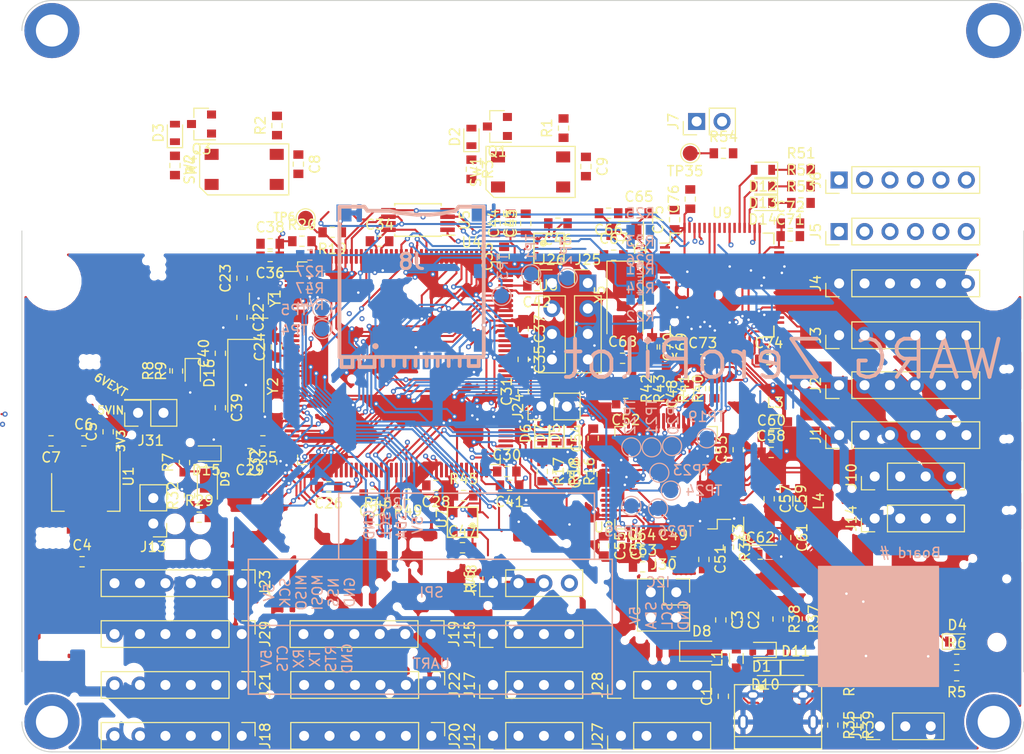
<source format=kicad_pcb>
(kicad_pcb (version 20171130) (host pcbnew "(5.1.2)-1")
  (layers (0 COMP+SIG signal) (1 GND power hide) (2 PWR power hide) (31 SIG signal) (34 B.Paste user hide) (35 F.Paste user hide) (36 B.SilkS user hide) (37 F.SilkS user) (38 B.Mask user hide) (39 F.Mask user hide) (44 Edge.Cuts user))
  (net 0 "")
  (net 1 /5V_INT)
  (net 2 GND)
  (net 3 /POWER/3V3_JMP)
  (net 4 /3V3)
  (net 5 "Net-(C58-Pad1)")
  (net 6 /5V_USB)
  (net 7 "Net-(D4-Pad2)")
  (net 8 "Net-(D5-Pad1)")
  (net 9 "Net-(D5-Pad2)")
  (net 10 "Net-(D6-Pad1)")
  (net 11 "Net-(D6-Pad2)")
  (net 12 "Net-(D7-Pad2)")
  (net 13 "Net-(D7-Pad1)")
  (net 14 /V_ISENSE_ADC)
  (net 15 "Net-(D13-Pad1)")
  (net 16 /6V_EXT)
  (net 17 "/PWM 1-12/PWM1")
  (net 18 "/PWM 1-12/PWM2")
  (net 19 "/PWM 1-12/PWM4")
  (net 20 "/PWM 1-12/PWM3")
  (net 21 "/PWM 1-12/PWM5")
  (net 22 "/PWM 1-12/PWM6")
  (net 23 "/PWM 1-12/PWM8")
  (net 24 "/PWM 1-12/PWM7")
  (net 25 "/PWM 1-12/PWM9")
  (net 26 "/PWM 1-12/PWM10")
  (net 27 "/PWM 1-12/PWM12")
  (net 28 "/PWM 1-12/PWM11")
  (net 29 /SD_D1)
  (net 30 /SD_D0)
  (net 31 /SD_CK)
  (net 32 /SD_CMD)
  (net 33 /SD_D3)
  (net 34 /SD_D2)
  (net 35 /RSSI)
  (net 36 /PPM)
  (net 37 /AIR_SPD)
  (net 38 /ULTRA_SONIC_2)
  (net 39 /ULTRA_SONIC_1)
  (net 40 /V_ISENSE)
  (net 41 /UHF_TX)
  (net 42 /UHF_RX)
  (net 43 /SDA4)
  (net 44 /SCL4)
  (net 45 /RTS1)
  (net 46 /TX1)
  (net 47 /RX1)
  (net 48 /CTS1)
  (net 49 /CTS4)
  (net 50 /RX4)
  (net 51 /TX4)
  (net 52 /RTS4)
  (net 53 /RTS2)
  (net 54 /TX2)
  (net 55 /RX2)
  (net 56 /CTS2)
  (net 57 /SCK2)
  (net 58 /MISO2)
  (net 59 /MOSI2)
  (net 60 /NSS2)
  (net 61 /NSS4)
  (net 62 /MOSI4)
  (net 63 /MISO4)
  (net 64 /SCK4)
  (net 65 /SCK5)
  (net 66 /MISO5)
  (net 67 /MOSI5)
  (net 68 /NSS5)
  (net 69 "Net-(Q2-Pad1)")
  (net 70 /POWER/5V_INT_JMP)
  (net 71 /MEMORY/E1)
  (net 72 /MEMORY/E2)
  (net 73 /MEMORY/E3)
  (net 74 /MEM_WC)
  (net 75 /AIRSPD_ADC)
  (net 76 "Net-(R43-Pad1)")
  (net 77 /SWIO_SAFETY)
  (net 78 /SWIO_PILOT)
  (net 79 /SCL1)
  (net 80 /SCL2)
  (net 81 /SDA1)
  (net 82 /SDA2)
  (net 83 /SENSORS/IMU_INT)
  (net 84 /SENSORS/IMU_FSYNC)
  (net 85 /TDI)
  (net 86 /TDO)
  (net 87 /JRST)
  (net 88 /SAFETY_DBG_TX)
  (net 89 /SAFETY_DBG_RX)
  (net 90 /TX3)
  (net 91 /RX3)
  (net 92 /NRST_SAFETY)
  (net 93 /SCLK_SAFETY)
  (net 94 /NRST_PILOT)
  (net 95 /SCLK_PILOT)
  (net 96 /TDO1_TST)
  (net 97 /TMS1_TST)
  (net 98 /TDO2_TST)
  (net 99 /TMS2_TST)
  (net 100 /UART1_RTS_TST)
  (net 101 /UART1_CTS_TST)
  (net 102 /UART2_RTS_TST)
  (net 103 /UART2_CTS_TST)
  (net 104 /SCK1)
  (net 105 /MISO1)
  (net 106 /MOSI1)
  (net 107 /NSS1)
  (net 108 "Net-(J9-Pad4)")
  (net 109 "Net-(U9-Pad45)")
  (net 110 "Net-(U9-Pad15)")
  (net 111 "Net-(U9-Pad14)")
  (net 112 "Net-(U9-Pad11)")
  (net 113 "Net-(U9-Pad10)")
  (net 114 "Net-(U9-Pad2)")
  (net 115 /MOSI6)
  (net 116 /MISO6)
  (net 117 /SCK6)
  (net 118 /NSS6)
  (net 119 "Net-(C22-Pad1)")
  (net 120 "Net-(C23-Pad1)")
  (net 121 "Net-(C39-Pad1)")
  (net 122 "Net-(C40-Pad1)")
  (net 123 "Net-(C41-Pad2)")
  (net 124 "Net-(C42-Pad2)")
  (net 125 "Net-(C46-Pad1)")
  (net 126 "Net-(C51-Pad1)")
  (net 127 "Net-(C57-Pad1)")
  (net 128 "Net-(C61-Pad1)")
  (net 129 "Net-(C62-Pad1)")
  (net 130 "Net-(C65-Pad2)")
  (net 131 "Net-(C66-Pad2)")
  (net 132 "Net-(C67-Pad2)")
  (net 133 "Net-(C68-Pad2)")
  (net 134 "Net-(D12-Pad2)")
  (net 135 "Net-(D12-Pad1)")
  (net 136 "Net-(D13-Pad2)")
  (net 137 "Net-(D14-Pad2)")
  (net 138 "Net-(D14-Pad1)")
  (net 139 "Net-(R19-Pad2)")
  (net 140 "Net-(R20-Pad2)")
  (net 141 "Net-(R34-Pad2)")
  (net 142 "Net-(R36-Pad1)")
  (net 143 "Net-(R39-Pad1)")
  (net 144 "Net-(R40-Pad1)")
  (net 145 "Net-(R41-Pad1)")
  (net 146 "Net-(R42-Pad1)")
  (net 147 "Net-(R54-Pad1)")
  (net 148 "Net-(U4-Pad142)")
  (net 149 "Net-(U4-Pad141)")
  (net 150 "Net-(U4-Pad135)")
  (net 151 "Net-(U4-Pad132)")
  (net 152 "Net-(U4-Pad129)")
  (net 153 "Net-(U4-Pad128)")
  (net 154 "Net-(U4-Pad127)")
  (net 155 "Net-(U4-Pad122)")
  (net 156 "Net-(U4-Pad119)")
  (net 157 "Net-(U4-Pad118)")
  (net 158 "Net-(U4-Pad117)")
  (net 159 "Net-(U4-Pad100)")
  (net 160 "Net-(U4-Pad97)")
  (net 161 "Net-(U4-Pad96)")
  (net 162 "Net-(U4-Pad93)")
  (net 163 "Net-(U4-Pad92)")
  (net 164 "Net-(U4-Pad91)")
  (net 165 "Net-(U4-Pad90)")
  (net 166 "Net-(U4-Pad89)")
  (net 167 "Net-(U4-Pad88)")
  (net 168 "Net-(U4-Pad87)")
  (net 169 "Net-(U4-Pad86)")
  (net 170 "Net-(U4-Pad85)")
  (net 171 "Net-(U4-Pad82)")
  (net 172 "Net-(U4-Pad81)")
  (net 173 "Net-(U4-Pad80)")
  (net 174 "Net-(U4-Pad79)")
  (net 175 "Net-(U4-Pad68)")
  (net 176 "Net-(U4-Pad67)")
  (net 177 "Net-(U4-Pad65)")
  (net 178 "Net-(U4-Pad64)")
  (net 179 "Net-(U4-Pad63)")
  (net 180 "Net-(U4-Pad60)")
  (net 181 "Net-(U4-Pad59)")
  (net 182 "Net-(U4-Pad53)")
  (net 183 "Net-(U4-Pad50)")
  (net 184 "Net-(U4-Pad49)")
  (net 185 "Net-(U4-Pad48)")
  (net 186 "Net-(U4-Pad45)")
  (net 187 "Net-(U4-Pad44)")
  (net 188 "Net-(U4-Pad22)")
  (net 189 "Net-(U4-Pad15)")
  (net 190 "Net-(U4-Pad14)")
  (net 191 "Net-(U4-Pad13)")
  (net 192 "Net-(U4-Pad12)")
  (net 193 "Net-(U4-Pad11)")
  (net 194 "Net-(U4-Pad10)")
  (net 195 "Net-(U4-Pad7)")
  (net 196 "Net-(U4-Pad2)")
  (net 197 "Net-(U6-Pad7)")
  (net 198 "Net-(U8-Pad63)")
  (net 199 "Net-(U8-Pad62)")
  (net 200 "Net-(U8-Pad61)")
  (net 201 "Net-(U8-Pad60)")
  (net 202 "Net-(U8-Pad59)")
  (net 203 "Net-(U8-Pad58)")
  (net 204 "Net-(U8-Pad57)")
  (net 205 "Net-(U8-Pad55)")
  (net 206 "Net-(U8-Pad46)")
  (net 207 "Net-(U8-Pad45)")
  (net 208 "Net-(U8-Pad44)")
  (net 209 "Net-(U8-Pad43)")
  (net 210 "Net-(U8-Pad36)")
  (net 211 "Net-(U8-Pad34)")
  (net 212 "Net-(U8-Pad33)")
  (net 213 "Net-(U8-Pad24)")
  (net 214 "Net-(U8-Pad23)")
  (net 215 "Net-(U9-Pad57)")
  (net 216 "Net-(U9-Pad56)")
  (net 217 "Net-(U9-Pad54)")
  (net 218 "Net-(U9-Pad34)")
  (net 219 "Net-(U9-Pad33)")
  (net 220 "Net-(U9-Pad28)")
  (net 221 "Net-(U9-Pad26)")
  (net 222 "Net-(U9-Pad9)")
  (net 223 "Net-(U9-Pad8)")
  (net 224 "Net-(U9-Pad17)")
  (net 225 "Net-(U9-Pad16)")
  (net 226 "Net-(D16-Pad2)")
  (net 227 "Net-(D15-Pad2)")
  (net 228 "Net-(D4-Pad1)")
  (net 229 "Net-(R8-Pad2)")
  (net 230 "Net-(U4-Pad47)")
  (net 231 "Net-(U4-Pad27)")
  (net 232 "Net-(D2-Pad2)")
  (net 233 "Net-(D3-Pad2)")
  (net 234 "Net-(D2-Pad1)")
  (net 235 "Net-(D3-Pad1)")
  (net 236 "Net-(R5-Pad2)")
  (net 237 "Net-(C2-Pad2)")
  (net 238 "/USB Interface/D+")
  (net 239 "/USB Interface/D-")
  (net 240 "/USB Interface/DR-")
  (net 241 "/USB Interface/DR+")
  (module Capacitor_SMD:C_0603_1608Metric_Pad0.84x1.00mm_HandSolder (layer COMP+SIG) (at 126.708 102.248)
    (fp_text reference C72 (at 0 -1.65) (layer F.SilkS))
    (fp_text value 4.7uF)
    (pad 2 smd rect (at 0.9625 0) (size 0.845 1) (layers COMP+SIG F.Paste F.Mask) (net 2 GND))
    (pad 1 smd rect (at -0.9625 0) (size 0.845 1) (layers COMP+SIG F.Paste F.Mask) (net 4 /3V3))
  )
  (module Capacitor_SMD:C_0603_1608Metric_Pad0.84x1.00mm_HandSolder (layer COMP+SIG) (at 126.694 103.518)
    (fp_text reference C71 (at 0 -1.65) (layer F.SilkS))
    (fp_text value 100nF)
    (pad 2 smd rect (at 0.9625 0) (size 0.845 1) (layers COMP+SIG F.Paste F.Mask) (net 2 GND))
    (pad 1 smd rect (at -0.9625 0) (size 0.845 1) (layers COMP+SIG F.Paste F.Mask) (net 4 /3V3))
  )
  (module Connector_PinSocket_2.54mm:PinSocket_2x01_P2.54mm_Vertical (layer COMP+SIG) (at 61.595 121.158 180)
    (fp_text reference J31 (at -1.27 -2.77) (layer F.SilkS))
    (fp_text value Conn_01x02)
    (pad 2 thru_hole oval (at -2.54 0 180) (size 1.7 1.7) (drill 1) (layers *.Cu *.Mask) (net 4 /3V3))
    (pad 1 thru_hole rect (at 0 0 180) (size 1.7 1.7) (drill 1) (layers *.Cu *.Mask) (net 3 /POWER/3V3_JMP))
  )
  (module Resistor_SMD:R_0603_1608Metric_Pad0.84x1.00mm_HandSolder (layer COMP+SIG) (at 85.5445 131.826)
    (fp_text reference R46 (at 0 -1.65) (layer F.SilkS))
    (fp_text value 10K)
    (pad 2 smd rect (at 0.9625 0) (size 0.845 1) (layers COMP+SIG F.Paste F.Mask) (net 44 /SCL4))
    (pad 1 smd rect (at -0.9625 0) (size 0.845 1) (layers COMP+SIG F.Paste F.Mask) (net 4 /3V3))
  )
  (module Connector_PinSocket_2.54mm:PinSocket_2x02_P2.54mm_Vertical (layer COMP+SIG) (at 115.316 139.065)
    (fp_text reference J30 (at -1.27 -2.77) (layer F.SilkS))
    (fp_text value Conn_02x02_Odd_Even)
    (pad 4 thru_hole oval (at -2.54 2.54) (size 1.7 1.7) (drill 1) (layers *.Cu *.Mask) (net 16 /6V_EXT))
    (pad 3 thru_hole oval (at 0 2.54) (size 1.7 1.7) (drill 1) (layers *.Cu *.Mask) (net 70 /POWER/5V_INT_JMP))
    (pad 2 thru_hole oval (at -2.54 0) (size 1.7 1.7) (drill 1) (layers *.Cu *.Mask) (net 1 /5V_INT))
    (pad 1 thru_hole rect (at 0 0) (size 1.7 1.7) (drill 1) (layers *.Cu *.Mask) (net 70 /POWER/5V_INT_JMP))
  )
  (module Capacitor_SMD:C_0603_1608Metric_Pad0.84x1.00mm_HandSolder (layer COMP+SIG) (at 124.587 129.7405 270)
    (fp_text reference C57 (at 0 -1.65 90) (layer F.SilkS))
    (fp_text value 100nF)
    (pad 2 smd rect (at 0.9625 0 270) (size 0.845 1) (layers COMP+SIG F.Paste F.Mask) (net 2 GND))
    (pad 1 smd rect (at -0.9625 0 270) (size 0.845 1) (layers COMP+SIG F.Paste F.Mask) (net 127 "Net-(C57-Pad1)"))
  )
  (module Inductors_SMD:L_0603_HandSoldering (layer COMP+SIG) (at 127.635 129.964 270)
    (fp_text reference L4 (at 0 -1.9 90) (layer F.SilkS))
    (fp_text value 600R)
    (pad 1 smd rect (at -1.1 0 270) (size 1.2 0.9) (layers COMP+SIG F.Paste F.Mask) (net 127 "Net-(C57-Pad1)"))
    (pad 2 smd rect (at 1.1 0 270) (size 1.2 0.9) (layers COMP+SIG F.Paste F.Mask) (net 4 /3V3))
  )
  (module Capacitor_SMD:C_0603_1608Metric_Pad0.84x1.00mm_HandSolder (layer COMP+SIG) (at 126.111 129.7405 270)
    (fp_text reference C59 (at 0 -1.65 90) (layer F.SilkS))
    (fp_text value 4.7uF)
    (pad 2 smd rect (at 0.9625 0 270) (size 0.845 1) (layers COMP+SIG F.Paste F.Mask) (net 2 GND))
    (pad 1 smd rect (at -0.9625 0 270) (size 0.845 1) (layers COMP+SIG F.Paste F.Mask) (net 127 "Net-(C57-Pad1)"))
  )
  (module Diode_SMD:D_PowerDI-123 (layer COMP+SIG) (at 117.855 144.954)
    (fp_text reference D8 (at 0 -2) (layer F.SilkS))
    (fp_text value D)
    (pad 2 smd rect (at 1.525 0 180) (size 1.05 1.5) (layers COMP+SIG F.Paste F.Mask) (net 237 "Net-(C2-Pad2)"))
    (pad 1 smd rect (at -0.85 0 180) (size 2.4 1.5) (layers COMP+SIG F.Paste F.Mask) (net 70 /POWER/5V_INT_JMP))
  )
  (module Connector_PinHeader_2.54mm:PinHeader_1x03_P2.54mm_Vertical (layer COMP+SIG) (at 135.636 152.447 90)
    (fp_text reference J11 (at 0 -2.33 90) (layer F.SilkS))
    (fp_text value GH-3)
    (pad 3 thru_hole oval (at 0 5.08 90) (size 1.7 1.7) (drill 1) (layers *.Cu *.Mask) (net 1 /5V_INT))
    (pad 2 thru_hole oval (at 0 2.54 90) (size 1.7 1.7) (drill 1) (layers *.Cu *.Mask) (net 37 /AIR_SPD))
    (pad 1 thru_hole rect (at 0 0 90) (size 1.7 1.7) (drill 1) (layers *.Cu *.Mask) (net 2 GND))
  )
  (module WARG-kicad:ICM-20602 (layer COMP+SIG) (at 102.608 104.73)
    (fp_text reference U6 (at -0.075 3.7) (layer F.SilkS))
    (fp_text value ICM-20602)
    (pad 14 smd rect (at 0.5 -1.225) (size 0.25 0.35) (layers COMP+SIG F.Paste F.Mask) (net 125 "Net-(C46-Pad1)"))
    (pad 15 smd rect (at 0 -1.225) (size 0.25 0.35) (layers COMP+SIG F.Paste F.Mask) (net 2 GND))
    (pad 16 smd rect (at -0.5 -1.225) (size 0.25 0.35) (layers COMP+SIG F.Paste F.Mask) (net 4 /3V3))
    (pad 8 smd rect (at 0.5 1.225) (size 0.25 0.35) (layers COMP+SIG F.Paste F.Mask) (net 84 /SENSORS/IMU_FSYNC))
    (pad 7 smd rect (at 0 1.225) (size 0.25 0.35) (layers COMP+SIG F.Paste F.Mask) (net 197 "Net-(U6-Pad7)"))
    (pad 6 smd rect (at -0.5 1.225) (size 0.25 0.35) (layers COMP+SIG F.Paste F.Mask) (net 83 /SENSORS/IMU_INT))
    (pad 9 smd rect (at 1.225 1) (size 0.35 0.25) (layers COMP+SIG F.Paste F.Mask) (net 2 GND))
    (pad 10 smd rect (at 1.225 0.5) (size 0.35 0.25) (layers COMP+SIG F.Paste F.Mask) (net 2 GND))
    (pad 11 smd rect (at 1.225 0) (size 0.35 0.25) (layers COMP+SIG F.Paste F.Mask) (net 2 GND))
    (pad 12 smd rect (at 1.225 -0.5) (size 0.35 0.25) (layers COMP+SIG F.Paste F.Mask) (net 2 GND))
    (pad 13 smd rect (at 1.225 -1) (size 0.35 0.25) (layers COMP+SIG F.Paste F.Mask) (net 2 GND))
    (pad 5 smd rect (at -1.225 1) (size 0.35 0.25) (layers COMP+SIG F.Paste F.Mask) (net 107 /NSS1))
    (pad 4 smd rect (at -1.225 0.5) (size 0.35 0.25) (layers COMP+SIG F.Paste F.Mask) (net 105 /MISO1))
    (pad 3 smd rect (at -1.225 0) (size 0.35 0.25) (layers COMP+SIG F.Paste F.Mask) (net 106 /MOSI1))
    (pad 2 smd rect (at -1.225 -0.5) (size 0.35 0.25) (layers COMP+SIG F.Paste F.Mask) (net 104 /SCK1))
    (pad 1 smd rect (at -1.225 -1) (size 0.35 0.25) (layers COMP+SIG F.Paste F.Mask) (net 4 /3V3))
  )
  (module Inductors_SMD:L_0603_HandSoldering (layer COMP+SIG) (at 125.179 122.047)
    (fp_text reference L3 (at 0 -1.9) (layer F.SilkS))
    (fp_text value 600R)
    (pad 1 smd rect (at -1.1 0) (size 1.2 0.9) (layers COMP+SIG F.Paste F.Mask) (net 5 "Net-(C58-Pad1)"))
    (pad 2 smd rect (at 1.1 0) (size 1.2 0.9) (layers COMP+SIG F.Paste F.Mask) (net 4 /3V3))
  )
  (module LED_SMD:LED_0603_1608Metric_Pad0.67x1.00mm_HandSolder (layer COMP+SIG) (at 67.056 117.207 270)
    (fp_text reference D16 (at 0 -1.65 90) (layer F.SilkS))
    (fp_text value PWR_LED)
    (pad 2 smd rect (at 0.875 0 270) (size 0.67 1) (layers COMP+SIG F.Paste F.Mask) (net 226 "Net-(D16-Pad2)"))
    (pad 1 smd rect (at -0.875 0 270) (size 0.67 1) (layers COMP+SIG F.Paste F.Mask) (net 2 GND))
  )
  (module LED_SMD:LED_0603_1608Metric_Pad0.67x1.00mm_HandSolder (layer COMP+SIG) (at 68.4035 125.222 180)
    (fp_text reference D15 (at 0 -1.65) (layer F.SilkS))
    (fp_text value PWR_LED)
    (pad 2 smd rect (at 0.875 0 180) (size 0.67 1) (layers COMP+SIG F.Paste F.Mask) (net 227 "Net-(D15-Pad2)"))
    (pad 1 smd rect (at -0.875 0 180) (size 0.67 1) (layers COMP+SIG F.Paste F.Mask) (net 2 GND))
  )
  (module LED_SMD:LED_0603_1608Metric_Pad0.67x1.00mm_HandSolder (layer COMP+SIG) (at 123.952 100.203 180)
    (fp_text reference D14 (at 0 -1.65) (layer F.SilkS))
    (fp_text value LED)
    (pad 2 smd rect (at 0.875 0 180) (size 0.67 1) (layers COMP+SIG F.Paste F.Mask) (net 137 "Net-(D14-Pad2)"))
    (pad 1 smd rect (at -0.875 0 180) (size 0.67 1) (layers COMP+SIG F.Paste F.Mask) (net 138 "Net-(D14-Pad1)"))
  )
  (module LED_SMD:LED_0603_1608Metric_Pad0.67x1.00mm_HandSolder (layer COMP+SIG) (at 123.952 98.552 180)
    (fp_text reference D13 (at 0 -1.65) (layer F.SilkS))
    (fp_text value LED)
    (pad 2 smd rect (at 0.875 0 180) (size 0.67 1) (layers COMP+SIG F.Paste F.Mask) (net 136 "Net-(D13-Pad2)"))
    (pad 1 smd rect (at -0.875 0 180) (size 0.67 1) (layers COMP+SIG F.Paste F.Mask) (net 15 "Net-(D13-Pad1)"))
  )
  (module LED_SMD:LED_0603_1608Metric_Pad0.67x1.00mm_HandSolder (layer COMP+SIG) (at 123.966 96.901 180)
    (fp_text reference D12 (at 0 -1.65) (layer F.SilkS))
    (fp_text value LED)
    (pad 2 smd rect (at 0.875 0 180) (size 0.67 1) (layers COMP+SIG F.Paste F.Mask) (net 134 "Net-(D12-Pad2)"))
    (pad 1 smd rect (at -0.875 0 180) (size 0.67 1) (layers COMP+SIG F.Paste F.Mask) (net 135 "Net-(D12-Pad1)"))
  )
  (module Diode_SMD:D_0603_1608Metric_Pad0.67x1.00mm_HandSolder (layer COMP+SIG) (at 127.24 146.605)
    (fp_text reference D11 (at 0 -1.65) (layer F.SilkS))
    (fp_text value TVS)
    (pad 1 smd rect (at -0.875 0) (size 0.67 1) (layers COMP+SIG F.Paste F.Mask) (net 241 "/USB Interface/DR+"))
    (pad 2 smd rect (at 0.875 0) (size 0.67 1) (layers COMP+SIG F.Paste F.Mask) (net 2 GND))
  )
  (module Diode_SMD:D_0603_1608Metric_Pad0.67x1.00mm_HandSolder (layer COMP+SIG) (at 124.206 146.618 180)
    (fp_text reference D10 (at 0 -1.65) (layer F.SilkS))
    (fp_text value TVS)
    (pad 1 smd rect (at -0.875 0 180) (size 0.67 1) (layers COMP+SIG F.Paste F.Mask) (net 240 "/USB Interface/DR-"))
    (pad 2 smd rect (at 0.875 0 180) (size 0.67 1) (layers COMP+SIG F.Paste F.Mask) (net 2 GND))
  )
  (module LED_SMD:LED_0603_1608Metric_Pad0.67x1.00mm_HandSolder (layer COMP+SIG) (at 103.378 123.203 90)
    (fp_text reference D7 (at 0 -1.65 90) (layer F.SilkS))
    (fp_text value LED)
    (pad 2 smd rect (at 0.875 0 90) (size 0.67 1) (layers COMP+SIG F.Paste F.Mask) (net 12 "Net-(D7-Pad2)"))
    (pad 1 smd rect (at -0.875 0 90) (size 0.67 1) (layers COMP+SIG F.Paste F.Mask) (net 13 "Net-(D7-Pad1)"))
  )
  (module LED_SMD:LED_0603_1608Metric_Pad0.67x1.00mm_HandSolder (layer COMP+SIG) (at 101.943 123.203 90)
    (fp_text reference D6 (at 0 -1.65 90) (layer F.SilkS))
    (fp_text value LED)
    (pad 2 smd rect (at 0.875 0 90) (size 0.67 1) (layers COMP+SIG F.Paste F.Mask) (net 11 "Net-(D6-Pad2)"))
    (pad 1 smd rect (at -0.875 0 90) (size 0.67 1) (layers COMP+SIG F.Paste F.Mask) (net 10 "Net-(D6-Pad1)"))
  )
  (module LED_SMD:LED_0603_1608Metric_Pad0.67x1.00mm_HandSolder (layer COMP+SIG) (at 104.864 123.203 90)
    (fp_text reference D5 (at 0 -1.65 90) (layer F.SilkS))
    (fp_text value LED)
    (pad 2 smd rect (at 0.875 0 90) (size 0.67 1) (layers COMP+SIG F.Paste F.Mask) (net 9 "Net-(D5-Pad2)"))
    (pad 1 smd rect (at -0.875 0 90) (size 0.67 1) (layers COMP+SIG F.Paste F.Mask) (net 8 "Net-(D5-Pad1)"))
  )
  (module LED_SMD:LED_0603_1608Metric_Pad0.67x1.00mm_HandSolder (layer COMP+SIG) (at 143.3576 143.9888)
    (fp_text reference D4 (at 0 -1.65) (layer F.SilkS))
    (fp_text value PWR_LED)
    (pad 2 smd rect (at 0.875 0) (size 0.67 1) (layers COMP+SIG F.Paste F.Mask) (net 7 "Net-(D4-Pad2)"))
    (pad 1 smd rect (at -0.875 0) (size 0.67 1) (layers COMP+SIG F.Paste F.Mask) (net 228 "Net-(D4-Pad1)"))
  )
  (module LED_SMD:LED_0603_1608Metric_Pad0.67x1.00mm_HandSolder (layer COMP+SIG) (at 65.278 93.218 90)
    (fp_text reference D3 (at 0 -1.65 90) (layer F.SilkS))
    (fp_text value LED)
    (pad 2 smd rect (at 0.875 0 90) (size 0.67 1) (layers COMP+SIG F.Paste F.Mask) (net 233 "Net-(D3-Pad2)"))
    (pad 1 smd rect (at -0.875 0 90) (size 0.67 1) (layers COMP+SIG F.Paste F.Mask) (net 235 "Net-(D3-Pad1)"))
  )
  (module LED_SMD:LED_0603_1608Metric_Pad0.67x1.00mm_HandSolder (layer COMP+SIG) (at 94.869 93.613 90)
    (fp_text reference D2 (at 0 -1.65 90) (layer F.SilkS))
    (fp_text value LED)
    (pad 2 smd rect (at 0.875 0 90) (size 0.67 1) (layers COMP+SIG F.Paste F.Mask) (net 232 "Net-(D2-Pad2)"))
    (pad 1 smd rect (at -0.875 0 90) (size 0.67 1) (layers COMP+SIG F.Paste F.Mask) (net 234 "Net-(D2-Pad1)"))
  )
  (module Diode_SMD:D_0603_1608Metric_Pad0.67x1.00mm_HandSolder (layer COMP+SIG) (at 123.825 144.827 180)
    (fp_text reference D1 (at 0 -1.65) (layer F.SilkS))
    (fp_text value TVS)
    (pad 2 smd rect (at 0.875 0 180) (size 0.67 1) (layers COMP+SIG F.Paste F.Mask) (net 2 GND))
    (pad 1 smd rect (at -0.875 0 180) (size 0.67 1) (layers COMP+SIG F.Paste F.Mask) (net 6 /5V_USB))
  )
  (module Capacitor_SMD:C_0603_1608Metric_Pad0.84x1.00mm_HandSolder (layer COMP+SIG) (at 116.713 99.822 90)
    (fp_text reference C76 (at 0 -1.65 90) (layer F.SilkS))
    (fp_text value 4.7uF)
    (pad 2 smd rect (at 0.9625 0 90) (size 0.845 1) (layers COMP+SIG F.Paste F.Mask) (net 2 GND))
    (pad 1 smd rect (at -0.9625 0 90) (size 0.845 1) (layers COMP+SIG F.Paste F.Mask) (net 4 /3V3))
  )
  (module Capacitor_SMD:C_0603_1608Metric_Pad0.84x1.00mm_HandSolder (layer COMP+SIG) (at 115.151 101.881 90)
    (fp_text reference C75 (at 0 -1.65 90) (layer F.SilkS))
    (fp_text value 100nF)
    (pad 2 smd rect (at 0.9625 0 90) (size 0.845 1) (layers COMP+SIG F.Paste F.Mask) (net 2 GND))
    (pad 1 smd rect (at -0.9625 0 90) (size 0.845 1) (layers COMP+SIG F.Paste F.Mask) (net 4 /3V3))
  )
  (module Capacitor_SMD:C_0603_1608Metric_Pad0.84x1.00mm_HandSolder (layer COMP+SIG) (at 124.549 115.837)
    (fp_text reference C74 (at 0 -1.65) (layer F.SilkS))
    (fp_text value 100nF)
    (pad 2 smd rect (at 0.9625 0) (size 0.845 1) (layers COMP+SIG F.Paste F.Mask) (net 2 GND))
    (pad 1 smd rect (at -0.9625 0) (size 0.845 1) (layers COMP+SIG F.Paste F.Mask) (net 4 /3V3))
  )
  (module Capacitor_SMD:C_0603_1608Metric_Pad0.84x1.00mm_HandSolder (layer COMP+SIG) (at 117.959 115.837)
    (fp_text reference C73 (at 0 -1.65) (layer F.SilkS))
    (fp_text value 100nF)
    (pad 2 smd rect (at 0.9625 0) (size 0.845 1) (layers COMP+SIG F.Paste F.Mask) (net 2 GND))
    (pad 1 smd rect (at -0.9625 0) (size 0.845 1) (layers COMP+SIG F.Paste F.Mask) (net 4 /3V3))
  )
  (module Capacitor_SMD:C_0603_1608Metric_Pad0.84x1.00mm_HandSolder (layer COMP+SIG) (at 112.903 114.581 270)
    (fp_text reference C70 (at 0 -1.65 90) (layer F.SilkS))
    (fp_text value 1uF)
    (pad 2 smd rect (at 0.9625 0 270) (size 0.845 1) (layers COMP+SIG F.Paste F.Mask) (net 2 GND))
    (pad 1 smd rect (at -0.9625 0 270) (size 0.845 1) (layers COMP+SIG F.Paste F.Mask) (net 4 /3V3))
  )
  (module Capacitor_SMD:C_0603_1608Metric_Pad0.84x1.00mm_HandSolder (layer COMP+SIG) (at 114.173 114.581 270)
    (fp_text reference C69 (at 0 -1.65 90) (layer F.SilkS))
    (fp_text value 10nF)
    (pad 2 smd rect (at 0.9625 0 270) (size 0.845 1) (layers COMP+SIG F.Paste F.Mask) (net 2 GND))
    (pad 1 smd rect (at -0.9625 0 270) (size 0.845 1) (layers COMP+SIG F.Paste F.Mask) (net 4 /3V3))
  )
  (module Capacitor_SMD:C_0603_1608Metric_Pad0.84x1.00mm_HandSolder (layer COMP+SIG) (at 109.958 115.71)
    (fp_text reference C68 (at 0 -1.65) (layer F.SilkS))
    (fp_text value 7pF)
    (pad 2 smd rect (at 0.9625 0) (size 0.845 1) (layers COMP+SIG F.Paste F.Mask) (net 133 "Net-(C68-Pad2)"))
    (pad 1 smd rect (at -0.9625 0) (size 0.845 1) (layers COMP+SIG F.Paste F.Mask) (net 2 GND))
  )
  (module Capacitor_SMD:C_0603_1608Metric_Pad0.84x1.00mm_HandSolder (layer COMP+SIG) (at 109.069 105.423)
    (fp_text reference C67 (at 0 -1.65) (layer F.SilkS))
    (fp_text value 7pF)
    (pad 2 smd rect (at 0.9625 0) (size 0.845 1) (layers COMP+SIG F.Paste F.Mask) (net 132 "Net-(C67-Pad2)"))
    (pad 1 smd rect (at -0.9625 0) (size 0.845 1) (layers COMP+SIG F.Paste F.Mask) (net 2 GND))
  )
  (module Capacitor_SMD:C_0603_1608Metric_Pad0.84x1.00mm_HandSolder (layer COMP+SIG) (at 108.561 101.232 180)
    (fp_text reference C66 (at 0 -1.65) (layer F.SilkS))
    (fp_text value 14pF)
    (pad 2 smd rect (at 0.9625 0 180) (size 0.845 1) (layers COMP+SIG F.Paste F.Mask) (net 131 "Net-(C66-Pad2)"))
    (pad 1 smd rect (at -0.9625 0 180) (size 0.845 1) (layers COMP+SIG F.Paste F.Mask) (net 2 GND))
  )
  (module Capacitor_SMD:C_0603_1608Metric_Pad0.84x1.00mm_HandSolder (layer COMP+SIG) (at 111.595 101.232)
    (fp_text reference C65 (at 0 -1.65) (layer F.SilkS))
    (fp_text value 14pF)
    (pad 2 smd rect (at 0.9625 0) (size 0.845 1) (layers COMP+SIG F.Paste F.Mask) (net 130 "Net-(C65-Pad2)"))
    (pad 1 smd rect (at -0.9625 0) (size 0.845 1) (layers COMP+SIG F.Paste F.Mask) (net 2 GND))
  )
  (module Capacitor_SMD:C_0603_1608Metric_Pad0.84x1.00mm_HandSolder (layer COMP+SIG) (at 111.863 135.014)
    (fp_text reference C64 (at 0 -1.65) (layer F.SilkS))
    (fp_text value 100nF)
    (pad 2 smd rect (at 0.9625 0) (size 0.845 1) (layers COMP+SIG F.Paste F.Mask) (net 2 GND))
    (pad 1 smd rect (at -0.9625 0) (size 0.845 1) (layers COMP+SIG F.Paste F.Mask) (net 4 /3V3))
  )
  (module Capacitor_SMD:C_0603_1608Metric_Pad0.84x1.00mm_HandSolder (layer COMP+SIG) (at 111.9605 136.525)
    (fp_text reference C63 (at 0 -1.65) (layer F.SilkS))
    (fp_text value 4.7uF)
    (pad 2 smd rect (at 0.9625 0) (size 0.845 1) (layers COMP+SIG F.Paste F.Mask) (net 2 GND))
    (pad 1 smd rect (at -0.9625 0) (size 0.845 1) (layers COMP+SIG F.Paste F.Mask) (net 4 /3V3))
  )
  (module Capacitor_SMD:C_0603_1608Metric_Pad0.84x1.00mm_HandSolder (layer COMP+SIG) (at 123.698 135.255)
    (fp_text reference C62 (at 0 -1.65) (layer F.SilkS))
    (fp_text value 8pF)
    (pad 2 smd rect (at 0.9625 0) (size 0.845 1) (layers COMP+SIG F.Paste F.Mask) (net 2 GND))
    (pad 1 smd rect (at -0.9625 0) (size 0.845 1) (layers COMP+SIG F.Paste F.Mask) (net 129 "Net-(C62-Pad1)"))
  )
  (module Capacitor_SMD:C_0603_1608Metric_Pad0.84x1.00mm_HandSolder (layer COMP+SIG) (at 126.238 133.604 270)
    (fp_text reference C61 (at 0 -1.65 90) (layer F.SilkS))
    (fp_text value 8pF)
    (pad 2 smd rect (at 0.9625 0 270) (size 0.845 1) (layers COMP+SIG F.Paste F.Mask) (net 2 GND))
    (pad 1 smd rect (at -0.9625 0 270) (size 0.845 1) (layers COMP+SIG F.Paste F.Mask) (net 128 "Net-(C61-Pad1)"))
  )
  (module Capacitor_SMD:C_0603_1608Metric_Pad0.84x1.00mm_HandSolder (layer COMP+SIG) (at 124.817 123.571)
    (fp_text reference C60 (at 0 -1.65) (layer F.SilkS))
    (fp_text value 4.7uF)
    (pad 2 smd rect (at 0.9625 0) (size 0.845 1) (layers COMP+SIG F.Paste F.Mask) (net 2 GND))
    (pad 1 smd rect (at -0.9625 0) (size 0.845 1) (layers COMP+SIG F.Paste F.Mask) (net 5 "Net-(C58-Pad1)"))
  )
  (module Capacitor_SMD:C_0603_1608Metric_Pad0.84x1.00mm_HandSolder (layer COMP+SIG) (at 124.789 125.108)
    (fp_text reference C58 (at 0 -1.65) (layer F.SilkS))
    (fp_text value 100nF)
    (pad 2 smd rect (at 0.9625 0) (size 0.845 1) (layers COMP+SIG F.Paste F.Mask) (net 2 GND))
    (pad 1 smd rect (at -0.9625 0) (size 0.845 1) (layers COMP+SIG F.Paste F.Mask) (net 5 "Net-(C58-Pad1)"))
  )
  (module Capacitor_SMD:C_0603_1608Metric_Pad0.84x1.00mm_HandSolder (layer COMP+SIG) (at 109.69 134.4395 270)
    (fp_text reference C56 (at 0 -1.65 90) (layer F.SilkS))
    (fp_text value 3.3uF)
    (pad 2 smd rect (at 0.9625 0 270) (size 0.845 1) (layers COMP+SIG F.Paste F.Mask) (net 2 GND))
    (pad 1 smd rect (at -0.9625 0 270) (size 0.845 1) (layers COMP+SIG F.Paste F.Mask) (net 126 "Net-(C51-Pad1)"))
  )
  (module Capacitor_SMD:C_0603_1608Metric_Pad0.84x1.00mm_HandSolder (layer COMP+SIG) (at 108.077 134.4395 270)
    (fp_text reference C55 (at 0 -1.65 90) (layer F.SilkS))
    (fp_text value 100nF)
    (pad 2 smd rect (at 0.9625 0 270) (size 0.845 1) (layers COMP+SIG F.Paste F.Mask) (net 2 GND))
    (pad 1 smd rect (at -0.9625 0 270) (size 0.845 1) (layers COMP+SIG F.Paste F.Mask) (net 126 "Net-(C51-Pad1)"))
  )
  (module Capacitor_SMD:C_0603_1608Metric_Pad0.84x1.00mm_HandSolder (layer COMP+SIG) (at 107.023 123.697 90)
    (fp_text reference C54 (at 0 -1.65 90) (layer F.SilkS))
    (fp_text value 100nF)
    (pad 2 smd rect (at 0.9625 0 90) (size 0.845 1) (layers COMP+SIG F.Paste F.Mask) (net 2 GND))
    (pad 1 smd rect (at -0.9625 0 90) (size 0.845 1) (layers COMP+SIG F.Paste F.Mask) (net 126 "Net-(C51-Pad1)"))
  )
  (module Capacitor_SMD:C_0603_1608Metric_Pad0.84x1.00mm_HandSolder (layer COMP+SIG) (at 121.501 124.84 90)
    (fp_text reference C53 (at 0 -1.65 90) (layer F.SilkS))
    (fp_text value 100nF)
    (pad 2 smd rect (at 0.9625 0 90) (size 0.845 1) (layers COMP+SIG F.Paste F.Mask) (net 2 GND))
    (pad 1 smd rect (at -0.9625 0 90) (size 0.845 1) (layers COMP+SIG F.Paste F.Mask) (net 126 "Net-(C51-Pad1)"))
  )
  (module Capacitor_SMD:C_0603_1608Metric_Pad0.84x1.00mm_HandSolder (layer COMP+SIG) (at 110.2755 120.2185 180)
    (fp_text reference C52 (at 0 -1.65) (layer F.SilkS))
    (fp_text value 100nF)
    (pad 2 smd rect (at 0.9625 0 180) (size 0.845 1) (layers COMP+SIG F.Paste F.Mask) (net 2 GND))
    (pad 1 smd rect (at -0.9625 0 180) (size 0.845 1) (layers COMP+SIG F.Paste F.Mask) (net 4 /3V3))
  )
  (module Capacitor_SMD:C_0603_1608Metric_Pad0.84x1.00mm_HandSolder (layer COMP+SIG) (at 118.072 135.79 270)
    (fp_text reference C51 (at 0 -1.65 90) (layer F.SilkS))
    (fp_text value 100nF)
    (pad 2 smd rect (at 0.9625 0 270) (size 0.845 1) (layers COMP+SIG F.Paste F.Mask) (net 2 GND))
    (pad 1 smd rect (at -0.9625 0 270) (size 0.845 1) (layers COMP+SIG F.Paste F.Mask) (net 126 "Net-(C51-Pad1)"))
  )
  (module Capacitor_SMD:C_0603_1608Metric_Pad0.84x1.00mm_HandSolder (layer COMP+SIG) (at 106.896 127.281 90)
    (fp_text reference C50 (at 0 -1.65 90) (layer F.SilkS))
    (fp_text value 100nF)
    (pad 2 smd rect (at 0.9625 0 90) (size 0.845 1) (layers COMP+SIG F.Paste F.Mask) (net 2 GND))
    (pad 1 smd rect (at -0.9625 0 90) (size 0.845 1) (layers COMP+SIG F.Paste F.Mask) (net 4 /3V3))
  )
  (module Capacitor_SMD:C_0603_1608Metric_Pad0.84x1.00mm_HandSolder (layer COMP+SIG) (at 115.038 135.014)
    (fp_text reference C49 (at 0 -1.65) (layer F.SilkS))
    (fp_text value 100nF)
    (pad 2 smd rect (at 0.9625 0) (size 0.845 1) (layers COMP+SIG F.Paste F.Mask) (net 2 GND))
    (pad 1 smd rect (at -0.9625 0) (size 0.845 1) (layers COMP+SIG F.Paste F.Mask) (net 4 /3V3))
  )
  (module Capacitor_SMD:C_0603_1608Metric_Pad0.84x1.00mm_HandSolder (layer COMP+SIG) (at 116.548 119.28 90)
    (fp_text reference C48 (at 0 -1.65 90) (layer F.SilkS))
    (fp_text value 100nF)
    (pad 2 smd rect (at 0.9625 0 90) (size 0.845 1) (layers COMP+SIG F.Paste F.Mask) (net 2 GND))
    (pad 1 smd rect (at -0.9625 0 90) (size 0.845 1) (layers COMP+SIG F.Paste F.Mask) (net 4 /3V3))
  )
  (module Capacitor_SMD:C_0603_1608Metric_Pad0.84x1.00mm_HandSolder (layer COMP+SIG) (at 93.98 134.62)
    (fp_text reference C47 (at 0 -1.65) (layer F.SilkS))
    (fp_text value 100nF)
    (pad 2 smd rect (at 0.9625 0) (size 0.845 1) (layers COMP+SIG F.Paste F.Mask) (net 4 /3V3))
    (pad 1 smd rect (at -0.9625 0) (size 0.845 1) (layers COMP+SIG F.Paste F.Mask) (net 2 GND))
  )
  (module Capacitor_SMD:C_0603_1608Metric_Pad0.84x1.00mm_HandSolder (layer COMP+SIG) (at 103.505 102.235 180)
    (fp_text reference C46 (at 0 -1.65) (layer F.SilkS))
    (fp_text value 100nF)
    (pad 2 smd rect (at 0.9625 0 180) (size 0.845 1) (layers COMP+SIG F.Paste F.Mask) (net 2 GND))
    (pad 1 smd rect (at -0.9625 0 180) (size 0.845 1) (layers COMP+SIG F.Paste F.Mask) (net 125 "Net-(C46-Pad1)"))
  )
  (module Capacitor_SMD:C_0603_1608Metric_Pad0.84x1.00mm_HandSolder (layer COMP+SIG) (at 100.292 102.248 90)
    (fp_text reference C45 (at 0 -1.65 90) (layer F.SilkS))
    (fp_text value 2.2uF)
    (pad 2 smd rect (at 0.9625 0 90) (size 0.845 1) (layers COMP+SIG F.Paste F.Mask) (net 2 GND))
    (pad 1 smd rect (at -0.9625 0 90) (size 0.845 1) (layers COMP+SIG F.Paste F.Mask) (net 4 /3V3))
  )
  (module Capacitor_SMD:C_0603_1608Metric_Pad0.84x1.00mm_HandSolder (layer COMP+SIG) (at 98.768 102.248 90)
    (fp_text reference C44 (at 0 -1.65 90) (layer F.SilkS))
    (fp_text value 100nF)
    (pad 2 smd rect (at 0.9625 0 90) (size 0.845 1) (layers COMP+SIG F.Paste F.Mask) (net 2 GND))
    (pad 1 smd rect (at -0.9625 0 90) (size 0.845 1) (layers COMP+SIG F.Paste F.Mask) (net 4 /3V3))
  )
  (module Capacitor_SMD:C_0603_1608Metric_Pad0.84x1.00mm_HandSolder (layer COMP+SIG) (at 97.244 102.248 270)
    (fp_text reference C43 (at 0 -1.65 90) (layer F.SilkS))
    (fp_text value 10nF)
    (pad 2 smd rect (at 0.9625 0 270) (size 0.845 1) (layers COMP+SIG F.Paste F.Mask) (net 4 /3V3))
    (pad 1 smd rect (at -0.9625 0 270) (size 0.845 1) (layers COMP+SIG F.Paste F.Mask) (net 2 GND))
  )
  (module Capacitor_SMD:C_0603_1608Metric_Pad0.84x1.00mm_HandSolder (layer COMP+SIG) (at 101.412 108.458 180)
    (fp_text reference C42 (at 0 -1.65) (layer F.SilkS))
    (fp_text value 2.2uF)
    (pad 2 smd rect (at 0.9625 0 180) (size 0.845 1) (layers COMP+SIG F.Paste F.Mask) (net 124 "Net-(C42-Pad2)"))
    (pad 1 smd rect (at -0.9625 0 180) (size 0.845 1) (layers COMP+SIG F.Paste F.Mask) (net 2 GND))
  )
  (module Capacitor_SMD:C_0603_1608Metric_Pad0.84x1.00mm_HandSolder (layer COMP+SIG) (at 98.679 128.397 180)
    (fp_text reference C41 (at 0 -1.65) (layer F.SilkS))
    (fp_text value 2.2uF)
    (pad 2 smd rect (at 0.9625 0 180) (size 0.845 1) (layers COMP+SIG F.Paste F.Mask) (net 123 "Net-(C41-Pad2)"))
    (pad 1 smd rect (at -0.9625 0 180) (size 0.845 1) (layers COMP+SIG F.Paste F.Mask) (net 2 GND))
  )
  (module Capacitor_SMD:C_0603_1608Metric_Pad0.84x1.00mm_HandSolder (layer COMP+SIG) (at 69.812 115.216 90)
    (fp_text reference C40 (at 0 -1.65 90) (layer F.SilkS))
    (fp_text value 7pF)
    (pad 2 smd rect (at 0.9625 0 90) (size 0.845 1) (layers COMP+SIG F.Paste F.Mask) (net 2 GND))
    (pad 1 smd rect (at -0.9625 0 90) (size 0.845 1) (layers COMP+SIG F.Paste F.Mask) (net 122 "Net-(C40-Pad1)"))
  )
  (module Capacitor_SMD:C_0603_1608Metric_Pad0.84x1.00mm_HandSolder (layer COMP+SIG) (at 69.812 120.649 270)
    (fp_text reference C39 (at 0 -1.65 90) (layer F.SilkS))
    (fp_text value 7pF)
    (pad 2 smd rect (at 0.9625 0 270) (size 0.845 1) (layers COMP+SIG F.Paste F.Mask) (net 2 GND))
    (pad 1 smd rect (at -0.9625 0 270) (size 0.845 1) (layers COMP+SIG F.Paste F.Mask) (net 121 "Net-(C39-Pad1)"))
  )
  (module Capacitor_SMD:C_0603_1608Metric_Pad0.84x1.00mm_HandSolder (layer COMP+SIG) (at 74.779 104.28)
    (fp_text reference C38 (at 0 -1.65) (layer F.SilkS))
    (fp_text value 4.7uF)
    (pad 2 smd rect (at 0.9625 0) (size 0.845 1) (layers COMP+SIG F.Paste F.Mask) (net 4 /3V3))
    (pad 1 smd rect (at -0.9625 0) (size 0.845 1) (layers COMP+SIG F.Paste F.Mask) (net 2 GND))
  )
  (module Capacitor_SMD:C_0603_1608Metric_Pad0.84x1.00mm_HandSolder (layer COMP+SIG) (at 100.038 112.775 270)
    (fp_text reference C37 (at 0 -1.65 90) (layer F.SilkS))
    (fp_text value 1uF)
    (pad 2 smd rect (at 0.9625 0 270) (size 0.845 1) (layers COMP+SIG F.Paste F.Mask) (net 4 /3V3))
    (pad 1 smd rect (at -0.9625 0 270) (size 0.845 1) (layers COMP+SIG F.Paste F.Mask) (net 2 GND))
  )
  (module Capacitor_SMD:C_0603_1608Metric_Pad0.84x1.00mm_HandSolder (layer COMP+SIG) (at 74.779 105.55 180)
    (fp_text reference C36 (at 0 -1.65) (layer F.SilkS))
    (fp_text value 100nF)
    (pad 2 smd rect (at 0.9625 0 180) (size 0.845 1) (layers COMP+SIG F.Paste F.Mask) (net 2 GND))
    (pad 1 smd rect (at -0.9625 0 180) (size 0.845 1) (layers COMP+SIG F.Paste F.Mask) (net 4 /3V3))
  )
  (module Capacitor_SMD:C_0603_1608Metric_Pad0.84x1.00mm_HandSolder (layer COMP+SIG) (at 100.038 115.823 270)
    (fp_text reference C35 (at 0 -1.65 90) (layer F.SilkS))
    (fp_text value 100nF)
    (pad 2 smd rect (at 0.9625 0 270) (size 0.845 1) (layers COMP+SIG F.Paste F.Mask) (net 2 GND))
    (pad 1 smd rect (at -0.9625 0 270) (size 0.845 1) (layers COMP+SIG F.Paste F.Mask) (net 4 /3V3))
  )
  (module Capacitor_SMD:C_0603_1608Metric_Pad0.84x1.00mm_HandSolder (layer COMP+SIG) (at 85.701 104.026)
    (fp_text reference C34 (at 0 -1.65) (layer F.SilkS))
    (fp_text value 100nF)
    (pad 2 smd rect (at 0.9625 0) (size 0.845 1) (layers COMP+SIG F.Paste F.Mask) (net 2 GND))
    (pad 1 smd rect (at -0.9625 0) (size 0.845 1) (layers COMP+SIG F.Paste F.Mask) (net 4 /3V3))
  )
  (module Capacitor_SMD:C_0603_1608Metric_Pad0.84x1.00mm_HandSolder (layer COMP+SIG) (at 98.133 105.55 90)
    (fp_text reference C33 (at 0 -1.65 90) (layer F.SilkS))
    (fp_text value 100nF)
    (pad 2 smd rect (at 0.9625 0 90) (size 0.845 1) (layers COMP+SIG F.Paste F.Mask) (net 2 GND))
    (pad 1 smd rect (at -0.9625 0 90) (size 0.845 1) (layers COMP+SIG F.Paste F.Mask) (net 4 /3V3))
  )
  (module Capacitor_SMD:C_0603_1608Metric_Pad0.84x1.00mm_HandSolder (layer COMP+SIG) (at 74.93 126.097 90)
    (fp_text reference C32 (at 0 -1.65 90) (layer F.SilkS))
    (fp_text value 1uF)
    (pad 2 smd rect (at 0.9625 0 90) (size 0.845 1) (layers COMP+SIG F.Paste F.Mask) (net 4 /3V3))
    (pad 1 smd rect (at -0.9625 0 90) (size 0.845 1) (layers COMP+SIG F.Paste F.Mask) (net 2 GND))
  )
  (module Capacitor_SMD:C_0603_1608Metric_Pad0.84x1.00mm_HandSolder (layer COMP+SIG) (at 100.038 119.026 90)
    (fp_text reference C31 (at 0 -1.65 90) (layer F.SilkS))
    (fp_text value 100nF)
    (pad 2 smd rect (at 0.9625 0 90) (size 0.845 1) (layers COMP+SIG F.Paste F.Mask) (net 2 GND))
    (pad 1 smd rect (at -0.9625 0 90) (size 0.845 1) (layers COMP+SIG F.Paste F.Mask) (net 4 /3V3))
  )
  (module Capacitor_SMD:C_0603_1608Metric_Pad0.84x1.00mm_HandSolder (layer COMP+SIG) (at 98.401 127.013)
    (fp_text reference C30 (at 0 -1.65) (layer F.SilkS))
    (fp_text value 100nF)
    (pad 2 smd rect (at 0.9625 0) (size 0.845 1) (layers COMP+SIG F.Paste F.Mask) (net 2 GND))
    (pad 1 smd rect (at -0.9625 0) (size 0.845 1) (layers COMP+SIG F.Paste F.Mask) (net 4 /3V3))
  )
  (module Capacitor_SMD:C_0603_1608Metric_Pad0.84x1.00mm_HandSolder (layer COMP+SIG) (at 72.757 125.222 180)
    (fp_text reference C29 (at 0 -1.65) (layer F.SilkS))
    (fp_text value 100nF)
    (pad 2 smd rect (at 0.9625 0 180) (size 0.845 1) (layers COMP+SIG F.Paste F.Mask) (net 2 GND))
    (pad 1 smd rect (at -0.9625 0 180) (size 0.845 1) (layers COMP+SIG F.Paste F.Mask) (net 4 /3V3))
  )
  (module Capacitor_SMD:C_0603_1608Metric_Pad0.84x1.00mm_HandSolder (layer COMP+SIG) (at 91.327 128.397 180)
    (fp_text reference C28 (at 0 -1.65) (layer F.SilkS))
    (fp_text value 100nF)
    (pad 2 smd rect (at 0.9625 0 180) (size 0.845 1) (layers COMP+SIG F.Paste F.Mask) (net 2 GND))
    (pad 1 smd rect (at -0.9625 0 180) (size 0.845 1) (layers COMP+SIG F.Paste F.Mask) (net 4 /3V3))
  )
  (module Capacitor_SMD:C_0603_1608Metric_Pad0.84x1.00mm_HandSolder (layer COMP+SIG) (at 85.076 129.286 180)
    (fp_text reference C27 (at 0 -1.65) (layer F.SilkS))
    (fp_text value 100nF)
    (pad 2 smd rect (at 0.9625 0 180) (size 0.845 1) (layers COMP+SIG F.Paste F.Mask) (net 2 GND))
    (pad 1 smd rect (at -0.9625 0 180) (size 0.845 1) (layers COMP+SIG F.Paste F.Mask) (net 4 /3V3))
  )
  (module Capacitor_SMD:C_0603_1608Metric_Pad0.84x1.00mm_HandSolder (layer COMP+SIG) (at 80.621 128.537 180)
    (fp_text reference C26 (at 0 -1.65) (layer F.SilkS))
    (fp_text value 100nF)
    (pad 2 smd rect (at 0.9625 0 180) (size 0.845 1) (layers COMP+SIG F.Paste F.Mask) (net 2 GND))
    (pad 1 smd rect (at -0.9625 0 180) (size 0.845 1) (layers COMP+SIG F.Paste F.Mask) (net 4 /3V3))
  )
  (module Capacitor_SMD:C_0603_1608Metric_Pad0.84x1.00mm_HandSolder (layer COMP+SIG) (at 74.055 123.952 180)
    (fp_text reference C25 (at 0 -1.65) (layer F.SilkS))
    (fp_text value 100nF)
    (pad 2 smd rect (at 0.9625 0 180) (size 0.845 1) (layers COMP+SIG F.Paste F.Mask) (net 2 GND))
    (pad 1 smd rect (at -0.9625 0 180) (size 0.845 1) (layers COMP+SIG F.Paste F.Mask) (net 4 /3V3))
  )
  (module Capacitor_SMD:C_0603_1608Metric_Pad0.84x1.00mm_HandSolder (layer COMP+SIG) (at 75.4 114.581 90)
    (fp_text reference C24 (at 0 -1.65 90) (layer F.SilkS))
    (fp_text value 100nF)
    (pad 2 smd rect (at 0.9625 0 90) (size 0.845 1) (layers COMP+SIG F.Paste F.Mask) (net 2 GND))
    (pad 1 smd rect (at -0.9625 0 90) (size 0.845 1) (layers COMP+SIG F.Paste F.Mask) (net 4 /3V3))
  )
  (module Capacitor_SMD:C_0603_1608Metric_Pad0.84x1.00mm_HandSolder (layer COMP+SIG) (at 71.971 107.723 90)
    (fp_text reference C23 (at 0 -1.65 90) (layer F.SilkS))
    (fp_text value 14pF)
    (pad 2 smd rect (at 0.9625 0 90) (size 0.845 1) (layers COMP+SIG F.Paste F.Mask) (net 2 GND))
    (pad 1 smd rect (at -0.9625 0 90) (size 0.845 1) (layers COMP+SIG F.Paste F.Mask) (net 120 "Net-(C23-Pad1)"))
  )
  (module Capacitor_SMD:C_0603_1608Metric_Pad0.84x1.00mm_HandSolder (layer COMP+SIG) (at 71.971 111.632 270)
    (fp_text reference C22 (at 0 -1.65 90) (layer F.SilkS))
    (fp_text value 14pF)
    (pad 2 smd rect (at 0.9625 0 270) (size 0.845 1) (layers COMP+SIG F.Paste F.Mask) (net 2 GND))
    (pad 1 smd rect (at -0.9625 0 270) (size 0.845 1) (layers COMP+SIG F.Paste F.Mask) (net 119 "Net-(C22-Pad1)"))
  )
  (module Capacitor_SMD:C_0603_1608Metric_Pad0.84x1.00mm_HandSolder (layer COMP+SIG) (at 106.299 96.5735 270)
    (fp_text reference C9 (at 0 -1.65 90) (layer F.SilkS))
    (fp_text value 100nF)
    (pad 2 smd rect (at 0.9625 0 270) (size 0.845 1) (layers COMP+SIG F.Paste F.Mask) (net 2 GND))
    (pad 1 smd rect (at -0.9625 0 270) (size 0.845 1) (layers COMP+SIG F.Paste F.Mask) (net 92 /NRST_SAFETY))
  )
  (module Capacitor_SMD:C_0603_1608Metric_Pad0.84x1.00mm_HandSolder (layer COMP+SIG) (at 77.597 96.3395 270)
    (fp_text reference C8 (at 0 -1.65 90) (layer F.SilkS))
    (fp_text value 100nF)
    (pad 2 smd rect (at 0.9625 0 270) (size 0.845 1) (layers COMP+SIG F.Paste F.Mask) (net 2 GND))
    (pad 1 smd rect (at -0.9625 0 270) (size 0.845 1) (layers COMP+SIG F.Paste F.Mask) (net 94 /NRST_PILOT))
  )
  (module Capacitor_SMD:C_0603_1608Metric_Pad0.84x1.00mm_HandSolder (layer COMP+SIG) (at 52.9095 123.952 180)
    (fp_text reference C7 (at 0 -1.65) (layer F.SilkS))
    (fp_text value 100nF)
    (pad 2 smd rect (at 0.9625 0 180) (size 0.845 1) (layers COMP+SIG F.Paste F.Mask) (net 2 GND))
    (pad 1 smd rect (at -0.9625 0 180) (size 0.845 1) (layers COMP+SIG F.Paste F.Mask) (net 3 /POWER/3V3_JMP))
  )
  (module Capacitor_SMD:C_0603_1608Metric_Pad0.84x1.00mm_HandSolder (layer COMP+SIG) (at 56.1835 123.952)
    (fp_text reference C6 (at 0 -1.65) (layer F.SilkS))
    (fp_text value 1uF)
    (pad 2 smd rect (at 0.9625 0) (size 0.845 1) (layers COMP+SIG F.Paste F.Mask) (net 2 GND))
    (pad 1 smd rect (at -0.9625 0) (size 0.845 1) (layers COMP+SIG F.Paste F.Mask) (net 3 /POWER/3V3_JMP))
  )
  (module Capacitor_SMD:C_0603_1608Metric_Pad0.84x1.00mm_HandSolder (layer COMP+SIG) (at 58.6105 123.049 90)
    (fp_text reference C5 (at 0 -1.65 90) (layer F.SilkS))
    (fp_text value 1uF)
    (pad 2 smd rect (at 0.9625 0 90) (size 0.845 1) (layers COMP+SIG F.Paste F.Mask) (net 2 GND))
    (pad 1 smd rect (at -0.9625 0 90) (size 0.845 1) (layers COMP+SIG F.Paste F.Mask) (net 1 /5V_INT))
  )
  (module Capacitor_SMD:C_0603_1608Metric_Pad0.84x1.00mm_HandSolder (layer COMP+SIG) (at 56.007 136.017)
    (fp_text reference C4 (at 0 -1.65) (layer F.SilkS))
    (fp_text value 4.7uF)
    (pad 2 smd rect (at 0.9625 0) (size 0.845 1) (layers COMP+SIG F.Paste F.Mask) (net 1 /5V_INT))
    (pad 1 smd rect (at -0.9625 0) (size 0.845 1) (layers COMP+SIG F.Paste F.Mask) (net 2 GND))
  )
  (module Capacitor_SMD:C_0603_1608Metric_Pad0.84x1.00mm_HandSolder (layer COMP+SIG) (at 119.761 141.8325 270)
    (fp_text reference C3 (at 0 -1.65 90) (layer F.SilkS))
    (fp_text value 4.7uF)
    (pad 2 smd rect (at 0.9625 0 270) (size 0.845 1) (layers COMP+SIG F.Paste F.Mask) (net 237 "Net-(C2-Pad2)"))
    (pad 1 smd rect (at -0.9625 0 270) (size 0.845 1) (layers COMP+SIG F.Paste F.Mask) (net 2 GND))
  )
  (module Capacitor_SMD:C_0603_1608Metric_Pad0.84x1.00mm_HandSolder (layer COMP+SIG) (at 121.412 141.8525 270)
    (fp_text reference C2 (at 0 -1.65 90) (layer F.SilkS))
    (fp_text value 10nF)
    (pad 2 smd rect (at 0.9625 0 270) (size 0.845 1) (layers COMP+SIG F.Paste F.Mask) (net 237 "Net-(C2-Pad2)"))
    (pad 1 smd rect (at -0.9625 0 270) (size 0.845 1) (layers COMP+SIG F.Paste F.Mask) (net 2 GND))
  )
  (module Capacitor_SMD:C_0603_1608Metric_Pad0.84x1.00mm_HandSolder (layer COMP+SIG) (at 120.015 149.4525 90)
    (fp_text reference C1 (at 0 -1.65 90) (layer F.SilkS))
    (fp_text value 10nF)
    (pad 2 smd rect (at 0.9625 0 90) (size 0.845 1) (layers COMP+SIG F.Paste F.Mask) (net 6 /5V_USB))
    (pad 1 smd rect (at -0.9625 0 90) (size 0.845 1) (layers COMP+SIG F.Paste F.Mask) (net 2 GND))
  )
  (module WARG:Button (layer COMP+SIG) (at 72.187201 96.858401)
    (fp_text reference SW2 (at -5.45 0 90) (layer F.SilkS))
    (fp_text value SW_Push_Dual_1-2short_3-4short)
    (pad 1 smd rect (at -3.25 -1.5) (size 1.4 1.1) (layers COMP+SIG F.Paste F.Mask) (net 94 /NRST_PILOT))
    (pad 3 smd rect (at -3.25 1.5) (size 1.4 1.1) (layers COMP+SIG F.Paste F.Mask) (net 2 GND))
    (pad 2 smd rect (at 3.25 -1.5) (size 1.4 1.1) (layers COMP+SIG F.Paste F.Mask) (net 94 /NRST_PILOT))
    (pad 4 smd rect (at 3.25 1.5) (size 1.4 1.1) (layers COMP+SIG F.Paste F.Mask) (net 2 GND))
  )
  (module WARG:Button (layer COMP+SIG) (at 100.775201 97.112401)
    (fp_text reference SW1 (at -5.45 0 90) (layer F.SilkS))
    (fp_text value SW_Push_Dual_1-2short_3-4short)
    (pad 1 smd rect (at -3.25 -1.5) (size 1.4 1.1) (layers COMP+SIG F.Paste F.Mask) (net 92 /NRST_SAFETY))
    (pad 3 smd rect (at -3.25 1.5) (size 1.4 1.1) (layers COMP+SIG F.Paste F.Mask) (net 2 GND))
    (pad 2 smd rect (at 3.25 -1.5) (size 1.4 1.1) (layers COMP+SIG F.Paste F.Mask) (net 92 /NRST_SAFETY))
    (pad 4 smd rect (at 3.25 1.5) (size 1.4 1.1) (layers COMP+SIG F.Paste F.Mask) (net 2 GND))
  )
  (module Resistor_SMD:R_0603_1608Metric_Pad0.84x1.00mm_HandSolder (layer COMP+SIG) (at 120.029 95.25)
    (fp_text reference R54 (at 0 -1.65) (layer F.SilkS))
    (fp_text value 10K)
    (pad 2 smd rect (at 0.9625 0) (size 0.845 1) (layers COMP+SIG F.Paste F.Mask) (net 2 GND))
    (pad 1 smd rect (at -0.9625 0) (size 0.845 1) (layers COMP+SIG F.Paste F.Mask) (net 147 "Net-(R54-Pad1)"))
  )
  (module Resistor_SMD:R_0603_1608Metric_Pad0.84x1.00mm_HandSolder (layer COMP+SIG) (at 127.762 100.203)
    (fp_text reference R53 (at 0 -1.65) (layer F.SilkS))
    (fp_text value 100)
    (pad 2 smd rect (at 0.9625 0) (size 0.845 1) (layers COMP+SIG F.Paste F.Mask) (net 2 GND))
    (pad 1 smd rect (at -0.9625 0) (size 0.845 1) (layers COMP+SIG F.Paste F.Mask) (net 138 "Net-(D14-Pad1)"))
  )
  (module Resistor_SMD:R_0603_1608Metric_Pad0.84x1.00mm_HandSolder (layer COMP+SIG) (at 127.762 98.552)
    (fp_text reference R52 (at 0 -1.65) (layer F.SilkS))
    (fp_text value 100)
    (pad 2 smd rect (at 0.9625 0) (size 0.845 1) (layers COMP+SIG F.Paste F.Mask) (net 2 GND))
    (pad 1 smd rect (at -0.9625 0) (size 0.845 1) (layers COMP+SIG F.Paste F.Mask) (net 15 "Net-(D13-Pad1)"))
  )
  (module Resistor_SMD:R_0603_1608Metric_Pad0.84x1.00mm_HandSolder (layer COMP+SIG) (at 127.776 96.901)
    (fp_text reference R51 (at 0 -1.65) (layer F.SilkS))
    (fp_text value 100)
    (pad 2 smd rect (at 0.9625 0) (size 0.845 1) (layers COMP+SIG F.Paste F.Mask) (net 2 GND))
    (pad 1 smd rect (at -0.9625 0) (size 0.845 1) (layers COMP+SIG F.Paste F.Mask) (net 135 "Net-(D12-Pad1)"))
  )
  (module Resistor_SMD:R_0603_1608Metric_Pad0.84x1.00mm_HandSolder (layer COMP+SIG) (at 134.709 142.173 270)
    (fp_text reference R50 (at 0 -1.65 90) (layer F.SilkS))
    (fp_text value 100K)
    (pad 2 smd rect (at 0.9625 0 270) (size 0.845 1) (layers COMP+SIG F.Paste F.Mask) (net 2 GND))
    (pad 1 smd rect (at -0.9625 0 270) (size 0.845 1) (layers COMP+SIG F.Paste F.Mask) (net 69 "Net-(Q2-Pad1)"))
  )
  (module Resistor_SMD:R_0603_1608Metric_Pad0.84x1.00mm_HandSolder (layer COMP+SIG) (at 88.533 129.286 180)
    (fp_text reference R49 (at 0 -1.65) (layer F.SilkS))
    (fp_text value 10K)
    (pad 2 smd rect (at 0.9625 0 180) (size 0.845 1) (layers COMP+SIG F.Paste F.Mask) (net 43 /SDA4))
    (pad 1 smd rect (at -0.9625 0 180) (size 0.845 1) (layers COMP+SIG F.Paste F.Mask) (net 4 /3V3))
  )
  (module Resistor_SMD:R_0603_1608Metric_Pad0.84x1.00mm_HandSolder (layer COMP+SIG) (at 96.52 137.715 90)
    (fp_text reference R48 (at 0 -1.65 90) (layer F.SilkS))
    (fp_text value 10K)
    (pad 2 smd rect (at 0.9625 0 90) (size 0.845 1) (layers COMP+SIG F.Paste F.Mask) (net 82 /SDA2))
    (pad 1 smd rect (at -0.9625 0 90) (size 0.845 1) (layers COMP+SIG F.Paste F.Mask) (net 4 /3V3))
  )
  (module Resistor_SMD:R_0603_1608Metric_Pad0.84x1.00mm_HandSolder (layer SIG) (at 78.74 107.074)
    (fp_text reference R47 (at 0 1.65) (layer B.SilkS) (effects (justify mirror)))
    (fp_text value 10K)
    (pad 2 smd rect (at 0.9625 0) (size 0.845 1) (layers SIG B.Paste B.Mask) (net 81 /SDA1))
    (pad 1 smd rect (at -0.9625 0) (size 0.845 1) (layers SIG B.Paste B.Mask) (net 4 /3V3))
  )
  (module Resistor_SMD:R_0603_1608Metric_Pad0.84x1.00mm_HandSolder (layer COMP+SIG) (at 94.093 129.413)
    (fp_text reference R45 (at 0 -1.65) (layer F.SilkS))
    (fp_text value 10K)
    (pad 2 smd rect (at 0.9625 0) (size 0.845 1) (layers COMP+SIG F.Paste F.Mask) (net 80 /SCL2))
    (pad 1 smd rect (at -0.9625 0) (size 0.845 1) (layers COMP+SIG F.Paste F.Mask) (net 4 /3V3))
  )
  (module Resistor_SMD:R_0603_1608Metric_Pad0.84x1.00mm_HandSolder (layer SIG) (at 78.74 108.712)
    (fp_text reference R44 (at 0 1.65) (layer B.SilkS) (effects (justify mirror)))
    (fp_text value 10K)
    (pad 2 smd rect (at 0.9625 0) (size 0.845 1) (layers SIG B.Paste B.Mask) (net 79 /SCL1))
    (pad 1 smd rect (at -0.9625 0) (size 0.845 1) (layers SIG B.Paste B.Mask) (net 4 /3V3))
  )
  (module Resistor_SMD:R_0603_1608Metric_Pad0.84x1.00mm_HandSolder (layer COMP+SIG) (at 115.278 118.745 90)
    (fp_text reference R43 (at 0 -1.65 90) (layer F.SilkS))
    (fp_text value 220)
    (pad 2 smd rect (at 0.9625 0 90) (size 0.845 1) (layers COMP+SIG F.Paste F.Mask) (net 78 /SWIO_PILOT))
    (pad 1 smd rect (at -0.9625 0 90) (size 0.845 1) (layers COMP+SIG F.Paste F.Mask) (net 76 "Net-(R43-Pad1)"))
  )
  (module Resistor_SMD:R_0603_1608Metric_Pad0.84x1.00mm_HandSolder (layer COMP+SIG) (at 114.008 118.745 90)
    (fp_text reference R42 (at 0 -1.65 90) (layer F.SilkS))
    (fp_text value 0)
    (pad 2 smd rect (at 0.9625 0 90) (size 0.845 1) (layers COMP+SIG F.Paste F.Mask) (net 78 /SWIO_PILOT))
    (pad 1 smd rect (at -0.9625 0 90) (size 0.845 1) (layers COMP+SIG F.Paste F.Mask) (net 146 "Net-(R42-Pad1)"))
  )
  (module Resistor_SMD:R_0603_1608Metric_Pad0.84x1.00mm_HandSolder (layer COMP+SIG) (at 117.729 118.745 90)
    (fp_text reference R41 (at 0 -1.65 90) (layer F.SilkS))
    (fp_text value 0)
    (pad 2 smd rect (at 0.9625 0 90) (size 0.845 1) (layers COMP+SIG F.Paste F.Mask) (net 77 /SWIO_SAFETY))
    (pad 1 smd rect (at -0.9625 0 90) (size 0.845 1) (layers COMP+SIG F.Paste F.Mask) (net 145 "Net-(R41-Pad1)"))
  )
  (module Resistor_SMD:R_0603_1608Metric_Pad0.84x1.00mm_HandSolder (layer COMP+SIG) (at 119.126 118.745 90)
    (fp_text reference R40 (at 0 -1.65 90) (layer F.SilkS))
    (fp_text value 220)
    (pad 2 smd rect (at 0.9625 0 90) (size 0.845 1) (layers COMP+SIG F.Paste F.Mask) (net 77 /SWIO_SAFETY))
    (pad 1 smd rect (at -0.9625 0 90) (size 0.845 1) (layers COMP+SIG F.Paste F.Mask) (net 144 "Net-(R40-Pad1)"))
  )
  (module Resistor_SMD:R_0603_1608Metric_Pad0.84x1.00mm_HandSolder (layer COMP+SIG) (at 132.842 152.32 270)
    (fp_text reference R39 (at 0 -1.65 90) (layer F.SilkS))
    (fp_text value 1K)
    (pad 2 smd rect (at 0.9625 0 270) (size 0.845 1) (layers COMP+SIG F.Paste F.Mask) (net 141 "Net-(R34-Pad2)"))
    (pad 1 smd rect (at -0.9625 0 270) (size 0.845 1) (layers COMP+SIG F.Paste F.Mask) (net 143 "Net-(R39-Pad1)"))
  )
  (module Resistor_SMD:R_0603_1608Metric_Pad0.84x1.00mm_HandSolder (layer COMP+SIG) (at 125.476 141.741 270)
    (fp_text reference R38 (at 0 -1.65 90) (layer F.SilkS))
    (fp_text value 10)
    (pad 1 smd rect (at -0.9625 0 270) (size 0.845 1) (layers COMP+SIG F.Paste F.Mask) (net 239 "/USB Interface/D-"))
    (pad 2 smd rect (at 0.9625 0 270) (size 0.845 1) (layers COMP+SIG F.Paste F.Mask) (net 240 "/USB Interface/DR-"))
  )
  (module Resistor_SMD:R_0603_1608Metric_Pad0.84x1.00mm_HandSolder (layer COMP+SIG) (at 127.381 141.741 270)
    (fp_text reference R37 (at 0 -1.65 90) (layer F.SilkS))
    (fp_text value 10)
    (pad 1 smd rect (at -0.9625 0 270) (size 0.845 1) (layers COMP+SIG F.Paste F.Mask) (net 238 "/USB Interface/D+"))
    (pad 2 smd rect (at 0.9625 0 270) (size 0.845 1) (layers COMP+SIG F.Paste F.Mask) (net 241 "/USB Interface/DR+"))
  )
  (module Resistor_SMD:R_0603_1608Metric_Pad0.84x1.00mm_HandSolder (layer COMP+SIG) (at 120.523 134.5665 270)
    (fp_text reference R36 (at 0 -1.65 90) (layer F.SilkS))
    (fp_text value 12K)
    (pad 2 smd rect (at 0.9625 0 270) (size 0.845 1) (layers COMP+SIG F.Paste F.Mask) (net 2 GND))
    (pad 1 smd rect (at -0.9625 0 270) (size 0.845 1) (layers COMP+SIG F.Paste F.Mask) (net 142 "Net-(R36-Pad1)"))
  )
  (module Resistor_SMD:R_0603_1608Metric_Pad0.84x1.00mm_HandSolder (layer COMP+SIG) (at 130.937 152.32 270)
    (fp_text reference R35 (at 0 -1.65 90) (layer F.SilkS))
    (fp_text value 10K)
    (pad 2 smd rect (at 0.9625 0 270) (size 0.845 1) (layers COMP+SIG F.Paste F.Mask) (net 2 GND))
    (pad 1 smd rect (at -0.9625 0 270) (size 0.845 1) (layers COMP+SIG F.Paste F.Mask) (net 141 "Net-(R34-Pad2)"))
  )
  (module Resistor_SMD:R_0603_1608Metric_Pad0.84x1.00mm_HandSolder (layer COMP+SIG) (at 130.937 148.045 270)
    (fp_text reference R34 (at 0 -1.65 90) (layer F.SilkS))
    (fp_text value 4.7K)
    (pad 2 smd rect (at 0.9625 0 270) (size 0.845 1) (layers COMP+SIG F.Paste F.Mask) (net 141 "Net-(R34-Pad2)"))
    (pad 1 smd rect (at -0.9625 0 270) (size 0.845 1) (layers COMP+SIG F.Paste F.Mask) (net 6 /5V_USB))
  )
  (module Resistor_SMD:R_0603_1608Metric_Pad0.84x1.00mm_HandSolder (layer COMP+SIG) (at 137.795 145.335)
    (fp_text reference R33 (at 0 -1.65) (layer F.SilkS))
    (fp_text value 22K)
    (pad 2 smd rect (at 0.9625 0) (size 0.845 1) (layers COMP+SIG F.Paste F.Mask) (net 2 GND))
    (pad 1 smd rect (at -0.9625 0) (size 0.845 1) (layers COMP+SIG F.Paste F.Mask) (net 75 /AIRSPD_ADC))
  )
  (module Resistor_SMD:R_0603_1608Metric_Pad0.84x1.00mm_HandSolder (layer COMP+SIG) (at 66.7385 129.427 90)
    (fp_text reference R32 (at 0 -1.65 90) (layer F.SilkS))
    (fp_text value 22K)
    (pad 2 smd rect (at 0.9625 0 90) (size 0.845 1) (layers COMP+SIG F.Paste F.Mask) (net 2 GND))
    (pad 1 smd rect (at -0.9625 0 90) (size 0.845 1) (layers COMP+SIG F.Paste F.Mask) (net 14 /V_ISENSE_ADC))
  )
  (module Resistor_SMD:R_0603_1608Metric_Pad0.84x1.00mm_HandSolder (layer COMP+SIG) (at 137.795 147.24)
    (fp_text reference R30 (at 0 -1.65) (layer F.SilkS))
    (fp_text value 11K)
    (pad 2 smd rect (at 0.9625 0) (size 0.845 1) (layers COMP+SIG F.Paste F.Mask) (net 37 /AIR_SPD))
    (pad 1 smd rect (at -0.9625 0) (size 0.845 1) (layers COMP+SIG F.Paste F.Mask) (net 75 /AIRSPD_ADC))
  )
  (module Resistor_SMD:R_0603_1608Metric_Pad0.84x1.00mm_HandSolder (layer COMP+SIG) (at 67.7025 131.572)
    (fp_text reference R29 (at 0 -1.65) (layer F.SilkS))
    (fp_text value 150K)
    (pad 2 smd rect (at 0.9625 0) (size 0.845 1) (layers COMP+SIG F.Paste F.Mask) (net 40 /V_ISENSE))
    (pad 1 smd rect (at -0.9625 0) (size 0.845 1) (layers COMP+SIG F.Paste F.Mask) (net 14 /V_ISENSE_ADC))
  )
  (module Resistor_SMD:R_0603_1608Metric_Pad0.84x1.00mm_HandSolder (layer SIG) (at 78.74 105.41)
    (fp_text reference R27 (at 0 1.65) (layer B.SilkS) (effects (justify mirror)))
    (fp_text value 10K)
    (pad 2 smd rect (at 0.9625 0) (size 0.845 1) (layers SIG B.Paste B.Mask) (net 74 /MEM_WC))
    (pad 1 smd rect (at -0.9625 0) (size 0.845 1) (layers SIG B.Paste B.Mask) (net 4 /3V3))
  )
  (module Resistor_SMD:R_0603_1608Metric_Pad0.84x1.00mm_HandSolder (layer SIG) (at 111.722 104.28)
    (fp_text reference R26 (at 0 1.65) (layer B.SilkS) (effects (justify mirror)))
    (fp_text value 10K)
    (pad 2 smd rect (at 0.9625 0) (size 0.845 1) (layers SIG B.Paste B.Mask) (net 2 GND))
    (pad 1 smd rect (at -0.9625 0) (size 0.845 1) (layers SIG B.Paste B.Mask) (net 73 /MEMORY/E3))
  )
  (module Resistor_SMD:R_0603_1608Metric_Pad0.84x1.00mm_HandSolder (layer SIG) (at 111.722 102.883 180)
    (fp_text reference R25 (at 0 1.65) (layer B.SilkS) (effects (justify mirror)))
    (fp_text value 0)
    (pad 2 smd rect (at 0.9625 0 180) (size 0.845 1) (layers SIG B.Paste B.Mask) (net 73 /MEMORY/E3))
    (pad 1 smd rect (at -0.9625 0 180) (size 0.845 1) (layers SIG B.Paste B.Mask) (net 4 /3V3))
  )
  (module Resistor_SMD:R_0603_1608Metric_Pad0.84x1.00mm_HandSolder (layer SIG) (at 111.722 107.074)
    (fp_text reference R24 (at 0 1.65) (layer B.SilkS) (effects (justify mirror)))
    (fp_text value 10K)
    (pad 2 smd rect (at 0.9625 0) (size 0.845 1) (layers SIG B.Paste B.Mask) (net 2 GND))
    (pad 1 smd rect (at -0.9625 0) (size 0.845 1) (layers SIG B.Paste B.Mask) (net 72 /MEMORY/E2))
  )
  (module Resistor_SMD:R_0603_1608Metric_Pad0.84x1.00mm_HandSolder (layer SIG) (at 111.722 105.677 180)
    (fp_text reference R23 (at 0 1.65) (layer B.SilkS) (effects (justify mirror)))
    (fp_text value 0)
    (pad 2 smd rect (at 0.9625 0 180) (size 0.845 1) (layers SIG B.Paste B.Mask) (net 72 /MEMORY/E2))
    (pad 1 smd rect (at -0.9625 0 180) (size 0.845 1) (layers SIG B.Paste B.Mask) (net 4 /3V3))
  )
  (module Resistor_SMD:R_0603_1608Metric_Pad0.84x1.00mm_HandSolder (layer SIG) (at 111.722 109.868)
    (fp_text reference R22 (at 0 1.65) (layer B.SilkS) (effects (justify mirror)))
    (fp_text value 10K)
    (pad 2 smd rect (at 0.9625 0) (size 0.845 1) (layers SIG B.Paste B.Mask) (net 2 GND))
    (pad 1 smd rect (at -0.9625 0) (size 0.845 1) (layers SIG B.Paste B.Mask) (net 71 /MEMORY/E1))
  )
  (module Resistor_SMD:R_0603_1608Metric_Pad0.84x1.00mm_HandSolder (layer SIG) (at 111.722 108.471 180)
    (fp_text reference R21 (at 0 1.65) (layer B.SilkS) (effects (justify mirror)))
    (fp_text value 0)
    (pad 2 smd rect (at 0.9625 0 180) (size 0.845 1) (layers SIG B.Paste B.Mask) (net 71 /MEMORY/E1))
    (pad 1 smd rect (at -0.9625 0 180) (size 0.845 1) (layers SIG B.Paste B.Mask) (net 4 /3V3))
  )
  (module Resistor_SMD:R_0603_1608Metric_Pad0.84x1.00mm_HandSolder (layer COMP+SIG) (at 77.954 104.026)
    (fp_text reference R20 (at 0 -1.65) (layer F.SilkS))
    (fp_text value 0)
    (pad 2 smd rect (at 0.9625 0) (size 0.845 1) (layers COMP+SIG F.Paste F.Mask) (net 140 "Net-(R20-Pad2)"))
    (pad 1 smd rect (at -0.9625 0) (size 0.845 1) (layers COMP+SIG F.Paste F.Mask) (net 4 /3V3))
  )
  (module Resistor_SMD:R_0603_1608Metric_Pad0.84x1.00mm_HandSolder (layer COMP+SIG) (at 80.974 103.137 180)
    (fp_text reference R19 (at 0 -1.65) (layer F.SilkS))
    (fp_text value 10K)
    (pad 2 smd rect (at 0.9625 0 180) (size 0.845 1) (layers COMP+SIG F.Paste F.Mask) (net 139 "Net-(R19-Pad2)"))
    (pad 1 smd rect (at -0.9625 0 180) (size 0.845 1) (layers COMP+SIG F.Paste F.Mask) (net 2 GND))
  )
  (module Resistor_SMD:R_0603_1608Metric_Pad0.84x1.00mm_HandSolder (layer COMP+SIG) (at 103.505 127 270)
    (fp_text reference R18 (at 0 -1.65 90) (layer F.SilkS))
    (fp_text value 100)
    (pad 2 smd rect (at 0.9625 0 270) (size 0.845 1) (layers COMP+SIG F.Paste F.Mask) (net 2 GND))
    (pad 1 smd rect (at -0.9625 0 270) (size 0.845 1) (layers COMP+SIG F.Paste F.Mask) (net 13 "Net-(D7-Pad1)"))
  )
  (module Resistor_SMD:R_0603_1608Metric_Pad0.84x1.00mm_HandSolder (layer COMP+SIG) (at 101.943 127.013 270)
    (fp_text reference R17 (at 0 -1.65 90) (layer F.SilkS))
    (fp_text value 100)
    (pad 2 smd rect (at 0.9625 0 270) (size 0.845 1) (layers COMP+SIG F.Paste F.Mask) (net 2 GND))
    (pad 1 smd rect (at -0.9625 0 270) (size 0.845 1) (layers COMP+SIG F.Paste F.Mask) (net 10 "Net-(D6-Pad1)"))
  )
  (module Resistor_SMD:R_0603_1608Metric_Pad0.84x1.00mm_HandSolder (layer COMP+SIG) (at 104.991 127 270)
    (fp_text reference R16 (at 0 -1.65 90) (layer F.SilkS))
    (fp_text value 100)
    (pad 2 smd rect (at 0.9625 0 270) (size 0.845 1) (layers COMP+SIG F.Paste F.Mask) (net 2 GND))
    (pad 1 smd rect (at -0.9625 0 270) (size 0.845 1) (layers COMP+SIG F.Paste F.Mask) (net 8 "Net-(D5-Pad1)"))
  )
  (module Resistor_SMD:R_0603_1608Metric_Pad0.84x1.00mm_HandSolder (layer COMP+SIG) (at 65.532 116.981 90)
    (fp_text reference R9 (at 0 -1.65 90) (layer F.SilkS))
    (fp_text value 100)
    (pad 2 smd rect (at 0.9625 0 90) (size 0.845 1) (layers COMP+SIG F.Paste F.Mask) (net 226 "Net-(D16-Pad2)"))
    (pad 1 smd rect (at -0.9625 0 90) (size 0.845 1) (layers COMP+SIG F.Paste F.Mask) (net 229 "Net-(R8-Pad2)"))
  )
  (module Resistor_SMD:R_0603_1608Metric_Pad0.84x1.00mm_HandSolder (layer COMP+SIG) (at 64.262 116.953 90)
    (fp_text reference R8 (at 0 -1.65 90) (layer F.SilkS))
    (fp_text value 100)
    (pad 2 smd rect (at 0.9625 0 90) (size 0.845 1) (layers COMP+SIG F.Paste F.Mask) (net 229 "Net-(R8-Pad2)"))
    (pad 1 smd rect (at -0.9625 0 90) (size 0.845 1) (layers COMP+SIG F.Paste F.Mask) (net 1 /5V_INT))
  )
  (module Resistor_SMD:R_0603_1608Metric_Pad0.84x1.00mm_HandSolder (layer COMP+SIG) (at 66.2305 126.125 90)
    (fp_text reference R7 (at 0 -1.65 90) (layer F.SilkS))
    (fp_text value 100)
    (pad 2 smd rect (at 0.9625 0 90) (size 0.845 1) (layers COMP+SIG F.Paste F.Mask) (net 227 "Net-(D15-Pad2)"))
    (pad 1 smd rect (at -0.9625 0 90) (size 0.845 1) (layers COMP+SIG F.Paste F.Mask) (net 4 /3V3))
  )
  (module Resistor_SMD:R_0603_1608Metric_Pad0.84x1.00mm_HandSolder (layer COMP+SIG) (at 143.3095 145.7668)
    (fp_text reference R6 (at 0 -1.65) (layer F.SilkS))
    (fp_text value 100)
    (pad 2 smd rect (at 0.9625 0) (size 0.845 1) (layers COMP+SIG F.Paste F.Mask) (net 7 "Net-(D4-Pad2)"))
    (pad 1 smd rect (at -0.9625 0) (size 0.845 1) (layers COMP+SIG F.Paste F.Mask) (net 236 "Net-(R5-Pad2)"))
  )
  (module Resistor_SMD:R_0603_1608Metric_Pad0.84x1.00mm_HandSolder (layer COMP+SIG) (at 143.3068 147.3924 180)
    (fp_text reference R5 (at 0 -1.65) (layer F.SilkS))
    (fp_text value 100)
    (pad 2 smd rect (at 0.9625 0 180) (size 0.845 1) (layers COMP+SIG F.Paste F.Mask) (net 236 "Net-(R5-Pad2)"))
    (pad 1 smd rect (at -0.9625 0 180) (size 0.845 1) (layers COMP+SIG F.Paste F.Mask) (net 1 /5V_INT))
  )
  (module Resistor_SMD:R_0603_1608Metric_Pad0.84x1.00mm_HandSolder (layer COMP+SIG) (at 65.278 96.4665 270)
    (fp_text reference R4 (at 0 -1.65 90) (layer F.SilkS))
    (fp_text value 100)
    (pad 2 smd rect (at 0.9625 0 270) (size 0.845 1) (layers COMP+SIG F.Paste F.Mask) (net 2 GND))
    (pad 1 smd rect (at -0.9625 0 270) (size 0.845 1) (layers COMP+SIG F.Paste F.Mask) (net 235 "Net-(D3-Pad1)"))
  )
  (module Resistor_SMD:R_0603_1608Metric_Pad0.84x1.00mm_HandSolder (layer COMP+SIG) (at 94.869 96.8475 270)
    (fp_text reference R3 (at 0 -1.65 90) (layer F.SilkS))
    (fp_text value 100)
    (pad 2 smd rect (at 0.9625 0 270) (size 0.845 1) (layers COMP+SIG F.Paste F.Mask) (net 2 GND))
    (pad 1 smd rect (at -0.9625 0 270) (size 0.845 1) (layers COMP+SIG F.Paste F.Mask) (net 234 "Net-(D2-Pad1)"))
  )
  (module Resistor_SMD:R_0603_1608Metric_Pad0.84x1.00mm_HandSolder (layer COMP+SIG) (at 75.4634 92.4787 90)
    (fp_text reference R2 (at 0 -1.65 90) (layer F.SilkS))
    (fp_text value 10K)
    (pad 2 smd rect (at 0.9625 0 90) (size 0.845 1) (layers COMP+SIG F.Paste F.Mask) (net 1 /5V_INT))
    (pad 1 smd rect (at -0.9625 0 90) (size 0.845 1) (layers COMP+SIG F.Paste F.Mask) (net 94 /NRST_PILOT))
  )
  (module Resistor_SMD:R_0603_1608Metric_Pad0.84x1.00mm_HandSolder (layer COMP+SIG) (at 104.0638 92.7381 90)
    (fp_text reference R1 (at 0 -1.65 90) (layer F.SilkS))
    (fp_text value 10K)
    (pad 2 smd rect (at 0.9625 0 90) (size 0.845 1) (layers COMP+SIG F.Paste F.Mask) (net 1 /5V_INT))
    (pad 1 smd rect (at -0.9625 0 90) (size 0.845 1) (layers COMP+SIG F.Paste F.Mask) (net 92 /NRST_SAFETY))
  )
  (module TO_SOT_Packages_SMD:SOT-23 (layer COMP+SIG) (at 67.929 92.329 180)
    (fp_text reference Q3 (at 0 -2.5) (layer F.SilkS))
    (fp_text value BSS84LT1G)
    (pad 1 smd rect (at -1 -0.95 180) (size 0.9 0.8) (layers COMP+SIG F.Paste F.Mask) (net 94 /NRST_PILOT))
    (pad 2 smd rect (at -1 0.95 180) (size 0.9 0.8) (layers COMP+SIG F.Paste F.Mask) (net 1 /5V_INT))
    (pad 3 smd rect (at 1 0 180) (size 0.9 0.8) (layers COMP+SIG F.Paste F.Mask) (net 233 "Net-(D3-Pad2)"))
  )
  (module TO_SOT_Packages_SMD:SOT-23 (layer COMP+SIG) (at 97.462799 92.574599 180)
    (fp_text reference Q1 (at 0 -2.5) (layer F.SilkS))
    (fp_text value BSS84LT1G)
    (pad 1 smd rect (at -1 -0.95 180) (size 0.9 0.8) (layers COMP+SIG F.Paste F.Mask) (net 92 /NRST_SAFETY))
    (pad 2 smd rect (at -1 0.95 180) (size 0.9 0.8) (layers COMP+SIG F.Paste F.Mask) (net 1 /5V_INT))
    (pad 3 smd rect (at 1 0 180) (size 0.9 0.8) (layers COMP+SIG F.Paste F.Mask) (net 232 "Net-(D2-Pad2)"))
  )
  (module Package_QFP:LQFP-64_10x10mm_P0.5mm (layer COMP+SIG) (at 119.888 108.3945)
    (fp_text reference U9 (at 0 -7.2) (layer F.SilkS))
    (fp_text value STM32F091RCT7)
    (pad 64 smd rect (at -3.75 -5.7 90) (size 1 0.25) (layers COMP+SIG F.Paste F.Mask) (net 4 /3V3))
    (pad 63 smd rect (at -3.25 -5.7 90) (size 1 0.25) (layers COMP+SIG F.Paste F.Mask) (net 2 GND))
    (pad 62 smd rect (at -2.75 -5.7 90) (size 1 0.25) (layers COMP+SIG F.Paste F.Mask) (net 81 /SDA1))
    (pad 61 smd rect (at -2.25 -5.7 90) (size 1 0.25) (layers COMP+SIG F.Paste F.Mask) (net 79 /SCL1))
    (pad 60 smd rect (at -1.75 -5.7 90) (size 1 0.25) (layers COMP+SIG F.Paste F.Mask) (net 147 "Net-(R54-Pad1)"))
    (pad 59 smd rect (at -1.25 -5.7 90) (size 1 0.25) (layers COMP+SIG F.Paste F.Mask) (net 89 /SAFETY_DBG_RX))
    (pad 58 smd rect (at -0.75 -5.7 90) (size 1 0.25) (layers COMP+SIG F.Paste F.Mask) (net 88 /SAFETY_DBG_TX))
    (pad 57 smd rect (at -0.25 -5.7 90) (size 1 0.25) (layers COMP+SIG F.Paste F.Mask) (net 215 "Net-(U9-Pad57)"))
    (pad 56 smd rect (at 0.25 -5.7 90) (size 1 0.25) (layers COMP+SIG F.Paste F.Mask) (net 216 "Net-(U9-Pad56)"))
    (pad 55 smd rect (at 0.75 -5.7 90) (size 1 0.25) (layers COMP+SIG F.Paste F.Mask) (net 23 "/PWM 1-12/PWM8"))
    (pad 54 smd rect (at 1.25 -5.7 90) (size 1 0.25) (layers COMP+SIG F.Paste F.Mask) (net 217 "Net-(U9-Pad54)"))
    (pad 53 smd rect (at 1.75 -5.7 90) (size 1 0.25) (layers COMP+SIG F.Paste F.Mask) (net 134 "Net-(D12-Pad2)"))
    (pad 52 smd rect (at 2.25 -5.7 90) (size 1 0.25) (layers COMP+SIG F.Paste F.Mask) (net 136 "Net-(D13-Pad2)"))
    (pad 51 smd rect (at 2.75 -5.7 90) (size 1 0.25) (layers COMP+SIG F.Paste F.Mask) (net 137 "Net-(D14-Pad2)"))
    (pad 50 smd rect (at 3.25 -5.7 90) (size 1 0.25) (layers COMP+SIG F.Paste F.Mask) (net 24 "/PWM 1-12/PWM7"))
    (pad 49 smd rect (at 3.75 -5.7 90) (size 1 0.25) (layers COMP+SIG F.Paste F.Mask) (net 93 /SCLK_SAFETY))
    (pad 48 smd rect (at 5.7 -3.75) (size 1 0.25) (layers COMP+SIG F.Paste F.Mask) (net 4 /3V3))
    (pad 47 smd rect (at 5.7 -3.25) (size 1 0.25) (layers COMP+SIG F.Paste F.Mask) (net 2 GND))
    (pad 46 smd rect (at 5.7 -2.75) (size 1 0.25) (layers COMP+SIG F.Paste F.Mask) (net 77 /SWIO_SAFETY))
    (pad 45 smd rect (at 5.7 -2.25) (size 1 0.25) (layers COMP+SIG F.Paste F.Mask) (net 109 "Net-(U9-Pad45)"))
    (pad 44 smd rect (at 5.7 -1.75) (size 1 0.25) (layers COMP+SIG F.Paste F.Mask) (net 19 "/PWM 1-12/PWM4"))
    (pad 43 smd rect (at 5.7 -1.25) (size 1 0.25) (layers COMP+SIG F.Paste F.Mask) (net 20 "/PWM 1-12/PWM3"))
    (pad 42 smd rect (at 5.7 -0.75) (size 1 0.25) (layers COMP+SIG F.Paste F.Mask) (net 18 "/PWM 1-12/PWM2"))
    (pad 41 smd rect (at 5.7 -0.25) (size 1 0.25) (layers COMP+SIG F.Paste F.Mask) (net 17 "/PWM 1-12/PWM1"))
    (pad 40 smd rect (at 5.7 0.25) (size 1 0.25) (layers COMP+SIG F.Paste F.Mask) (net 27 "/PWM 1-12/PWM12"))
    (pad 39 smd rect (at 5.7 0.75) (size 1 0.25) (layers COMP+SIG F.Paste F.Mask) (net 28 "/PWM 1-12/PWM11"))
    (pad 38 smd rect (at 5.7 1.25) (size 1 0.25) (layers COMP+SIG F.Paste F.Mask) (net 26 "/PWM 1-12/PWM10"))
    (pad 37 smd rect (at 5.7 1.75) (size 1 0.25) (layers COMP+SIG F.Paste F.Mask) (net 22 "/PWM 1-12/PWM6"))
    (pad 36 smd rect (at 5.7 2.25) (size 1 0.25) (layers COMP+SIG F.Paste F.Mask) (net 35 /RSSI))
    (pad 35 smd rect (at 5.7 2.75) (size 1 0.25) (layers COMP+SIG F.Paste F.Mask) (net 36 /PPM))
    (pad 34 smd rect (at 5.7 3.25) (size 1 0.25) (layers COMP+SIG F.Paste F.Mask) (net 218 "Net-(U9-Pad34)"))
    (pad 33 smd rect (at 5.7 3.75) (size 1 0.25) (layers COMP+SIG F.Paste F.Mask) (net 219 "Net-(U9-Pad33)"))
    (pad 32 smd rect (at 3.75 5.7 90) (size 1 0.25) (layers COMP+SIG F.Paste F.Mask) (net 4 /3V3))
    (pad 31 smd rect (at 3.25 5.7 90) (size 1 0.25) (layers COMP+SIG F.Paste F.Mask) (net 2 GND))
    (pad 30 smd rect (at 2.75 5.7 90) (size 1 0.25) (layers COMP+SIG F.Paste F.Mask) (net 25 "/PWM 1-12/PWM9"))
    (pad 29 smd rect (at 2.25 5.7 90) (size 1 0.25) (layers COMP+SIG F.Paste F.Mask) (net 21 "/PWM 1-12/PWM5"))
    (pad 28 smd rect (at 1.75 5.7 90) (size 1 0.25) (layers COMP+SIG F.Paste F.Mask) (net 220 "Net-(U9-Pad28)"))
    (pad 27 smd rect (at 1.25 5.7 90) (size 1 0.25) (layers COMP+SIG F.Paste F.Mask) (net 69 "Net-(Q2-Pad1)"))
    (pad 26 smd rect (at 0.75 5.7 90) (size 1 0.25) (layers COMP+SIG F.Paste F.Mask) (net 221 "Net-(U9-Pad26)"))
    (pad 25 smd rect (at 0.25 5.7 90) (size 1 0.25) (layers COMP+SIG F.Paste F.Mask) (net 42 /UHF_RX))
    (pad 24 smd rect (at -0.25 5.7 90) (size 1 0.25) (layers COMP+SIG F.Paste F.Mask) (net 41 /UHF_TX))
    (pad 23 smd rect (at -0.75 5.7 90) (size 1 0.25) (layers COMP+SIG F.Paste F.Mask) (net 115 /MOSI6))
    (pad 22 smd rect (at -1.25 5.7 90) (size 1 0.25) (layers COMP+SIG F.Paste F.Mask) (net 116 /MISO6))
    (pad 21 smd rect (at -1.75 5.7 90) (size 1 0.25) (layers COMP+SIG F.Paste F.Mask) (net 117 /SCK6))
    (pad 20 smd rect (at -2.25 5.7 90) (size 1 0.25) (layers COMP+SIG F.Paste F.Mask) (net 118 /NSS6))
    (pad 19 smd rect (at -2.75 5.7 90) (size 1 0.25) (layers COMP+SIG F.Paste F.Mask) (net 4 /3V3))
    (pad 18 smd rect (at -3.25 5.7 90) (size 1 0.25) (layers COMP+SIG F.Paste F.Mask) (net 2 GND))
    (pad 17 smd rect (at -3.75 5.7 90) (size 1 0.25) (layers COMP+SIG F.Paste F.Mask) (net 224 "Net-(U9-Pad17)"))
    (pad 16 smd rect (at -5.7 3.75) (size 1 0.25) (layers COMP+SIG F.Paste F.Mask) (net 225 "Net-(U9-Pad16)"))
    (pad 15 smd rect (at -5.7 3.25) (size 1 0.25) (layers COMP+SIG F.Paste F.Mask) (net 110 "Net-(U9-Pad15)"))
    (pad 14 smd rect (at -5.7 2.75) (size 1 0.25) (layers COMP+SIG F.Paste F.Mask) (net 111 "Net-(U9-Pad14)"))
    (pad 13 smd rect (at -5.7 2.25) (size 1 0.25) (layers COMP+SIG F.Paste F.Mask) (net 4 /3V3))
    (pad 12 smd rect (at -5.7 1.75) (size 1 0.25) (layers COMP+SIG F.Paste F.Mask) (net 2 GND))
    (pad 11 smd rect (at -5.7 1.25) (size 1 0.25) (layers COMP+SIG F.Paste F.Mask) (net 112 "Net-(U9-Pad11)"))
    (pad 10 smd rect (at -5.7 0.75) (size 1 0.25) (layers COMP+SIG F.Paste F.Mask) (net 113 "Net-(U9-Pad10)"))
    (pad 9 smd rect (at -5.7 0.25) (size 1 0.25) (layers COMP+SIG F.Paste F.Mask) (net 222 "Net-(U9-Pad9)"))
    (pad 8 smd rect (at -5.7 -0.25) (size 1 0.25) (layers COMP+SIG F.Paste F.Mask) (net 223 "Net-(U9-Pad8)"))
    (pad 7 smd rect (at -5.7 -0.75) (size 1 0.25) (layers COMP+SIG F.Paste F.Mask) (net 92 /NRST_SAFETY))
    (pad 6 smd rect (at -5.7 -1.25) (size 1 0.25) (layers COMP+SIG F.Paste F.Mask) (net 133 "Net-(C68-Pad2)"))
    (pad 5 smd rect (at -5.7 -1.75) (size 1 0.25) (layers COMP+SIG F.Paste F.Mask) (net 132 "Net-(C67-Pad2)"))
    (pad 4 smd rect (at -5.7 -2.25) (size 1 0.25) (layers COMP+SIG F.Paste F.Mask) (net 131 "Net-(C66-Pad2)"))
    (pad 3 smd rect (at -5.7 -2.75) (size 1 0.25) (layers COMP+SIG F.Paste F.Mask) (net 130 "Net-(C65-Pad2)"))
    (pad 2 smd rect (at -5.7 -3.25) (size 1 0.25) (layers COMP+SIG F.Paste F.Mask) (net 114 "Net-(U9-Pad2)"))
    (pad 1 smd rect (at -5.7 -3.75) (size 1 0.25) (layers COMP+SIG F.Paste F.Mask) (net 4 /3V3))
  )
  (module Inductors_SMD:L_0603_HandSoldering (layer COMP+SIG) (at 121.3104 145.673 90)
    (fp_text reference L1 (at 0 -1.9 90) (layer F.SilkS))
    (fp_text value BLM18PG221SN1D)
    (pad 1 smd rect (at -1.1 0 90) (size 1.2 0.9) (layers COMP+SIG F.Paste F.Mask) (net 6 /5V_USB))
    (pad 2 smd rect (at 1.1 0 90) (size 1.2 0.9) (layers COMP+SIG F.Paste F.Mask) (net 237 "Net-(C2-Pad2)"))
  )
  (module Connector_PinHeader_2.54mm:PinHeader_1x06_P2.54mm_Vertical (layer COMP+SIG) (at 71.9455 143.2395 270)
    (fp_text reference J29 (at 0 -2.33 90) (layer F.SilkS))
    (fp_text value GH-6)
    (pad 6 thru_hole oval (at 0 12.7 270) (size 1.7 1.7) (drill 1) (layers *.Cu *.Mask) (net 1 /5V_INT))
    (pad 5 thru_hole oval (at 0 10.16 270) (size 1.7 1.7) (drill 1) (layers *.Cu *.Mask) (net 104 /SCK1))
    (pad 4 thru_hole oval (at 0 7.62 270) (size 1.7 1.7) (drill 1) (layers *.Cu *.Mask) (net 105 /MISO1))
    (pad 3 thru_hole oval (at 0 5.08 270) (size 1.7 1.7) (drill 1) (layers *.Cu *.Mask) (net 106 /MOSI1))
    (pad 2 thru_hole oval (at 0 2.54 270) (size 1.7 1.7) (drill 1) (layers *.Cu *.Mask) (net 107 /NSS1))
    (pad 1 thru_hole rect (at 0 0 270) (size 1.7 1.7) (drill 1) (layers *.Cu *.Mask) (net 2 GND))
  )
  (module Connector_PinHeader_2.54mm:PinHeader_1x04_P2.54mm_Vertical (layer COMP+SIG) (at 109.797501 148.3195 90)
    (fp_text reference J28 (at 0 -2.33 90) (layer F.SilkS))
    (fp_text value GH-4)
    (pad 4 thru_hole oval (at 0 7.62 90) (size 1.7 1.7) (drill 1) (layers *.Cu *.Mask) (net 1 /5V_INT))
    (pad 3 thru_hole oval (at 0 5.08 90) (size 1.7 1.7) (drill 1) (layers *.Cu *.Mask) (net 82 /SDA2))
    (pad 2 thru_hole oval (at 0 2.54 90) (size 1.7 1.7) (drill 1) (layers *.Cu *.Mask) (net 80 /SCL2))
    (pad 1 thru_hole rect (at 0 0 90) (size 1.7 1.7) (drill 1) (layers *.Cu *.Mask) (net 2 GND))
  )
  (module Connector_PinHeader_2.54mm:PinHeader_1x04_P2.54mm_Vertical (layer COMP+SIG) (at 109.797501 153.3995 90)
    (fp_text reference J27 (at 0 -2.33 90) (layer F.SilkS))
    (fp_text value GH-4)
    (pad 4 thru_hole oval (at 0 7.62 90) (size 1.7 1.7) (drill 1) (layers *.Cu *.Mask) (net 1 /5V_INT))
    (pad 3 thru_hole oval (at 0 5.08 90) (size 1.7 1.7) (drill 1) (layers *.Cu *.Mask) (net 81 /SDA1))
    (pad 2 thru_hole oval (at 0 2.54 90) (size 1.7 1.7) (drill 1) (layers *.Cu *.Mask) (net 79 /SCL1))
    (pad 1 thru_hole rect (at 0 0 90) (size 1.7 1.7) (drill 1) (layers *.Cu *.Mask) (net 2 GND))
  )
  (module Connector_PinHeader_2.54mm:PinHeader_1x04_P2.54mm_Vertical (layer COMP+SIG) (at 102.906501 108.210001)
    (fp_text reference J26 (at 0 -2.33) (layer F.SilkS))
    (fp_text value GH-4)
    (pad 4 thru_hole oval (at 0 7.62) (size 1.7 1.7) (drill 1) (layers *.Cu *.Mask) (net 2 GND))
    (pad 3 thru_hole oval (at 0 5.08) (size 1.7 1.7) (drill 1) (layers *.Cu *.Mask) (net 95 /SCLK_PILOT))
    (pad 2 thru_hole oval (at 0 2.54) (size 1.7 1.7) (drill 1) (layers *.Cu *.Mask) (net 78 /SWIO_PILOT))
    (pad 1 thru_hole rect (at 0 0) (size 1.7 1.7) (drill 1) (layers *.Cu *.Mask) (net 94 /NRST_PILOT))
  )
  (module Connector_PinHeader_2.54mm:PinHeader_1x04_P2.54mm_Vertical (layer COMP+SIG) (at 106.4895 108.204)
    (fp_text reference J25 (at 0 -2.33) (layer F.SilkS))
    (fp_text value GH-4)
    (pad 4 thru_hole oval (at 0 7.62) (size 1.7 1.7) (drill 1) (layers *.Cu *.Mask) (net 2 GND))
    (pad 3 thru_hole oval (at 0 5.08) (size 1.7 1.7) (drill 1) (layers *.Cu *.Mask) (net 93 /SCLK_SAFETY))
    (pad 2 thru_hole oval (at 0 2.54) (size 1.7 1.7) (drill 1) (layers *.Cu *.Mask) (net 77 /SWIO_SAFETY))
    (pad 1 thru_hole rect (at 0 0) (size 1.7 1.7) (drill 1) (layers *.Cu *.Mask) (net 92 /NRST_SAFETY))
  )
  (module Connector_PinHeader_2.54mm:PinHeader_1x02_P2.54mm_Vertical (layer COMP+SIG) (at 101.854 120.523 90)
    (fp_text reference J24 (at 0 -2.33 90) (layer F.SilkS))
    (fp_text value GH-2)
    (pad 2 thru_hole oval (at 0 2.54 90) (size 1.7 1.7) (drill 1) (layers *.Cu *.Mask) (net 90 /TX3))
    (pad 1 thru_hole rect (at 0 0 90) (size 1.7 1.7) (drill 1) (layers *.Cu *.Mask) (net 91 /RX3))
  )
  (module Connector_PinHeader_2.54mm:PinHeader_1x06_P2.54mm_Vertical (layer COMP+SIG) (at 71.9455 138.1595 270)
    (fp_text reference J23 (at 0 -2.33 90) (layer F.SilkS))
    (fp_text value GH-6)
    (pad 1 thru_hole rect (at 0 0 270) (size 1.7 1.7) (drill 1) (layers *.Cu *.Mask) (net 2 GND))
    (pad 2 thru_hole oval (at 0 2.54 270) (size 1.7 1.7) (drill 1) (layers *.Cu *.Mask) (net 68 /NSS5))
    (pad 3 thru_hole oval (at 0 5.08 270) (size 1.7 1.7) (drill 1) (layers *.Cu *.Mask) (net 67 /MOSI5))
    (pad 4 thru_hole oval (at 0 7.62 270) (size 1.7 1.7) (drill 1) (layers *.Cu *.Mask) (net 66 /MISO5))
    (pad 5 thru_hole oval (at 0 10.16 270) (size 1.7 1.7) (drill 1) (layers *.Cu *.Mask) (net 65 /SCK5))
    (pad 6 thru_hole oval (at 0 12.7 270) (size 1.7 1.7) (drill 1) (layers *.Cu *.Mask) (net 1 /5V_INT))
  )
  (module Connector_PinHeader_2.54mm:PinHeader_1x06_P2.54mm_Vertical (layer COMP+SIG) (at 90.8685 148.3195 270)
    (fp_text reference J22 (at 0 -2.33 90) (layer F.SilkS))
    (fp_text value GH-6)
    (pad 1 thru_hole rect (at 0 0 270) (size 1.7 1.7) (drill 1) (layers *.Cu *.Mask) (net 2 GND))
    (pad 2 thru_hole oval (at 0 2.54 270) (size 1.7 1.7) (drill 1) (layers *.Cu *.Mask) (net 61 /NSS4))
    (pad 3 thru_hole oval (at 0 5.08 270) (size 1.7 1.7) (drill 1) (layers *.Cu *.Mask) (net 62 /MOSI4))
    (pad 4 thru_hole oval (at 0 7.62 270) (size 1.7 1.7) (drill 1) (layers *.Cu *.Mask) (net 63 /MISO4))
    (pad 5 thru_hole oval (at 0 10.16 270) (size 1.7 1.7) (drill 1) (layers *.Cu *.Mask) (net 64 /SCK4))
    (pad 6 thru_hole oval (at 0 12.7 270) (size 1.7 1.7) (drill 1) (layers *.Cu *.Mask) (net 1 /5V_INT))
  )
  (module Connector_PinHeader_2.54mm:PinHeader_1x06_P2.54mm_Vertical (layer COMP+SIG) (at 71.9455 148.3195 270)
    (fp_text reference J21 (at 0 -2.33 90) (layer F.SilkS))
    (fp_text value GH-6)
    (pad 1 thru_hole rect (at 0 0 270) (size 1.7 1.7) (drill 1) (layers *.Cu *.Mask) (net 2 GND))
    (pad 2 thru_hole oval (at 0 2.54 270) (size 1.7 1.7) (drill 1) (layers *.Cu *.Mask) (net 60 /NSS2))
    (pad 3 thru_hole oval (at 0 5.08 270) (size 1.7 1.7) (drill 1) (layers *.Cu *.Mask) (net 59 /MOSI2))
    (pad 4 thru_hole oval (at 0 7.62 270) (size 1.7 1.7) (drill 1) (layers *.Cu *.Mask) (net 58 /MISO2))
    (pad 5 thru_hole oval (at 0 10.16 270) (size 1.7 1.7) (drill 1) (layers *.Cu *.Mask) (net 57 /SCK2))
    (pad 6 thru_hole oval (at 0 12.7 270) (size 1.7 1.7) (drill 1) (layers *.Cu *.Mask) (net 1 /5V_INT))
  )
  (module Connector_PinHeader_2.54mm:PinHeader_1x06_P2.54mm_Vertical (layer COMP+SIG) (at 90.8685 153.3995 270)
    (fp_text reference J20 (at 0 -2.33 90) (layer F.SilkS))
    (fp_text value GH-6)
    (pad 1 thru_hole rect (at 0 0 270) (size 1.7 1.7) (drill 1) (layers *.Cu *.Mask) (net 2 GND))
    (pad 2 thru_hole oval (at 0 2.54 270) (size 1.7 1.7) (drill 1) (layers *.Cu *.Mask) (net 53 /RTS2))
    (pad 3 thru_hole oval (at 0 5.08 270) (size 1.7 1.7) (drill 1) (layers *.Cu *.Mask) (net 54 /TX2))
    (pad 4 thru_hole oval (at 0 7.62 270) (size 1.7 1.7) (drill 1) (layers *.Cu *.Mask) (net 55 /RX2))
    (pad 5 thru_hole oval (at 0 10.16 270) (size 1.7 1.7) (drill 1) (layers *.Cu *.Mask) (net 56 /CTS2))
    (pad 6 thru_hole oval (at 0 12.7 270) (size 1.7 1.7) (drill 1) (layers *.Cu *.Mask) (net 1 /5V_INT))
  )
  (module Connector_PinHeader_2.54mm:PinHeader_1x06_P2.54mm_Vertical (layer COMP+SIG) (at 90.805 143.2395 270)
    (fp_text reference J19 (at 0 -2.33 90) (layer F.SilkS))
    (fp_text value GH-6)
    (pad 1 thru_hole rect (at 0 0 270) (size 1.7 1.7) (drill 1) (layers *.Cu *.Mask) (net 2 GND))
    (pad 2 thru_hole oval (at 0 2.54 270) (size 1.7 1.7) (drill 1) (layers *.Cu *.Mask) (net 52 /RTS4))
    (pad 3 thru_hole oval (at 0 5.08 270) (size 1.7 1.7) (drill 1) (layers *.Cu *.Mask) (net 51 /TX4))
    (pad 4 thru_hole oval (at 0 7.62 270) (size 1.7 1.7) (drill 1) (layers *.Cu *.Mask) (net 50 /RX4))
    (pad 5 thru_hole oval (at 0 10.16 270) (size 1.7 1.7) (drill 1) (layers *.Cu *.Mask) (net 49 /CTS4))
    (pad 6 thru_hole oval (at 0 12.7 270) (size 1.7 1.7) (drill 1) (layers *.Cu *.Mask) (net 1 /5V_INT))
  )
  (module Connector_PinHeader_2.54mm:PinHeader_1x06_P2.54mm_Vertical (layer COMP+SIG) (at 71.9455 153.3995 270)
    (fp_text reference J18 (at 0 -2.33 90) (layer F.SilkS))
    (fp_text value GH-6)
    (pad 1 thru_hole rect (at 0 0 270) (size 1.7 1.7) (drill 1) (layers *.Cu *.Mask) (net 2 GND))
    (pad 2 thru_hole oval (at 0 2.54 270) (size 1.7 1.7) (drill 1) (layers *.Cu *.Mask) (net 45 /RTS1))
    (pad 3 thru_hole oval (at 0 5.08 270) (size 1.7 1.7) (drill 1) (layers *.Cu *.Mask) (net 46 /TX1))
    (pad 4 thru_hole oval (at 0 7.62 270) (size 1.7 1.7) (drill 1) (layers *.Cu *.Mask) (net 47 /RX1))
    (pad 5 thru_hole oval (at 0 10.16 270) (size 1.7 1.7) (drill 1) (layers *.Cu *.Mask) (net 48 /CTS1))
    (pad 6 thru_hole oval (at 0 12.7 270) (size 1.7 1.7) (drill 1) (layers *.Cu *.Mask) (net 1 /5V_INT))
  )
  (module Connector_PinHeader_2.54mm:PinHeader_1x04_P2.54mm_Vertical (layer COMP+SIG) (at 97.028 148.3195 90)
    (fp_text reference J17 (at 0 -2.33 90) (layer F.SilkS))
    (fp_text value GH-4)
    (pad 1 thru_hole rect (at 0 0 90) (size 1.7 1.7) (drill 1) (layers *.Cu *.Mask) (net 2 GND))
    (pad 2 thru_hole oval (at 0 2.54 90) (size 1.7 1.7) (drill 1) (layers *.Cu *.Mask) (net 44 /SCL4))
    (pad 3 thru_hole oval (at 0 5.08 90) (size 1.7 1.7) (drill 1) (layers *.Cu *.Mask) (net 43 /SDA4))
    (pad 4 thru_hole oval (at 0 7.62 90) (size 1.7 1.7) (drill 1) (layers *.Cu *.Mask) (net 1 /5V_INT))
  )
  (module Connector_PinHeader_2.54mm:PinHeader_1x04_P2.54mm_Vertical (layer COMP+SIG) (at 97.028 138.1595 90)
    (fp_text reference J16 (at 0 -2.33 90) (layer F.SilkS))
    (fp_text value GH-4)
    (pad 1 thru_hole rect (at 0 0 90) (size 1.7 1.7) (drill 1) (layers *.Cu *.Mask) (net 2 GND))
    (pad 2 thru_hole oval (at 0 2.54 90) (size 1.7 1.7) (drill 1) (layers *.Cu *.Mask) (net 44 /SCL4))
    (pad 3 thru_hole oval (at 0 5.08 90) (size 1.7 1.7) (drill 1) (layers *.Cu *.Mask) (net 43 /SDA4))
    (pad 4 thru_hole oval (at 0 7.62 90) (size 1.7 1.7) (drill 1) (layers *.Cu *.Mask) (net 1 /5V_INT))
  )
  (module Connector_PinHeader_2.54mm:PinHeader_1x04_P2.54mm_Vertical (layer COMP+SIG) (at 97.028 143.2395 90)
    (fp_text reference J15 (at 0 -2.33 90) (layer F.SilkS))
    (fp_text value GH-4)
    (pad 1 thru_hole rect (at 0 0 90) (size 1.7 1.7) (drill 1) (layers *.Cu *.Mask) (net 2 GND))
    (pad 2 thru_hole oval (at 0 2.54 90) (size 1.7 1.7) (drill 1) (layers *.Cu *.Mask) (net 44 /SCL4))
    (pad 3 thru_hole oval (at 0 5.08 90) (size 1.7 1.7) (drill 1) (layers *.Cu *.Mask) (net 43 /SDA4))
    (pad 4 thru_hole oval (at 0 7.62 90) (size 1.7 1.7) (drill 1) (layers *.Cu *.Mask) (net 1 /5V_INT))
  )
  (module Connector_PinHeader_2.54mm:PinHeader_1x04_P2.54mm_Vertical (layer COMP+SIG) (at 135.128 131.699 90)
    (fp_text reference J14 (at 0 -2.33 90) (layer F.SilkS))
    (fp_text value GH-4)
    (pad 4 thru_hole oval (at 0 7.62 90) (size 1.7 1.7) (drill 1) (layers *.Cu *.Mask) (net 16 /6V_EXT))
    (pad 3 thru_hole oval (at 0 5.08 90) (size 1.7 1.7) (drill 1) (layers *.Cu *.Mask) (net 41 /UHF_TX))
    (pad 2 thru_hole oval (at 0 2.54 90) (size 1.7 1.7) (drill 1) (layers *.Cu *.Mask) (net 42 /UHF_RX))
    (pad 1 thru_hole rect (at 0 0 90) (size 1.7 1.7) (drill 1) (layers *.Cu *.Mask) (net 2 GND))
  )
  (module Connector_PinHeader_2.54mm:PinHeader_1x02_P2.54mm_Vertical (layer COMP+SIG) (at 63.119 132.207 180)
    (fp_text reference J13 (at 0 -2.33) (layer F.SilkS))
    (fp_text value GH-2)
    (pad 2 thru_hole oval (at 0 2.54 180) (size 1.7 1.7) (drill 1) (layers *.Cu *.Mask) (net 40 /V_ISENSE))
    (pad 1 thru_hole rect (at 0 0 180) (size 1.7 1.7) (drill 1) (layers *.Cu *.Mask) (net 2 GND))
  )
  (module Connector_PinHeader_2.54mm:PinHeader_1x04_P2.54mm_Vertical (layer COMP+SIG) (at 97.028 153.3995 90)
    (fp_text reference J12 (at 0 -2.33 90) (layer F.SilkS))
    (fp_text value GH-4)
    (pad 1 thru_hole rect (at 0 0 90) (size 1.7 1.7) (drill 1) (layers *.Cu *.Mask) (net 2 GND))
    (pad 2 thru_hole oval (at 0 2.54 90) (size 1.7 1.7) (drill 1) (layers *.Cu *.Mask) (net 39 /ULTRA_SONIC_1))
    (pad 3 thru_hole oval (at 0 5.08 90) (size 1.7 1.7) (drill 1) (layers *.Cu *.Mask) (net 38 /ULTRA_SONIC_2))
    (pad 4 thru_hole oval (at 0 7.62 90) (size 1.7 1.7) (drill 1) (layers *.Cu *.Mask) (net 1 /5V_INT))
  )
  (module Connector_PinHeader_2.54mm:PinHeader_1x04_P2.54mm_Vertical (layer COMP+SIG) (at 135.128 127.508 90)
    (fp_text reference J10 (at 0 -2.33 90) (layer F.SilkS))
    (fp_text value GH-4)
    (pad 4 thru_hole oval (at 0 7.62 90) (size 1.7 1.7) (drill 1) (layers *.Cu *.Mask) (net 16 /6V_EXT))
    (pad 3 thru_hole oval (at 0 5.08 90) (size 1.7 1.7) (drill 1) (layers *.Cu *.Mask) (net 36 /PPM))
    (pad 2 thru_hole oval (at 0 2.54 90) (size 1.7 1.7) (drill 1) (layers *.Cu *.Mask) (net 35 /RSSI))
    (pad 1 thru_hole rect (at 0 0 90) (size 1.7 1.7) (drill 1) (layers *.Cu *.Mask) (net 2 GND))
  )
  (module Connector_PinHeader_2.54mm:PinHeader_1x02_P2.54mm_Vertical (layer COMP+SIG) (at 117.348 92.075 90)
    (fp_text reference J7 (at 0 -2.33 90) (layer F.SilkS))
    (fp_text value GH-2)
    (pad 2 thru_hole oval (at 0 2.54 90) (size 1.7 1.7) (drill 1) (layers *.Cu *.Mask) (net 88 /SAFETY_DBG_TX))
    (pad 1 thru_hole rect (at 0 0 90) (size 1.7 1.7) (drill 1) (layers *.Cu *.Mask) (net 89 /SAFETY_DBG_RX))
  )
  (module Connector_PinHeader_2.54mm:PinHeader_1x06_P2.54mm_Vertical (layer COMP+SIG) (at 131.572 97.917 90)
    (fp_text reference J6 (at 0 -2.33 90) (layer F.SilkS))
    (fp_text value GH-6)
    (pad 6 thru_hole oval (at 0 12.7 90) (size 1.7 1.7) (drill 1) (layers *.Cu *.Mask) (net 16 /6V_EXT))
    (pad 5 thru_hole oval (at 0 10.16 90) (size 1.7 1.7) (drill 1) (layers *.Cu *.Mask) (net 16 /6V_EXT))
    (pad 4 thru_hole oval (at 0 7.62 90) (size 1.7 1.7) (drill 1) (layers *.Cu *.Mask) (net 27 "/PWM 1-12/PWM12"))
    (pad 3 thru_hole oval (at 0 5.08 90) (size 1.7 1.7) (drill 1) (layers *.Cu *.Mask) (net 28 "/PWM 1-12/PWM11"))
    (pad 2 thru_hole oval (at 0 2.54 90) (size 1.7 1.7) (drill 1) (layers *.Cu *.Mask) (net 2 GND))
    (pad 1 thru_hole rect (at 0 0 90) (size 1.7 1.7) (drill 1) (layers *.Cu *.Mask) (net 2 GND))
  )
  (module Connector_PinHeader_2.54mm:PinHeader_1x06_P2.54mm_Vertical (layer COMP+SIG) (at 131.572 103.0605 90)
    (fp_text reference J5 (at 0 -2.33 90) (layer F.SilkS))
    (fp_text value GH-6)
    (pad 6 thru_hole oval (at 0 12.7 90) (size 1.7 1.7) (drill 1) (layers *.Cu *.Mask) (net 16 /6V_EXT))
    (pad 5 thru_hole oval (at 0 10.16 90) (size 1.7 1.7) (drill 1) (layers *.Cu *.Mask) (net 16 /6V_EXT))
    (pad 4 thru_hole oval (at 0 7.62 90) (size 1.7 1.7) (drill 1) (layers *.Cu *.Mask) (net 26 "/PWM 1-12/PWM10"))
    (pad 3 thru_hole oval (at 0 5.08 90) (size 1.7 1.7) (drill 1) (layers *.Cu *.Mask) (net 25 "/PWM 1-12/PWM9"))
    (pad 2 thru_hole oval (at 0 2.54 90) (size 1.7 1.7) (drill 1) (layers *.Cu *.Mask) (net 2 GND))
    (pad 1 thru_hole rect (at 0 0 90) (size 1.7 1.7) (drill 1) (layers *.Cu *.Mask) (net 2 GND))
  )
  (module Connector_PinHeader_2.54mm:PinHeader_1x06_P2.54mm_Vertical (layer COMP+SIG) (at 131.572 108.23575 90)
    (fp_text reference J4 (at 0 -2.33 90) (layer F.SilkS))
    (fp_text value GH-6)
    (pad 6 thru_hole oval (at 0 12.7 90) (size 1.7 1.7) (drill 1) (layers *.Cu *.Mask) (net 16 /6V_EXT))
    (pad 5 thru_hole oval (at 0 10.16 90) (size 1.7 1.7) (drill 1) (layers *.Cu *.Mask) (net 16 /6V_EXT))
    (pad 4 thru_hole oval (at 0 7.62 90) (size 1.7 1.7) (drill 1) (layers *.Cu *.Mask) (net 23 "/PWM 1-12/PWM8"))
    (pad 3 thru_hole oval (at 0 5.08 90) (size 1.7 1.7) (drill 1) (layers *.Cu *.Mask) (net 24 "/PWM 1-12/PWM7"))
    (pad 2 thru_hole oval (at 0 2.54 90) (size 1.7 1.7) (drill 1) (layers *.Cu *.Mask) (net 2 GND))
    (pad 1 thru_hole rect (at 0 0 90) (size 1.7 1.7) (drill 1) (layers *.Cu *.Mask) (net 2 GND))
  )
  (module Connector_PinHeader_2.54mm:PinHeader_1x06_P2.54mm_Vertical (layer COMP+SIG) (at 131.572 113.411 90)
    (fp_text reference J3 (at 0 -2.33 90) (layer F.SilkS))
    (fp_text value GH-6)
    (pad 6 thru_hole oval (at 0 12.7 90) (size 1.7 1.7) (drill 1) (layers *.Cu *.Mask) (net 16 /6V_EXT))
    (pad 5 thru_hole oval (at 0 10.16 90) (size 1.7 1.7) (drill 1) (layers *.Cu *.Mask) (net 16 /6V_EXT))
    (pad 4 thru_hole oval (at 0 7.62 90) (size 1.7 1.7) (drill 1) (layers *.Cu *.Mask) (net 22 "/PWM 1-12/PWM6"))
    (pad 3 thru_hole oval (at 0 5.08 90) (size 1.7 1.7) (drill 1) (layers *.Cu *.Mask) (net 21 "/PWM 1-12/PWM5"))
    (pad 2 thru_hole oval (at 0 2.54 90) (size 1.7 1.7) (drill 1) (layers *.Cu *.Mask) (net 2 GND))
    (pad 1 thru_hole rect (at 0 0 90) (size 1.7 1.7) (drill 1) (layers *.Cu *.Mask) (net 2 GND))
  )
  (module Connector_PinHeader_2.54mm:PinHeader_1x06_P2.54mm_Vertical (layer COMP+SIG) (at 131.572 118.39575 90)
    (fp_text reference J2 (at 0 -2.33 90) (layer F.SilkS))
    (fp_text value GH-6)
    (pad 6 thru_hole oval (at 0 12.7 90) (size 1.7 1.7) (drill 1) (layers *.Cu *.Mask) (net 16 /6V_EXT))
    (pad 5 thru_hole oval (at 0 10.16 90) (size 1.7 1.7) (drill 1) (layers *.Cu *.Mask) (net 16 /6V_EXT))
    (pad 4 thru_hole oval (at 0 7.62 90) (size 1.7 1.7) (drill 1) (layers *.Cu *.Mask) (net 19 "/PWM 1-12/PWM4"))
    (pad 3 thru_hole oval (at 0 5.08 90) (size 1.7 1.7) (drill 1) (layers *.Cu *.Mask) (net 20 "/PWM 1-12/PWM3"))
    (pad 2 thru_hole oval (at 0 2.54 90) (size 1.7 1.7) (drill 1) (layers *.Cu *.Mask) (net 2 GND))
    (pad 1 thru_hole rect (at 0 0 90) (size 1.7 1.7) (drill 1) (layers *.Cu *.Mask) (net 2 GND))
  )
  (module Connector_PinHeader_2.54mm:PinHeader_1x06_P2.54mm_Vertical (layer COMP+SIG) (at 131.572 123.3805 90)
    (fp_text reference J1 (at 0 -2.33 90) (layer F.SilkS))
    (fp_text value GH-6)
    (pad 6 thru_hole oval (at 0 12.7 90) (size 1.7 1.7) (drill 1) (layers *.Cu *.Mask) (net 16 /6V_EXT))
    (pad 5 thru_hole oval (at 0 10.16 90) (size 1.7 1.7) (drill 1) (layers *.Cu *.Mask) (net 16 /6V_EXT))
    (pad 4 thru_hole oval (at 0 7.62 90) (size 1.7 1.7) (drill 1) (layers *.Cu *.Mask) (net 18 "/PWM 1-12/PWM2"))
    (pad 3 thru_hole oval (at 0 5.08 90) (size 1.7 1.7) (drill 1) (layers *.Cu *.Mask) (net 17 "/PWM 1-12/PWM1"))
    (pad 2 thru_hole oval (at 0 2.54 90) (size 1.7 1.7) (drill 1) (layers *.Cu *.Mask) (net 2 GND))
    (pad 1 thru_hole rect (at 0 0 90) (size 1.7 1.7) (drill 1) (layers *.Cu *.Mask) (net 2 GND))
  )
  (module Crystal:Crystal_SMD_MicroCrystal_CC7V-T1A-2Pin_3.2x1.5mm (layer COMP+SIG) (at 110.091 103.01 180)
    (fp_text reference Y4 (at -1.542 -1.765) (layer F.SilkS))
    (fp_text value 32.768kHz)
    (pad 2 smd rect (at 1.25 0 180) (size 1 1.8) (layers COMP+SIG F.Paste F.Mask) (net 131 "Net-(C66-Pad2)"))
    (pad 1 smd rect (at -1.25 0 180) (size 1 1.8) (layers COMP+SIG F.Paste F.Mask) (net 130 "Net-(C65-Pad2)"))
  )
  (module Package_QFP:LQFP-64_10x10mm_P0.5mm (layer COMP+SIG) (at 114.3 127.635 180)
    (fp_text reference U8 (at 6.223 -4.953) (layer F.SilkS))
    (fp_text value FT4232H)
    (pad 1 smd roundrect (at -5.675 -3.75 180) (size 1.55 0.3) (layers COMP+SIG F.Paste F.Mask) (net 2 GND))
    (pad 2 smd roundrect (at -5.675 -3.25 180) (size 1.55 0.3) (layers COMP+SIG F.Paste F.Mask) (net 129 "Net-(C62-Pad1)"))
    (pad 3 smd roundrect (at -5.675 -2.75 180) (size 1.55 0.3) (layers COMP+SIG F.Paste F.Mask) (net 128 "Net-(C61-Pad1)"))
    (pad 4 smd roundrect (at -5.675 -2.25 180) (size 1.55 0.3) (layers COMP+SIG F.Paste F.Mask) (net 127 "Net-(C57-Pad1)"))
    (pad 5 smd roundrect (at -5.675 -1.75 180) (size 1.55 0.3) (layers COMP+SIG F.Paste F.Mask) (net 2 GND))
    (pad 6 smd roundrect (at -5.675 -1.25 180) (size 1.55 0.3) (layers COMP+SIG F.Paste F.Mask) (net 142 "Net-(R36-Pad1)"))
    (pad 7 smd roundrect (at -5.675 -0.75 180) (size 1.55 0.3) (layers COMP+SIG F.Paste F.Mask) (net 239 "/USB Interface/D-"))
    (pad 8 smd roundrect (at -5.675 -0.25 180) (size 1.55 0.3) (layers COMP+SIG F.Paste F.Mask) (net 238 "/USB Interface/D+"))
    (pad 9 smd roundrect (at -5.675 0.25 180) (size 1.55 0.3) (layers COMP+SIG F.Paste F.Mask) (net 5 "Net-(C58-Pad1)"))
    (pad 10 smd roundrect (at -5.675 0.75 180) (size 1.55 0.3) (layers COMP+SIG F.Paste F.Mask) (net 2 GND))
    (pad 11 smd roundrect (at -5.675 1.25 180) (size 1.55 0.3) (layers COMP+SIG F.Paste F.Mask) (net 2 GND))
    (pad 12 smd roundrect (at -5.675 1.75 180) (size 1.55 0.3) (layers COMP+SIG F.Paste F.Mask) (net 126 "Net-(C51-Pad1)"))
    (pad 13 smd roundrect (at -5.675 2.25 180) (size 1.55 0.3) (layers COMP+SIG F.Paste F.Mask) (net 2 GND))
    (pad 14 smd roundrect (at -5.675 2.75 180) (size 1.55 0.3) (layers COMP+SIG F.Paste F.Mask) (net 143 "Net-(R39-Pad1)"))
    (pad 15 smd roundrect (at -5.675 3.25 180) (size 1.55 0.3) (layers COMP+SIG F.Paste F.Mask) (net 2 GND))
    (pad 16 smd roundrect (at -5.675 3.75 180) (size 1.55 0.3) (layers COMP+SIG F.Paste F.Mask) (net 93 /SCLK_SAFETY))
    (pad 17 smd roundrect (at -3.75 5.675 180) (size 0.3 1.55) (layers COMP+SIG F.Paste F.Mask) (net 144 "Net-(R40-Pad1)"))
    (pad 18 smd roundrect (at -3.25 5.675 180) (size 0.3 1.55) (layers COMP+SIG F.Paste F.Mask) (net 145 "Net-(R41-Pad1)"))
    (pad 19 smd roundrect (at -2.75 5.675 180) (size 0.3 1.55) (layers COMP+SIG F.Paste F.Mask) (net 96 /TDO1_TST))
    (pad 20 smd roundrect (at -2.25 5.675 180) (size 0.3 1.55) (layers COMP+SIG F.Paste F.Mask) (net 4 /3V3))
    (pad 21 smd roundrect (at -1.75 5.675 180) (size 0.3 1.55) (layers COMP+SIG F.Paste F.Mask) (net 97 /TMS1_TST))
    (pad 22 smd roundrect (at -1.25 5.675 180) (size 0.3 1.55) (layers COMP+SIG F.Paste F.Mask) (net 92 /NRST_SAFETY))
    (pad 23 smd roundrect (at -0.75 5.675 180) (size 0.3 1.55) (layers COMP+SIG F.Paste F.Mask) (net 214 "Net-(U8-Pad23)"))
    (pad 24 smd roundrect (at -0.25 5.675 180) (size 0.3 1.55) (layers COMP+SIG F.Paste F.Mask) (net 213 "Net-(U8-Pad24)"))
    (pad 25 smd roundrect (at 0.25 5.675 180) (size 0.3 1.55) (layers COMP+SIG F.Paste F.Mask) (net 2 GND))
    (pad 26 smd roundrect (at 0.75 5.675 180) (size 0.3 1.55) (layers COMP+SIG F.Paste F.Mask) (net 95 /SCLK_PILOT))
    (pad 27 smd roundrect (at 1.25 5.675 180) (size 0.3 1.55) (layers COMP+SIG F.Paste F.Mask) (net 76 "Net-(R43-Pad1)"))
    (pad 28 smd roundrect (at 1.75 5.675 180) (size 0.3 1.55) (layers COMP+SIG F.Paste F.Mask) (net 146 "Net-(R42-Pad1)"))
    (pad 29 smd roundrect (at 2.25 5.675 180) (size 0.3 1.55) (layers COMP+SIG F.Paste F.Mask) (net 98 /TDO2_TST))
    (pad 30 smd roundrect (at 2.75 5.675 180) (size 0.3 1.55) (layers COMP+SIG F.Paste F.Mask) (net 99 /TMS2_TST))
    (pad 31 smd roundrect (at 3.25 5.675 180) (size 0.3 1.55) (layers COMP+SIG F.Paste F.Mask) (net 4 /3V3))
    (pad 32 smd roundrect (at 3.75 5.675 180) (size 0.3 1.55) (layers COMP+SIG F.Paste F.Mask) (net 94 /NRST_PILOT))
    (pad 33 smd roundrect (at 5.675 3.75 180) (size 1.55 0.3) (layers COMP+SIG F.Paste F.Mask) (net 212 "Net-(U8-Pad33)"))
    (pad 34 smd roundrect (at 5.675 3.25 180) (size 1.55 0.3) (layers COMP+SIG F.Paste F.Mask) (net 211 "Net-(U8-Pad34)"))
    (pad 35 smd roundrect (at 5.675 2.75 180) (size 1.55 0.3) (layers COMP+SIG F.Paste F.Mask) (net 2 GND))
    (pad 36 smd roundrect (at 5.675 2.25 180) (size 1.55 0.3) (layers COMP+SIG F.Paste F.Mask) (net 210 "Net-(U8-Pad36)"))
    (pad 37 smd roundrect (at 5.675 1.75 180) (size 1.55 0.3) (layers COMP+SIG F.Paste F.Mask) (net 126 "Net-(C51-Pad1)"))
    (pad 38 smd roundrect (at 5.675 1.25 180) (size 1.55 0.3) (layers COMP+SIG F.Paste F.Mask) (net 89 /SAFETY_DBG_RX))
    (pad 39 smd roundrect (at 5.675 0.75 180) (size 1.55 0.3) (layers COMP+SIG F.Paste F.Mask) (net 88 /SAFETY_DBG_TX))
    (pad 40 smd roundrect (at 5.675 0.25 180) (size 1.55 0.3) (layers COMP+SIG F.Paste F.Mask) (net 100 /UART1_RTS_TST))
    (pad 41 smd roundrect (at 5.675 -0.25 180) (size 1.55 0.3) (layers COMP+SIG F.Paste F.Mask) (net 101 /UART1_CTS_TST))
    (pad 42 smd roundrect (at 5.675 -0.75 180) (size 1.55 0.3) (layers COMP+SIG F.Paste F.Mask) (net 4 /3V3))
    (pad 43 smd roundrect (at 5.675 -1.25 180) (size 1.55 0.3) (layers COMP+SIG F.Paste F.Mask) (net 209 "Net-(U8-Pad43)"))
    (pad 44 smd roundrect (at 5.675 -1.75 180) (size 1.55 0.3) (layers COMP+SIG F.Paste F.Mask) (net 208 "Net-(U8-Pad44)"))
    (pad 45 smd roundrect (at 5.675 -2.25 180) (size 1.55 0.3) (layers COMP+SIG F.Paste F.Mask) (net 207 "Net-(U8-Pad45)"))
    (pad 46 smd roundrect (at 5.675 -2.75 180) (size 1.55 0.3) (layers COMP+SIG F.Paste F.Mask) (net 206 "Net-(U8-Pad46)"))
    (pad 47 smd roundrect (at 5.675 -3.25 180) (size 1.55 0.3) (layers COMP+SIG F.Paste F.Mask) (net 2 GND))
    (pad 48 smd roundrect (at 5.675 -3.75 180) (size 1.55 0.3) (layers COMP+SIG F.Paste F.Mask) (net 90 /TX3))
    (pad 49 smd roundrect (at 3.75 -5.675 180) (size 0.3 1.55) (layers COMP+SIG F.Paste F.Mask) (net 126 "Net-(C51-Pad1)"))
    (pad 50 smd roundrect (at 3.25 -5.675 180) (size 0.3 1.55) (layers COMP+SIG F.Paste F.Mask) (net 4 /3V3))
    (pad 51 smd roundrect (at 2.75 -5.675 180) (size 0.3 1.55) (layers COMP+SIG F.Paste F.Mask) (net 2 GND))
    (pad 52 smd roundrect (at 2.25 -5.675 180) (size 0.3 1.55) (layers COMP+SIG F.Paste F.Mask) (net 91 /RX3))
    (pad 53 smd roundrect (at 1.75 -5.675 180) (size 0.3 1.55) (layers COMP+SIG F.Paste F.Mask) (net 102 /UART2_RTS_TST))
    (pad 54 smd roundrect (at 1.25 -5.675 180) (size 0.3 1.55) (layers COMP+SIG F.Paste F.Mask) (net 103 /UART2_CTS_TST))
    (pad 55 smd roundrect (at 0.75 -5.675 180) (size 0.3 1.55) (layers COMP+SIG F.Paste F.Mask) (net 205 "Net-(U8-Pad55)"))
    (pad 56 smd roundrect (at 0.25 -5.675 180) (size 0.3 1.55) (layers COMP+SIG F.Paste F.Mask) (net 4 /3V3))
    (pad 57 smd roundrect (at -0.25 -5.675 180) (size 0.3 1.55) (layers COMP+SIG F.Paste F.Mask) (net 204 "Net-(U8-Pad57)"))
    (pad 58 smd roundrect (at -0.75 -5.675 180) (size 0.3 1.55) (layers COMP+SIG F.Paste F.Mask) (net 203 "Net-(U8-Pad58)"))
    (pad 59 smd roundrect (at -1.25 -5.675 180) (size 0.3 1.55) (layers COMP+SIG F.Paste F.Mask) (net 202 "Net-(U8-Pad59)"))
    (pad 60 smd roundrect (at -1.75 -5.675 180) (size 0.3 1.55) (layers COMP+SIG F.Paste F.Mask) (net 201 "Net-(U8-Pad60)"))
    (pad 61 smd roundrect (at -2.25 -5.675 180) (size 0.3 1.55) (layers COMP+SIG F.Paste F.Mask) (net 200 "Net-(U8-Pad61)"))
    (pad 62 smd roundrect (at -2.75 -5.675 180) (size 0.3 1.55) (layers COMP+SIG F.Paste F.Mask) (net 199 "Net-(U8-Pad62)"))
    (pad 63 smd roundrect (at -3.25 -5.675 180) (size 0.3 1.55) (layers COMP+SIG F.Paste F.Mask) (net 198 "Net-(U8-Pad63)"))
    (pad 64 smd roundrect (at -3.75 -5.675 180) (size 0.3 1.55) (layers COMP+SIG F.Paste F.Mask) (net 126 "Net-(C51-Pad1)"))
  )
  (module Package_QFP:LQFP-144_20x20mm_P0.5mm (layer COMP+SIG) (at 87.63 116.205)
    (fp_text reference U4 (at 7.239 -12.065) (layer F.SilkS))
    (fp_text value STM32F765ZGT6)
    (pad 144 smd roundrect (at -8.75 -10.6625) (size 0.3 1.475) (layers COMP+SIG F.Paste F.Mask) (net 4 /3V3))
    (pad 143 smd roundrect (at -8.25 -10.6625) (size 0.3 1.475) (layers COMP+SIG F.Paste F.Mask) (net 140 "Net-(R20-Pad2)"))
    (pad 142 smd roundrect (at -7.75 -10.6625) (size 0.3 1.475) (layers COMP+SIG F.Paste F.Mask) (net 148 "Net-(U4-Pad142)"))
    (pad 141 smd roundrect (at -7.25 -10.6625) (size 0.3 1.475) (layers COMP+SIG F.Paste F.Mask) (net 149 "Net-(U4-Pad141)"))
    (pad 140 smd roundrect (at -6.75 -10.6625) (size 0.3 1.475) (layers COMP+SIG F.Paste F.Mask) (net 38 /ULTRA_SONIC_2))
    (pad 139 smd roundrect (at -6.25 -10.6625) (size 0.3 1.475) (layers COMP+SIG F.Paste F.Mask) (net 39 /ULTRA_SONIC_1))
    (pad 138 smd roundrect (at -5.75 -10.6625) (size 0.3 1.475) (layers COMP+SIG F.Paste F.Mask) (net 139 "Net-(R19-Pad2)"))
    (pad 137 smd roundrect (at -5.25 -10.6625) (size 0.3 1.475) (layers COMP+SIG F.Paste F.Mask) (net 81 /SDA1))
    (pad 136 smd roundrect (at -4.75 -10.6625) (size 0.3 1.475) (layers COMP+SIG F.Paste F.Mask) (net 79 /SCL1))
    (pad 135 smd roundrect (at -4.25 -10.6625) (size 0.3 1.475) (layers COMP+SIG F.Paste F.Mask) (net 150 "Net-(U4-Pad135)"))
    (pad 134 smd roundrect (at -3.75 -10.6625) (size 0.3 1.475) (layers COMP+SIG F.Paste F.Mask) (net 87 /JRST))
    (pad 133 smd roundrect (at -3.25 -10.6625) (size 0.3 1.475) (layers COMP+SIG F.Paste F.Mask) (net 86 /TDO))
    (pad 132 smd roundrect (at -2.75 -10.6625) (size 0.3 1.475) (layers COMP+SIG F.Paste F.Mask) (net 151 "Net-(U4-Pad132)"))
    (pad 131 smd roundrect (at -2.25 -10.6625) (size 0.3 1.475) (layers COMP+SIG F.Paste F.Mask) (net 4 /3V3))
    (pad 130 smd roundrect (at -1.75 -10.6625) (size 0.3 1.475) (layers COMP+SIG F.Paste F.Mask) (net 2 GND))
    (pad 129 smd roundrect (at -1.25 -10.6625) (size 0.3 1.475) (layers COMP+SIG F.Paste F.Mask) (net 152 "Net-(U4-Pad129)"))
    (pad 128 smd roundrect (at -0.75 -10.6625) (size 0.3 1.475) (layers COMP+SIG F.Paste F.Mask) (net 153 "Net-(U4-Pad128)"))
    (pad 127 smd roundrect (at -0.25 -10.6625) (size 0.3 1.475) (layers COMP+SIG F.Paste F.Mask) (net 154 "Net-(U4-Pad127)"))
    (pad 126 smd roundrect (at 0.25 -10.6625) (size 0.3 1.475) (layers COMP+SIG F.Paste F.Mask) (net 104 /SCK1))
    (pad 125 smd roundrect (at 0.75 -10.6625) (size 0.3 1.475) (layers COMP+SIG F.Paste F.Mask) (net 107 /NSS1))
    (pad 124 smd roundrect (at 1.25 -10.6625) (size 0.3 1.475) (layers COMP+SIG F.Paste F.Mask) (net 105 /MISO1))
    (pad 123 smd roundrect (at 1.75 -10.6625) (size 0.3 1.475) (layers COMP+SIG F.Paste F.Mask) (net 106 /MOSI1))
    (pad 122 smd roundrect (at 2.25 -10.6625) (size 0.3 1.475) (layers COMP+SIG F.Paste F.Mask) (net 155 "Net-(U4-Pad122)"))
    (pad 121 smd roundrect (at 2.75 -10.6625) (size 0.3 1.475) (layers COMP+SIG F.Paste F.Mask) (net 4 /3V3))
    (pad 120 smd roundrect (at 3.25 -10.6625) (size 0.3 1.475) (layers COMP+SIG F.Paste F.Mask) (net 2 GND))
    (pad 119 smd roundrect (at 3.75 -10.6625) (size 0.3 1.475) (layers COMP+SIG F.Paste F.Mask) (net 156 "Net-(U4-Pad119)"))
    (pad 118 smd roundrect (at 4.25 -10.6625) (size 0.3 1.475) (layers COMP+SIG F.Paste F.Mask) (net 157 "Net-(U4-Pad118)"))
    (pad 117 smd roundrect (at 4.75 -10.6625) (size 0.3 1.475) (layers COMP+SIG F.Paste F.Mask) (net 158 "Net-(U4-Pad117)"))
    (pad 116 smd roundrect (at 5.25 -10.6625) (size 0.3 1.475) (layers COMP+SIG F.Paste F.Mask) (net 32 /SD_CMD))
    (pad 115 smd roundrect (at 5.75 -10.6625) (size 0.3 1.475) (layers COMP+SIG F.Paste F.Mask) (net 51 /TX4))
    (pad 114 smd roundrect (at 6.25 -10.6625) (size 0.3 1.475) (layers COMP+SIG F.Paste F.Mask) (net 50 /RX4))
    (pad 113 smd roundrect (at 6.75 -10.6625) (size 0.3 1.475) (layers COMP+SIG F.Paste F.Mask) (net 31 /SD_CK))
    (pad 112 smd roundrect (at 7.25 -10.6625) (size 0.3 1.475) (layers COMP+SIG F.Paste F.Mask) (net 33 /SD_D3))
    (pad 111 smd roundrect (at 7.75 -10.6625) (size 0.3 1.475) (layers COMP+SIG F.Paste F.Mask) (net 34 /SD_D2))
    (pad 110 smd roundrect (at 8.25 -10.6625) (size 0.3 1.475) (layers COMP+SIG F.Paste F.Mask) (net 85 /TDI))
    (pad 109 smd roundrect (at 8.75 -10.6625) (size 0.3 1.475) (layers COMP+SIG F.Paste F.Mask) (net 95 /SCLK_PILOT))
    (pad 108 smd roundrect (at 10.6625 -8.75) (size 1.475 0.3) (layers COMP+SIG F.Paste F.Mask) (net 4 /3V3))
    (pad 107 smd roundrect (at 10.6625 -8.25) (size 1.475 0.3) (layers COMP+SIG F.Paste F.Mask) (net 2 GND))
    (pad 106 smd roundrect (at 10.6625 -7.75) (size 1.475 0.3) (layers COMP+SIG F.Paste F.Mask) (net 124 "Net-(C42-Pad2)"))
    (pad 105 smd roundrect (at 10.6625 -7.25) (size 1.475 0.3) (layers COMP+SIG F.Paste F.Mask) (net 78 /SWIO_PILOT))
    (pad 104 smd roundrect (at 10.6625 -6.75) (size 1.475 0.3) (layers COMP+SIG F.Paste F.Mask) (net 45 /RTS1))
    (pad 103 smd roundrect (at 10.6625 -6.25) (size 1.475 0.3) (layers COMP+SIG F.Paste F.Mask) (net 48 /CTS1))
    (pad 102 smd roundrect (at 10.6625 -5.75) (size 1.475 0.3) (layers COMP+SIG F.Paste F.Mask) (net 47 /RX1))
    (pad 101 smd roundrect (at 10.6625 -5.25) (size 1.475 0.3) (layers COMP+SIG F.Paste F.Mask) (net 46 /TX1))
    (pad 100 smd roundrect (at 10.6625 -4.75) (size 1.475 0.3) (layers COMP+SIG F.Paste F.Mask) (net 159 "Net-(U4-Pad100)"))
    (pad 99 smd roundrect (at 10.6625 -4.25) (size 1.475 0.3) (layers COMP+SIG F.Paste F.Mask) (net 29 /SD_D1))
    (pad 98 smd roundrect (at 10.6625 -3.75) (size 1.475 0.3) (layers COMP+SIG F.Paste F.Mask) (net 30 /SD_D0))
    (pad 97 smd roundrect (at 10.6625 -3.25) (size 1.475 0.3) (layers COMP+SIG F.Paste F.Mask) (net 160 "Net-(U4-Pad97)"))
    (pad 96 smd roundrect (at 10.6625 -2.75) (size 1.475 0.3) (layers COMP+SIG F.Paste F.Mask) (net 161 "Net-(U4-Pad96)"))
    (pad 95 smd roundrect (at 10.6625 -2.25) (size 1.475 0.3) (layers COMP+SIG F.Paste F.Mask) (net 4 /3V3))
    (pad 94 smd roundrect (at 10.6625 -1.75) (size 1.475 0.3) (layers COMP+SIG F.Paste F.Mask) (net 2 GND))
    (pad 93 smd roundrect (at 10.6625 -1.25) (size 1.475 0.3) (layers COMP+SIG F.Paste F.Mask) (net 162 "Net-(U4-Pad93)"))
    (pad 92 smd roundrect (at 10.6625 -0.75) (size 1.475 0.3) (layers COMP+SIG F.Paste F.Mask) (net 163 "Net-(U4-Pad92)"))
    (pad 91 smd roundrect (at 10.6625 -0.25) (size 1.475 0.3) (layers COMP+SIG F.Paste F.Mask) (net 164 "Net-(U4-Pad91)"))
    (pad 90 smd roundrect (at 10.6625 0.25) (size 1.475 0.3) (layers COMP+SIG F.Paste F.Mask) (net 165 "Net-(U4-Pad90)"))
    (pad 89 smd roundrect (at 10.6625 0.75) (size 1.475 0.3) (layers COMP+SIG F.Paste F.Mask) (net 166 "Net-(U4-Pad89)"))
    (pad 88 smd roundrect (at 10.6625 1.25) (size 1.475 0.3) (layers COMP+SIG F.Paste F.Mask) (net 167 "Net-(U4-Pad88)"))
    (pad 87 smd roundrect (at 10.6625 1.75) (size 1.475 0.3) (layers COMP+SIG F.Paste F.Mask) (net 168 "Net-(U4-Pad87)"))
    (pad 86 smd roundrect (at 10.6625 2.25) (size 1.475 0.3) (layers COMP+SIG F.Paste F.Mask) (net 169 "Net-(U4-Pad86)"))
    (pad 85 smd roundrect (at 10.6625 2.75) (size 1.475 0.3) (layers COMP+SIG F.Paste F.Mask) (net 170 "Net-(U4-Pad85)"))
    (pad 84 smd roundrect (at 10.6625 3.25) (size 1.475 0.3) (layers COMP+SIG F.Paste F.Mask) (net 4 /3V3))
    (pad 83 smd roundrect (at 10.6625 3.75) (size 1.475 0.3) (layers COMP+SIG F.Paste F.Mask) (net 2 GND))
    (pad 82 smd roundrect (at 10.6625 4.25) (size 1.475 0.3) (layers COMP+SIG F.Paste F.Mask) (net 171 "Net-(U4-Pad82)"))
    (pad 81 smd roundrect (at 10.6625 4.75) (size 1.475 0.3) (layers COMP+SIG F.Paste F.Mask) (net 172 "Net-(U4-Pad81)"))
    (pad 80 smd roundrect (at 10.6625 5.25) (size 1.475 0.3) (layers COMP+SIG F.Paste F.Mask) (net 173 "Net-(U4-Pad80)"))
    (pad 79 smd roundrect (at 10.6625 5.75) (size 1.475 0.3) (layers COMP+SIG F.Paste F.Mask) (net 174 "Net-(U4-Pad79)"))
    (pad 78 smd roundrect (at 10.6625 6.25) (size 1.475 0.3) (layers COMP+SIG F.Paste F.Mask) (net 91 /RX3))
    (pad 77 smd roundrect (at 10.6625 6.75) (size 1.475 0.3) (layers COMP+SIG F.Paste F.Mask) (net 90 /TX3))
    (pad 76 smd roundrect (at 10.6625 7.25) (size 1.475 0.3) (layers COMP+SIG F.Paste F.Mask) (net 49 /CTS4))
    (pad 75 smd roundrect (at 10.6625 7.75) (size 1.475 0.3) (layers COMP+SIG F.Paste F.Mask) (net 52 /RTS4))
    (pad 74 smd roundrect (at 10.6625 8.25) (size 1.475 0.3) (layers COMP+SIG F.Paste F.Mask) (net 57 /SCK2))
    (pad 73 smd roundrect (at 10.6625 8.75) (size 1.475 0.3) (layers COMP+SIG F.Paste F.Mask) (net 60 /NSS2))
    (pad 72 smd roundrect (at 8.75 10.6625) (size 0.3 1.475) (layers COMP+SIG F.Paste F.Mask) (net 4 /3V3))
    (pad 71 smd roundrect (at 8.25 10.6625) (size 0.3 1.475) (layers COMP+SIG F.Paste F.Mask) (net 123 "Net-(C41-Pad2)"))
    (pad 70 smd roundrect (at 7.75 10.6625) (size 0.3 1.475) (layers COMP+SIG F.Paste F.Mask) (net 82 /SDA2))
    (pad 69 smd roundrect (at 7.25 10.6625) (size 0.3 1.475) (layers COMP+SIG F.Paste F.Mask) (net 80 /SCL2))
    (pad 68 smd roundrect (at 6.75 10.6625) (size 0.3 1.475) (layers COMP+SIG F.Paste F.Mask) (net 175 "Net-(U4-Pad68)"))
    (pad 67 smd roundrect (at 6.25 10.6625) (size 0.3 1.475) (layers COMP+SIG F.Paste F.Mask) (net 176 "Net-(U4-Pad67)"))
    (pad 66 smd roundrect (at 5.75 10.6625) (size 0.3 1.475) (layers COMP+SIG F.Paste F.Mask) (net 74 /MEM_WC))
    (pad 65 smd roundrect (at 5.25 10.6625) (size 0.3 1.475) (layers COMP+SIG F.Paste F.Mask) (net 177 "Net-(U4-Pad65)"))
    (pad 64 smd roundrect (at 4.75 10.6625) (size 0.3 1.475) (layers COMP+SIG F.Paste F.Mask) (net 178 "Net-(U4-Pad64)"))
    (pad 63 smd roundrect (at 4.25 10.6625) (size 0.3 1.475) (layers COMP+SIG F.Paste F.Mask) (net 179 "Net-(U4-Pad63)"))
    (pad 62 smd roundrect (at 3.75 10.6625) (size 0.3 1.475) (layers COMP+SIG F.Paste F.Mask) (net 4 /3V3))
    (pad 61 smd roundrect (at 3.25 10.6625) (size 0.3 1.475) (layers COMP+SIG F.Paste F.Mask) (net 2 GND))
    (pad 60 smd roundrect (at 2.75 10.6625) (size 0.3 1.475) (layers COMP+SIG F.Paste F.Mask) (net 180 "Net-(U4-Pad60)"))
    (pad 59 smd roundrect (at 2.25 10.6625) (size 0.3 1.475) (layers COMP+SIG F.Paste F.Mask) (net 181 "Net-(U4-Pad59)"))
    (pad 58 smd roundrect (at 1.75 10.6625) (size 0.3 1.475) (layers COMP+SIG F.Paste F.Mask) (net 9 "Net-(D5-Pad2)"))
    (pad 57 smd roundrect (at 1.25 10.6625) (size 0.3 1.475) (layers COMP+SIG F.Paste F.Mask) (net 12 "Net-(D7-Pad2)"))
    (pad 56 smd roundrect (at 0.75 10.6625) (size 0.3 1.475) (layers COMP+SIG F.Paste F.Mask) (net 11 "Net-(D6-Pad2)"))
    (pad 55 smd roundrect (at 0.25 10.6625) (size 0.3 1.475) (layers COMP+SIG F.Paste F.Mask) (net 43 /SDA4))
    (pad 54 smd roundrect (at -0.25 10.6625) (size 0.3 1.475) (layers COMP+SIG F.Paste F.Mask) (net 44 /SCL4))
    (pad 53 smd roundrect (at -0.75 10.6625) (size 0.3 1.475) (layers COMP+SIG F.Paste F.Mask) (net 182 "Net-(U4-Pad53)"))
    (pad 52 smd roundrect (at -1.25 10.6625) (size 0.3 1.475) (layers COMP+SIG F.Paste F.Mask) (net 4 /3V3))
    (pad 51 smd roundrect (at -1.75 10.6625) (size 0.3 1.475) (layers COMP+SIG F.Paste F.Mask) (net 2 GND))
    (pad 50 smd roundrect (at -2.25 10.6625) (size 0.3 1.475) (layers COMP+SIG F.Paste F.Mask) (net 183 "Net-(U4-Pad50)"))
    (pad 49 smd roundrect (at -2.75 10.6625) (size 0.3 1.475) (layers COMP+SIG F.Paste F.Mask) (net 184 "Net-(U4-Pad49)"))
    (pad 48 smd roundrect (at -3.25 10.6625) (size 0.3 1.475) (layers COMP+SIG F.Paste F.Mask) (net 185 "Net-(U4-Pad48)"))
    (pad 47 smd roundrect (at -3.75 10.6625) (size 0.3 1.475) (layers COMP+SIG F.Paste F.Mask) (net 230 "Net-(U4-Pad47)"))
    (pad 46 smd roundrect (at -4.25 10.6625) (size 0.3 1.475) (layers COMP+SIG F.Paste F.Mask) (net 14 /V_ISENSE_ADC))
    (pad 45 smd roundrect (at -4.75 10.6625) (size 0.3 1.475) (layers COMP+SIG F.Paste F.Mask) (net 186 "Net-(U4-Pad45)"))
    (pad 44 smd roundrect (at -5.25 10.6625) (size 0.3 1.475) (layers COMP+SIG F.Paste F.Mask) (net 187 "Net-(U4-Pad44)"))
    (pad 43 smd roundrect (at -5.75 10.6625) (size 0.3 1.475) (layers COMP+SIG F.Paste F.Mask) (net 115 /MOSI6))
    (pad 42 smd roundrect (at -6.25 10.6625) (size 0.3 1.475) (layers COMP+SIG F.Paste F.Mask) (net 116 /MISO6))
    (pad 41 smd roundrect (at -6.75 10.6625) (size 0.3 1.475) (layers COMP+SIG F.Paste F.Mask) (net 117 /SCK6))
    (pad 40 smd roundrect (at -7.25 10.6625) (size 0.3 1.475) (layers COMP+SIG F.Paste F.Mask) (net 118 /NSS6))
    (pad 39 smd roundrect (at -7.75 10.6625) (size 0.3 1.475) (layers COMP+SIG F.Paste F.Mask) (net 4 /3V3))
    (pad 38 smd roundrect (at -8.25 10.6625) (size 0.3 1.475) (layers COMP+SIG F.Paste F.Mask) (net 2 GND))
    (pad 37 smd roundrect (at -8.75 10.6625) (size 0.3 1.475) (layers COMP+SIG F.Paste F.Mask) (net 55 /RX2))
    (pad 36 smd roundrect (at -10.6625 8.75) (size 1.475 0.3) (layers COMP+SIG F.Paste F.Mask) (net 54 /TX2))
    (pad 35 smd roundrect (at -10.6625 8.25) (size 1.475 0.3) (layers COMP+SIG F.Paste F.Mask) (net 53 /RTS2))
    (pad 34 smd roundrect (at -10.6625 7.75) (size 1.475 0.3) (layers COMP+SIG F.Paste F.Mask) (net 56 /CTS2))
    (pad 33 smd roundrect (at -10.6625 7.25) (size 1.475 0.3) (layers COMP+SIG F.Paste F.Mask) (net 4 /3V3))
    (pad 32 smd roundrect (at -10.6625 6.75) (size 1.475 0.3) (layers COMP+SIG F.Paste F.Mask) (net 4 /3V3))
    (pad 31 smd roundrect (at -10.6625 6.25) (size 1.475 0.3) (layers COMP+SIG F.Paste F.Mask) (net 2 GND))
    (pad 30 smd roundrect (at -10.6625 5.75) (size 1.475 0.3) (layers COMP+SIG F.Paste F.Mask) (net 4 /3V3))
    (pad 29 smd roundrect (at -10.6625 5.25) (size 1.475 0.3) (layers COMP+SIG F.Paste F.Mask) (net 59 /MOSI2))
    (pad 28 smd roundrect (at -10.6625 4.75) (size 1.475 0.3) (layers COMP+SIG F.Paste F.Mask) (net 58 /MISO2))
    (pad 27 smd roundrect (at -10.6625 4.25) (size 1.475 0.3) (layers COMP+SIG F.Paste F.Mask) (net 231 "Net-(U4-Pad27)"))
    (pad 26 smd roundrect (at -10.6625 3.75) (size 1.475 0.3) (layers COMP+SIG F.Paste F.Mask) (net 75 /AIRSPD_ADC))
    (pad 25 smd roundrect (at -10.6625 3.25) (size 1.475 0.3) (layers COMP+SIG F.Paste F.Mask) (net 94 /NRST_PILOT))
    (pad 24 smd roundrect (at -10.6625 2.75) (size 1.475 0.3) (layers COMP+SIG F.Paste F.Mask) (net 121 "Net-(C39-Pad1)"))
    (pad 23 smd roundrect (at -10.6625 2.25) (size 1.475 0.3) (layers COMP+SIG F.Paste F.Mask) (net 122 "Net-(C40-Pad1)"))
    (pad 22 smd roundrect (at -10.6625 1.75) (size 1.475 0.3) (layers COMP+SIG F.Paste F.Mask) (net 188 "Net-(U4-Pad22)"))
    (pad 21 smd roundrect (at -10.6625 1.25) (size 1.475 0.3) (layers COMP+SIG F.Paste F.Mask) (net 67 /MOSI5))
    (pad 20 smd roundrect (at -10.6625 0.75) (size 1.475 0.3) (layers COMP+SIG F.Paste F.Mask) (net 66 /MISO5))
    (pad 19 smd roundrect (at -10.6625 0.25) (size 1.475 0.3) (layers COMP+SIG F.Paste F.Mask) (net 65 /SCK5))
    (pad 18 smd roundrect (at -10.6625 -0.25) (size 1.475 0.3) (layers COMP+SIG F.Paste F.Mask) (net 68 /NSS5))
    (pad 17 smd roundrect (at -10.6625 -0.75) (size 1.475 0.3) (layers COMP+SIG F.Paste F.Mask) (net 4 /3V3))
    (pad 16 smd roundrect (at -10.6625 -1.25) (size 1.475 0.3) (layers COMP+SIG F.Paste F.Mask) (net 2 GND))
    (pad 15 smd roundrect (at -10.6625 -1.75) (size 1.475 0.3) (layers COMP+SIG F.Paste F.Mask) (net 189 "Net-(U4-Pad15)"))
    (pad 14 smd roundrect (at -10.6625 -2.25) (size 1.475 0.3) (layers COMP+SIG F.Paste F.Mask) (net 190 "Net-(U4-Pad14)"))
    (pad 13 smd roundrect (at -10.6625 -2.75) (size 1.475 0.3) (layers COMP+SIG F.Paste F.Mask) (net 191 "Net-(U4-Pad13)"))
    (pad 12 smd roundrect (at -10.6625 -3.25) (size 1.475 0.3) (layers COMP+SIG F.Paste F.Mask) (net 192 "Net-(U4-Pad12)"))
    (pad 11 smd roundrect (at -10.6625 -3.75) (size 1.475 0.3) (layers COMP+SIG F.Paste F.Mask) (net 193 "Net-(U4-Pad11)"))
    (pad 10 smd roundrect (at -10.6625 -4.25) (size 1.475 0.3) (layers COMP+SIG F.Paste F.Mask) (net 194 "Net-(U4-Pad10)"))
    (pad 9 smd roundrect (at -10.6625 -4.75) (size 1.475 0.3) (layers COMP+SIG F.Paste F.Mask) (net 119 "Net-(C22-Pad1)"))
    (pad 8 smd roundrect (at -10.6625 -5.25) (size 1.475 0.3) (layers COMP+SIG F.Paste F.Mask) (net 120 "Net-(C23-Pad1)"))
    (pad 7 smd roundrect (at -10.6625 -5.75) (size 1.475 0.3) (layers COMP+SIG F.Paste F.Mask) (net 195 "Net-(U4-Pad7)"))
    (pad 6 smd roundrect (at -10.6625 -6.25) (size 1.475 0.3) (layers COMP+SIG F.Paste F.Mask) (net 4 /3V3))
    (pad 5 smd roundrect (at -10.6625 -6.75) (size 1.475 0.3) (layers COMP+SIG F.Paste F.Mask) (net 62 /MOSI4))
    (pad 4 smd roundrect (at -10.6625 -7.25) (size 1.475 0.3) (layers COMP+SIG F.Paste F.Mask) (net 63 /MISO4))
    (pad 3 smd roundrect (at -10.6625 -7.75) (size 1.475 0.3) (layers COMP+SIG F.Paste F.Mask) (net 61 /NSS4))
    (pad 2 smd roundrect (at -10.6625 -8.25) (size 1.475 0.3) (layers COMP+SIG F.Paste F.Mask) (net 196 "Net-(U4-Pad2)"))
    (pad 1 smd roundrect (at -10.6625 -8.75) (size 1.475 0.3) (layers COMP+SIG F.Paste F.Mask) (net 64 /SCK4))
  )
  (module MountingHole:MountingHole_3.2mm_M3_ISO14580_Pad (layer COMP+SIG) (at 147 83)
    (fp_text reference H1 hide)
    (fp_text value MountingHole_M3)
    (pad 1 thru_hole circle (at 0 0) (size 5.5 5.5) (drill 3.2) (layers *.Cu *.Mask))
  )
  (module Package_TO_SOT_SMD:SOT-223 (layer COMP+SIG) (at 56.3805 129.07 270)
    (fp_text reference U1 (at -1.562 -4.262 90) (layer F.SilkS))
    (fp_text value MCP1826S-3302E/DB)
    (pad 1 smd rect (at -3.15 -2.3 270) (size 2 1.5) (layers COMP+SIG F.Paste F.Mask) (net 1 /5V_INT))
    (pad 3 smd rect (at -3.15 2.3 270) (size 2 1.5) (layers COMP+SIG F.Paste F.Mask) (net 3 /POWER/3V3_JMP))
    (pad 2 smd rect (at -3.15 0 270) (size 2 1.5) (layers COMP+SIG F.Paste F.Mask) (net 2 GND))
    (pad 4 smd rect (at 3.15 0 270) (size 2 3.8) (layers COMP+SIG F.Paste F.Mask) (net 2 GND))
  )
  (module Package_TO_SOT_SMD:TSOT-23 (layer COMP+SIG) (at 137.757 142.173)
    (fp_text reference Q2 (at 0 -2.45) (layer F.SilkS))
    (fp_text value BSS138)
    (pad 3 smd rect (at 1.31 0) (size 1.22 0.65) (layers COMP+SIG F.Paste F.Mask) (net 228 "Net-(D4-Pad1)"))
    (pad 2 smd rect (at -1.31 0.95) (size 1.22 0.65) (layers COMP+SIG F.Paste F.Mask) (net 2 GND))
    (pad 1 smd rect (at -1.31 -0.95) (size 1.22 0.65) (layers COMP+SIG F.Paste F.Mask) (net 69 "Net-(Q2-Pad1)"))
  )
  (module Crystal:Crystal_SMD_2520-4Pin_2.5x2.0mm (layer COMP+SIG) (at 123.698 132.969)
    (fp_text reference Y3 (at -2.197 0.14 90) (layer F.SilkS))
    (fp_text value Crystal_GND24)
    (pad 4 smd rect (at -0.875 -0.7) (size 1.15 1) (layers COMP+SIG F.Paste F.Mask) (net 2 GND))
    (pad 3 smd rect (at 0.875 -0.7) (size 1.15 1) (layers COMP+SIG F.Paste F.Mask) (net 128 "Net-(C61-Pad1)"))
    (pad 2 smd rect (at 0.875 0.7) (size 1.15 1) (layers COMP+SIG F.Paste F.Mask) (net 2 GND))
    (pad 1 smd rect (at -0.875 0.7) (size 1.15 1) (layers COMP+SIG F.Paste F.Mask) (net 129 "Net-(C62-Pad1)"))
  )
  (module Crystal:Crystal_SMD_5032-2Pin_5.0x3.2mm_HandSoldering (layer COMP+SIG) (at 110.198 110.563 270)
    (fp_text reference Y5 (at -1.216 2.502 90) (layer F.SilkS))
    (fp_text value 8MHz)
    (pad 2 smd rect (at 2.6 0 270) (size 3.5 2.4) (layers COMP+SIG F.Paste F.Mask) (net 133 "Net-(C68-Pad2)"))
    (pad 1 smd rect (at -2.6 0 270) (size 3.5 2.4) (layers COMP+SIG F.Paste F.Mask) (net 132 "Net-(C67-Pad2)"))
  )
  (module Crystal:Crystal_SMD_5032-2Pin_5.0x3.2mm_HandSoldering (layer COMP+SIG) (at 72.352 118.377 270)
    (fp_text reference Y2 (at 0.114 -2.705 90) (layer F.SilkS))
    (fp_text value 8MHz)
    (pad 2 smd rect (at 2.6 0 270) (size 3.5 2.4) (layers COMP+SIG F.Paste F.Mask) (net 121 "Net-(C39-Pad1)"))
    (pad 1 smd rect (at -2.6 0 270) (size 3.5 2.4) (layers COMP+SIG F.Paste F.Mask) (net 122 "Net-(C40-Pad1)"))
  )
  (module Crystal:Crystal_SMD_MicroCrystal_CC7V-T1A-2Pin_3.2x1.5mm (layer COMP+SIG) (at 73.66 109.761 90)
    (fp_text reference Y1 (at 0.033 1.651 90) (layer F.SilkS))
    (fp_text value 32.768kHz)
    (pad 2 smd rect (at 1.25 0 90) (size 1 1.8) (layers COMP+SIG F.Paste F.Mask) (net 120 "Net-(C23-Pad1)"))
    (pad 1 smd rect (at -1.25 0 90) (size 1 1.8) (layers COMP+SIG F.Paste F.Mask) (net 119 "Net-(C22-Pad1)"))
  )
  (module Package_SO:TSSOP-8_4.4x3mm_P0.65mm (layer COMP+SIG) (at 89.535 101.908 180)
    (fp_text reference U5 (at -4.661 -0.013 90) (layer F.SilkS))
    (fp_text value M24C64-WDW6TP)
    (pad 8 smd rect (at 2.95 -0.975 180) (size 1.45 0.45) (layers COMP+SIG F.Paste F.Mask) (net 4 /3V3))
    (pad 7 smd rect (at 2.95 -0.325 180) (size 1.45 0.45) (layers COMP+SIG F.Paste F.Mask) (net 74 /MEM_WC))
    (pad 6 smd rect (at 2.95 0.325 180) (size 1.45 0.45) (layers COMP+SIG F.Paste F.Mask) (net 79 /SCL1))
    (pad 5 smd rect (at 2.95 0.975 180) (size 1.45 0.45) (layers COMP+SIG F.Paste F.Mask) (net 81 /SDA1))
    (pad 4 smd rect (at -2.95 0.975 180) (size 1.45 0.45) (layers COMP+SIG F.Paste F.Mask) (net 2 GND))
    (pad 3 smd rect (at -2.95 0.325 180) (size 1.45 0.45) (layers COMP+SIG F.Paste F.Mask) (net 73 /MEMORY/E3))
    (pad 2 smd rect (at -2.95 -0.325 180) (size 1.45 0.45) (layers COMP+SIG F.Paste F.Mask) (net 72 /MEMORY/E2))
    (pad 1 smd rect (at -2.95 -0.975 180) (size 1.45 0.45) (layers COMP+SIG F.Paste F.Mask) (net 71 /MEMORY/E1))
  )
  (module MountingHole:MountingHole_3.2mm_M3_ISO14580_Pad (layer COMP+SIG) (at 53 83)
    (fp_text reference H4 hide)
    (fp_text value MountingHole_M3)
    (pad 1 thru_hole circle (at 0 0) (size 5.5 5.5) (drill 3.2) (layers *.Cu *.Mask))
  )
  (module MountingHole:MountingHole_3.2mm_M3_ISO14580_Pad (layer COMP+SIG) (at 53 152)
    (fp_text reference H3 hide)
    (fp_text value MountingHole_M3)
    (pad 1 thru_hole circle (at 0 0) (size 5.5 5.5) (drill 3.2) (layers *.Cu *.Mask))
  )
  (module MountingHole:MountingHole_3.2mm_M3_ISO14580_Pad (layer COMP+SIG) (at 147 152)
    (fp_text reference H2 hide)
    (fp_text value MountingHole_M3)
    (pad 1 thru_hole circle (at 0 0) (size 5.5 5.5) (drill 3.2) (layers *.Cu *.Mask))
  )
  (module Diode_SMD:D_PowerDI-123 (layer COMP+SIG) (at 68.5165 128.777 270)
    (fp_text reference D9 (at -1.015 -1.778 270) (layer F.SilkS) (effects (font (size 0.8 0.8))))
    (fp_text value D)
    (pad 2 smd rect (at 1.525 0 90) (size 1.05 1.5) (layers COMP+SIG F.Paste F.Mask) (net 14 /V_ISENSE_ADC))
    (pad 1 smd rect (at -0.85 0 90) (size 2.4 1.5) (layers COMP+SIG F.Paste F.Mask) (net 4 /3V3))
  )
  (module TestPoint:TestPoint_Pad_D1.5mm (layer SIG) (at 113.5 130.696 180)
    (fp_text reference TP26 (at -1.778 -2.286) (layer B.SilkS) (effects (justify mirror)))
    (fp_text value UART2_CTS_TST)
    (pad 1 smd circle (at 0 0 180) (size 1.5 1.5) (layers SIG B.Mask) (net 103 /UART2_CTS_TST))
  )
  (module TestPoint:TestPoint_Pad_D1.5mm (layer SIG) (at 110.833 130.442 180)
    (fp_text reference TP25 (at 0.889 -2.54) (layer B.SilkS) (effects (justify mirror)))
    (fp_text value UART2_RTS_TST)
    (pad 1 smd circle (at 0 0 180) (size 1.5 1.5) (layers SIG B.Mask) (net 102 /UART2_RTS_TST))
  )
  (module TestPoint:TestPoint_Pad_D1.5mm (layer SIG) (at 114.77 128.918 180)
    (fp_text reference TP24 (at -3.302 0) (layer B.SilkS) (effects (justify mirror)))
    (fp_text value UART1_CTS_TST)
    (pad 1 smd circle (at 0 0 180) (size 1.5 1.5) (layers SIG B.Mask) (net 101 /UART1_CTS_TST))
  )
  (module TestPoint:TestPoint_Pad_D1.5mm (layer SIG) (at 113.627 127.14 180)
    (fp_text reference TP23 (at -3.175 0.254) (layer B.SilkS) (effects (justify mirror)))
    (fp_text value UART1_RTS_TST)
    (pad 1 smd circle (at 0 0 180) (size 1.5 1.5) (layers SIG B.Mask) (net 100 /UART1_RTS_TST))
  )
  (module TestPoint:TestPoint_Pad_D1.5mm (layer SIG) (at 110.833 124.6 180)
    (fp_text reference TP22 (at 0.127 3.048 90) (layer B.SilkS) (effects (justify mirror)))
    (fp_text value TMS2_TST)
    (pad 1 smd circle (at 0 0 180) (size 1.5 1.5) (layers SIG B.Mask) (net 99 /TMS2_TST))
  )
  (module TestPoint:TestPoint_Pad_D1.5mm (layer SIG) (at 112.865 124.6 180)
    (fp_text reference TP21 (at 0 3.048 90) (layer B.SilkS) (effects (justify mirror)))
    (fp_text value TDO2_TST)
    (pad 1 smd circle (at 0 0 180) (size 1.5 1.5) (layers SIG B.Mask) (net 98 /TDO2_TST))
  )
  (module TestPoint:TestPoint_Pad_D1.5mm (layer SIG) (at 114.897 124.473 180)
    (fp_text reference TP20 (at -0.127 2.921 90) (layer B.SilkS) (effects (justify mirror)))
    (fp_text value TMS1_TST)
    (pad 1 smd circle (at 0 0 180) (size 1.5 1.5) (layers SIG B.Mask) (net 97 /TMS1_TST))
  )
  (module TestPoint:TestPoint_Pad_D1.5mm (layer SIG) (at 118.364 123.698 180)
    (fp_text reference TP19 (at 0.038 2.146) (layer B.SilkS) (effects (justify mirror)))
    (fp_text value TDO1_TST)
    (pad 1 smd circle (at 0 0 180) (size 1.5 1.5) (layers SIG B.Mask) (net 96 /TDO1_TST))
  )
  (module TestPoint:TestPoint_Pad_D1.5mm (layer COMP+SIG) (at 116.713 95.25)
    (fp_text reference TP35 (at -0.508 1.778) (layer F.SilkS))
    (fp_text value TEST)
    (pad 1 smd circle (at 0 0) (size 1.5 1.5) (layers COMP+SIG F.Mask) (net 147 "Net-(R54-Pad1)"))
  )
  (module TestPoint:TestPoint_Pad_D1.5mm (layer COMP+SIG) (at 78.321 101.74)
    (fp_text reference TP6 (at -2.121 -0.14) (layer F.SilkS) (effects (font (size 0.8 0.8))))
    (fp_text value TEST)
    (pad 1 smd circle (at 0 0) (size 1.5 1.5) (layers COMP+SIG F.Mask) (net 139 "Net-(R19-Pad2)"))
  )
  (module TestPoint:TestPoint_Pad_D1.5mm (layer SIG) (at 79.972 110.757 180)
    (fp_text reference TP5 (at 2.794 -0.127) (layer B.SilkS) (effects (justify mirror)))
    (fp_text value TEST)
    (pad 1 smd circle (at 0 0 180) (size 1.5 1.5) (layers SIG B.Mask) (net 87 /JRST))
  )
  (module TestPoint:TestPoint_Pad_D1.5mm (layer SIG) (at 79.972 112.789 180)
    (fp_text reference TP4 (at 2.794 -0.127) (layer B.SilkS) (effects (justify mirror)))
    (fp_text value TEST)
    (pad 1 smd circle (at 0 0 180) (size 1.5 1.5) (layers SIG B.Mask) (net 86 /TDO))
  )
  (module TestPoint:TestPoint_Pad_D1.5mm (layer SIG) (at 97.879 109.487 180)
    (fp_text reference TP3 (at -0.127 2.921 90) (layer B.SilkS) (effects (justify mirror)))
    (fp_text value TEST)
    (pad 1 smd circle (at 0 0 180) (size 1.5 1.5) (layers SIG B.Mask) (net 85 /TDI))
  )
  (module TestPoint:TestPoint_Pad_D1.5mm (layer SIG) (at 104.483 107.709 180)
    (fp_text reference TP2 (at 0.127 2.667 90) (layer B.SilkS) (effects (justify mirror)))
    (fp_text value TEST)
    (pad 1 smd circle (at 0 0 180) (size 1.5 1.5) (layers SIG B.Mask) (net 84 /SENSORS/IMU_FSYNC))
  )
  (module TestPoint:TestPoint_Pad_D1.5mm (layer SIG) (at 100.838 107.315 180)
    (fp_text reference TP1 (at 0 2.667 90) (layer B.SilkS) (effects (justify mirror)))
    (fp_text value TEST)
    (pad 1 smd circle (at 0 0 180) (size 1.5 1.5) (layers SIG B.Mask) (net 83 /SENSORS/IMU_INT))
  )
  (module WARG-kicad:MS5637-02BA03 (layer COMP+SIG) (at 93.98 132.08 180)
    (fp_text reference U7 (at 2.07 0.368 90) (layer F.SilkS))
    (fp_text value MS5637-02BA03)
    (pad 4 smd rect (at 1 -1 180) (size 1 1) (layers COMP+SIG F.Paste F.Mask) (net 2 GND))
    (pad 3 smd rect (at 1 1 180) (size 1 1) (layers COMP+SIG F.Paste F.Mask) (net 80 /SCL2))
    (pad 2 smd rect (at -1 1 180) (size 1 1) (layers COMP+SIG F.Paste F.Mask) (net 82 /SDA2))
    (pad 1 smd rect (at -1 -1 180) (size 1 1) (layers COMP+SIG F.Paste F.Mask) (net 4 /3V3))
  )
  (module WARG:micro_sd (layer SIG) (at 88.9 108.585)
    (fp_text reference J8 (at 0 -2.527) (layer B.SilkS) (effects (font (size 1.524 1.524) (thickness 0.3048)) (justify mirror)))
    (fp_text value Micro_SD_Card hide)
    (pad 9 smd rect (at 6.2103 7.47522) (size 1.6002 1.50114) (layers SIG B.Paste B.Mask) (net 2 GND) (clearance 0.20066))
    (pad 9 smd rect (at -6.74878 -7.37616) (size 1.50114 1.69926) (layers SIG B.Paste B.Mask) (net 2 GND))
    (pad CD1 smd rect (at 6.85546 -1.5748) (size 1.29032 1.39954) (layers SIG B.Paste B.Mask))
    (pad 9 smd rect (at -6.44906 7.47522) (size 1.69926 1.50114) (layers SIG B.Paste B.Mask) (net 2 GND))
    (pad 9 smd rect (at 6.74878 -7.37616) (size 1.50114 1.69926) (layers SIG B.Paste B.Mask) (net 2 GND))
    (pad CD2 smd rect (at 6.85546 5.82422) (size 1.29032 1.30048) (layers SIG B.Paste B.Mask) (clearance 0.20066))
    (pad 1 smd rect (at -2.90068 7.38378) (size 0.8001 1.67894) (layers SIG B.Paste B.Mask) (net 34 /SD_D2) (clearance 0.20066))
    (pad 2 smd rect (at -1.80086 7.38378) (size 0.8001 1.67894) (layers SIG B.Paste B.Mask) (net 33 /SD_D3) (clearance 0.20066))
    (pad 3 smd rect (at -0.70104 7.38378) (size 0.8001 1.67894) (layers SIG B.Paste B.Mask) (net 32 /SD_CMD) (clearance 0.20066))
    (pad 4 smd rect (at 0.39878 7.38378) (size 0.8001 1.67894) (layers SIG B.Paste B.Mask) (net 4 /3V3) (clearance 0.20066))
    (pad 5 smd rect (at 1.50114 7.38378) (size 0.8001 1.67894) (layers SIG B.Paste B.Mask) (net 31 /SD_CK) (clearance 0.20066))
    (pad 6 smd rect (at 2.60096 7.38378) (size 0.8001 1.67894) (layers SIG B.Paste B.Mask) (net 2 GND) (clearance 0.20066))
    (pad 7 smd rect (at 3.70078 7.38378) (size 0.8001 1.67894) (layers SIG B.Paste B.Mask) (net 30 /SD_D0) (clearance 0.20066))
    (pad 8 smd rect (at 4.8006 7.38378) (size 0.8001 1.67894) (layers SIG B.Paste B.Mask) (net 29 /SD_D1) (clearance 0.20066))
  )
  (module WARG:USB_Micro-B_10118194-0001LF (layer COMP+SIG) (at 125.476 150.669)
    (fp_text reference J9 hide)
    (fp_text value USB_MICRO_B)
    (pad 6 thru_hole oval (at 3.5 1.35 90) (size 1.55 1) (drill oval 1.15 0.5) (layers *.Cu *.Mask) (net 2 GND))
    (pad 6 thru_hole oval (at -3.5 1.35 90) (size 1.55 1) (drill oval 1.15 0.5) (layers *.Cu *.Mask) (net 2 GND))
    (pad 6 thru_hole oval (at 2.5 -1.35 90) (size 0.95 1.25) (drill oval 0.55 0.85) (layers *.Cu *.Mask) (net 2 GND))
    (pad 6 thru_hole oval (at -2.5 -1.35 90) (size 0.95 1.25) (drill oval 0.55 0.85) (layers *.Cu *.Mask) (net 2 GND))
    (pad 5 smd rect (at 1.3 -1.35 90) (size 1.35 0.4) (layers COMP+SIG F.Paste F.Mask) (net 2 GND))
    (pad 4 smd rect (at 0.65 -1.35 90) (size 1.35 0.4) (layers COMP+SIG F.Paste F.Mask) (net 108 "Net-(J9-Pad4)"))
    (pad 3 smd rect (at 0 -1.35 90) (size 1.35 0.4) (layers COMP+SIG F.Paste F.Mask) (net 241 "/USB Interface/DR+"))
    (pad 2 smd rect (at -0.65 -1.35 90) (size 1.35 0.4) (layers COMP+SIG F.Paste F.Mask) (net 240 "/USB Interface/DR-"))
    (pad 1 smd rect (at -1.3 -1.35 90) (size 1.35 0.4) (layers COMP+SIG F.Paste F.Mask) (net 6 /5V_USB))
    (pad 6 smd rect (at -1 1.35 90) (size 1.55 1.5) (layers COMP+SIG F.Paste F.Mask) (net 2 GND))
    (pad 6 smd rect (at 1 1.35 90) (size 1.55 1.5) (layers COMP+SIG F.Paste F.Mask) (net 2 GND))
  )
  (gr_text "Board #" (at 138.684 135.128) (layer B.SilkS) (effects (font (size 1 1)) (justify mirror)))
  (gr_text 5VIN (at 58.8645 120.904) (layer F.SilkS) (effects (font (size 0.8 0.8))))
  (gr_text 6VEXT (at 58.8645 118.364 -30) (layer F.SilkS) (effects (font (size 0.8 0.8))))
  (gr_text "3V3\n" (at 59.8805 123.952 90) (layer F.SilkS) (effects (font (size 0.8 0.8))))
  (gr_text "5V\nSCK\nMISO\nMOSI\nNSS\nGND\n" (at 78.702 139.078 90) (layer B.SilkS) (effects (font (size 1 1)) (justify mirror)))
  (gr_text "WARG ZeroPilot" (at 125.984 115.824) (layer B.SilkS) (effects (font (size 3.81 3.81) (thickness 0.381)) (justify mirror)))
  (gr_text "I2C\n" (at 113.5 138.062) (layer B.SilkS) (effects (font (size 1 1)) (justify mirror)))
  (gr_text "5V\nSDA\nSCL\nGND" (at 113.627 141.364 90) (layer B.SilkS) (effects (font (size 1 1)) (justify mirror)))
  (gr_poly (pts (xy 141.502 136.476) (xy 129.502 136.476) (xy 129.502 148.476) (xy 141.502 148.476)) (layer B.SilkS) (width 0.1))
  (gr_text "5V\nCTS\nRX\nTX\nRTS\nGND\n" (at 78.448 145.682 90) (layer B.SilkS) (effects (font (size 1 1)) (justify mirror)))
  (gr_text SPI (at 90.894 139.078) (layer B.SilkS) (effects (font (size 1 1)) (justify mirror)))
  (gr_text "UART\n" (at 90.894 146.19) (layer B.SilkS) (effects (font (size 1 1)) (justify mirror)))
  (gr_line (start 72.606 149.238) (end 72.606 142.38) (layer B.SilkS) (width 0.15))
  (gr_line (start 108.928 149.238) (end 72.606 149.238) (layer B.SilkS) (width 0.15))
  (gr_line (start 108.928 142.38) (end 108.928 149.238) (layer B.SilkS) (width 0.15))
  (gr_line (start 108.928 135.776) (end 107.15 135.776) (layer B.SilkS) (width 0.15))
  (gr_line (start 108.928 142.38) (end 108.928 135.776) (layer B.SilkS) (width 0.15))
  (gr_line (start 72.606 142.38) (end 108.928 142.38) (layer B.SilkS) (width 0.15))
  (gr_line (start 72.606 135.776) (end 72.606 142.38) (layer B.SilkS) (width 0.15))
  (gr_line (start 81.623 135.776) (end 81.623 129.172) (layer B.SilkS) (width 0.15))
  (gr_line (start 107.15 135.776) (end 72.606 135.776) (layer B.SilkS) (width 0.15))
  (gr_line (start 107.15 129.172) (end 107.15 135.776) (layer B.SilkS) (width 0.15))
  (gr_line (start 81.75 129.172) (end 107.15 129.172) (layer B.SilkS) (width 0.15))
  (gr_text "I2C\n" (at 87.211 130.188) (layer B.SilkS) (effects (font (size 1 1)) (justify mirror)))
  (gr_text "GND\nSCL\nSDA\n5V" (at 87.084 132.347 90) (layer B.SilkS) (effects (font (size 1 1)) (justify mirror)))
  (gr_line (start 50 147) (end 50 103) (layer Edge.Cuts) (width 0.1))
  (gr_line (start 147 155) (end 53 155) (layer Edge.Cuts) (width 0.1))
  (gr_line (start 150 103) (end 150 147) (layer Edge.Cuts) (width 0.1))
  (gr_line (start 53 80) (end 147 80) (layer Edge.Cuts) (width 0.1))
  (gr_arc (start 53 83) (end 53 80) (angle -90) (layer Edge.Cuts) (width 0.1))
  (gr_arc (start 53 152) (end 50 152) (angle -90) (layer Edge.Cuts) (width 0.1))
  (gr_arc (start 147 152) (end 147 155) (angle -90) (layer Edge.Cuts) (width 0.1))
  (gr_arc (start 147 83) (end 150 83) (angle -90) (layer Edge.Cuts) (width 0.1))
  (via (at 59.6265 124.46) (size 0.508) (drill 0.254) (layers COMP+SIG SIG) (net 1))
  (segment (start 59.26729 124.46) (end 59.6265 124.46) (width 0.2032) (layer COMP+SIG) (net 1))
  (segment (start 58.9373 124.46) (end 59.26729 124.46) (width 0.2032) (layer COMP+SIG) (net 1))
  (segment (start 58.6805 124.7168) (end 58.9373 124.46) (width 0.2032) (layer COMP+SIG) (net 1))
  (segment (start 58.6805 125.92) (end 58.6805 124.7168) (width 0.2032) (layer COMP+SIG) (net 1))
  (segment (start 58.6105 124.206) (end 58.6105 123.924) (width 0.2032) (layer COMP+SIG) (net 1))
  (segment (start 58.8645 124.46) (end 58.6105 124.206) (width 0.2032) (layer COMP+SIG) (net 1))
  (via (at 66.80199 119.125996) (size 0.508) (drill 0.254) (layers COMP+SIG SIG) (net 1))
  (segment (start 64.262 117.828) (end 64.262 118.453) (width 0.2032) (layer COMP+SIG) (net 1))
  (segment (start 64.262 118.453) (end 64.934996 119.125996) (width 0.2032) (layer COMP+SIG) (net 1))
  (segment (start 66.44278 119.125996) (end 66.80199 119.125996) (width 0.2032) (layer COMP+SIG) (net 1))
  (segment (start 64.934996 119.125996) (end 66.44278 119.125996) (width 0.2032) (layer COMP+SIG) (net 1))
  (via (at 75.819 125.984) (size 0.508) (drill 0.254) (layers COMP+SIG SIG) (net 2))
  (segment (start 75.095362 108.674362) (end 75.247753 108.826753) (width 0.635) (layer COMP+SIG) (net 2))
  (segment (start 75.095362 107.74626) (end 75.095362 108.674362) (width 0.635) (layer COMP+SIG) (net 2))
  (segment (start 74.638 107.455) (end 74.804102 107.455) (width 0.635) (layer COMP+SIG) (net 2))
  (segment (start 74.804102 107.455) (end 75.095362 107.74626) (width 0.635) (layer COMP+SIG) (net 2))
  (segment (start 75.247753 108.826753) (end 75.247753 108.943437) (width 0.635) (layer COMP+SIG) (net 2))
  (segment (start 75.247753 108.826753) (end 75.247753 109.080753) (width 0.2032) (layer COMP+SIG) (net 2))
  (segment (start 75.247753 109.080753) (end 75.908 109.741) (width 0.2032) (layer COMP+SIG) (net 2))
  (via (at 140.462 145.462) (size 0.508) (drill 0.254) (layers COMP+SIG SIG) (net 2))
  (segment (start 124.648 133.744) (end 124.573 133.669) (width 0.2032) (layer COMP+SIG) (net 2))
  (segment (start 124.648 135.509) (end 124.648 133.744) (width 0.2032) (layer COMP+SIG) (net 2))
  (segment (start 123.046642 132.269) (end 122.823 132.269) (width 0.2032) (layer COMP+SIG) (net 2))
  (segment (start 124.446642 133.669) (end 123.046642 132.269) (width 0.2032) (layer COMP+SIG) (net 2))
  (segment (start 124.573 133.669) (end 124.446642 133.669) (width 0.2032) (layer COMP+SIG) (net 2))
  (segment (start 126.227 151.77) (end 126.227 151.745) (width 0.2032) (layer COMP+SIG) (net 2))
  (segment (start 127.877 153.42) (end 126.227 151.77) (width 0.2032) (layer COMP+SIG) (net 2))
  (segment (start 130.937 153.42) (end 127.877 153.42) (width 0.2032) (layer COMP+SIG) (net 2))
  (segment (start 126.227 151.745) (end 124.227 151.745) (width 0.2032) (layer COMP+SIG) (net 2))
  (via (at 82.3976 117.1448) (size 0.508) (drill 0.254) (layers COMP+SIG SIG) (net 2))
  (segment (start 82.45094 117.09146) (end 82.3976 117.1448) (width 0.2032) (layer SIG) (net 2))
  (segment (start 82.45094 116.06022) (end 82.45094 117.09146) (width 0.2032) (layer SIG) (net 2))
  (segment (start 124.476 152.019) (end 121.976 152.019) (width 0.2032) (layer COMP+SIG) (net 2))
  (segment (start 126.476 152.019) (end 128.976 152.019) (width 0.2032) (layer COMP+SIG) (net 2))
  (via (at 86.0172 106.947) (size 0.508) (drill 0.254) (layers COMP+SIG SIG) (net 2))
  (segment (start 85.88 105.505) (end 85.88 106.8098) (width 0.2032) (layer COMP+SIG) (net 2))
  (segment (start 85.88 106.8098) (end 86.0172 106.947) (width 0.2032) (layer COMP+SIG) (net 2))
  (via (at 121.0946 131.712) (size 0.508) (drill 0.254) (layers COMP+SIG SIG) (net 2))
  (via (at 112.1538 130.5944) (size 0.508) (drill 0.254) (layers COMP+SIG SIG) (net 2))
  (segment (start 111.961338 130.5944) (end 112.1538 130.5944) (width 0.2032) (layer COMP+SIG) (net 2))
  (segment (start 108.6 130.885) (end 111.670738 130.885) (width 0.2032) (layer COMP+SIG) (net 2))
  (segment (start 111.670738 130.885) (end 111.961338 130.5944) (width 0.2032) (layer COMP+SIG) (net 2))
  (via (at 91.021 107.328) (size 0.508) (drill 0.254) (layers COMP+SIG SIG) (net 2))
  (segment (start 90.88 105.505) (end 90.88 107.187) (width 0.2032) (layer COMP+SIG) (net 2))
  (segment (start 90.88 107.187) (end 91.021 107.328) (width 0.2032) (layer COMP+SIG) (net 2))
  (segment (start 126.776 149.319) (end 127.976 149.319) (width 0.2032) (layer COMP+SIG) (net 2))
  (segment (start 92.98 133.08) (end 92.98 134.495) (width 0.2032) (layer COMP+SIG) (net 2))
  (segment (start 102.62 103.620249) (end 102.62 102.3) (width 0.2032) (layer COMP+SIG) (net 2))
  (segment (start 102.62 102.3) (end 102.555 102.235) (width 0.2032) (layer COMP+SIG) (net 2))
  (segment (start 120.7676 131.385) (end 121.0946 131.712) (width 0.2032) (layer COMP+SIG) (net 2))
  (segment (start 119.401108 131.385) (end 120.7676 131.385) (width 0.2032) (layer COMP+SIG) (net 2))
  (segment (start 119.08175 131.385) (end 119.975 131.385) (width 0.2032) (layer COMP+SIG) (net 2))
  (segment (start 118.73241 131.03566) (end 119.08175 131.385) (width 0.2032) (layer COMP+SIG) (net 2))
  (segment (start 118.73241 129.65459) (end 118.73241 131.03566) (width 0.2032) (layer COMP+SIG) (net 2))
  (segment (start 119.975 129.385) (end 119.002 129.385) (width 0.2032) (layer COMP+SIG) (net 2))
  (segment (start 119.002 129.385) (end 118.73241 129.65459) (width 0.2032) (layer COMP+SIG) (net 2))
  (segment (start 119.1 124.385) (end 119.975 124.385) (width 0.2032) (layer COMP+SIG) (net 2))
  (segment (start 118.97139 124.51361) (end 119.1 124.385) (width 0.2032) (layer COMP+SIG) (net 2))
  (segment (start 118.97139 125.25639) (end 118.97139 124.51361) (width 0.2032) (layer COMP+SIG) (net 2))
  (segment (start 119.1 125.385) (end 118.97139 125.25639) (width 0.2032) (layer COMP+SIG) (net 2))
  (segment (start 119.975 125.385) (end 119.1 125.385) (width 0.2032) (layer COMP+SIG) (net 2))
  (via (at 118.453 125.489) (size 0.508) (drill 0.254) (layers COMP+SIG SIG) (net 2))
  (segment (start 118.97139 125.25639) (end 118.68561 125.25639) (width 0.2032) (layer COMP+SIG) (net 2))
  (segment (start 118.68561 125.25639) (end 118.453 125.489) (width 0.2032) (layer COMP+SIG) (net 2))
  (segment (start 122.976 146.586) (end 122.975 146.585) (width 0.2032) (layer COMP+SIG) (net 2))
  (segment (start 122.976 149.319) (end 122.976 146.586) (width 0.2032) (layer COMP+SIG) (net 2))
  (segment (start 134.62 143.137) (end 134.709 143.048) (width 0.2032) (layer COMP+SIG) (net 2))
  (segment (start 134.62 143.43) (end 134.62 143.137) (width 0.2032) (layer COMP+SIG) (net 2))
  (segment (start 140.335 145.335) (end 140.462 145.462) (width 0.2032) (layer COMP+SIG) (net 2))
  (segment (start 136.423 143.048) (end 136.485 143.11) (width 0.2032) (layer COMP+SIG) (net 2))
  (segment (start 134.709 143.048) (end 136.423 143.048) (width 0.2032) (layer COMP+SIG) (net 2))
  (segment (start 136.485 143.11) (end 136.67 143.11) (width 0.2032) (layer COMP+SIG) (net 2))
  (segment (start 136.67 143.11) (end 138.67 145.11) (width 0.2032) (layer COMP+SIG) (net 2))
  (segment (start 138.67 145.11) (end 138.67 145.335) (width 0.2032) (layer COMP+SIG) (net 2))
  (segment (start 138.67 145.335) (end 140.335 145.335) (width 0.2032) (layer COMP+SIG) (net 2))
  (via (at 86.649837 125.419676) (size 0.508) (drill 0.254) (layers COMP+SIG SIG) (net 2))
  (segment (start 85.88 126.189513) (end 86.395838 125.673675) (width 0.2032) (layer COMP+SIG) (net 2))
  (segment (start 86.395838 125.673675) (end 86.649837 125.419676) (width 0.2032) (layer COMP+SIG) (net 2))
  (segment (start 85.88 126.905) (end 85.88 126.189513) (width 0.2032) (layer COMP+SIG) (net 2))
  (segment (start 97.244 101.373) (end 100.292 101.373) (width 0.2032) (layer COMP+SIG) (net 2))
  (segment (start 124.573 133.669) (end 125.3512 133.669) (width 0.2032) (layer COMP+SIG) (net 2))
  (via (at 125.792048 135.509) (size 0.508) (drill 0.254) (layers COMP+SIG SIG) (net 2))
  (segment (start 126.046047 135.255001) (end 125.792048 135.509) (width 0.2032) (layer COMP+SIG) (net 2))
  (segment (start 126.238 134.5558) (end 126.238 135.063048) (width 0.2032) (layer COMP+SIG) (net 2))
  (segment (start 125.3512 133.669) (end 126.238 134.5558) (width 0.2032) (layer COMP+SIG) (net 2))
  (segment (start 126.238 135.063048) (end 126.046047 135.255001) (width 0.2032) (layer COMP+SIG) (net 2))
  (segment (start 111.55 134.01437) (end 111.55 133.31) (width 0.2032) (layer COMP+SIG) (net 2))
  (segment (start 112.050558 134.514928) (end 111.55 134.01437) (width 0.2032) (layer COMP+SIG) (net 2))
  (segment (start 117.818 118.405) (end 117.818 117.996) (width 0.2032) (layer COMP+SIG) (net 77))
  (segment (start 106.523928 123.321072) (end 107.023 122.822) (width 0.2032) (layer COMP+SIG) (net 2))
  (segment (start 106.31939 123.52561) (end 106.523928 123.321072) (width 0.2032) (layer COMP+SIG) (net 2))
  (segment (start 106.31939 125.052572) (end 106.31939 123.52561) (width 0.2032) (layer COMP+SIG) (net 2))
  (segment (start 106.896 125.629182) (end 106.31939 125.052572) (width 0.2032) (layer COMP+SIG) (net 2))
  (segment (start 106.896 126.406) (end 106.896 125.629182) (width 0.2032) (layer COMP+SIG) (net 2))
  (segment (start 103.492 127.888) (end 103.505 127.875) (width 0.2032) (layer COMP+SIG) (net 2))
  (segment (start 101.943 127.888) (end 103.492 127.888) (width 0.2032) (layer COMP+SIG) (net 2))
  (segment (start 103.505 127.875) (end 104.991 127.875) (width 0.2032) (layer COMP+SIG) (net 2))
  (via (at 106.3626 126.91979) (size 0.508) (drill 0.254) (layers COMP+SIG SIG) (net 2))
  (segment (start 106.896 126.406) (end 106.87639 126.406) (width 0.2032) (layer COMP+SIG) (net 2))
  (segment (start 106.87639 126.406) (end 106.3626 126.91979) (width 0.2032) (layer COMP+SIG) (net 2))
  (via (at 105.753 127.902) (size 0.508) (drill 0.254) (layers COMP+SIG SIG) (net 2))
  (segment (start 104.991 127.875) (end 105.726 127.875) (width 0.2032) (layer COMP+SIG) (net 2))
  (segment (start 105.726 127.875) (end 105.753 127.902) (width 0.2032) (layer COMP+SIG) (net 2))
  (segment (start 109.62861 124.75639) (end 109.62861 123.39561) (width 0.2032) (layer COMP+SIG) (net 2))
  (segment (start 108.625 124.885) (end 109.5 124.885) (width 0.2032) (layer COMP+SIG) (net 2))
  (segment (start 109.5 124.885) (end 109.62861 124.75639) (width 0.2032) (layer COMP+SIG) (net 2))
  (segment (start 121.081 124.385) (end 119.975 124.385) (width 0.2032) (layer COMP+SIG) (net 2))
  (segment (start 121.501 123.965) (end 121.081 124.385) (width 0.2032) (layer COMP+SIG) (net 2))
  (segment (start 119.975 126.885) (end 119.975 126.385) (width 0.2032) (layer COMP+SIG) (net 2))
  (via (at 118.707 127.013) (size 0.508) (drill 0.254) (layers COMP+SIG SIG) (net 2))
  (segment (start 119.975 126.885) (end 118.835 126.885) (width 0.2032) (layer COMP+SIG) (net 2))
  (segment (start 118.835 126.885) (end 118.707 127.013) (width 0.2032) (layer COMP+SIG) (net 2))
  (segment (start 99.538928 116.198928) (end 100.038 116.698) (width 0.2032) (layer COMP+SIG) (net 2))
  (segment (start 99.33439 115.99439) (end 99.538928 116.198928) (width 0.2032) (layer COMP+SIG) (net 2))
  (segment (start 99.33439 114.83002) (end 99.33439 115.99439) (width 0.2032) (layer COMP+SIG) (net 2))
  (segment (start 98.95937 114.455) (end 99.33439 114.83002) (width 0.2032) (layer COMP+SIG) (net 2))
  (segment (start 98.2925 114.455) (end 98.95937 114.455) (width 0.2032) (layer COMP+SIG) (net 2))
  (via (at 72.352 118.377) (size 0.508) (drill 0.254) (layers COMP+SIG SIG) (net 2))
  (via (at 74.257 121.552) (size 0.508) (drill 0.254) (layers COMP+SIG SIG) (net 2))
  (segment (start 75.899072 114.205072) (end 75.4 113.706) (width 0.2032) (layer COMP+SIG) (net 2))
  (segment (start 75.899072 114.553442) (end 75.899072 114.205072) (width 0.2032) (layer COMP+SIG) (net 2))
  (segment (start 76.30063 114.955) (end 75.899072 114.553442) (width 0.2032) (layer COMP+SIG) (net 2))
  (segment (start 76.9675 114.955) (end 76.30063 114.955) (width 0.2032) (layer COMP+SIG) (net 2))
  (segment (start 79.38 128.171) (end 79.746 128.537) (width 0.2032) (layer COMP+SIG) (net 2))
  (segment (start 79.38 126.8675) (end 79.38 128.171) (width 0.2032) (layer COMP+SIG) (net 2))
  (segment (start 99.276 128.119) (end 99.554 128.397) (width 0.2032) (layer COMP+SIG) (net 2))
  (segment (start 99.276 127.013) (end 99.276 128.119) (width 0.2032) (layer COMP+SIG) (net 2))
  (via (at 100.268344 127.668976) (size 0.508) (drill 0.254) (layers COMP+SIG SIG) (net 2))
  (segment (start 99.554 128.397) (end 99.554 128.38332) (width 0.2032) (layer COMP+SIG) (net 2))
  (segment (start 99.554 128.38332) (end 100.268344 127.668976) (width 0.2032) (layer COMP+SIG) (net 2))
  (via (at 99.149 126.124) (size 0.508) (drill 0.254) (layers COMP+SIG SIG) (net 2))
  (segment (start 99.276 127.013) (end 99.276 126.251) (width 0.2032) (layer COMP+SIG) (net 2))
  (segment (start 99.276 126.251) (end 99.149 126.124) (width 0.2032) (layer COMP+SIG) (net 2))
  (via (at 97.021375 120.849262) (size 0.508) (drill 0.254) (layers COMP+SIG SIG) (net 2))
  (segment (start 97.32639 120.544247) (end 97.021375 120.849262) (width 0.2032) (layer COMP+SIG) (net 2))
  (segment (start 97.32639 120.25424) (end 97.32639 120.544247) (width 0.2032) (layer COMP+SIG) (net 2))
  (segment (start 98.2925 119.955) (end 97.62563 119.955) (width 0.2032) (layer COMP+SIG) (net 2))
  (segment (start 97.62563 119.955) (end 97.32639 120.25424) (width 0.2032) (layer COMP+SIG) (net 2))
  (segment (start 100.038 116.698) (end 100.828 116.698) (width 0.2032) (layer COMP+SIG) (net 2))
  (via (at 100.927 116.599) (size 0.508) (drill 0.254) (layers COMP+SIG SIG) (net 2))
  (segment (start 100.828 116.698) (end 100.927 116.599) (width 0.2032) (layer COMP+SIG) (net 2))
  (segment (start 85.88 104.722) (end 86.576 104.026) (width 0.2032) (layer COMP+SIG) (net 2))
  (segment (start 85.88 105.5425) (end 85.88 104.722) (width 0.2032) (layer COMP+SIG) (net 2))
  (via (at 73.622 109.741) (size 0.508) (drill 0.254) (layers COMP+SIG SIG) (net 2))
  (via (at 79.590817 122.255056) (size 0.508) (drill 0.254) (layers COMP+SIG SIG) (net 2))
  (segment (start 76.9675 122.455) (end 79.390873 122.455) (width 0.2032) (layer COMP+SIG) (net 2))
  (segment (start 79.390873 122.455) (end 79.590817 122.255056) (width 0.2032) (layer COMP+SIG) (net 2))
  (segment (start 112.097928 106.574928) (end 112.597 107.074) (width 0.2032) (layer SIG) (net 2))
  (segment (start 111.84339 106.32039) (end 112.097928 106.574928) (width 0.2032) (layer SIG) (net 2))
  (segment (start 111.84339 105.03361) (end 111.84339 106.32039) (width 0.2032) (layer SIG) (net 2))
  (segment (start 112.597 104.28) (end 111.84339 105.03361) (width 0.2032) (layer SIG) (net 2))
  (segment (start 112.097928 109.368928) (end 112.597 109.868) (width 0.2032) (layer SIG) (net 2))
  (segment (start 111.60061 108.87161) (end 112.097928 109.368928) (width 0.2032) (layer SIG) (net 2))
  (segment (start 111.60061 108.07039) (end 111.60061 108.87161) (width 0.2032) (layer SIG) (net 2))
  (segment (start 112.597 107.074) (end 111.60061 108.07039) (width 0.2032) (layer SIG) (net 2))
  (via (at 114.17299 123.19) (size 0.508) (drill 0.254) (layers COMP+SIG SIG) (net 2))
  (segment (start 114.05 121.935) (end 114.05 122.7078) (width 0.2032) (layer COMP+SIG) (net 2))
  (segment (start 114.05 122.7078) (end 114.17299 122.83079) (width 0.2032) (layer COMP+SIG) (net 2))
  (segment (start 114.17299 122.83079) (end 114.17299 123.19) (width 0.2032) (layer COMP+SIG) (net 2))
  (via (at 90.043 101.6) (size 0.508) (drill 0.254) (layers COMP+SIG SIG) (net 2))
  (via (at 81.788 102.019399) (size 0.508) (drill 0.254) (layers COMP+SIG SIG) (net 2))
  (segment (start 81.849 103.137) (end 81.849 102.080399) (width 0.2032) (layer COMP+SIG) (net 2))
  (segment (start 81.849 102.080399) (end 81.788 102.019399) (width 0.2032) (layer COMP+SIG) (net 2))
  (segment (start 81.788 101.57206) (end 82.15122 101.20884) (width 0.2032) (layer SIG) (net 2))
  (segment (start 81.788 102.019399) (end 81.788 101.57206) (width 0.2032) (layer SIG) (net 2))
  (segment (start 116.64 113.29025) (end 116.64 114.063) (width 0.2032) (layer COMP+SIG) (net 2))
  (segment (start 116.40914 113.05939) (end 116.64 113.29025) (width 0.2032) (layer COMP+SIG) (net 2))
  (segment (start 115.93924 113.05939) (end 116.40914 113.05939) (width 0.2032) (layer COMP+SIG) (net 2))
  (segment (start 115.76139 113.23724) (end 115.93924 113.05939) (width 0.2032) (layer COMP+SIG) (net 2))
  (segment (start 115.76139 114.08361) (end 115.76139 113.23724) (width 0.2032) (layer COMP+SIG) (net 2))
  (segment (start 114.389 115.456) (end 115.76139 114.08361) (width 0.2032) (layer COMP+SIG) (net 2))
  (via (at 120.65 106.553) (size 0.508) (drill 0.254) (layers COMP+SIG SIG) (net 2))
  (segment (start 124.924928 116.336072) (end 125.424 115.837) (width 0.2032) (layer COMP+SIG) (net 2))
  (segment (start 124.72039 116.54061) (end 124.924928 116.336072) (width 0.2032) (layer COMP+SIG) (net 2))
  (segment (start 123.193428 116.54061) (end 124.72039 116.54061) (width 0.2032) (layer COMP+SIG) (net 2))
  (segment (start 122.92039 115.406428) (end 122.92039 116.267572) (width 0.2032) (layer COMP+SIG) (net 2))
  (segment (start 122.92039 116.267572) (end 123.193428 116.54061) (width 0.2032) (layer COMP+SIG) (net 2))
  (segment (start 123.14 115.186818) (end 122.92039 115.406428) (width 0.2032) (layer COMP+SIG) (net 2))
  (segment (start 123.14 114.063) (end 123.14 115.186818) (width 0.2032) (layer COMP+SIG) (net 2))
  (via (at 118.11 115.697) (size 0.508) (drill 0.254) (layers COMP+SIG SIG) (net 2))
  (segment (start 118.834 115.837) (end 118.123 115.837) (width 0.2032) (layer COMP+SIG) (net 2))
  (segment (start 118.123 115.837) (end 117.983 115.697) (width 0.2032) (layer COMP+SIG) (net 2))
  (via (at 90.297 125.476) (size 0.508) (drill 0.254) (layers COMP+SIG SIG) (net 2))
  (segment (start 90.297 125.55525) (end 90.297 125.476) (width 0.2032) (layer COMP+SIG) (net 2))
  (segment (start 90.827351 126.085601) (end 90.297 125.55525) (width 0.2032) (layer COMP+SIG) (net 2))
  (segment (start 90.88 126.8675) (end 90.88 126.085601) (width 0.2032) (layer COMP+SIG) (net 2))
  (segment (start 90.88 126.085601) (end 90.827351 126.085601) (width 0.2032) (layer COMP+SIG) (net 2))
  (via (at 69.1515 123.825) (size 0.508) (drill 0.254) (layers COMP+SIG SIG) (net 2))
  (via (at 84.963 131.318) (size 0.508) (drill 0.254) (layers COMP+SIG SIG) (net 2))
  (via (at 70.104 112.649) (size 0.508) (drill 0.254) (layers COMP+SIG SIG) (net 2))
  (via (at 95.123 117.094) (size 0.508) (drill 0.254) (layers COMP+SIG SIG) (net 2))
  (via (at 82.677 111.252) (size 0.508) (drill 0.254) (layers COMP+SIG SIG) (net 2))
  (via (at 83.947 111.76) (size 0.508) (drill 0.254) (layers COMP+SIG SIG) (net 2))
  (via (at 65.9765 128.778) (size 0.508) (drill 0.254) (layers COMP+SIG SIG) (net 2))
  (segment (start 60.6053 124.714) (end 61.6585 124.714) (width 0.2032) (layer COMP+SIG) (net 3))
  (segment (start 59.06169 123.17039) (end 60.6053 124.714) (width 0.2032) (layer COMP+SIG) (net 3))
  (segment (start 56.09011 123.17039) (end 59.06169 123.17039) (width 0.2032) (layer COMP+SIG) (net 3))
  (segment (start 55.3085 123.952) (end 56.09011 123.17039) (width 0.2032) (layer COMP+SIG) (net 3))
  (segment (start 54.5465 124.2508) (end 54.5465 123.952) (width 0.2032) (layer COMP+SIG) (net 3))
  (segment (start 54.0805 124.7168) (end 54.5465 124.2508) (width 0.2032) (layer COMP+SIG) (net 3))
  (segment (start 54.0805 125.92) (end 54.0805 124.7168) (width 0.2032) (layer COMP+SIG) (net 3))
  (segment (start 53.7845 123.952) (end 54.5465 123.952) (width 0.2032) (layer COMP+SIG) (net 3))
  (segment (start 54.5465 123.952) (end 55.3085 123.952) (width 0.2032) (layer COMP+SIG) (net 3))
  (segment (start 112.822 108.344) (end 114.389 108.344) (width 0.2032) (layer SIG) (net 4))
  (via (at 115.659 108.344) (size 0.508) (drill 0.254) (layers COMP+SIG SIG) (net 4))
  (segment (start 95.785 133.08) (end 96.52 133.815) (width 0.2032) (layer COMP+SIG) (net 4))
  (segment (start 94.98 133.08) (end 95.785 133.08) (width 0.2032) (layer COMP+SIG) (net 4))
  (segment (start 94.98 133.08) (end 94.98 134.57) (width 0.2032) (layer COMP+SIG) (net 4))
  (segment (start 96.52 133.815) (end 96.52 135.382) (width 0.2032) (layer COMP+SIG) (net 4))
  (via (at 89.3192 114.6178) (size 0.508) (drill 0.254) (layers COMP+SIG SIG) (net 4))
  (segment (start 89.29878 115.96878) (end 89.29878 114.63822) (width 0.2032) (layer SIG) (net 4))
  (segment (start 89.29878 114.63822) (end 89.3192 114.6178) (width 0.2032) (layer SIG) (net 4))
  (via (at 78.8544 113.7542) (size 0.508) (drill 0.254) (layers COMP+SIG SIG) (net 4))
  (via (at 85.2298 107.1502) (size 0.508) (drill 0.254) (layers COMP+SIG SIG) (net 4))
  (segment (start 85.38 107) (end 85.2298 107.1502) (width 0.2032) (layer COMP+SIG) (net 4))
  (segment (start 85.38 105.505) (end 85.38 107) (width 0.2032) (layer COMP+SIG) (net 4))
  (via (at 88.481 124.092) (size 0.508) (drill 0.254) (layers COMP+SIG SIG) (net 4))
  (via (at 96.736 108.344) (size 0.508) (drill 0.254) (layers COMP+SIG SIG) (net 4))
  (segment (start 96.736 108.0708) (end 96.736 108.344) (width 0.2032) (layer COMP+SIG) (net 4))
  (segment (start 98.33 107.455) (end 97.3518 107.455) (width 0.2032) (layer COMP+SIG) (net 4))
  (segment (start 97.3518 107.455) (end 96.736 108.0708) (width 0.2032) (layer COMP+SIG) (net 4))
  (segment (start 102.12 103.5) (end 101.92 103.5) (width 0.2032) (layer COMP+SIG) (net 4))
  (segment (start 101.92 103.5) (end 101.645 103.775) (width 0.2032) (layer COMP+SIG) (net 4))
  (segment (start 101.595 103.825) (end 101.645 103.775) (width 0.2032) (layer COMP+SIG) (net 4))
  (segment (start 101.595 104.025) (end 101.595 103.825) (width 0.2032) (layer COMP+SIG) (net 4))
  (segment (start 86.38 126.20063) (end 86.67924 125.90139) (width 0.2032) (layer COMP+SIG) (net 4))
  (segment (start 86.67924 125.90139) (end 87.03082 125.90139) (width 0.2032) (layer COMP+SIG) (net 4))
  (segment (start 87.03082 125.90139) (end 88.481 124.45121) (width 0.2032) (layer COMP+SIG) (net 4))
  (segment (start 88.481 124.45121) (end 88.481 124.092) (width 0.2032) (layer COMP+SIG) (net 4))
  (segment (start 86.38 126.905) (end 86.38 126.20063) (width 0.2032) (layer COMP+SIG) (net 4))
  (segment (start 97.244 103.123) (end 100.292 103.123) (width 0.2032) (layer COMP+SIG) (net 4))
  (segment (start 100.693 103.123) (end 101.595 104.025) (width 0.2032) (layer COMP+SIG) (net 4))
  (segment (start 100.292 103.123) (end 100.693 103.123) (width 0.2032) (layer COMP+SIG) (net 4))
  (segment (start 77.865 105.41) (end 77.865 107.074) (width 0.2032) (layer SIG) (net 4))
  (segment (start 77.865 107.074) (end 77.865 108.712) (width 0.2032) (layer SIG) (net 4))
  (via (at 111.252 125.8262) (size 0.508) (drill 0.254) (layers COMP+SIG SIG) (net 4))
  (segment (start 111.252 125.46699) (end 111.05 125.26499) (width 0.2032) (layer COMP+SIG) (net 4))
  (segment (start 111.252 125.8262) (end 111.252 125.46699) (width 0.2032) (layer COMP+SIG) (net 4))
  (segment (start 111.05 125.26499) (end 111.05 124.154) (width 0.2032) (layer COMP+SIG) (net 4))
  (segment (start 111.102 124.206) (end 111.05 124.154) (width 0.2032) (layer COMP+SIG) (net 4))
  (segment (start 116.078 124.206) (end 111.102 124.206) (width 0.2032) (layer COMP+SIG) (net 4))
  (segment (start 116.55 121.935) (end 116.55 123.734) (width 0.2032) (layer COMP+SIG) (net 4))
  (segment (start 116.55 123.734) (end 116.078 124.206) (width 0.2032) (layer COMP+SIG) (net 4))
  (segment (start 112.02681 127.054683) (end 112.02681 127.413893) (width 0.2032) (layer SIG) (net 4))
  (segment (start 111.252 125.8262) (end 112.02681 126.60101) (width 0.2032) (layer SIG) (net 4))
  (segment (start 112.02681 126.60101) (end 112.02681 127.054683) (width 0.2032) (layer SIG) (net 4))
  (via (at 112.02681 127.413893) (size 0.508) (drill 0.254) (layers COMP+SIG SIG) (net 4))
  (segment (start 111.032332 122.655868) (end 111.05 122.6382) (width 0.2032) (layer COMP+SIG) (net 4))
  (segment (start 111.032332 124.136332) (end 111.032332 122.655868) (width 0.2032) (layer COMP+SIG) (net 4))
  (segment (start 111.05 124.154) (end 111.032332 124.136332) (width 0.2032) (layer COMP+SIG) (net 4))
  (segment (start 111.05 122.6382) (end 111.05 121.935) (width 0.2032) (layer COMP+SIG) (net 4))
  (segment (start 111.772811 127.667892) (end 112.02681 127.413893) (width 0.2032) (layer COMP+SIG) (net 4))
  (segment (start 110.610173 128.83053) (end 111.772811 127.667892) (width 0.2032) (layer COMP+SIG) (net 4))
  (segment (start 109.94553 128.83053) (end 110.610173 128.83053) (width 0.2032) (layer COMP+SIG) (net 4))
  (segment (start 109.5 128.385) (end 109.94553 128.83053) (width 0.2032) (layer COMP+SIG) (net 4))
  (segment (start 108.625 128.385) (end 109.5 128.385) (width 0.2032) (layer COMP+SIG) (net 4))
  (segment (start 111.05 134.822) (end 111.05 133.31) (width 0.2032) (layer COMP+SIG) (net 4))
  (segment (start 116.548 121.958) (end 116.55 121.96) (width 0.2032) (layer COMP+SIG) (net 4))
  (segment (start 116.548 120.155) (end 116.548 121.958) (width 0.2032) (layer COMP+SIG) (net 4))
  (via (at 111.19025 131.98975) (size 0.508) (drill 0.254) (layers COMP+SIG SIG) (net 4))
  (segment (start 111.05 133.31) (end 111.05 132.13) (width 0.2032) (layer COMP+SIG) (net 4))
  (segment (start 111.05 132.13) (end 111.19025 131.98975) (width 0.2032) (layer COMP+SIG) (net 4))
  (via (at 114.516 131.966) (size 0.508) (drill 0.254) (layers COMP+SIG SIG) (net 4))
  (segment (start 114.05 133.31) (end 114.05 132.432) (width 0.2032) (layer COMP+SIG) (net 4))
  (segment (start 114.05 132.432) (end 114.516 131.966) (width 0.2032) (layer COMP+SIG) (net 4))
  (segment (start 111.38053 128.83053) (end 110.610173 128.83053) (width 0.2032) (layer COMP+SIG) (net 4))
  (segment (start 114.516 131.966) (end 111.38053 128.83053) (width 0.2032) (layer COMP+SIG) (net 4))
  (segment (start 107.125 128.385) (end 108.625 128.385) (width 0.2032) (layer COMP+SIG) (net 4))
  (segment (start 106.896 128.156) (end 107.125 128.385) (width 0.2032) (layer COMP+SIG) (net 4))
  (via (at 126.327 124.981) (size 0.508) (drill 0.254) (layers COMP+SIG SIG) (net 2))
  (segment (start 125.311 124.727) (end 126.073 124.727) (width 0.2032) (layer COMP+SIG) (net 2))
  (segment (start 126.073 124.727) (end 126.327 124.981) (width 0.2032) (layer COMP+SIG) (net 2))
  (segment (start 100.038 113.65) (end 100.038 114.948) (width 0.2032) (layer COMP+SIG) (net 4))
  (via (at 94.577 114.567) (size 0.508) (drill 0.254) (layers COMP+SIG SIG) (net 4))
  (segment (start 98.2925 113.955) (end 95.189 113.955) (width 0.2032) (layer COMP+SIG) (net 4))
  (segment (start 95.189 113.955) (end 94.577 114.567) (width 0.2032) (layer COMP+SIG) (net 4))
  (segment (start 76.9665 115.456) (end 76.9675 115.455) (width 0.2032) (layer COMP+SIG) (net 4))
  (segment (start 75.4 115.456) (end 76.9665 115.456) (width 0.2032) (layer COMP+SIG) (net 4))
  (segment (start 79.88 127.53437) (end 79.88 126.8675) (width 0.2032) (layer COMP+SIG) (net 4))
  (segment (start 80.17924 127.83361) (end 79.88 127.53437) (width 0.2032) (layer COMP+SIG) (net 4))
  (segment (start 80.79261 127.83361) (end 80.17924 127.83361) (width 0.2032) (layer COMP+SIG) (net 4))
  (segment (start 81.496 128.537) (end 80.79261 127.83361) (width 0.2032) (layer COMP+SIG) (net 4))
  (via (at 77.559 125.743) (size 0.508) (drill 0.254) (layers COMP+SIG SIG) (net 4))
  (segment (start 79.88 126.03) (end 79.75139 125.90139) (width 0.2032) (layer COMP+SIG) (net 4))
  (segment (start 79.88 126.8675) (end 79.88 126.03) (width 0.2032) (layer COMP+SIG) (net 4))
  (segment (start 79.75139 125.90139) (end 78.584745 125.90139) (width 0.2032) (layer COMP+SIG) (net 4))
  (segment (start 78.584745 125.90139) (end 78.464642 126.021493) (width 0.2032) (layer COMP+SIG) (net 4))
  (segment (start 78.464642 126.021493) (end 77.837493 126.021493) (width 0.2032) (layer COMP+SIG) (net 4))
  (segment (start 77.837493 126.021493) (end 77.559 125.743) (width 0.2032) (layer COMP+SIG) (net 4))
  (segment (start 97.3805 126.8675) (end 97.526 127.013) (width 0.2032) (layer COMP+SIG) (net 4))
  (segment (start 96.38 126.8675) (end 97.3805 126.8675) (width 0.2032) (layer COMP+SIG) (net 4))
  (via (at 94.958 125.616) (size 0.508) (drill 0.254) (layers COMP+SIG SIG) (net 4))
  (segment (start 95.966 125.616) (end 94.958 125.616) (width 0.2032) (layer COMP+SIG) (net 4))
  (segment (start 96.38 126.8675) (end 96.38 126.03) (width 0.2032) (layer COMP+SIG) (net 4))
  (segment (start 96.38 126.03) (end 95.966 125.616) (width 0.2032) (layer COMP+SIG) (net 4))
  (segment (start 99.733 113.955) (end 100.038 113.65) (width 0.2032) (layer COMP+SIG) (net 4))
  (segment (start 98.2925 113.955) (end 99.733 113.955) (width 0.2032) (layer COMP+SIG) (net 4))
  (via (at 100.673 115.837) (size 0.508) (drill 0.254) (layers COMP+SIG SIG) (net 4))
  (segment (start 100.038 114.948) (end 100.038 115.202) (width 0.2032) (layer COMP+SIG) (net 4))
  (segment (start 100.038 115.202) (end 100.673 115.837) (width 0.2032) (layer COMP+SIG) (net 4))
  (segment (start 99.592 119.455) (end 98.2925 119.455) (width 0.2032) (layer COMP+SIG) (net 4))
  (segment (start 100.038 119.901) (end 99.592 119.455) (width 0.2032) (layer COMP+SIG) (net 4))
  (via (at 96.85449 120.153178) (size 0.508) (drill 0.254) (layers COMP+SIG SIG) (net 4))
  (segment (start 98.2925 119.455) (end 97.552668 119.455) (width 0.2032) (layer COMP+SIG) (net 4))
  (segment (start 97.552668 119.455) (end 96.85449 120.153178) (width 0.2032) (layer COMP+SIG) (net 4))
  (segment (start 98.133 107.2955) (end 98.2925 107.455) (width 0.2032) (layer COMP+SIG) (net 4))
  (segment (start 98.133 106.425) (end 98.133 107.2955) (width 0.2032) (layer COMP+SIG) (net 4))
  (segment (start 85.38 104.58) (end 85.38 105.5425) (width 0.2032) (layer COMP+SIG) (net 4))
  (segment (start 84.826 104.026) (end 85.38 104.58) (width 0.2032) (layer COMP+SIG) (net 4))
  (segment (start 86.534818 102.883) (end 86.585 102.883) (width 0.2032) (layer COMP+SIG) (net 4))
  (segment (start 85.391818 104.026) (end 86.534818 102.883) (width 0.2032) (layer COMP+SIG) (net 4))
  (segment (start 84.826 104.026) (end 85.391818 104.026) (width 0.2032) (layer COMP+SIG) (net 4))
  (via (at 78.067 109.995) (size 0.508) (drill 0.254) (layers COMP+SIG SIG) (net 4))
  (segment (start 76.9675 109.955) (end 78.027 109.955) (width 0.2032) (layer COMP+SIG) (net 4))
  (segment (start 78.027 109.955) (end 78.067 109.995) (width 0.2032) (layer COMP+SIG) (net 4))
  (segment (start 78.067 108.914) (end 77.865 108.712) (width 0.2032) (layer SIG) (net 4))
  (segment (start 78.067 109.995) (end 78.067 108.914) (width 0.2032) (layer SIG) (net 4))
  (segment (start 90.38 104.705) (end 90.38 105.5425) (width 0.2032) (layer COMP+SIG) (net 4))
  (segment (start 90.38 104.007247) (end 90.38 104.705) (width 0.2032) (layer COMP+SIG) (net 4))
  (segment (start 89.255753 102.883) (end 90.38 104.007247) (width 0.2032) (layer COMP+SIG) (net 4))
  (segment (start 86.585 102.883) (end 89.255753 102.883) (width 0.2032) (layer COMP+SIG) (net 4))
  (via (at 89.243 107.62074) (size 0.508) (drill 0.254) (layers COMP+SIG SIG) (net 4))
  (segment (start 90.38 105.5425) (end 90.38 106.48374) (width 0.2032) (layer COMP+SIG) (net 4))
  (segment (start 90.38 106.48374) (end 89.243 107.62074) (width 0.2032) (layer COMP+SIG) (net 4))
  (segment (start 76.9675 123.455) (end 76.9675 122.955) (width 0.2032) (layer COMP+SIG) (net 4))
  (segment (start 78.8544 114.4146) (end 78.8544 113.7542) (width 0.2032) (layer COMP+SIG) (net 4))
  (segment (start 78.8544 114.5088) (end 78.8544 114.4146) (width 0.2032) (layer COMP+SIG) (net 4))
  (segment (start 76.93 115.455) (end 77.9082 115.455) (width 0.2032) (layer COMP+SIG) (net 4))
  (segment (start 77.9082 115.455) (end 78.8544 114.5088) (width 0.2032) (layer COMP+SIG) (net 4))
  (via (at 79.972 123.076) (size 0.508) (drill 0.254) (layers COMP+SIG SIG) (net 4))
  (segment (start 79.851 122.955) (end 79.972 123.076) (width 0.2032) (layer COMP+SIG) (net 4))
  (segment (start 76.9675 122.955) (end 79.851 122.955) (width 0.2032) (layer COMP+SIG) (net 4))
  (segment (start 75.654 105.55) (end 75.654 104.28) (width 0.2032) (layer COMP+SIG) (net 4))
  (segment (start 75.908 104.026) (end 75.654 104.28) (width 0.2032) (layer COMP+SIG) (net 4))
  (segment (start 77.079 104.026) (end 75.908 104.026) (width 0.2032) (layer COMP+SIG) (net 4))
  (segment (start 78.8725 105.55) (end 78.88 105.5425) (width 0.2032) (layer COMP+SIG) (net 4))
  (segment (start 75.654 105.55) (end 77.178 105.55) (width 0.2032) (layer COMP+SIG) (net 4))
  (segment (start 77.178 105.55) (end 77.813 105.55) (width 0.2032) (layer COMP+SIG) (net 4))
  (segment (start 77.813 105.55) (end 78.8725 105.55) (width 0.2032) (layer COMP+SIG) (net 4))
  (via (at 76.035 103.264) (size 0.508) (drill 0.254) (layers COMP+SIG SIG) (net 4))
  (segment (start 75.654 104.28) (end 75.654 103.645) (width 0.2032) (layer COMP+SIG) (net 4))
  (segment (start 75.654 103.645) (end 76.035 103.264) (width 0.2032) (layer COMP+SIG) (net 4))
  (via (at 78.702 107.709) (size 0.508) (drill 0.254) (layers COMP+SIG SIG) (net 4))
  (segment (start 78.88 105.5425) (end 78.88 107.531) (width 0.2032) (layer COMP+SIG) (net 4))
  (segment (start 78.88 107.531) (end 78.702 107.709) (width 0.2032) (layer COMP+SIG) (net 4))
  (segment (start 78.5 107.709) (end 77.865 107.074) (width 0.2032) (layer SIG) (net 4))
  (segment (start 78.702 107.709) (end 78.5 107.709) (width 0.2032) (layer SIG) (net 4))
  (segment (start 112.32 120.319) (end 112.4205 120.2185) (width 0.2032) (layer COMP+SIG) (net 4))
  (segment (start 111.05 121.96) (end 111.05 120.319) (width 0.2032) (layer COMP+SIG) (net 4))
  (segment (start 125.565 103.772) (end 125.819 103.518) (width 0.2032) (layer COMP+SIG) (net 4))
  (segment (start 125.565 104.638) (end 125.565 103.772) (width 0.2032) (layer COMP+SIG) (net 4))
  (segment (start 125.819 102.262) (end 125.833 102.248) (width 0.2032) (layer COMP+SIG) (net 4))
  (segment (start 125.819 103.518) (end 125.819 102.262) (width 0.2032) (layer COMP+SIG) (net 4))
  (segment (start 115.194 102.713) (end 115.151 102.756) (width 0.2032) (layer COMP+SIG) (net 4))
  (segment (start 116.14 102.713) (end 115.194 102.713) (width 0.2032) (layer COMP+SIG) (net 4))
  (segment (start 114.215 104.638) (end 116.14 102.713) (width 0.2032) (layer COMP+SIG) (net 4))
  (segment (start 113.096072 105.177928) (end 112.597 105.677) (width 0.2032) (layer SIG) (net 4))
  (segment (start 113.35061 104.92339) (end 113.096072 105.177928) (width 0.2032) (layer SIG) (net 4))
  (segment (start 113.35061 103.849428) (end 113.35061 104.92339) (width 0.2032) (layer SIG) (net 4))
  (segment (start 112.597 103.095818) (end 113.35061 103.849428) (width 0.2032) (layer SIG) (net 4))
  (segment (start 112.597 102.883) (end 112.597 103.095818) (width 0.2032) (layer SIG) (net 4))
  (segment (start 113.096072 107.971928) (end 112.597 108.471) (width 0.2032) (layer SIG) (net 4))
  (segment (start 113.35061 107.71739) (end 113.096072 107.971928) (width 0.2032) (layer SIG) (net 4))
  (segment (start 113.35061 106.43061) (end 113.35061 107.71739) (width 0.2032) (layer SIG) (net 4))
  (segment (start 112.597 105.677) (end 113.35061 106.43061) (width 0.2032) (layer SIG) (net 4))
  (via (at 115.405 110.63) (size 0.508) (drill 0.254) (layers COMP+SIG SIG) (net 4))
  (segment (start 114.215 110.638) (end 115.397 110.638) (width 0.2032) (layer COMP+SIG) (net 4))
  (segment (start 115.397 110.638) (end 115.405 110.63) (width 0.2032) (layer COMP+SIG) (net 4))
  (via (at 116.421 107.074) (size 0.508) (drill 0.254) (layers COMP+SIG SIG) (net 4))
  (segment (start 116.14 106.793) (end 116.167001 106.820001) (width 0.2032) (layer COMP+SIG) (net 4))
  (segment (start 116.167001 106.820001) (end 116.421 107.074) (width 0.2032) (layer COMP+SIG) (net 4))
  (segment (start 116.14 102.713) (end 116.14 106.793) (width 0.2032) (layer COMP+SIG) (net 4))
  (via (at 122.771 106.947) (size 0.508) (drill 0.254) (layers COMP+SIG SIG) (net 4))
  (segment (start 122.771 106.557) (end 122.771 106.58779) (width 0.2032) (layer COMP+SIG) (net 4))
  (segment (start 122.771 106.58779) (end 122.771 106.947) (width 0.2032) (layer COMP+SIG) (net 4))
  (segment (start 124.69 104.638) (end 122.771 106.557) (width 0.2032) (layer COMP+SIG) (net 4))
  (segment (start 125.565 104.638) (end 124.69 104.638) (width 0.2032) (layer COMP+SIG) (net 4))
  (segment (start 117.084 114.119) (end 117.14 114.063) (width 0.2032) (layer COMP+SIG) (net 4))
  (segment (start 117.084 115.837) (end 117.084 114.119) (width 0.2032) (layer COMP+SIG) (net 4))
  (via (at 116.84 112.776) (size 0.508) (drill 0.254) (layers COMP+SIG SIG) (net 4))
  (segment (start 117.14 114.063) (end 117.14 113.076) (width 0.2032) (layer COMP+SIG) (net 4))
  (segment (start 117.14 113.076) (end 116.84 112.776) (width 0.2032) (layer COMP+SIG) (net 4))
  (via (at 99.187 106.299) (size 0.508) (drill 0.254) (layers COMP+SIG SIG) (net 4))
  (segment (start 99.187 104.544818) (end 99.187 106.299) (width 0.2032) (layer COMP+SIG) (net 4))
  (segment (start 98.768 103.123) (end 98.768 104.125818) (width 0.2032) (layer COMP+SIG) (net 4))
  (segment (start 98.768 104.125818) (end 99.187 104.544818) (width 0.2032) (layer COMP+SIG) (net 4))
  (segment (start 123.64 114.938) (end 123.64 114.063) (width 0.2032) (layer COMP+SIG) (net 4))
  (segment (start 123.674 115.239369) (end 123.64 115.205369) (width 0.2032) (layer COMP+SIG) (net 4))
  (segment (start 123.64 115.205369) (end 123.64 114.938) (width 0.2032) (layer COMP+SIG) (net 4))
  (segment (start 123.674 115.837) (end 123.674 115.239369) (width 0.2032) (layer COMP+SIG) (net 4))
  (segment (start 124.632359 114.534595) (end 124.886358 114.788594) (width 0.2032) (layer COMP+SIG) (net 4))
  (segment (start 123.64 114.063) (end 123.90537 114.32837) (width 0.2032) (layer COMP+SIG) (net 4))
  (segment (start 123.90537 114.32837) (end 124.426134 114.32837) (width 0.2032) (layer COMP+SIG) (net 4))
  (segment (start 124.426134 114.32837) (end 124.632359 114.534595) (width 0.2032) (layer COMP+SIG) (net 4))
  (via (at 124.886358 114.788594) (size 0.508) (drill 0.254) (layers COMP+SIG SIG) (net 4))
  (segment (start 112.903 113.706) (end 114.173 113.706) (width 0.2032) (layer COMP+SIG) (net 4))
  (segment (start 113.34 110.638) (end 114.215 110.638) (width 0.2032) (layer COMP+SIG) (net 4))
  (segment (start 112.903 111.075) (end 113.34 110.638) (width 0.2032) (layer COMP+SIG) (net 4))
  (segment (start 112.903 113.706) (end 112.903 111.075) (width 0.2032) (layer COMP+SIG) (net 4))
  (segment (start 91.313 129.286) (end 91.3765 129.2225) (width 0.2032) (layer COMP+SIG) (net 4))
  (segment (start 89.408 129.286) (end 91.313 129.286) (width 0.2032) (layer COMP+SIG) (net 4))
  (segment (start 92.202 128.397) (end 93.218 129.413) (width 0.2032) (layer COMP+SIG) (net 4))
  (segment (start 91.38 127.575) (end 91.38 126.8675) (width 0.2032) (layer COMP+SIG) (net 4))
  (segment (start 92.202 128.397) (end 91.38 127.575) (width 0.2032) (layer COMP+SIG) (net 4))
  (via (at 93.345 128.397) (size 0.508) (drill 0.254) (layers COMP+SIG SIG) (net 4))
  (segment (start 93.218 129.413) (end 93.218 128.524) (width 0.2032) (layer COMP+SIG) (net 4))
  (segment (start 93.218 128.524) (end 93.345 128.397) (width 0.2032) (layer COMP+SIG) (net 4))
  (segment (start 91.3765 129.2225) (end 92.202 128.397) (width 0.2032) (layer COMP+SIG) (net 4))
  (via (at 91.3765 129.2225) (size 0.508) (drill 0.254) (layers COMP+SIG SIG) (net 4))
  (via (at 91.059 125.603) (size 0.508) (drill 0.254) (layers COMP+SIG SIG) (net 4))
  (segment (start 91.38 126.8675) (end 91.38 125.924) (width 0.2032) (layer COMP+SIG) (net 4))
  (segment (start 91.38 125.924) (end 91.312999 125.856999) (width 0.2032) (layer COMP+SIG) (net 4))
  (segment (start 91.312999 125.856999) (end 91.059 125.603) (width 0.2032) (layer COMP+SIG) (net 4))
  (segment (start 114.163 133.423) (end 114.05 133.31) (width 0.2032) (layer COMP+SIG) (net 4))
  (segment (start 114.163 135.014) (end 114.163 133.423) (width 0.2032) (layer COMP+SIG) (net 4))
  (segment (start 75.681 123.455) (end 74.93 124.206) (width 0.2032) (layer COMP+SIG) (net 4))
  (segment (start 76.9675 123.455) (end 75.681 123.455) (width 0.2032) (layer COMP+SIG) (net 4))
  (segment (start 76.13 121.955) (end 76.9675 121.955) (width 0.2032) (layer COMP+SIG) (net 4))
  (segment (start 74.93 123.155) (end 76.13 121.955) (width 0.2032) (layer COMP+SIG) (net 4))
  (segment (start 74.93 124.206) (end 74.93 123.155) (width 0.2032) (layer COMP+SIG) (net 4))
  (segment (start 64.1985 124.968) (end 64.1985 124.714) (width 0.2032) (layer COMP+SIG) (net 4))
  (segment (start 66.2305 127) (end 64.1985 124.968) (width 0.2032) (layer COMP+SIG) (net 4))
  (segment (start 67.5895 127) (end 68.5165 127.927) (width 0.2032) (layer COMP+SIG) (net 4))
  (segment (start 66.2305 127) (end 67.5895 127) (width 0.2032) (layer COMP+SIG) (net 4))
  (segment (start 73.632 125.222) (end 74.93 125.222) (width 0.2032) (layer COMP+SIG) (net 4))
  (segment (start 74.93 125.222) (end 74.93 123.952) (width 0.2032) (layer COMP+SIG) (net 4))
  (segment (start 86.450072 126.937572) (end 86.38 126.8675) (width 0.2032) (layer COMP+SIG) (net 4))
  (segment (start 86.450072 128.786928) (end 86.450072 126.937572) (width 0.2032) (layer COMP+SIG) (net 4))
  (segment (start 85.951 129.286) (end 86.450072 128.786928) (width 0.2032) (layer COMP+SIG) (net 4))
  (via (at 84.963 128.27) (size 0.508) (drill 0.254) (layers COMP+SIG SIG) (net 4))
  (segment (start 85.951 129.286) (end 85.951 129.258) (width 0.2032) (layer COMP+SIG) (net 4))
  (segment (start 85.951 129.258) (end 84.963 128.27) (width 0.2032) (layer COMP+SIG) (net 4))
  (segment (start 130.937 146.945) (end 128.90581 148.97619) (width 0.2032) (layer COMP+SIG) (net 6))
  (segment (start 122.502993 150.09881) (end 122.04619 149.642007) (width 0.2032) (layer COMP+SIG) (net 6))
  (segment (start 128.90581 149.642007) (end 128.249016 150.298801) (width 0.2032) (layer COMP+SIG) (net 6))
  (segment (start 123.648998 150.298801) (end 123.449007 150.09881) (width 0.2032) (layer COMP+SIG) (net 6))
  (segment (start 128.90581 148.97619) (end 128.90581 149.642007) (width 0.2032) (layer COMP+SIG) (net 6))
  (segment (start 123.449007 150.09881) (end 122.502993 150.09881) (width 0.2032) (layer COMP+SIG) (net 6))
  (segment (start 124.176 148.6864) (end 124.176 149.319) (width 0.2032) (layer COMP+SIG) (net 6))
  (segment (start 124.170199 150.203001) (end 124.170199 150.298801) (width 0.2032) (layer COMP+SIG) (net 6))
  (segment (start 124.176 150.1972) (end 124.170199 150.203001) (width 0.2032) (layer COMP+SIG) (net 6))
  (segment (start 124.176 149.319) (end 124.176 150.1972) (width 0.2032) (layer COMP+SIG) (net 6))
  (segment (start 128.249016 150.298801) (end 124.170199 150.298801) (width 0.2032) (layer COMP+SIG) (net 6))
  (segment (start 124.170199 150.298801) (end 123.648998 150.298801) (width 0.2032) (layer COMP+SIG) (net 6))
  (segment (start 104.991 124.13) (end 104.864 124.003) (width 0.2032) (layer COMP+SIG) (net 8))
  (segment (start 104.991 125.9) (end 104.991 124.13) (width 0.2032) (layer COMP+SIG) (net 8))
  (via (at 92.146279 122.886151) (size 0.508) (drill 0.254) (layers COMP+SIG SIG) (net 9))
  (segment (start 89.38 125.65243) (end 91.89228 123.14015) (width 0.2032) (layer COMP+SIG) (net 9))
  (segment (start 89.38 126.905) (end 89.38 125.65243) (width 0.2032) (layer COMP+SIG) (net 9))
  (segment (start 91.89228 123.14015) (end 92.146279 122.886151) (width 0.2032) (layer COMP+SIG) (net 9))
  (segment (start 105.143391 122.4724) (end 105.39739 122.726399) (width 0.2032) (layer COMP+SIG) (net 9))
  (segment (start 104.864 122.403) (end 105.073991 122.403) (width 0.2032) (layer COMP+SIG) (net 9))
  (segment (start 105.073991 122.403) (end 105.143391 122.4724) (width 0.2032) (layer COMP+SIG) (net 9))
  (segment (start 92.717128 123.457) (end 104.666789 123.457) (width 0.2032) (layer SIG) (net 9))
  (segment (start 92.146279 122.886151) (end 92.717128 123.457) (width 0.2032) (layer SIG) (net 9))
  (segment (start 104.666789 123.457) (end 105.143391 122.980398) (width 0.2032) (layer SIG) (net 9))
  (segment (start 105.143391 122.980398) (end 105.39739 122.726399) (width 0.2032) (layer SIG) (net 9))
  (via (at 105.39739 122.726399) (size 0.508) (drill 0.254) (layers COMP+SIG SIG) (net 9))
  (segment (start 101.854 125.646) (end 101.6 125.9) (width 0.2032) (layer COMP+SIG) (net 10))
  (segment (start 101.943 125.913) (end 101.943 124.003) (width 0.2032) (layer COMP+SIG) (net 10))
  (via (at 92.710813 121.956118) (size 0.508) (drill 0.254) (layers COMP+SIG SIG) (net 11))
  (segment (start 92.456814 121.702119) (end 92.710813 121.956118) (width 0.2032) (layer COMP+SIG) (net 11))
  (segment (start 91.930266 121.554479) (end 92.309174 121.554479) (width 0.2032) (layer COMP+SIG) (net 11))
  (segment (start 92.309174 121.554479) (end 92.456814 121.702119) (width 0.2032) (layer COMP+SIG) (net 11))
  (segment (start 88.38 126.905) (end 88.38 125.104745) (width 0.2032) (layer COMP+SIG) (net 11))
  (segment (start 88.38 125.104745) (end 91.930266 121.554479) (width 0.2032) (layer COMP+SIG) (net 11))
  (via (at 92.113052 122.17041) (size 0.508) (drill 0.254) (layers COMP+SIG SIG) (net 12))
  (segment (start 88.88 125.403462) (end 91.859053 122.424409) (width 0.2032) (layer COMP+SIG) (net 12))
  (segment (start 91.859053 122.424409) (end 92.113052 122.17041) (width 0.2032) (layer COMP+SIG) (net 12))
  (segment (start 88.88 126.905) (end 88.88 125.403462) (width 0.2032) (layer COMP+SIG) (net 12))
  (segment (start 103.378 125.773) (end 103.505 125.9) (width 0.2032) (layer COMP+SIG) (net 13))
  (segment (start 103.505 123.99) (end 103.378 124.117) (width 0.2032) (layer COMP+SIG) (net 13))
  (segment (start 103.378 124.117) (end 103.378 125.773) (width 0.2032) (layer COMP+SIG) (net 13))
  (via (at 48.3235 121.285002) (size 0.508) (drill 0.254) (layers COMP+SIG SIG) (net 14))
  (segment (start 47.96429 121.285002) (end 48.3235 121.285002) (width 0.2032) (layer COMP+SIG) (net 14))
  (segment (start 68.5165 130.302) (end 68.770502 130.556002) (width 0.2032) (layer COMP+SIG) (net 14))
  (segment (start 68.770502 130.556002) (end 69.42729 130.556002) (width 0.2032) (layer COMP+SIG) (net 14))
  (segment (start 66.7385 130.302) (end 68.5165 130.302) (width 0.2032) (layer COMP+SIG) (net 14))
  (segment (start 66.7385 131.483) (end 66.8275 131.572) (width 0.2032) (layer COMP+SIG) (net 14))
  (segment (start 66.7385 130.302) (end 66.7385 131.483) (width 0.2032) (layer COMP+SIG) (net 14))
  (via (at 83.38 127.83) (size 0.508) (drill 0.254) (layers COMP+SIG SIG) (net 14))
  (segment (start 83.38 126.8675) (end 83.38 127.83) (width 0.2032) (layer COMP+SIG) (net 14))
  (segment (start 83.38 128.456) (end 83.38 127.83) (width 0.2032) (layer SIG) (net 14))
  (segment (start 82.804 129.032) (end 83.38 128.456) (width 0.2032) (layer SIG) (net 14))
  (segment (start 80.010002 129.032) (end 82.804 129.032) (width 0.2032) (layer SIG) (net 14))
  (segment (start 124.752 98.552) (end 126.662 98.552) (width 0.2032) (layer COMP+SIG) (net 15))
  (segment (start 110.9005 136.4275) (end 110.998 136.525) (width 0.254) (layer COMP+SIG) (net 4))
  (segment (start 110.9005 135.014) (end 110.9005 136.4275) (width 0.254) (layer COMP+SIG) (net 4))
  (segment (start 124.7 144.992) (end 124.7 144.827) (width 0.2032) (layer COMP+SIG) (net 6))
  (segment (start 124.136399 145.555601) (end 124.7 144.992) (width 0.2032) (layer COMP+SIG) (net 6))
  (segment (start 124.136399 148.401199) (end 124.136399 145.555601) (width 0.2032) (layer COMP+SIG) (net 6))
  (segment (start 124.176 148.4408) (end 124.136399 148.401199) (width 0.2032) (layer COMP+SIG) (net 6))
  (segment (start 124.176 149.319) (end 124.176 148.4408) (width 0.2032) (layer COMP+SIG) (net 6))
  (via (at 123.825 108.458) (size 0.508) (drill 0.254) (layers COMP+SIG SIG) (net 17))
  (segment (start 125.565 108.138) (end 124.145 108.138) (width 0.2032) (layer COMP+SIG) (net 17))
  (segment (start 123.317 109.22) (end 122.808999 108.711999) (width 0.2032) (layer SIG) (net 17))
  (segment (start 122.808999 108.711999) (end 122.555 108.458) (width 0.2032) (layer SIG) (net 17))
  (segment (start 124.145 108.138) (end 124.078999 108.204001) (width 0.2032) (layer COMP+SIG) (net 17))
  (segment (start 124.078999 108.204001) (end 123.825 108.458) (width 0.2032) (layer COMP+SIG) (net 17))
  (segment (start 123.317 111.652224) (end 123.317 109.22) (width 0.2032) (layer SIG) (net 17))
  (via (at 124.073728 107.660691) (size 0.508) (drill 0.254) (layers COMP+SIG SIG) (net 18))
  (segment (start 125.565 107.638) (end 124.096419 107.638) (width 0.2032) (layer COMP+SIG) (net 18))
  (segment (start 124.096419 107.638) (end 124.073728 107.660691) (width 0.2032) (layer COMP+SIG) (net 18))
  (segment (start 124.856018 109.712982) (end 124.856018 111.600268) (width 0.2032) (layer SIG) (net 18))
  (segment (start 122.803728 107.660691) (end 124.856018 109.712982) (width 0.2032) (layer SIG) (net 18))
  (via (at 126.111 106.553) (size 0.508) (drill 0.254) (layers COMP+SIG SIG) (net 19))
  (segment (start 126.365 106.553) (end 126.111 106.553) (width 0.2032) (layer SIG) (net 19))
  (segment (start 126.026 106.638) (end 126.111 106.553) (width 0.2032) (layer COMP+SIG) (net 19))
  (segment (start 124.295 106.638) (end 126.026 106.638) (width 0.2032) (layer COMP+SIG) (net 19))
  (via (at 125.857 107.188) (size 0.508) (drill 0.254) (layers COMP+SIG SIG) (net 20))
  (segment (start 124.295 107.138) (end 125.807 107.138) (width 0.2032) (layer COMP+SIG) (net 20))
  (segment (start 125.807 107.138) (end 125.857 107.188) (width 0.2032) (layer COMP+SIG) (net 20))
  (segment (start 125.857 107.188) (end 126.059998 107.188) (width 0.2032) (layer SIG) (net 20))
  (via (at 123.063 112.522) (size 0.508) (drill 0.254) (layers COMP+SIG SIG) (net 21))
  (segment (start 122.885208 112.699792) (end 123.063 112.522) (width 0.2032) (layer COMP+SIG) (net 21))
  (segment (start 122.14 113.445) (end 122.26139 113.32361) (width 0.2032) (layer COMP+SIG) (net 21))
  (segment (start 122.14 114.063) (end 122.14 113.445) (width 0.2032) (layer COMP+SIG) (net 21))
  (segment (start 122.26139 113.32361) (end 122.26139 113.23724) (width 0.2032) (layer COMP+SIG) (net 21))
  (segment (start 122.26139 113.23724) (end 122.43924 113.05939) (width 0.2032) (layer COMP+SIG) (net 21))
  (segment (start 122.831852 112.699792) (end 122.885208 112.699792) (width 0.2032) (layer COMP+SIG) (net 21))
  (segment (start 122.43924 113.05939) (end 122.472253 113.05939) (width 0.2032) (layer COMP+SIG) (net 21))
  (segment (start 122.472253 113.05939) (end 122.831852 112.699792) (width 0.2032) (layer COMP+SIG) (net 21))
  (segment (start 121.793 112.522) (end 123.06299 113.79199) (width 0.2032) (layer SIG) (net 21))
  (segment (start 123.06299 113.79199) (end 123.063 113.79199) (width 0.2032) (layer SIG) (net 21))
  (via (at 124.333 113.79199) (size 0.508) (drill 0.254) (layers COMP+SIG SIG) (net 21))
  (segment (start 126.144758 117.220999) (end 125.580737 116.656977) (width 0.2032) (layer COMP+SIG) (net 21))
  (segment (start 125.580737 115.906253) (end 123.466474 113.79199) (width 0.2032) (layer COMP+SIG) (net 21))
  (segment (start 124.736474 113.79199) (end 124.69221 113.79199) (width 0.2032) (layer COMP+SIG) (net 21))
  (segment (start 125.580737 116.656977) (end 125.580737 115.906253) (width 0.2032) (layer COMP+SIG) (net 21))
  (segment (start 124.69221 113.79199) (end 124.333 113.79199) (width 0.2032) (layer COMP+SIG) (net 21))
  (segment (start 128.120649 112.547399) (end 127.408769 112.547399) (width 0.2032) (layer COMP+SIG) (net 35))
  (segment (start 127.408769 112.547399) (end 124.99937 110.138) (width 0.2032) (layer COMP+SIG) (net 35))
  (segment (start 126.26937 110.138) (end 125.565 110.138) (width 0.2032) (layer COMP+SIG) (net 22))
  (via (at 120.777 104.394) (size 0.508) (drill 0.254) (layers COMP+SIG SIG) (net 23))
  (segment (start 120.64 104.257) (end 120.64 102.713) (width 0.2032) (layer COMP+SIG) (net 23))
  (segment (start 120.777 104.394) (end 120.64 104.257) (width 0.2032) (layer COMP+SIG) (net 23))
  (segment (start 120.777 105.664) (end 119.507 104.394) (width 0.2032) (layer SIG) (net 23))
  (segment (start 131.445 105.664) (end 120.777 105.664) (width 0.2032) (layer SIG) (net 23))
  (via (at 122.936 104.14) (size 0.508) (drill 0.254) (layers COMP+SIG SIG) (net 24))
  (segment (start 123.14 102.713) (end 123.14 103.936) (width 0.2032) (layer COMP+SIG) (net 24))
  (segment (start 123.14 103.936) (end 122.936 104.14) (width 0.2032) (layer COMP+SIG) (net 24))
  (segment (start 122.64 113.35863) (end 122.968629 113.030001) (width 0.2032) (layer COMP+SIG) (net 25))
  (segment (start 122.64 114.063) (end 122.64 113.35863) (width 0.2032) (layer COMP+SIG) (net 25))
  (segment (start 122.968629 113.030001) (end 129.159001 113.030001) (width 0.2032) (layer COMP+SIG) (net 25))
  (segment (start 127.889001 113.030001) (end 128.143 113.284) (width 0.2032) (layer COMP+SIG) (net 25))
  (segment (start 126.26937 109.638) (end 125.565 109.638) (width 0.2032) (layer COMP+SIG) (net 26))
  (segment (start 128.521174 110.72639) (end 128.312356 110.935208) (width 0.2032) (layer COMP+SIG) (net 22))
  (segment (start 128.312356 110.935208) (end 126.296578 110.935208) (width 0.2032) (layer COMP+SIG) (net 22))
  (segment (start 126.296578 110.935208) (end 124.99937 109.638) (width 0.2032) (layer COMP+SIG) (net 22))
  (segment (start 126.529752 110.08361) (end 128.229978 110.08361) (width 0.2032) (layer COMP+SIG) (net 27))
  (segment (start 125.084142 108.638) (end 126.529752 110.08361) (width 0.2032) (layer COMP+SIG) (net 27))
  (segment (start 125.565 108.638) (end 126.354142 108.638) (width 0.2032) (layer COMP+SIG) (net 27))
  (segment (start 128.229978 110.08361) (end 128.24762 110.065968) (width 0.2032) (layer COMP+SIG) (net 27))
  (segment (start 126.387154 109.138) (end 125.565 109.138) (width 0.2032) (layer COMP+SIG) (net 28))
  (segment (start 128.384397 110.396179) (end 128.366755 110.413821) (width 0.2032) (layer COMP+SIG) (net 28))
  (segment (start 126.392975 110.413821) (end 125.117154 109.138) (width 0.2032) (layer COMP+SIG) (net 28))
  (segment (start 128.366755 110.413821) (end 126.392975 110.413821) (width 0.2032) (layer COMP+SIG) (net 28))
  (segment (start 95.439031 113.454179) (end 96.139 112.75421) (width 0.2032) (layer SIG) (net 29))
  (segment (start 96.139 112.75421) (end 96.139 112.395) (width 0.2032) (layer SIG) (net 29))
  (segment (start 94.866459 113.454179) (end 95.439031 113.454179) (width 0.2032) (layer SIG) (net 29))
  (segment (start 93.7006 115.96878) (end 93.7006 114.620038) (width 0.2032) (layer SIG) (net 29))
  (via (at 96.139 112.395) (size 0.508) (drill 0.254) (layers COMP+SIG SIG) (net 29))
  (segment (start 96.579 111.955) (end 96.139 112.395) (width 0.2032) (layer COMP+SIG) (net 29))
  (segment (start 93.7006 114.620038) (end 94.866459 113.454179) (width 0.2032) (layer SIG) (net 29))
  (segment (start 98.33 111.955) (end 96.579 111.955) (width 0.2032) (layer COMP+SIG) (net 29))
  (via (at 95.123 112.895367) (size 0.508) (drill 0.254) (layers COMP+SIG SIG) (net 30))
  (segment (start 94.631523 112.895367) (end 94.76379 112.895367) (width 0.2032) (layer SIG) (net 30))
  (segment (start 92.60078 115.96878) (end 92.60078 114.92611) (width 0.2032) (layer SIG) (net 30))
  (segment (start 92.60078 114.92611) (end 94.631523 112.895367) (width 0.2032) (layer SIG) (net 30))
  (segment (start 94.76379 112.895367) (end 95.123 112.895367) (width 0.2032) (layer SIG) (net 30))
  (segment (start 95.144858 112.917225) (end 95.123 112.895367) (width 0.2032) (layer COMP+SIG) (net 30))
  (segment (start 95.580199 112.917225) (end 95.144858 112.917225) (width 0.2032) (layer COMP+SIG) (net 30))
  (segment (start 95.870775 113.207801) (end 95.580199 112.917225) (width 0.2032) (layer COMP+SIG) (net 30))
  (segment (start 96.407225 113.207801) (end 95.870775 113.207801) (width 0.2032) (layer COMP+SIG) (net 30))
  (segment (start 98.33 112.455) (end 97.160026 112.455) (width 0.2032) (layer COMP+SIG) (net 30))
  (segment (start 97.160026 112.455) (end 96.407225 113.207801) (width 0.2032) (layer COMP+SIG) (net 30))
  (segment (start 90.681562 110.8804) (end 90.681562 111.0074) (width 0.2032) (layer COMP+SIG) (net 31))
  (segment (start 90.427563 111.620609) (end 90.681562 111.36661) (width 0.2032) (layer SIG) (net 31))
  (segment (start 90.40114 111.647032) (end 90.427563 111.620609) (width 0.2032) (layer SIG) (net 31))
  (segment (start 90.40114 115.96878) (end 90.40114 111.647032) (width 0.2032) (layer SIG) (net 31))
  (segment (start 94.38 105.505) (end 94.38 108.215471) (width 0.2032) (layer COMP+SIG) (net 31))
  (via (at 90.681562 111.36661) (size 0.508) (drill 0.254) (layers COMP+SIG SIG) (net 31))
  (segment (start 93.324669 109.270802) (end 92.29116 109.270802) (width 0.2032) (layer COMP+SIG) (net 31))
  (segment (start 92.29116 109.270802) (end 90.681562 110.8804) (width 0.2032) (layer COMP+SIG) (net 31))
  (segment (start 90.681562 111.0074) (end 90.681562 111.36661) (width 0.2032) (layer COMP+SIG) (net 31))
  (segment (start 94.38 108.215471) (end 93.324669 109.270802) (width 0.2032) (layer COMP+SIG) (net 31))
  (segment (start 88.19896 113.47704) (end 89.662001 112.013999) (width 0.2032) (layer SIG) (net 32))
  (segment (start 88.19896 115.96878) (end 88.19896 113.47704) (width 0.2032) (layer SIG) (net 32))
  (segment (start 89.662001 112.013999) (end 89.916 111.76) (width 0.2032) (layer SIG) (net 32))
  (via (at 89.916 111.76) (size 0.508) (drill 0.254) (layers COMP+SIG SIG) (net 32))
  (segment (start 89.916 109.4472) (end 89.916 111.76) (width 0.2032) (layer COMP+SIG) (net 32))
  (segment (start 92.88 105.505) (end 92.88 106.4832) (width 0.2032) (layer COMP+SIG) (net 32))
  (segment (start 92.88 106.4832) (end 89.916 109.4472) (width 0.2032) (layer COMP+SIG) (net 32))
  (segment (start 92.875397 109.677213) (end 91.947999 110.604611) (width 0.2032) (layer COMP+SIG) (net 33))
  (segment (start 94.88 105.505) (end 94.88 108.290221) (width 0.2032) (layer COMP+SIG) (net 33))
  (segment (start 87.09914 113.622832) (end 89.863362 110.85861) (width 0.2032) (layer SIG) (net 33))
  (via (at 91.694 110.85861) (size 0.508) (drill 0.254) (layers COMP+SIG SIG) (net 33))
  (segment (start 87.09914 115.96878) (end 87.09914 113.622832) (width 0.2032) (layer SIG) (net 33))
  (segment (start 91.33479 110.85861) (end 91.694 110.85861) (width 0.2032) (layer SIG) (net 33))
  (segment (start 89.863362 110.85861) (end 91.33479 110.85861) (width 0.2032) (layer SIG) (net 33))
  (segment (start 91.947999 110.604611) (end 91.694 110.85861) (width 0.2032) (layer COMP+SIG) (net 33))
  (segment (start 93.493008 109.677213) (end 92.875397 109.677213) (width 0.2032) (layer COMP+SIG) (net 33))
  (segment (start 94.88 108.290221) (end 93.493008 109.677213) (width 0.2032) (layer COMP+SIG) (net 33))
  (via (at 92.583 110.744) (size 0.508) (drill 0.254) (layers COMP+SIG SIG) (net 34))
  (segment (start 95.38 108.378052) (end 93.014052 110.744) (width 0.2032) (layer COMP+SIG) (net 34))
  (segment (start 95.38 105.505) (end 95.38 108.378052) (width 0.2032) (layer COMP+SIG) (net 34))
  (segment (start 93.014052 110.744) (end 92.583 110.744) (width 0.2032) (layer COMP+SIG) (net 34))
  (segment (start 92.329001 110.490001) (end 92.583 110.744) (width 0.2032) (layer SIG) (net 34))
  (segment (start 92.215 110.376) (end 92.329001 110.490001) (width 0.2032) (layer SIG) (net 34))
  (segment (start 89.665012 110.376) (end 92.215 110.376) (width 0.2032) (layer SIG) (net 34))
  (segment (start 85.99932 115.96878) (end 85.99932 114.041692) (width 0.2032) (layer SIG) (net 34))
  (segment (start 85.99932 114.041692) (end 89.665012 110.376) (width 0.2032) (layer SIG) (net 34))
  (via (at 123.571 110.998) (size 0.508) (drill 0.254) (layers COMP+SIG SIG) (net 35))
  (segment (start 125.565 110.638) (end 123.931 110.638) (width 0.2032) (layer COMP+SIG) (net 35))
  (segment (start 123.931 110.638) (end 123.571 110.998) (width 0.2032) (layer COMP+SIG) (net 35))
  (segment (start 122.301 112.31574) (end 123.825 113.83974) (width 0.2032) (layer SIG) (net 35))
  (segment (start 122.301 110.998) (end 122.301 112.31574) (width 0.2032) (layer SIG) (net 35))
  (segment (start 123.825 113.83974) (end 123.825 114.173) (width 0.2032) (layer SIG) (net 35))
  (segment (start 123.825 114.173) (end 126.238 116.586) (width 0.2032) (layer SIG) (net 35))
  (segment (start 126.238 116.586) (end 126.238 120.777) (width 0.2032) (layer SIG) (net 35))
  (via (at 124.10439 111.379) (size 0.508) (drill 0.254) (layers COMP+SIG SIG) (net 36))
  (segment (start 122.83439 111.6366) (end 122.83439 111.379) (width 0.2032) (layer SIG) (net 36))
  (segment (start 124.34539 111.138) (end 124.10439 111.379) (width 0.2032) (layer COMP+SIG) (net 36))
  (segment (start 125.565 111.138) (end 124.34539 111.138) (width 0.2032) (layer COMP+SIG) (net 36))
  (segment (start 126.987399 115.789609) (end 122.83439 111.6366) (width 0.2032) (layer SIG) (net 36))
  (segment (start 126.987399 120.637399) (end 126.987399 115.789609) (width 0.2032) (layer SIG) (net 36))
  (segment (start 138.67 147.24) (end 138.895 147.24) (width 0.2032) (layer COMP+SIG) (net 37))
  (segment (start 138.176 147.734) (end 138.67 147.24) (width 0.2032) (layer COMP+SIG) (net 37))
  (segment (start 138.176 147.734) (end 138.176 152.447) (width 0.2032) (layer COMP+SIG) (net 37))
  (via (at 93.942 119.901032) (size 0.508) (drill 0.254) (layers COMP+SIG SIG) (net 38))
  (segment (start 93.430399 120.053423) (end 93.58279 119.901032) (width 0.2032) (layer COMP+SIG) (net 38))
  (segment (start 85.634922 117.765922) (end 87.06968 117.765922) (width 0.2032) (layer COMP+SIG) (net 38))
  (segment (start 94.422384 119.420648) (end 105.107408 119.420648) (width 0.2032) (layer SIG) (net 38))
  (segment (start 87.06968 117.765922) (end 88.290369 118.986611) (width 0.2032) (layer COMP+SIG) (net 38))
  (segment (start 105.107408 119.420648) (end 106.146549 120.459789) (width 0.2032) (layer SIG) (net 38))
  (segment (start 80.88 105.505) (end 80.88 113.011) (width 0.2032) (layer COMP+SIG) (net 38))
  (segment (start 80.88 113.011) (end 85.634922 117.765922) (width 0.2032) (layer COMP+SIG) (net 38))
  (segment (start 93.58279 119.901032) (end 93.942 119.901032) (width 0.2032) (layer COMP+SIG) (net 38))
  (segment (start 91.879557 118.986611) (end 92.946369 120.053423) (width 0.2032) (layer COMP+SIG) (net 38))
  (segment (start 88.290369 118.986611) (end 91.879557 118.986611) (width 0.2032) (layer COMP+SIG) (net 38))
  (segment (start 106.502157 120.459789) (end 107.772199 121.729831) (width 0.2032) (layer SIG) (net 38))
  (segment (start 106.146549 120.459789) (end 106.502157 120.459789) (width 0.2032) (layer SIG) (net 38))
  (segment (start 92.946369 120.053423) (end 93.430399 120.053423) (width 0.2032) (layer COMP+SIG) (net 38))
  (segment (start 93.942 119.901032) (end 94.422384 119.420648) (width 0.2032) (layer SIG) (net 38))
  (via (at 108.331 132.373621) (size 0.508) (drill 0.254) (layers COMP+SIG SIG) (net 39))
  (via (at 93.178019 119.570821) (size 0.508) (drill 0.254) (layers COMP+SIG SIG) (net 39))
  (segment (start 81.38 105.505) (end 81.38 112.714771) (width 0.2032) (layer COMP+SIG) (net 39))
  (segment (start 86.035004 117.369775) (end 87.140521 117.369775) (width 0.2032) (layer COMP+SIG) (net 39))
  (segment (start 87.140521 117.369775) (end 88.19855 118.427804) (width 0.2032) (layer COMP+SIG) (net 39))
  (segment (start 92.92402 119.316822) (end 93.178019 119.570821) (width 0.2032) (layer COMP+SIG) (net 39))
  (segment (start 92.035002 118.427804) (end 92.92402 119.316822) (width 0.2032) (layer COMP+SIG) (net 39))
  (segment (start 81.38 112.714771) (end 86.035004 117.369775) (width 0.2032) (layer COMP+SIG) (net 39))
  (segment (start 88.19855 118.427804) (end 92.035002 118.427804) (width 0.2032) (layer COMP+SIG) (net 39))
  (segment (start 93.658403 119.090437) (end 93.432018 119.316822) (width 0.2032) (layer SIG) (net 39))
  (segment (start 93.432018 119.316822) (end 93.178019 119.570821) (width 0.2032) (layer SIG) (net 39))
  (segment (start 105.244185 119.090437) (end 93.658403 119.090437) (width 0.2032) (layer SIG) (net 39))
  (segment (start 105.735607 119.581859) (end 105.244185 119.090437) (width 0.2032) (layer SIG) (net 39))
  (segment (start 106.091215 119.581859) (end 105.735607 119.581859) (width 0.2032) (layer SIG) (net 39))
  (segment (start 108.331 121.821644) (end 106.091215 119.581859) (width 0.2032) (layer SIG) (net 39))
  (segment (start 108.331 132.373621) (end 108.331 121.821644) (width 0.2032) (layer SIG) (net 39))
  (via (at 48.0695 122.301) (size 0.508) (drill 0.254) (layers COMP+SIG SIG) (net 40))
  (segment (start 68.5775 131.572) (end 69.5325 131.572) (width 0.2032) (layer COMP+SIG) (net 40))
  (via (at 125.45061 119.761) (size 0.508) (drill 0.254) (layers COMP+SIG SIG) (net 41))
  (segment (start 124.891268 119.761) (end 125.0914 119.761) (width 0.2032) (layer COMP+SIG) (net 41))
  (segment (start 121.360669 116.230401) (end 124.891268 119.761) (width 0.2032) (layer COMP+SIG) (net 41))
  (segment (start 125.0914 119.761) (end 125.45061 119.761) (width 0.2032) (layer COMP+SIG) (net 41))
  (segment (start 120.932401 116.230401) (end 121.360669 116.230401) (width 0.2032) (layer COMP+SIG) (net 41))
  (segment (start 119.64 114.938) (end 120.932401 116.230401) (width 0.2032) (layer COMP+SIG) (net 41))
  (segment (start 119.64 114.063) (end 119.64 114.938) (width 0.2032) (layer COMP+SIG) (net 41))
  (via (at 124.967996 118.999) (size 0.508) (drill 0.254) (layers COMP+SIG SIG) (net 42))
  (segment (start 123.698 118.999004) (end 123.697996 118.999) (width 0.2032) (layer SIG) (net 42))
  (segment (start 123.698 120.523) (end 123.698 118.999004) (width 0.2032) (layer SIG) (net 42))
  (segment (start 120.14 114.063) (end 120.14 114.938) (width 0.2032) (layer COMP+SIG) (net 42))
  (segment (start 124.596256 118.999) (end 124.608786 118.999) (width 0.2032) (layer COMP+SIG) (net 42))
  (segment (start 124.608786 118.999) (end 124.967996 118.999) (width 0.2032) (layer COMP+SIG) (net 42))
  (segment (start 121.497446 115.90019) (end 124.596256 118.999) (width 0.2032) (layer COMP+SIG) (net 42))
  (segment (start 121.10219 115.90019) (end 121.497446 115.90019) (width 0.2032) (layer COMP+SIG) (net 42))
  (segment (start 120.14 114.938) (end 121.10219 115.90019) (width 0.2032) (layer COMP+SIG) (net 42))
  (segment (start 87.88 127.705) (end 87.88 126.8675) (width 0.2032) (layer COMP+SIG) (net 43))
  (segment (start 87.88 129.48) (end 87.88 127.705) (width 0.2032) (layer COMP+SIG) (net 43))
  (segment (start 87.62 129.74) (end 87.88 129.48) (width 0.2032) (layer COMP+SIG) (net 43))
  (segment (start 87.62 130.315) (end 87.62 129.74) (width 0.2032) (layer COMP+SIG) (net 43))
  (segment (start 87.731601 133.603399) (end 87.62 133.715) (width 0.2032) (layer COMP+SIG) (net 43))
  (segment (start 87.731601 132.229351) (end 87.731601 133.603399) (width 0.2032) (layer COMP+SIG) (net 43))
  (segment (start 87.120928 131.618678) (end 87.731601 132.229351) (width 0.2032) (layer COMP+SIG) (net 43))
  (segment (start 87.120928 130.814072) (end 87.120928 131.618678) (width 0.2032) (layer COMP+SIG) (net 43))
  (segment (start 87.62 130.315) (end 87.120928 130.814072) (width 0.2032) (layer COMP+SIG) (net 43))
  (via (at 87.249 132.461) (size 0.508) (drill 0.254) (layers COMP+SIG SIG) (net 44))
  (segment (start 87.62905 132.84105) (end 87.502999 132.714999) (width 0.2032) (layer SIG) (net 44))
  (segment (start 87.502999 132.714999) (end 87.249 132.461) (width 0.2032) (layer SIG) (net 44))
  (segment (start 101.64916 132.84105) (end 87.62905 132.84105) (width 0.2032) (layer SIG) (net 44))
  (segment (start 87.249 132.213736) (end 87.249 132.461) (width 0.2032) (layer COMP+SIG) (net 44))
  (segment (start 86.790718 131.755454) (end 87.249 132.213736) (width 0.2032) (layer COMP+SIG) (net 44))
  (segment (start 86.790718 128.9691) (end 86.790718 131.755454) (width 0.2032) (layer COMP+SIG) (net 44))
  (segment (start 87.38 126.8675) (end 87.38 128.379818) (width 0.2032) (layer COMP+SIG) (net 44))
  (segment (start 87.38 128.379818) (end 86.790718 128.9691) (width 0.2032) (layer COMP+SIG) (net 44))
  (segment (start 86.37 133.34) (end 87.249 132.461) (width 0.2032) (layer COMP+SIG) (net 44))
  (via (at 84.662936 112.521977) (size 0.508) (drill 0.254) (layers COMP+SIG SIG) (net 45))
  (via (at 77.105081 129.930709) (size 0.508) (drill 0.254) (layers COMP+SIG SIG) (net 45))
  (segment (start 92.833753 112.521977) (end 85.022146 112.521977) (width 0.2032) (layer COMP+SIG) (net 45))
  (segment (start 95.436929 109.918801) (end 92.833753 112.521977) (width 0.2032) (layer COMP+SIG) (net 45))
  (segment (start 98.33 109.455) (end 96.198026 109.455) (width 0.2032) (layer COMP+SIG) (net 45))
  (segment (start 96.198026 109.455) (end 95.734225 109.918801) (width 0.2032) (layer COMP+SIG) (net 45))
  (segment (start 95.734225 109.918801) (end 95.436929 109.918801) (width 0.2032) (layer COMP+SIG) (net 45))
  (segment (start 85.022146 112.521977) (end 84.662936 112.521977) (width 0.2032) (layer COMP+SIG) (net 45))
  (via (at 84.959611 121.004528) (size 0.508) (drill 0.254) (layers COMP+SIG SIG) (net 45))
  (segment (start 84.662936 112.521977) (end 84.662936 112.881187) (width 0.2032) (layer SIG) (net 45))
  (segment (start 84.875642 113.093893) (end 84.875642 120.561349) (width 0.2032) (layer SIG) (net 45))
  (segment (start 84.959611 120.645318) (end 84.959611 121.004528) (width 0.2032) (layer SIG) (net 45))
  (segment (start 84.662936 112.881187) (end 84.875642 113.093893) (width 0.2032) (layer SIG) (net 45))
  (segment (start 84.875642 120.561349) (end 84.959611 120.645318) (width 0.2032) (layer SIG) (net 45))
  (segment (start 76.416 130.61979) (end 76.851082 130.184708) (width 0.2032) (layer COMP+SIG) (net 45))
  (segment (start 76.851082 130.184708) (end 77.105081 129.930709) (width 0.2032) (layer COMP+SIG) (net 45))
  (segment (start 81.215 124.8527) (end 81.111439 124.8527) (width 0.2032) (layer COMP+SIG) (net 45))
  (segment (start 80.85744 126.17835) (end 80.85744 125.465909) (width 0.2032) (layer SIG) (net 45))
  (segment (start 84.959611 121.004528) (end 84.959611 121.108089) (width 0.2032) (layer COMP+SIG) (net 45))
  (segment (start 84.959611 121.108089) (end 81.215 124.8527) (width 0.2032) (layer COMP+SIG) (net 45))
  (segment (start 80.85744 125.465909) (end 80.85744 125.106699) (width 0.2032) (layer SIG) (net 45))
  (segment (start 77.105081 129.930709) (end 80.85744 126.17835) (width 0.2032) (layer SIG) (net 45))
  (segment (start 81.111439 124.8527) (end 80.85744 125.106699) (width 0.2032) (layer COMP+SIG) (net 45))
  (via (at 80.85744 125.106699) (size 0.508) (drill 0.254) (layers COMP+SIG SIG) (net 45))
  (via (at 76.650012 128.9688) (size 0.508) (drill 0.254) (layers COMP+SIG SIG) (net 46))
  (via (at 84.086802 114.059) (size 0.508) (drill 0.254) (layers COMP+SIG SIG) (net 46))
  (segment (start 84.481647 120.864144) (end 84.289478 121.056313) (width 0.2032) (layer SIG) (net 46))
  (via (at 84.289478 121.056313) (size 0.508) (drill 0.254) (layers COMP+SIG SIG) (net 46))
  (segment (start 84.086802 114.059) (end 84.481647 114.453845) (width 0.2032) (layer SIG) (net 46))
  (segment (start 84.481647 114.453845) (end 84.481647 120.864144) (width 0.2032) (layer SIG) (net 46))
  (segment (start 96.422279 110.955) (end 96.239245 111.138034) (width 0.2032) (layer COMP+SIG) (net 46))
  (segment (start 98.33 110.955) (end 96.422279 110.955) (width 0.2032) (layer COMP+SIG) (net 46))
  (segment (start 84.446012 114.059) (end 84.086802 114.059) (width 0.2032) (layer COMP+SIG) (net 46))
  (segment (start 96.239245 111.138034) (end 95.941947 111.138034) (width 0.2032) (layer COMP+SIG) (net 46))
  (segment (start 95.941947 111.138034) (end 93.02098 114.059) (width 0.2032) (layer COMP+SIG) (net 46))
  (segment (start 93.02098 114.059) (end 84.446012 114.059) (width 0.2032) (layer COMP+SIG) (net 46))
  (segment (start 84.035479 121.310312) (end 83.87646 121.310312) (width 0.2032) (layer COMP+SIG) (net 46))
  (segment (start 83.87646 121.310312) (end 80.497932 124.68884) (width 0.2032) (layer COMP+SIG) (net 46))
  (segment (start 80.243933 125.374879) (end 80.243933 125.302049) (width 0.2032) (layer SIG) (net 46))
  (segment (start 76.650012 128.9688) (end 80.243933 125.374879) (width 0.2032) (layer SIG) (net 46))
  (segment (start 84.289478 121.056313) (end 84.035479 121.310312) (width 0.2032) (layer COMP+SIG) (net 46))
  (via (at 80.243933 124.942839) (size 0.508) (drill 0.254) (layers COMP+SIG SIG) (net 46))
  (segment (start 80.497932 124.68884) (end 80.243933 124.942839) (width 0.2032) (layer COMP+SIG) (net 46))
  (segment (start 80.243933 125.302049) (end 80.243933 124.942839) (width 0.2032) (layer SIG) (net 46))
  (segment (start 76.650012 128.9688) (end 75.81261 129.806202) (width 0.2032) (layer COMP+SIG) (net 46))
  (via (at 83.352984 113.860729) (size 0.508) (drill 0.254) (layers COMP+SIG SIG) (net 47))
  (segment (start 83.88118 120.543114) (end 83.627181 120.797113) (width 0.2032) (layer SIG) (net 47))
  (via (at 83.627181 120.797113) (size 0.508) (drill 0.254) (layers COMP+SIG SIG) (net 47))
  (segment (start 84.075236 114.960923) (end 84.075236 120.349058) (width 0.2032) (layer SIG) (net 47))
  (segment (start 83.352984 113.860729) (end 83.352984 114.238671) (width 0.2032) (layer SIG) (net 47))
  (segment (start 84.075236 120.349058) (end 83.88118 120.543114) (width 0.2032) (layer SIG) (net 47))
  (segment (start 83.352984 114.238671) (end 84.075236 114.960923) (width 0.2032) (layer SIG) (net 47))
  (segment (start 83.606983 113.60673) (end 83.352984 113.860729) (width 0.2032) (layer COMP+SIG) (net 47))
  (segment (start 96.070905 110.731623) (end 95.773608 110.731623) (width 0.2032) (layer COMP+SIG) (net 47))
  (segment (start 98.33 110.455) (end 96.347528 110.455) (width 0.2032) (layer COMP+SIG) (net 47))
  (segment (start 95.773608 110.731623) (end 93.018033 113.487198) (width 0.2032) (layer COMP+SIG) (net 47))
  (segment (start 83.726515 113.487198) (end 83.606983 113.60673) (width 0.2032) (layer COMP+SIG) (net 47))
  (segment (start 93.018033 113.487198) (end 83.726515 113.487198) (width 0.2032) (layer COMP+SIG) (net 47))
  (segment (start 96.347528 110.455) (end 96.070905 110.731623) (width 0.2032) (layer COMP+SIG) (net 47))
  (via (at 76.647472 128.180986) (size 0.508) (drill 0.254) (layers COMP+SIG SIG) (net 47))
  (segment (start 83.627181 120.797113) (end 79.615198 124.809096) (width 0.2032) (layer COMP+SIG) (net 47))
  (segment (start 79.615198 124.809096) (end 79.615198 125.031901) (width 0.2032) (layer COMP+SIG) (net 47))
  (segment (start 76.647472 128.180986) (end 79.615198 125.21326) (width 0.2032) (layer SIG) (net 47))
  (segment (start 79.615198 125.21326) (end 79.615198 125.031901) (width 0.2032) (layer SIG) (net 47))
  (via (at 79.615198 125.031901) (size 0.508) (drill 0.254) (layers COMP+SIG SIG) (net 47))
  (segment (start 76.357509 128.470949) (end 76.393473 128.434985) (width 0.2032) (layer COMP+SIG) (net 47))
  (segment (start 76.393473 128.434985) (end 76.647472 128.180986) (width 0.2032) (layer COMP+SIG) (net 47))
  (segment (start 75.847051 128.470949) (end 76.357509 128.470949) (width 0.2032) (layer COMP+SIG) (net 47))
  (segment (start 74.244211 130.073789) (end 75.847051 128.470949) (width 0.2032) (layer COMP+SIG) (net 47))
  (via (at 82.931 112.776) (size 0.508) (drill 0.254) (layers COMP+SIG SIG) (net 48))
  (segment (start 82.677001 114.137439) (end 83.668825 115.129263) (width 0.2032) (layer SIG) (net 48))
  (via (at 83.058653 120.369798) (size 0.508) (drill 0.254) (layers COMP+SIG SIG) (net 48))
  (segment (start 83.668825 119.759626) (end 83.312652 120.115799) (width 0.2032) (layer SIG) (net 48))
  (segment (start 83.312652 120.115799) (end 83.058653 120.369798) (width 0.2032) (layer SIG) (net 48))
  (segment (start 83.668825 115.129263) (end 83.668825 119.759626) (width 0.2032) (layer SIG) (net 48))
  (segment (start 82.677001 113.029999) (end 82.677001 114.137439) (width 0.2032) (layer SIG) (net 48))
  (segment (start 82.931 112.776) (end 82.677001 113.029999) (width 0.2032) (layer SIG) (net 48))
  (segment (start 95.605268 110.325212) (end 92.849693 113.080787) (width 0.2032) (layer COMP+SIG) (net 48))
  (segment (start 95.902565 110.325212) (end 95.605268 110.325212) (width 0.2032) (layer COMP+SIG) (net 48))
  (segment (start 92.849693 113.080787) (end 83.666839 113.080787) (width 0.2032) (layer COMP+SIG) (net 48))
  (segment (start 98.33 109.955) (end 96.272777 109.955) (width 0.2032) (layer COMP+SIG) (net 48))
  (segment (start 96.272777 109.955) (end 95.902565 110.325212) (width 0.2032) (layer COMP+SIG) (net 48))
  (segment (start 83.362052 112.776) (end 82.931 112.776) (width 0.2032) (layer COMP+SIG) (net 48))
  (segment (start 83.666839 113.080787) (end 83.362052 112.776) (width 0.2032) (layer COMP+SIG) (net 48))
  (via (at 78.232993 125.538892) (size 0.508) (drill 0.254) (layers COMP+SIG SIG) (net 48))
  (via (at 76.160347 127.773617) (size 0.508) (drill 0.254) (layers COMP+SIG SIG) (net 48))
  (segment (start 76.357478 127.773617) (end 76.160347 127.773617) (width 0.2032) (layer SIG) (net 48))
  (segment (start 78.232993 125.898102) (end 76.357478 127.773617) (width 0.2032) (layer SIG) (net 48))
  (segment (start 78.232993 125.538892) (end 78.232993 125.898102) (width 0.2032) (layer SIG) (net 48))
  (segment (start 82.804654 120.623797) (end 82.804654 120.967231) (width 0.2032) (layer COMP+SIG) (net 48))
  (segment (start 82.804654 120.967231) (end 78.486992 125.284893) (width 0.2032) (layer COMP+SIG) (net 48))
  (segment (start 78.486992 125.284893) (end 78.232993 125.538892) (width 0.2032) (layer COMP+SIG) (net 48))
  (segment (start 83.058653 120.369798) (end 82.804654 120.623797) (width 0.2032) (layer COMP+SIG) (net 48))
  (segment (start 75.934383 127.773617) (end 76.160347 127.773617) (width 0.2032) (layer COMP+SIG) (net 48))
  (segment (start 73.914 129.794) (end 75.934383 127.773617) (width 0.2032) (layer COMP+SIG) (net 48))
  (via (at 104.372389 129.206411) (size 0.508) (drill 0.254) (layers COMP+SIG SIG) (net 49))
  (segment (start 104.657632 133.664636) (end 104.657632 132.394632) (width 0.2032) (layer SIG) (net 49))
  (via (at 104.657632 132.299368) (size 0.508) (drill 0.254) (layers COMP+SIG SIG) (net 49))
  (segment (start 104.657632 132.394632) (end 104.657632 132.299368) (width 0.2032) (layer SIG) (net 49))
  (segment (start 104.403633 132.045369) (end 104.657632 132.299368) (width 0.2032) (layer COMP+SIG) (net 49))
  (segment (start 104.372389 132.014125) (end 104.403633 132.045369) (width 0.2032) (layer COMP+SIG) (net 49))
  (segment (start 104.372389 129.206411) (end 104.372389 132.014125) (width 0.2032) (layer COMP+SIG) (net 49))
  (segment (start 100.286387 124.362995) (end 100.286387 125.327177) (width 0.2032) (layer COMP+SIG) (net 49))
  (segment (start 99.378392 123.455) (end 100.286387 124.362995) (width 0.2032) (layer COMP+SIG) (net 49))
  (segment (start 98.33 123.455) (end 99.378392 123.455) (width 0.2032) (layer COMP+SIG) (net 49))
  (segment (start 100.415612 125.815612) (end 100.286387 125.686387) (width 0.2032) (layer SIG) (net 49))
  (segment (start 103.806411 129.206411) (end 100.415612 125.815612) (width 0.2032) (layer SIG) (net 49))
  (segment (start 100.286387 125.327177) (end 100.286387 125.686387) (width 0.2032) (layer COMP+SIG) (net 49))
  (segment (start 104.372389 129.206411) (end 103.806411 129.206411) (width 0.2032) (layer SIG) (net 49))
  (via (at 100.286387 125.686387) (size 0.508) (drill 0.254) (layers COMP+SIG SIG) (net 49))
  (via (at 100.331055 129.87019) (size 0.508) (drill 0.254) (layers COMP+SIG SIG) (net 50))
  (via (at 93.091 108.585) (size 0.508) (drill 0.254) (layers COMP+SIG SIG) (net 50))
  (segment (start 93.88 105.505) (end 93.88 107.796) (width 0.2032) (layer COMP+SIG) (net 50))
  (segment (start 93.88 107.796) (end 93.344999 108.331001) (width 0.2032) (layer COMP+SIG) (net 50))
  (segment (start 93.344999 108.331001) (end 93.091 108.585) (width 0.2032) (layer COMP+SIG) (net 50))
  (segment (start 93.091 108.585) (end 93.83121 108.585) (width 0.2032) (layer SIG) (net 50))
  (via (at 97.167443 115.633988) (size 0.508) (drill 0.254) (layers COMP+SIG SIG) (net 50))
  (segment (start 93.83121 108.585) (end 97.167443 111.921233) (width 0.2032) (layer SIG) (net 50))
  (segment (start 97.167443 111.921233) (end 97.167443 115.274778) (width 0.2032) (layer SIG) (net 50))
  (segment (start 97.167443 115.274778) (end 97.167443 115.633988) (width 0.2032) (layer SIG) (net 50))
  (segment (start 97.167443 115.633988) (end 97.167443 118.834543) (width 0.2032) (layer COMP+SIG) (net 50))
  (via (at 95.465993 120.535993) (size 0.508) (drill 0.254) (layers COMP+SIG SIG) (net 50))
  (segment (start 95.719992 120.281994) (end 95.465993 120.535993) (width 0.2032) (layer COMP+SIG) (net 50))
  (segment (start 97.167443 118.834543) (end 95.719992 120.281994) (width 0.2032) (layer COMP+SIG) (net 50))
  (segment (start 95.465993 121.805993) (end 95.466 121.806) (width 0.2032) (layer SIG) (net 50))
  (segment (start 95.465993 120.535993) (end 95.465993 121.805993) (width 0.2032) (layer SIG) (net 50))
  (via (at 95.466 121.806) (size 0.508) (drill 0.254) (layers COMP+SIG SIG) (net 50))
  (via (at 116.713 101.854) (size 0.508) (drill 0.254) (layers COMP+SIG SIG) (net 2))
  (segment (start 116.638 102.6945) (end 116.638 101.929) (width 0.2032) (layer COMP+SIG) (net 2))
  (segment (start 116.638 101.929) (end 116.713 101.854) (width 0.2032) (layer COMP+SIG) (net 2))
  (segment (start 116.138 101.3595) (end 116.713 100.7845) (width 0.2032) (layer COMP+SIG) (net 4))
  (segment (start 116.138 102.6945) (end 116.138 101.3595) (width 0.2032) (layer COMP+SIG) (net 4))
  (segment (start 123.8265 125.1855) (end 123.8265 125.108) (width 0.254) (layer COMP+SIG) (net 5))
  (segment (start 121.627 127.385) (end 123.8265 125.1855) (width 0.254) (layer COMP+SIG) (net 5))
  (segment (start 119.975 127.385) (end 121.627 127.385) (width 0.254) (layer COMP+SIG) (net 5))
  (segment (start 123.8265 123.599) (end 123.8545 123.571) (width 0.254) (layer COMP+SIG) (net 5))
  (segment (start 123.8265 125.108) (end 123.8265 123.599) (width 0.254) (layer COMP+SIG) (net 5))
  (segment (start 123.8545 122.2715) (end 124.079 122.047) (width 0.254) (layer COMP+SIG) (net 5))
  (segment (start 123.8545 123.571) (end 123.8545 122.2715) (width 0.254) (layer COMP+SIG) (net 5))
  (via (at 101.942991 122.328009) (size 0.508) (drill 0.254) (layers COMP+SIG SIG) (net 11))
  (segment (start 101.854 122.39) (end 101.915991 122.328009) (width 0.2032) (layer COMP+SIG) (net 11))
  (segment (start 101.915991 122.328009) (end 101.942991 122.328009) (width 0.2032) (layer COMP+SIG) (net 11))
  (segment (start 92.710813 121.956118) (end 93.336703 122.582008) (width 0.2032) (layer SIG) (net 11))
  (segment (start 93.336703 122.582008) (end 101.688992 122.582008) (width 0.2032) (layer SIG) (net 11))
  (segment (start 101.688992 122.582008) (end 101.942991 122.328009) (width 0.2032) (layer SIG) (net 11))
  (segment (start 103.378 122.403) (end 103.378 122.328) (width 0.2032) (layer COMP+SIG) (net 12))
  (segment (start 102.610221 123.095779) (end 103.123994 122.582006) (width 0.2032) (layer SIG) (net 12))
  (segment (start 103.123994 122.582006) (end 103.377993 122.328007) (width 0.2032) (layer SIG) (net 12))
  (segment (start 93.038421 123.095779) (end 102.610221 123.095779) (width 0.2032) (layer SIG) (net 12))
  (segment (start 92.113052 122.17041) (end 93.038421 123.095779) (width 0.2032) (layer SIG) (net 12))
  (segment (start 103.378 122.328) (end 103.377993 122.328007) (width 0.2032) (layer COMP+SIG) (net 12))
  (via (at 103.377993 122.328007) (size 0.508) (drill 0.254) (layers COMP+SIG SIG) (net 12))
  (segment (start 105.476649 133.642399) (end 104.462474 133.642399) (width 0.2032) (layer COMP+SIG) (net 50))
  (segment (start 104.462474 133.642399) (end 104.310099 133.490024) (width 0.2032) (layer COMP+SIG) (net 50))
  (segment (start 104.310099 133.490024) (end 104.231798 133.490024) (width 0.2032) (layer COMP+SIG) (net 50))
  (segment (start 100.865963 130.124189) (end 100.585054 130.124189) (width 0.2032) (layer COMP+SIG) (net 50))
  (segment (start 104.231798 133.490024) (end 100.865963 130.124189) (width 0.2032) (layer COMP+SIG) (net 50))
  (segment (start 100.585054 130.124189) (end 100.331055 129.87019) (width 0.2032) (layer COMP+SIG) (net 50))
  (segment (start 96.613556 122.953556) (end 96.613556 124.509292) (width 0.2032) (layer COMP+SIG) (net 50))
  (segment (start 95.466 121.806) (end 96.613556 122.953556) (width 0.2032) (layer COMP+SIG) (net 50))
  (segment (start 98.00997 125.97918) (end 98.36918 125.97918) (width 0.2032) (layer COMP+SIG) (net 50))
  (segment (start 100.331055 129.87019) (end 98.36918 127.908315) (width 0.2032) (layer SIG) (net 50))
  (segment (start 98.36918 127.908315) (end 98.36918 126.33839) (width 0.2032) (layer SIG) (net 50))
  (segment (start 96.613556 124.341444) (end 96.613556 124.582766) (width 0.2032) (layer COMP+SIG) (net 50))
  (segment (start 96.613556 124.582766) (end 98.00997 125.97918) (width 0.2032) (layer COMP+SIG) (net 50))
  (segment (start 98.36918 126.33839) (end 98.36918 125.97918) (width 0.2032) (layer SIG) (net 50))
  (via (at 98.36918 125.97918) (size 0.508) (drill 0.254) (layers COMP+SIG SIG) (net 50))
  (segment (start 93.38 105.505) (end 93.38 107.214972) (width 0.2032) (layer COMP+SIG) (net 51))
  (segment (start 92.266599 108.328373) (end 92.266599 108.59748) (width 0.2032) (layer COMP+SIG) (net 51))
  (via (at 92.266599 108.59748) (size 0.508) (drill 0.254) (layers COMP+SIG SIG) (net 51))
  (segment (start 93.38 107.214972) (end 92.266599 108.328373) (width 0.2032) (layer COMP+SIG) (net 51))
  (via (at 96.367612 115.516672) (size 0.508) (drill 0.254) (layers COMP+SIG SIG) (net 51))
  (segment (start 96.38661 115.516672) (end 96.367612 115.516672) (width 0.2032) (layer SIG) (net 51))
  (segment (start 93.994331 110.325212) (end 94.936422 110.325212) (width 0.2032) (layer SIG) (net 51))
  (segment (start 96.748589 112.137379) (end 96.748589 115.154693) (width 0.2032) (layer SIG) (net 51))
  (segment (start 92.266599 108.59748) (end 93.994331 110.325212) (width 0.2032) (layer SIG) (net 51))
  (segment (start 94.936422 110.325212) (end 96.748589 112.137379) (width 0.2032) (layer SIG) (net 51))
  (segment (start 96.748589 115.154693) (end 96.38661 115.516672) (width 0.2032) (layer SIG) (net 51))
  (via (at 95.412456 119.903249) (size 0.508) (drill 0.254) (layers COMP+SIG SIG) (net 51))
  (segment (start 96.367612 118.948093) (end 95.666455 119.64925) (width 0.2032) (layer COMP+SIG) (net 51))
  (segment (start 96.367612 115.516672) (end 96.367612 118.948093) (width 0.2032) (layer COMP+SIG) (net 51))
  (segment (start 95.666455 119.64925) (end 95.412456 119.903249) (width 0.2032) (layer COMP+SIG) (net 51))
  (segment (start 95.412456 119.903249) (end 94.960337 120.355368) (width 0.2032) (layer SIG) (net 51))
  (segment (start 94.960337 120.355368) (end 94.960337 121.062674) (width 0.2032) (layer SIG) (net 51))
  (via (at 94.960337 121.421884) (size 0.508) (drill 0.254) (layers COMP+SIG SIG) (net 51))
  (segment (start 94.960337 121.062674) (end 94.960337 121.421884) (width 0.2032) (layer SIG) (net 51))
  (segment (start 104.368575 133.159813) (end 104.457237 133.159813) (width 0.2032) (layer COMP+SIG) (net 51))
  (segment (start 94.960337 122.014589) (end 95.725362 122.779614) (width 0.2032) (layer COMP+SIG) (net 51))
  (segment (start 104.609612 133.312188) (end 105.613426 133.312188) (width 0.2032) (layer COMP+SIG) (net 51))
  (segment (start 100.52015 129.311388) (end 104.368575 133.159813) (width 0.2032) (layer COMP+SIG) (net 51))
  (segment (start 95.725362 124.351362) (end 97.68339 126.30939) (width 0.2032) (layer COMP+SIG) (net 51))
  (segment (start 98.724199 128.133017) (end 98.724199 129.001199) (width 0.2032) (layer COMP+SIG) (net 51))
  (segment (start 97.68339 126.30939) (end 98.006572 126.30939) (width 0.2032) (layer COMP+SIG) (net 51))
  (segment (start 95.725362 122.779614) (end 95.725362 124.351362) (width 0.2032) (layer COMP+SIG) (net 51))
  (segment (start 98.006572 126.30939) (end 98.387 126.689818) (width 0.2032) (layer COMP+SIG) (net 51))
  (segment (start 98.387 126.689818) (end 98.387 127.795818) (width 0.2032) (layer COMP+SIG) (net 51))
  (segment (start 98.387 127.795818) (end 98.724199 128.133017) (width 0.2032) (layer COMP+SIG) (net 51))
  (segment (start 98.724199 129.001199) (end 99.034388 129.311388) (width 0.2032) (layer COMP+SIG) (net 51))
  (segment (start 94.960337 121.421884) (end 94.960337 122.014589) (width 0.2032) (layer COMP+SIG) (net 51))
  (segment (start 99.034388 129.311388) (end 100.52015 129.311388) (width 0.2032) (layer COMP+SIG) (net 51))
  (segment (start 104.457237 133.159813) (end 104.609612 133.312188) (width 0.2032) (layer COMP+SIG) (net 51))
  (segment (start 104.746389 132.981977) (end 106.001111 132.981977) (width 0.2032) (layer COMP+SIG) (net 52))
  (segment (start 104.505352 132.829602) (end 104.594014 132.829602) (width 0.2032) (layer COMP+SIG) (net 52))
  (segment (start 99.303642 123.955) (end 99.727585 124.378943) (width 0.2032) (layer COMP+SIG) (net 52))
  (segment (start 98.33 123.955) (end 99.303642 123.955) (width 0.2032) (layer COMP+SIG) (net 52))
  (segment (start 104.594014 132.829602) (end 104.746389 132.981977) (width 0.2032) (layer COMP+SIG) (net 52))
  (segment (start 99.727585 124.378943) (end 99.727585 126.270585) (width 0.2032) (layer COMP+SIG) (net 52))
  (segment (start 99.727585 126.270585) (end 100.750944 127.293944) (width 0.2032) (layer COMP+SIG) (net 52))
  (segment (start 100.750944 127.293944) (end 100.750944 129.075194) (width 0.2032) (layer COMP+SIG) (net 52))
  (segment (start 100.750944 129.075194) (end 104.505352 132.829602) (width 0.2032) (layer COMP+SIG) (net 52))
  (via (at 78.339 124.455) (size 0.508) (drill 0.254) (layers COMP+SIG SIG) (net 53))
  (segment (start 76.93 124.455) (end 78.339 124.455) (width 0.2032) (layer COMP+SIG) (net 53))
  (segment (start 84.327968 133.498758) (end 84.327968 133.857968) (width 0.2032) (layer SIG) (net 53))
  (segment (start 80.913724 124.455) (end 84.327968 127.869244) (width 0.2032) (layer SIG) (net 53))
  (segment (start 78.339 124.455) (end 80.913724 124.455) (width 0.2032) (layer SIG) (net 53))
  (segment (start 84.327968 127.869244) (end 84.327968 133.498758) (width 0.2032) (layer SIG) (net 53))
  (segment (start 76.93 124.955) (end 76.826982 125.058018) (width 0.2032) (layer COMP+SIG) (net 54))
  (segment (start 76.826982 125.953111) (end 78.21941 127.345539) (width 0.2032) (layer COMP+SIG) (net 54))
  (segment (start 78.21941 127.345539) (end 78.21941 129.10526) (width 0.2032) (layer COMP+SIG) (net 54))
  (segment (start 76.826982 125.058018) (end 76.826982 125.953111) (width 0.2032) (layer COMP+SIG) (net 54))
  (segment (start 78.21941 129.10526) (end 79.17939 130.06524) (width 0.2032) (layer COMP+SIG) (net 54))
  (segment (start 78.88 126.905) (end 78.88 128.855182) (width 0.2032) (layer COMP+SIG) (net 55))
  (segment (start 79.67942 129.654602) (end 80.505398 129.654602) (width 0.2032) (layer COMP+SIG) (net 55))
  (segment (start 78.88 128.855182) (end 79.67942 129.654602) (width 0.2032) (layer COMP+SIG) (net 55))
  (segment (start 80.505398 129.654602) (end 81.115 130.264204) (width 0.2032) (layer COMP+SIG) (net 55))
  (via (at 78.38775 123.65075) (size 0.508) (drill 0.254) (layers COMP+SIG SIG) (net 56))
  (segment (start 76.93 123.955) (end 78.0835 123.955) (width 0.2032) (layer COMP+SIG) (net 56))
  (segment (start 78.133751 123.904749) (end 78.38775 123.65075) (width 0.2032) (layer COMP+SIG) (net 56))
  (segment (start 78.0835 123.955) (end 78.133751 123.904749) (width 0.2032) (layer COMP+SIG) (net 56))
  (segment (start 85.687 133.46821) (end 85.687 133.109) (width 0.2032) (layer COMP+SIG) (net 56))
  (via (at 85.687 133.109) (size 0.508) (drill 0.254) (layers COMP+SIG SIG) (net 56))
  (segment (start 85.687 132.74979) (end 85.687 133.109) (width 0.2032) (layer SIG) (net 56))
  (segment (start 85.687 128.020994) (end 85.687 132.74979) (width 0.2032) (layer SIG) (net 56))
  (segment (start 81.316756 123.65075) (end 85.687 128.020994) (width 0.2032) (layer SIG) (net 56))
  (segment (start 78.38775 123.65075) (end 81.316756 123.65075) (width 0.2032) (layer SIG) (net 56))
  (via (at 95.123 124.079) (size 0.508) (drill 0.254) (layers COMP+SIG SIG) (net 57))
  (via (at 84.544 125.3998) (size 0.508) (drill 0.254) (layers COMP+SIG SIG) (net 57))
  (segment (start 94.53368 120.616632) (end 94.300682 120.383634) (width 0.2032) (layer COMP+SIG) (net 57))
  (segment (start 89.560166 120.383634) (end 84.797999 125.145801) (width 0.2032) (layer COMP+SIG) (net 57))
  (segment (start 94.477736 123.433736) (end 94.477736 121.190235) (width 0.2032) (layer COMP+SIG) (net 57))
  (segment (start 84.797999 125.145801) (end 84.544 125.3998) (width 0.2032) (layer COMP+SIG) (net 57))
  (segment (start 94.477736 121.190235) (end 94.53368 121.134291) (width 0.2032) (layer COMP+SIG) (net 57))
  (segment (start 94.53368 121.134291) (end 94.53368 120.616632) (width 0.2032) (layer COMP+SIG) (net 57))
  (segment (start 94.300682 120.383634) (end 89.560166 120.383634) (width 0.2032) (layer COMP+SIG) (net 57))
  (segment (start 95.123 124.079) (end 94.477736 123.433736) (width 0.2032) (layer COMP+SIG) (net 57))
  (segment (start 95.123 124.079) (end 96.932145 124.079) (width 0.2032) (layer SIG) (net 57))
  (segment (start 96.932145 124.079) (end 97.111145 124.258) (width 0.2032) (layer SIG) (net 57))
  (segment (start 97.365144 124.511999) (end 97.111145 124.258) (width 0.2032) (layer COMP+SIG) (net 57))
  (segment (start 98.33 124.455) (end 98.273001 124.511999) (width 0.2032) (layer COMP+SIG) (net 57))
  (segment (start 98.273001 124.511999) (end 97.365144 124.511999) (width 0.2032) (layer COMP+SIG) (net 57))
  (via (at 97.111145 124.258) (size 0.508) (drill 0.254) (layers COMP+SIG SIG) (net 57))
  (segment (start 84.544 125.3998) (end 86.296602 127.152402) (width 0.2032) (layer SIG) (net 57))
  (segment (start 86.296602 127.152402) (end 86.296602 133.543254) (width 0.2032) (layer SIG) (net 57))
  (via (at 76.289 127.14) (size 0.508) (drill 0.254) (layers COMP+SIG SIG) (net 58))
  (segment (start 77.406589 129.44194) (end 77.406589 128.257589) (width 0.2032) (layer COMP+SIG) (net 58))
  (segment (start 77.406589 128.257589) (end 76.289 127.14) (width 0.2032) (layer COMP+SIG) (net 58))
  (segment (start 77.686 129.72135) (end 77.406589 129.44194) (width 0.2032) (layer COMP+SIG) (net 58))
  (segment (start 76.93 120.955) (end 77.899801 120.955) (width 0.2032) (layer COMP+SIG) (net 58))
  (via (at 78.475599 121.171588) (size 0.508) (drill 0.254) (layers COMP+SIG SIG) (net 58))
  (segment (start 76.898613 124.457375) (end 78.930601 122.425387) (width 0.2032) (layer SIG) (net 58))
  (segment (start 77.899801 120.955) (end 78.116389 121.171588) (width 0.2032) (layer COMP+SIG) (net 58))
  (segment (start 78.930601 121.574351) (end 78.527838 121.171588) (width 0.2032) (layer SIG) (net 58))
  (segment (start 76.542999 126.886001) (end 76.622271 126.886001) (width 0.2032) (layer SIG) (net 58))
  (segment (start 78.116389 121.171588) (end 78.475599 121.171588) (width 0.2032) (layer COMP+SIG) (net 58))
  (segment (start 78.930601 122.425387) (end 78.930601 121.574351) (width 0.2032) (layer SIG) (net 58))
  (segment (start 76.622271 126.886001) (end 76.898613 126.609659) (width 0.2032) (layer SIG) (net 58))
  (segment (start 76.289 127.14) (end 76.542999 126.886001) (width 0.2032) (layer SIG) (net 58))
  (segment (start 78.527838 121.171588) (end 78.475599 121.171588) (width 0.2032) (layer SIG) (net 58))
  (segment (start 76.898613 126.609659) (end 76.898613 124.457375) (width 0.2032) (layer SIG) (net 58))
  (via (at 76.416012 126.37801) (size 0.508) (drill 0.254) (layers COMP+SIG SIG) (net 59))
  (segment (start 76.416012 123.837988) (end 78.194001 122.059999) (width 0.2032) (layer SIG) (net 59))
  (via (at 78.448 121.806) (size 0.508) (drill 0.254) (layers COMP+SIG SIG) (net 59))
  (segment (start 78.194001 122.059999) (end 78.448 121.806) (width 0.2032) (layer SIG) (net 59))
  (segment (start 77.73779 121.455) (end 78.08879 121.806) (width 0.2032) (layer COMP+SIG) (net 59))
  (segment (start 76.93 121.455) (end 77.73779 121.455) (width 0.2032) (layer COMP+SIG) (net 59))
  (segment (start 78.08879 121.806) (end 78.448 121.806) (width 0.2032) (layer COMP+SIG) (net 59))
  (segment (start 76.416012 126.37801) (end 76.416012 123.837988) (width 0.2032) (layer SIG) (net 59))
  (segment (start 78.803611 130.264211) (end 77.813 129.2736) (width 0.2032) (layer COMP+SIG) (net 59))
  (segment (start 77.813 129.2736) (end 77.813 127.774998) (width 0.2032) (layer COMP+SIG) (net 59))
  (segment (start 76.670011 126.632009) (end 76.416012 126.37801) (width 0.2032) (layer COMP+SIG) (net 59))
  (segment (start 77.813 127.774998) (end 76.670011 126.632009) (width 0.2032) (layer COMP+SIG) (net 59))
  (via (at 94.883132 124.826868) (size 0.508) (drill 0.254) (layers COMP+SIG SIG) (net 60))
  (via (at 85.306 125.362) (size 0.508) (drill 0.254) (layers COMP+SIG SIG) (net 60))
  (segment (start 94.883132 124.826868) (end 94.147525 124.091261) (width 0.2032) (layer COMP+SIG) (net 60))
  (segment (start 94.203469 120.997514) (end 94.203469 120.765468) (width 0.2032) (layer COMP+SIG) (net 60))
  (segment (start 94.147525 124.091261) (end 94.147525 121.053458) (width 0.2032) (layer COMP+SIG) (net 60))
  (segment (start 94.151846 120.713845) (end 89.954155 120.713845) (width 0.2032) (layer COMP+SIG) (net 60))
  (segment (start 94.203469 120.765468) (end 94.151846 120.713845) (width 0.2032) (layer COMP+SIG) (net 60))
  (segment (start 85.559999 125.108001) (end 85.306 125.362) (width 0.2032) (layer COMP+SIG) (net 60))
  (segment (start 89.954155 120.713845) (end 85.559999 125.108001) (width 0.2032) (layer COMP+SIG) (net 60))
  (segment (start 94.147525 121.053458) (end 94.203469 120.997514) (width 0.2032) (layer COMP+SIG) (net 60))
  (segment (start 85.306 125.362) (end 86.626813 126.682813) (width 0.2032) (layer SIG) (net 60))
  (segment (start 86.626813 126.682813) (end 86.626813 133.680031) (width 0.2032) (layer SIG) (net 60))
  (segment (start 98.33 125.239791) (end 98.378347 125.288138) (width 0.2032) (layer COMP+SIG) (net 60))
  (via (at 98.378347 125.288138) (size 0.508) (drill 0.254) (layers COMP+SIG SIG) (net 60))
  (segment (start 98.33 124.955) (end 98.33 125.239791) (width 0.2032) (layer COMP+SIG) (net 60))
  (segment (start 98.325209 125.235) (end 98.378347 125.288138) (width 0.2032) (layer SIG) (net 60))
  (segment (start 94.883132 124.826868) (end 95.291264 125.235) (width 0.2032) (layer SIG) (net 60))
  (segment (start 95.291264 125.235) (end 98.325209 125.235) (width 0.2032) (layer SIG) (net 60))
  (via (at 91.9888 130.191685) (size 0.508) (drill 0.254) (layers COMP+SIG SIG) (net 61))
  (via (at 79.5148 109.619212) (size 0.508) (drill 0.254) (layers COMP+SIG SIG) (net 61))
  (segment (start 79.5148 109.260002) (end 79.5148 109.619212) (width 0.2032) (layer COMP+SIG) (net 61))
  (segment (start 76.93 108.455) (end 78.709798 108.455) (width 0.2032) (layer COMP+SIG) (net 61))
  (segment (start 78.709798 108.455) (end 79.5148 109.260002) (width 0.2032) (layer COMP+SIG) (net 61))
  (segment (start 92.125199 130.328084) (end 91.9888 130.191685) (width 0.2032) (layer COMP+SIG) (net 61))
  (segment (start 79.260801 109.873211) (end 79.5148 109.619212) (width 0.2032) (layer SIG) (net 61))
  (segment (start 83.125729 123.126765) (end 78.346422 118.347458) (width 0.2032) (layer SIG) (net 61))
  (segment (start 78.346422 111.452566) (end 78.905211 110.893777) (width 0.2032) (layer SIG) (net 61))
  (segment (start 78.346422 118.347458) (end 78.346422 111.452566) (width 0.2032) (layer SIG) (net 61))
  (segment (start 78.905211 110.893777) (end 78.905211 110.228801) (width 0.2032) (layer SIG) (net 61))
  (segment (start 78.905211 110.228801) (end 79.260801 109.873211) (width 0.2032) (layer SIG) (net 61))
  (segment (start 86.624018 123.126765) (end 83.125729 123.126765) (width 0.2032) (layer SIG) (net 61))
  (segment (start 91.9888 128.491547) (end 86.624018 123.126765) (width 0.2032) (layer SIG) (net 61))
  (segment (start 91.9888 130.191685) (end 91.9888 128.491547) (width 0.2032) (layer SIG) (net 61))
  (segment (start 91.616395 132.183843) (end 91.616395 131.824633) (width 0.2032) (layer COMP+SIG) (net 62))
  (via (at 91.616395 131.824633) (size 0.508) (drill 0.254) (layers COMP+SIG SIG) (net 62))
  (via (at 75.793863 108.229863) (size 0.508) (drill 0.254) (layers COMP+SIG SIG) (net 62))
  (segment (start 75.793863 108.589073) (end 75.793863 108.229863) (width 0.2032) (layer COMP+SIG) (net 62))
  (segment (start 75.793863 109.071673) (end 75.793863 108.589073) (width 0.2032) (layer COMP+SIG) (net 62))
  (segment (start 76.17719 109.455) (end 75.793863 109.071673) (width 0.2032) (layer COMP+SIG) (net 62))
  (segment (start 76.93 109.455) (end 76.17719 109.455) (width 0.2032) (layer COMP+SIG) (net 62))
  (segment (start 91.616395 131.824633) (end 91.362396 132.078632) (width 0.2032) (layer SIG) (net 62))
  (segment (start 91.362396 132.078632) (end 89.073382 132.078632) (width 0.2032) (layer SIG) (net 62))
  (segment (start 89.073382 132.078632) (end 88.392022 131.397272) (width 0.2032) (layer SIG) (net 62))
  (segment (start 88.392022 126.000233) (end 86.178976 123.787187) (width 0.2032) (layer SIG) (net 62))
  (segment (start 88.392022 131.397272) (end 88.392022 126.000233) (width 0.2032) (layer SIG) (net 62))
  (segment (start 75.793863 116.728875) (end 75.793863 108.589073) (width 0.2032) (layer SIG) (net 62))
  (segment (start 75.793863 108.589073) (end 75.793863 108.229863) (width 0.2032) (layer SIG) (net 62))
  (segment (start 82.852175 123.787187) (end 75.793863 116.728875) (width 0.2032) (layer SIG) (net 62))
  (segment (start 86.178976 123.787187) (end 82.852175 123.787187) (width 0.2032) (layer SIG) (net 62))
  (via (at 78.752798 109.5632) (size 0.508) (drill 0.254) (layers COMP+SIG SIG) (net 63))
  (segment (start 78.498799 109.309201) (end 78.752798 109.5632) (width 0.2032) (layer COMP+SIG) (net 63))
  (segment (start 78.144598 108.955) (end 78.498799 109.309201) (width 0.2032) (layer COMP+SIG) (net 63))
  (segment (start 76.93 108.955) (end 78.144598 108.955) (width 0.2032) (layer COMP+SIG) (net 63))
  (via (at 89.154 131.445) (size 0.508) (drill 0.254) (layers COMP+SIG SIG) (net 63))
  (segment (start 89.154 131.80421) (end 89.154 131.445) (width 0.2032) (layer COMP+SIG) (net 63))
  (segment (start 89.154 132.136873) (end 89.154 131.80421) (width 0.2032) (layer COMP+SIG) (net 63))
  (segment (start 78.575 109.740998) (end 78.575 110.757) (width 0.2032) (layer SIG) (net 63))
  (segment (start 78.575 110.757) (end 78.016211 111.315789) (width 0.2032) (layer SIG) (net 63))
  (segment (start 78.752798 109.5632) (end 78.575 109.740998) (width 0.2032) (layer SIG) (net 63))
  (segment (start 78.016211 118.484235) (end 82.988952 123.456976) (width 0.2032) (layer SIG) (net 63))
  (segment (start 82.988952 123.456976) (end 86.379478 123.456976) (width 0.2032) (layer SIG) (net 63))
  (segment (start 86.379478 123.456976) (end 89.154 126.231498) (width 0.2032) (layer SIG) (net 63))
  (segment (start 89.154 131.08579) (end 89.154 131.445) (width 0.2032) (layer SIG) (net 63))
  (segment (start 89.154 126.231498) (end 89.154 131.08579) (width 0.2032) (layer SIG) (net 63))
  (segment (start 78.016211 111.315789) (end 78.016211 118.484235) (width 0.2032) (layer SIG) (net 63))
  (segment (start 88.24769 131.73269) (end 88.099999 131.584999) (width 0.2032) (layer COMP+SIG) (net 64))
  (via (at 87.846 131.331) (size 0.508) (drill 0.254) (layers COMP+SIG SIG) (net 64))
  (segment (start 88.099999 131.584999) (end 87.846 131.331) (width 0.2032) (layer COMP+SIG) (net 64))
  (segment (start 76.929987 107.454987) (end 76.245445 107.454987) (width 0.2032) (layer COMP+SIG) (net 64))
  (segment (start 76.93 107.455) (end 76.929987 107.454987) (width 0.2032) (layer COMP+SIG) (net 64))
  (segment (start 76.245445 107.454987) (end 75.886235 107.454987) (width 0.2032) (layer COMP+SIG) (net 64))
  (via (at 75.886235 107.454987) (size 0.508) (drill 0.254) (layers COMP+SIG SIG) (net 64))
  (segment (start 75.273014 108.068208) (end 75.632236 107.708986) (width 0.2032) (layer SIG) (net 64))
  (segment (start 75.273014 116.675014) (end 75.273014 108.068208) (width 0.2032) (layer SIG) (net 64))
  (segment (start 82.715398 124.117398) (end 75.273014 116.675014) (width 0.2032) (layer SIG) (net 64))
  (segment (start 87.846 131.331) (end 87.846 125.921199) (width 0.2032) (layer SIG) (net 64))
  (segment (start 87.846 125.921199) (end 86.042199 124.117398) (width 0.2032) (layer SIG) (net 64))
  (segment (start 75.632236 107.708986) (end 75.886235 107.454987) (width 0.2032) (layer SIG) (net 64))
  (segment (start 86.042199 124.117398) (end 82.715398 124.117398) (width 0.2032) (layer SIG) (net 64))
  (segment (start 97.274801 130.725694) (end 97.043056 130.493949) (width 0.2032) (layer COMP+SIG) (net 65))
  (segment (start 97.043056 130.493949) (end 96.683846 130.493949) (width 0.2032) (layer COMP+SIG) (net 65))
  (via (at 96.683846 130.493949) (size 0.508) (drill 0.254) (layers COMP+SIG SIG) (net 65))
  (segment (start 78.338822 116.455) (end 78.469822 116.586) (width 0.2032) (layer COMP+SIG) (net 65))
  (segment (start 78.469822 116.586) (end 78.829032 116.586) (width 0.2032) (layer COMP+SIG) (net 65))
  (segment (start 76.93 116.455) (end 78.338822 116.455) (width 0.2032) (layer COMP+SIG) (net 65))
  (via (at 78.829032 116.586) (size 0.508) (drill 0.254) (layers COMP+SIG SIG) (net 65))
  (segment (start 96.683846 130.493949) (end 96.664199 130.493949) (width 0.2032) (layer SIG) (net 65))
  (segment (start 78.829032 116.94521) (end 78.829032 116.586) (width 0.2032) (layer SIG) (net 65))
  (segment (start 83.262506 122.796554) (end 78.829032 118.36308) (width 0.2032) (layer SIG) (net 65))
  (segment (start 96.664199 130.493949) (end 88.966804 122.796554) (width 0.2032) (layer SIG) (net 65))
  (segment (start 78.829032 118.36308) (end 78.829032 116.94521) (width 0.2032) (layer SIG) (net 65))
  (segment (start 88.966804 122.796554) (end 83.262506 122.796554) (width 0.2032) (layer SIG) (net 65))
  (via (at 79.375 117.221) (size 0.508) (drill 0.254) (layers COMP+SIG SIG) (net 66))
  (segment (start 78.24895 117.221) (end 79.375 117.221) (width 0.2032) (layer COMP+SIG) (net 66))
  (segment (start 78.07654 117.04859) (end 78.24895 117.221) (width 0.2032) (layer COMP+SIG) (net 66))
  (segment (start 77.997232 117.04859) (end 78.07654 117.04859) (width 0.2032) (layer COMP+SIG) (net 66))
  (segment (start 77.948841 117.000199) (end 77.997232 117.04859) (width 0.2032) (layer COMP+SIG) (net 66))
  (segment (start 76.93 116.955) (end 76.975199 117.000199) (width 0.2032) (layer COMP+SIG) (net 66))
  (segment (start 76.975199 117.000199) (end 77.948841 117.000199) (width 0.2032) (layer COMP+SIG) (net 66))
  (via (at 97.331361 129.998639) (size 0.508) (drill 0.254) (layers COMP+SIG SIG) (net 66))
  (segment (start 97.58536 130.252638) (end 97.331361 129.998639) (width 0.2032) (layer COMP+SIG) (net 66))
  (segment (start 97.625 130.292278) (end 97.58536 130.252638) (width 0.2032) (layer COMP+SIG) (net 66))
  (segment (start 97.625 132.703682) (end 97.625 130.292278) (width 0.2032) (layer COMP+SIG) (net 66))
  (segment (start 97.891159 132.969841) (end 97.625 132.703682) (width 0.2032) (layer COMP+SIG) (net 66))
  (segment (start 83.360885 122.427945) (end 89.065183 122.427945) (width 0.2032) (layer SIG) (net 66))
  (segment (start 96.635877 129.998639) (end 96.972151 129.998639) (width 0.2032) (layer SIG) (net 66))
  (segment (start 79.375 118.44206) (end 83.360885 122.427945) (width 0.2032) (layer SIG) (net 66))
  (segment (start 89.065183 122.427945) (end 96.635877 129.998639) (width 0.2032) (layer SIG) (net 66))
  (segment (start 96.972151 129.998639) (end 97.331361 129.998639) (width 0.2032) (layer SIG) (net 66))
  (segment (start 79.375 117.221) (end 79.375 118.44206) (width 0.2032) (layer SIG) (net 66))
  (segment (start 79.978183 117.85182) (end 80.232182 117.597821) (width 0.2032) (layer COMP+SIG) (net 67))
  (segment (start 78.30502 117.85182) (end 79.978183 117.85182) (width 0.2032) (layer COMP+SIG) (net 67))
  (segment (start 77.9082 117.455) (end 78.30502 117.85182) (width 0.2032) (layer COMP+SIG) (net 67))
  (segment (start 76.93 117.455) (end 77.9082 117.455) (width 0.2032) (layer COMP+SIG) (net 67))
  (via (at 99.592202 132.029201) (size 0.508) (drill 0.254) (layers COMP+SIG SIG) (net 67))
  (via (at 80.232182 117.597821) (size 0.508) (drill 0.254) (layers COMP+SIG SIG) (net 67))
  (segment (start 99.92145 132.358449) (end 99.592202 132.029201) (width 0.2032) (layer COMP+SIG) (net 67))
  (segment (start 101.880809 132.358449) (end 99.92145 132.358449) (width 0.2032) (layer COMP+SIG) (net 67))
  (segment (start 102.224777 132.702417) (end 101.880809 132.358449) (width 0.2032) (layer COMP+SIG) (net 67))
  (segment (start 89.184006 122.021534) (end 96.406316 129.243844) (width 0.2032) (layer SIG) (net 67))
  (segment (start 80.232182 117.597821) (end 80.232182 118.832254) (width 0.2032) (layer SIG) (net 67))
  (segment (start 97.366844 129.243844) (end 99.592202 131.469202) (width 0.2032) (layer SIG) (net 67))
  (segment (start 96.406316 129.243844) (end 97.366844 129.243844) (width 0.2032) (layer SIG) (net 67))
  (segment (start 83.421462 122.021534) (end 89.184006 122.021534) (width 0.2032) (layer SIG) (net 67))
  (segment (start 99.592202 131.469202) (end 99.592202 131.669991) (width 0.2032) (layer SIG) (net 67))
  (segment (start 99.592202 131.669991) (end 99.592202 132.029201) (width 0.2032) (layer SIG) (net 67))
  (segment (start 80.232182 118.832254) (end 83.421462 122.021534) (width 0.2032) (layer SIG) (net 67))
  (segment (start 136.472 141.223) (end 136.485 141.21) (width 0.2032) (layer COMP+SIG) (net 69))
  (segment (start 136.447 141.223) (end 136.472 141.223) (width 0.2032) (layer COMP+SIG) (net 69))
  (segment (start 134.709 141.298) (end 136.372 141.298) (width 0.2032) (layer COMP+SIG) (net 69))
  (segment (start 136.372 141.298) (end 136.447 141.223) (width 0.2032) (layer COMP+SIG) (net 69))
  (via (at 133.985 140.001) (size 0.508) (drill 0.254) (layers COMP+SIG SIG) (net 69))
  (segment (start 134.709 141.298) (end 134.709 140.725) (width 0.2032) (layer COMP+SIG) (net 69))
  (segment (start 134.709 140.725) (end 133.985 140.001) (width 0.2032) (layer COMP+SIG) (net 69))
  (segment (start 122.428001 119.274789) (end 123.33879 118.364) (width 0.2032) (layer SIG) (net 69))
  (segment (start 123.33879 118.364) (end 123.698 118.364) (width 0.2032) (layer SIG) (net 69))
  (via (at 124.968 118.364) (size 0.508) (drill 0.254) (layers COMP+SIG SIG) (net 69))
  (segment (start 122.428001 123.790252) (end 122.428001 119.274789) (width 0.2032) (layer SIG) (net 69))
  (segment (start 121.14 114.063) (end 121.14 115.075756) (width 0.2032) (layer COMP+SIG) (net 69))
  (segment (start 121.14 115.075756) (end 124.428244 118.364) (width 0.2032) (layer COMP+SIG) (net 69))
  (segment (start 124.428244 118.364) (end 124.60879 118.364) (width 0.2032) (layer COMP+SIG) (net 69))
  (segment (start 124.60879 118.364) (end 124.968 118.364) (width 0.2032) (layer COMP+SIG) (net 69))
  (via (at 93.561 104.026) (size 0.508) (drill 0.254) (layers COMP+SIG SIG) (net 71))
  (segment (start 93.1998 104.026) (end 93.20179 104.026) (width 0.2032) (layer COMP+SIG) (net 71))
  (segment (start 92.485 102.883) (end 92.485 103.3112) (width 0.2032) (layer COMP+SIG) (net 71))
  (segment (start 92.485 103.3112) (end 93.1998 104.026) (width 0.2032) (layer COMP+SIG) (net 71))
  (segment (start 93.20179 104.026) (end 93.561 104.026) (width 0.2032) (layer COMP+SIG) (net 71))
  (segment (start 109.45 108.471) (end 110.222 108.471) (width 0.2032) (layer SIG) (net 71))
  (segment (start 93.561 104.026) (end 105.57467 104.026) (width 0.2032) (layer SIG) (net 71))
  (segment (start 110.222 108.471) (end 110.847 108.471) (width 0.2032) (layer SIG) (net 71))
  (segment (start 105.57467 104.026) (end 105.791271 103.809399) (width 0.2032) (layer SIG) (net 71))
  (segment (start 105.791271 103.809399) (end 106.730729 103.809399) (width 0.2032) (layer SIG) (net 71))
  (segment (start 109.243974 106.322644) (end 109.243974 108.264974) (width 0.2032) (layer SIG) (net 71))
  (segment (start 106.730729 103.809399) (end 109.243974 106.322644) (width 0.2032) (layer SIG) (net 71))
  (segment (start 109.243974 108.264974) (end 109.45 108.471) (width 0.2032) (layer SIG) (net 71))
  (segment (start 110.847 108.471) (end 110.847 109.868) (width 0.2032) (layer SIG) (net 71))
  (via (at 94.069 103.01) (size 0.508) (drill 0.254) (layers COMP+SIG SIG) (net 72))
  (segment (start 92.485 102.233) (end 93.292 102.233) (width 0.2032) (layer COMP+SIG) (net 72))
  (segment (start 93.292 102.233) (end 94.069 103.01) (width 0.2032) (layer COMP+SIG) (net 72))
  (segment (start 94.322999 103.263999) (end 94.069 103.01) (width 0.2032) (layer SIG) (net 72))
  (segment (start 94.704001 103.645001) (end 94.322999 103.263999) (width 0.2032) (layer SIG) (net 72))
  (segment (start 95.478261 103.645001) (end 94.704001 103.645001) (width 0.2032) (layer SIG) (net 72))
  (segment (start 95.644073 103.479189) (end 95.478261 103.645001) (width 0.2032) (layer SIG) (net 72))
  (segment (start 108.649189 103.479189) (end 95.644073 103.479189) (width 0.2032) (layer SIG) (net 72))
  (segment (start 110.847 105.677) (end 108.649189 103.479189) (width 0.2032) (layer SIG) (net 72))
  (segment (start 110.847 107.074) (end 110.847 105.677) (width 0.2032) (layer SIG) (net 72))
  (via (at 95.134665 103.1624) (size 0.508) (drill 0.254) (layers COMP+SIG SIG) (net 73))
  (segment (start 95.134665 102.984159) (end 95.134665 103.1624) (width 0.2032) (layer COMP+SIG) (net 73))
  (segment (start 92.485 101.583) (end 93.733506 101.583) (width 0.2032) (layer COMP+SIG) (net 73))
  (segment (start 93.733506 101.583) (end 95.134665 102.984159) (width 0.2032) (layer COMP+SIG) (net 73))
  (segment (start 95.493875 103.1624) (end 95.134665 103.1624) (width 0.2032) (layer SIG) (net 73))
  (segment (start 96.855785 102.947493) (end 95.708782 102.947493) (width 0.2032) (layer SIG) (net 73))
  (segment (start 96.920278 102.883) (end 96.855785 102.947493) (width 0.2032) (layer SIG) (net 73))
  (segment (start 110.847 102.883) (end 96.920278 102.883) (width 0.2032) (layer SIG) (net 73))
  (segment (start 95.708782 102.947493) (end 95.493875 103.1624) (width 0.2032) (layer SIG) (net 73))
  (segment (start 110.847 104.28) (end 110.847 102.883) (width 0.2032) (layer SIG) (net 73))
  (segment (start 79.84 105.41) (end 84.010252 105.41) (width 0.2032) (layer SIG) (net 74))
  (via (at 93.178586 121.526666) (size 0.508) (drill 0.254) (layers COMP+SIG SIG) (net 74))
  (segment (start 93.432585 126.852415) (end 93.432585 121.780665) (width 0.2032) (layer COMP+SIG) (net 74))
  (segment (start 84.010252 105.41) (end 84.671 106.070748) (width 0.2032) (layer SIG) (net 74))
  (segment (start 84.671 106.070748) (end 84.671 110.122) (width 0.2032) (layer SIG) (net 74))
  (segment (start 87.360351 120.764601) (end 92.416521 120.764601) (width 0.2032) (layer SIG) (net 74))
  (segment (start 85.294469 118.698719) (end 87.360351 120.764601) (width 0.2032) (layer SIG) (net 74))
  (segment (start 92.924587 121.272667) (end 93.178586 121.526666) (width 0.2032) (layer SIG) (net 74))
  (segment (start 93.38 126.905) (end 93.432585 126.852415) (width 0.2032) (layer COMP+SIG) (net 74))
  (segment (start 93.432585 121.780665) (end 93.178586 121.526666) (width 0.2032) (layer COMP+SIG) (net 74))
  (segment (start 92.416521 120.764601) (end 92.924587 121.272667) (width 0.2032) (layer SIG) (net 74))
  (segment (start 85.294469 110.745469) (end 85.294469 118.698719) (width 0.2032) (layer SIG) (net 74))
  (segment (start 84.671 110.122) (end 85.294469 110.745469) (width 0.2032) (layer SIG) (net 74))
  (segment (start 84.010252 105.41) (end 85.479716 103.940536) (width 0.2032) (layer SIG) (net 74))
  (segment (start 85.479716 103.057452) (end 85.47898 103.056716) (width 0.2032) (layer SIG) (net 74))
  (segment (start 85.479716 103.940536) (end 85.479716 103.057452) (width 0.2032) (layer SIG) (net 74))
  (via (at 85.47898 103.056716) (size 0.508) (drill 0.254) (layers COMP+SIG SIG) (net 74))
  (segment (start 85.866308 102.24021) (end 86.585 102.24021) (width 0.2032) (layer COMP+SIG) (net 74))
  (segment (start 85.47898 103.056716) (end 85.47898 102.627538) (width 0.2032) (layer COMP+SIG) (net 74))
  (segment (start 85.47898 102.627538) (end 85.866308 102.24021) (width 0.2032) (layer COMP+SIG) (net 74))
  (segment (start 136.695 147.24) (end 136.92 147.015) (width 0.2032) (layer COMP+SIG) (net 75))
  (segment (start 136.92 147.015) (end 136.92 145.335) (width 0.2032) (layer COMP+SIG) (net 75))
  (segment (start 82.790428 119.810997) (end 84.914483 119.810997) (width 0.2032) (layer COMP+SIG) (net 75))
  (segment (start 82.646425 119.955) (end 82.790428 119.810997) (width 0.2032) (layer COMP+SIG) (net 75))
  (segment (start 85.104244 120.000758) (end 85.358243 120.254757) (width 0.2032) (layer COMP+SIG) (net 75))
  (segment (start 134.341 145.335) (end 134.2518 145.4242) (width 0.2032) (layer COMP+SIG) (net 75))
  (segment (start 76.93 119.955) (end 82.646425 119.955) (width 0.2032) (layer COMP+SIG) (net 75))
  (segment (start 84.914483 119.810997) (end 85.104244 120.000758) (width 0.2032) (layer COMP+SIG) (net 75))
  (segment (start 136.92 145.335) (end 134.341 145.335) (width 0.2032) (layer COMP+SIG) (net 75))
  (via (at 134.2518 145.4242) (size 0.508) (drill 0.254) (layers COMP+SIG SIG) (net 75))
  (via (at 85.358243 120.254757) (size 0.508) (drill 0.254) (layers COMP+SIG SIG) (net 75))
  (segment (start 99.755251 130.429002) (end 103.961767 130.429002) (width 0.2032) (layer SIG) (net 75))
  (segment (start 89.598814 121.094812) (end 95.872612 127.36861) (width 0.2032) (layer SIG) (net 75))
  (segment (start 95.872612 127.36861) (end 96.69486 127.36861) (width 0.2032) (layer SIG) (net 75))
  (segment (start 85.358243 120.254757) (end 86.198298 121.094812) (width 0.2032) (layer SIG) (net 75))
  (segment (start 133.997801 145.170201) (end 134.2518 145.4242) (width 0.2032) (layer SIG) (net 75))
  (segment (start 96.69486 127.36861) (end 99.755251 130.429002) (width 0.2032) (layer SIG) (net 75))
  (segment (start 133.9216 145.094) (end 133.997801 145.170201) (width 0.2032) (layer SIG) (net 75))
  (segment (start 86.198298 121.094812) (end 89.598814 121.094812) (width 0.2032) (layer SIG) (net 75))
  (segment (start 116.048928 120.119072) (end 116.548 119.62) (width 0.2032) (layer COMP+SIG) (net 4))
  (segment (start 114.52439 120.37361) (end 114.778928 120.119072) (width 0.2032) (layer COMP+SIG) (net 76))
  (segment (start 113.93202 120.37361) (end 114.52439 120.37361) (width 0.2032) (layer COMP+SIG) (net 76))
  (segment (start 113.05 121.25563) (end 113.93202 120.37361) (width 0.2032) (layer COMP+SIG) (net 76))
  (segment (start 113.05 121.96) (end 113.05 121.25563) (width 0.2032) (layer COMP+SIG) (net 76))
  (segment (start 120.396 117.87) (end 118.999 117.87) (width 0.2032) (layer COMP+SIG) (net 77))
  (via (at 117.983 117.094) (size 0.508) (drill 0.254) (layers COMP+SIG SIG) (net 77))
  (segment (start 118.999 117.87) (end 118.759 117.87) (width 0.2032) (layer COMP+SIG) (net 77))
  (segment (start 118.759 117.87) (end 117.983 117.094) (width 0.2032) (layer COMP+SIG) (net 77))
  (via (at 122.536052 111.868052) (size 0.508) (drill 0.254) (layers COMP+SIG SIG) (net 77))
  (segment (start 122.536052 107.962578) (end 122.536052 111.508842) (width 0.2032) (layer COMP+SIG) (net 77))
  (segment (start 122.536052 111.508842) (end 122.536052 111.868052) (width 0.2032) (layer COMP+SIG) (net 77))
  (segment (start 124.86063 105.638) (end 122.536052 107.962578) (width 0.2032) (layer COMP+SIG) (net 77))
  (segment (start 125.565 105.638) (end 124.86063 105.638) (width 0.2032) (layer COMP+SIG) (net 77))
  (segment (start 121.266052 111.868052) (end 121.266052 117.570157) (width 0.2032) (layer SIG) (net 88))
  (segment (start 121.266052 117.570157) (end 120.980209 117.856) (width 0.2032) (layer SIG) (net 88))
  (segment (start 120.980209 117.856) (end 120.959359 117.87685) (width 0.2032) (layer SIG) (net 88))
  (segment (start 120.396 117.87) (end 122.222509 117.87) (width 0.2032) (layer COMP+SIG) (net 77))
  (segment (start 122.222509 117.87) (end 122.229359 117.87685) (width 0.2032) (layer COMP+SIG) (net 77))
  (via (at 122.229359 117.87685) (size 0.508) (drill 0.254) (layers COMP+SIG SIG) (net 77))
  (segment (start 109.474 118.11) (end 109.092999 117.728999) (width 0.2032) (layer SIG) (net 77))
  (segment (start 109.092999 117.728999) (end 108.839 117.475) (width 0.2032) (layer SIG) (net 77))
  (segment (start 104.14 114.046) (end 104.14 115.07083) (width 0.2032) (layer COMP+SIG) (net 77))
  (segment (start 116.713 117.094) (end 115.697 118.11) (width 0.2032) (layer SIG) (net 77))
  (segment (start 115.697 118.11) (end 109.474 118.11) (width 0.2032) (layer SIG) (net 77))
  (segment (start 106.54417 117.475) (end 108.47979 117.475) (width 0.2032) (layer COMP+SIG) (net 77))
  (segment (start 108.47979 117.475) (end 108.839 117.475) (width 0.2032) (layer COMP+SIG) (net 77))
  (segment (start 104.14 115.07083) (end 106.54417 117.475) (width 0.2032) (layer COMP+SIG) (net 77))
  (via (at 108.839 117.475) (size 0.508) (drill 0.254) (layers COMP+SIG SIG) (net 77))
  (via (at 102.578 110.249) (size 0.508) (drill 0.254) (layers COMP+SIG SIG) (net 78))
  (segment (start 100.927 110.376) (end 102.451 110.376) (width 0.2032) (layer COMP+SIG) (net 78))
  (segment (start 102.451 110.376) (end 102.578 110.249) (width 0.2032) (layer COMP+SIG) (net 78))
  (via (at 103.124 115.062) (size 0.508) (drill 0.254) (layers COMP+SIG SIG) (net 78))
  (segment (start 102.108 114.046) (end 103.124 115.062) (width 0.2032) (layer COMP+SIG) (net 78))
  (segment (start 103.124 115.062) (end 103.378 115.316) (width 0.2032) (layer SIG) (net 78))
  (segment (start 103.378 115.316) (end 105.918 115.316) (width 0.2032) (layer SIG) (net 78))
  (via (at 107.15 114.44) (size 0.508) (drill 0.254) (layers COMP+SIG SIG) (net 78))
  (segment (start 105.918 115.316) (end 105.918 114.478) (width 0.2032) (layer SIG) (net 78))
  (segment (start 105.918 114.478) (end 105.88 114.44) (width 0.2032) (layer SIG) (net 78))
  (segment (start 114.008 117.87) (end 115.278 117.87) (width 0.2032) (layer COMP+SIG) (net 78))
  (segment (start 113.90279 115.202) (end 114.262 115.202) (width 0.2032) (layer SIG) (net 78))
  (segment (start 106.032 115.202) (end 113.90279 115.202) (width 0.2032) (layer SIG) (net 78))
  (segment (start 105.918 115.316) (end 106.032 115.202) (width 0.2032) (layer SIG) (net 78))
  (segment (start 114.008001 115.455999) (end 114.262 115.202) (width 0.2032) (layer COMP+SIG) (net 78))
  (segment (start 113.970762 115.493238) (end 114.008001 115.455999) (width 0.2032) (layer COMP+SIG) (net 78))
  (segment (start 113.970762 117.87) (end 113.970762 115.493238) (width 0.2032) (layer COMP+SIG) (net 78))
  (via (at 114.262 115.202) (size 0.508) (drill 0.254) (layers COMP+SIG SIG) (net 78))
  (segment (start 99.3082 108.955) (end 98.33 108.955) (width 0.2032) (layer COMP+SIG) (net 78))
  (segment (start 99.5862 109.233) (end 99.3082 108.955) (width 0.2032) (layer COMP+SIG) (net 78))
  (segment (start 103.247841 109.233) (end 99.5862 109.233) (width 0.2032) (layer COMP+SIG) (net 78))
  (segment (start 107.15 114.44) (end 107.15 111.86516) (width 0.2032) (layer COMP+SIG) (net 78))
  (segment (start 105.88 111.86516) (end 103.247841 109.233) (width 0.2032) (layer COMP+SIG) (net 78))
  (via (at 82.932118 107.252059) (size 0.508) (drill 0.254) (layers COMP+SIG SIG) (net 79))
  (segment (start 81.472177 108.712) (end 79.84 108.712) (width 0.2032) (layer SIG) (net 79))
  (segment (start 82.932118 107.252059) (end 81.472177 108.712) (width 0.2032) (layer SIG) (net 79))
  (segment (start 79.845 108.717) (end 79.84 108.712) (width 0.2032) (layer SIG) (net 79))
  (via (at 87.9121 102.3089) (size 0.508) (drill 0.254) (layers COMP+SIG SIG) (net 79))
  (via (at 79.845 102.248) (size 0.508) (drill 0.254) (layers COMP+SIG SIG) (net 79))
  (segment (start 79.845 101.867) (end 80.607 101.105) (width 0.2032) (layer COMP+SIG) (net 79))
  (segment (start 79.845 102.248) (end 79.845 101.867) (width 0.2032) (layer COMP+SIG) (net 79))
  (segment (start 80.098999 102.501999) (end 79.845 102.248) (width 0.2032) (layer SIG) (net 79))
  (segment (start 87.9121 102.3089) (end 87.55289 102.3089) (width 0.2032) (layer SIG) (net 79))
  (segment (start 87.55289 102.3089) (end 87.359791 102.501999) (width 0.2032) (layer SIG) (net 79))
  (segment (start 87.359791 102.501999) (end 80.098999 102.501999) (width 0.2032) (layer SIG) (net 79))
  (segment (start 82.932118 107.252059) (end 82.932118 103.732882) (width 0.2032) (layer COMP+SIG) (net 79))
  (segment (start 82.932118 103.732882) (end 84.544 102.121) (width 0.2032) (layer COMP+SIG) (net 79))
  (segment (start 86.57779 101.59021) (end 86.585 101.59021) (width 0.2032) (layer COMP+SIG) (net 79))
  (segment (start 86.49179 101.67621) (end 86.57779 101.59021) (width 0.2032) (layer COMP+SIG) (net 79))
  (segment (start 85.780308 101.67621) (end 86.49179 101.67621) (width 0.2032) (layer COMP+SIG) (net 79))
  (segment (start 84.544 102.121) (end 85.335518 102.121) (width 0.2032) (layer COMP+SIG) (net 79))
  (segment (start 85.335518 102.121) (end 85.780308 101.67621) (width 0.2032) (layer COMP+SIG) (net 79))
  (segment (start 87.9121 101.94969) (end 87.9121 102.3089) (width 0.2032) (layer COMP+SIG) (net 79))
  (segment (start 87.54541 101.583) (end 87.9121 101.94969) (width 0.2032) (layer COMP+SIG) (net 79))
  (segment (start 86.585 101.583) (end 87.54541 101.583) (width 0.2032) (layer COMP+SIG) (net 79))
  (via (at 117.818 104.153) (size 0.508) (drill 0.254) (layers COMP+SIG SIG) (net 79))
  (segment (start 117.818 103.766) (end 117.818 104.153) (width 0.2032) (layer COMP+SIG) (net 79))
  (segment (start 117.64 102.713) (end 117.64 103.588) (width 0.2032) (layer COMP+SIG) (net 79))
  (segment (start 117.64 103.588) (end 117.818 103.766) (width 0.2032) (layer COMP+SIG) (net 79))
  (segment (start 94.578552 102.617282) (end 96.719008 102.617282) (width 0.2032) (layer SIG) (net 79))
  (segment (start 113.38364 102.17939) (end 115.712851 104.508601) (width 0.2032) (layer SIG) (net 79))
  (segment (start 116.192399 104.508601) (end 116.294001 104.406999) (width 0.2032) (layer SIG) (net 79))
  (segment (start 87.9121 102.3089) (end 94.27017 102.3089) (width 0.2032) (layer SIG) (net 79))
  (segment (start 116.294001 104.406999) (end 116.548 104.153) (width 0.2032) (layer SIG) (net 79))
  (segment (start 97.1569 102.17939) (end 113.38364 102.17939) (width 0.2032) (layer SIG) (net 79))
  (segment (start 96.719008 102.617282) (end 97.1569 102.17939) (width 0.2032) (layer SIG) (net 79))
  (segment (start 115.712851 104.508601) (end 116.192399 104.508601) (width 0.2032) (layer SIG) (net 79))
  (segment (start 94.27017 102.3089) (end 94.578552 102.617282) (width 0.2032) (layer SIG) (net 79))
  (segment (start 94.696856 129.413) (end 94.968 129.413) (width 0.2032) (layer COMP+SIG) (net 80))
  (segment (start 93.029856 131.08) (end 94.696856 129.413) (width 0.2032) (layer COMP+SIG) (net 80))
  (segment (start 92.98 131.08) (end 93.029856 131.08) (width 0.2032) (layer COMP+SIG) (net 80))
  (segment (start 94.968 126.9555) (end 94.88 126.8675) (width 0.2032) (layer COMP+SIG) (net 80))
  (segment (start 94.968 129.413) (end 94.968 126.9555) (width 0.2032) (layer COMP+SIG) (net 80))
  (via (at 92.926 131.585) (size 0.508) (drill 0.254) (layers COMP+SIG SIG) (net 80))
  (segment (start 92.98 131.08) (end 92.98 131.531) (width 0.2032) (layer COMP+SIG) (net 80))
  (segment (start 92.98 131.531) (end 92.926 131.585) (width 0.2032) (layer COMP+SIG) (net 80))
  (via (at 82.296 106.934) (size 0.508) (drill 0.254) (layers COMP+SIG SIG) (net 81))
  (segment (start 82.156 107.074) (end 82.296 106.934) (width 0.2032) (layer SIG) (net 81))
  (segment (start 79.84 107.188) (end 79.954 107.074) (width 0.2032) (layer SIG) (net 81))
  (segment (start 79.954 107.074) (end 82.156 107.074) (width 0.2032) (layer SIG) (net 81))
  (segment (start 82.296 106.934) (end 82.296 103.902012) (width 0.2032) (layer COMP+SIG) (net 81))
  (segment (start 85.265012 100.933) (end 86.585 100.933) (width 0.2032) (layer COMP+SIG) (net 81))
  (segment (start 84.423812 101.7742) (end 85.265012 100.933) (width 0.2032) (layer COMP+SIG) (net 81))
  (segment (start 84.277999 101.854999) (end 84.310506 101.887506) (width 0.2032) (layer COMP+SIG) (net 81))
  (segment (start 83.515999 101.854999) (end 84.277999 101.854999) (width 0.2032) (layer COMP+SIG) (net 81))
  (segment (start 82.766 101.105) (end 83.515999 101.854999) (width 0.2032) (layer COMP+SIG) (net 81))
  (segment (start 82.296 103.902012) (end 84.310506 101.887506) (width 0.2032) (layer COMP+SIG) (net 81))
  (segment (start 84.310506 101.887506) (end 84.423812 101.7742) (width 0.2032) (layer COMP+SIG) (net 81))
  (via (at 89.37 100.978) (size 0.508) (drill 0.254) (layers COMP+SIG SIG) (net 81))
  (segment (start 86.585 100.933) (end 89.325 100.933) (width 0.2032) (layer COMP+SIG) (net 81))
  (segment (start 89.325 100.933) (end 89.37 100.978) (width 0.2032) (layer COMP+SIG) (net 81))
  (via (at 117.183 104.026) (size 0.508) (drill 0.254) (layers COMP+SIG SIG) (net 81))
  (segment (start 117.14 102.713) (end 117.14 103.983) (width 0.2032) (layer COMP+SIG) (net 81))
  (segment (start 117.14 103.983) (end 117.183 104.026) (width 0.2032) (layer COMP+SIG) (net 81))
  (segment (start 115.913 104.026) (end 113.246 101.359) (width 0.2032) (layer SIG) (net 81))
  (segment (start 96.582231 102.287071) (end 94.715329 102.287071) (width 0.2032) (layer SIG) (net 81))
  (segment (start 97.510302 101.359) (end 96.582231 102.287071) (width 0.2032) (layer SIG) (net 81))
  (segment (start 93.406258 100.978) (end 89.72921 100.978) (width 0.2032) (layer SIG) (net 81))
  (segment (start 113.246 101.359) (end 97.510302 101.359) (width 0.2032) (layer SIG) (net 81))
  (segment (start 89.72921 100.978) (end 89.37 100.978) (width 0.2032) (layer SIG) (net 81))
  (segment (start 94.715329 102.287071) (end 93.406258 100.978) (width 0.2032) (layer SIG) (net 81))
  (segment (start 95.6832 131.08) (end 94.98 131.08) (width 0.2032) (layer COMP+SIG) (net 82))
  (segment (start 95.730801 131.032399) (end 95.6832 131.08) (width 0.2032) (layer COMP+SIG) (net 82))
  (segment (start 95.38 128.241358) (end 95.730801 128.592159) (width 0.2032) (layer COMP+SIG) (net 82))
  (segment (start 95.38 126.905) (end 95.38 128.241358) (width 0.2032) (layer COMP+SIG) (net 82))
  (segment (start 95.985 131.08) (end 96.52 131.615) (width 0.2032) (layer COMP+SIG) (net 82))
  (segment (start 94.98 131.08) (end 95.985 131.08) (width 0.2032) (layer COMP+SIG) (net 82))
  (via (at 94.022902 130.801204) (size 0.508) (drill 0.254) (layers COMP+SIG SIG) (net 82))
  (segment (start 94.625305 130.198801) (end 94.022902 130.801204) (width 0.2032) (layer COMP+SIG) (net 82))
  (segment (start 95.730801 130.198801) (end 94.625305 130.198801) (width 0.2032) (layer COMP+SIG) (net 82))
  (segment (start 95.730801 130.198801) (end 95.730801 131.032399) (width 0.2032) (layer COMP+SIG) (net 82))
  (segment (start 95.730801 128.592159) (end 95.730801 130.198801) (width 0.2032) (layer COMP+SIG) (net 82))
  (segment (start 94.174204 130.801204) (end 94.958 131.585) (width 0.2032) (layer SIG) (net 82))
  (segment (start 94.022902 130.801204) (end 94.174204 130.801204) (width 0.2032) (layer SIG) (net 82))
  (segment (start 100.419 107.709) (end 100.419 107.582) (width 0.2032) (layer SIG) (net 83))
  (via (at 103.721 106.59139) (size 0.508) (drill 0.254) (layers COMP+SIG SIG) (net 84))
  (segment (start 103.62 106.49039) (end 103.721 106.59139) (width 0.2032) (layer COMP+SIG) (net 84))
  (segment (start 103.721 106.947) (end 103.721 106.59139) (width 0.2032) (layer SIG) (net 84))
  (segment (start 104.483 107.709) (end 103.721 106.947) (width 0.2032) (layer SIG) (net 84))
  (segment (start 97.879 107.968156) (end 97.111843 107.200999) (width 0.2032) (layer SIG) (net 85))
  (segment (start 97.111843 107.200999) (end 96.857844 106.947) (width 0.2032) (layer SIG) (net 85))
  (segment (start 95.981601 104.425199) (end 96.773841 104.425199) (width 0.2032) (layer COMP+SIG) (net 85))
  (via (at 96.857844 106.947) (size 0.508) (drill 0.254) (layers COMP+SIG SIG) (net 85))
  (segment (start 96.857844 104.509202) (end 96.857844 106.58779) (width 0.2032) (layer COMP+SIG) (net 85))
  (segment (start 97.879 109.487) (end 97.879 107.968156) (width 0.2032) (layer SIG) (net 85))
  (segment (start 95.88 104.5268) (end 95.981601 104.425199) (width 0.2032) (layer COMP+SIG) (net 85))
  (segment (start 96.773841 104.425199) (end 96.857844 104.509202) (width 0.2032) (layer COMP+SIG) (net 85))
  (segment (start 96.857844 106.58779) (end 96.857844 106.947) (width 0.2032) (layer COMP+SIG) (net 85))
  (segment (start 95.88 105.505) (end 95.88 104.5268) (width 0.2032) (layer COMP+SIG) (net 85))
  (via (at 83.578053 109.156053) (size 0.508) (drill 0.254) (layers COMP+SIG SIG) (net 86))
  (segment (start 79.972 112.762106) (end 79.972 112.789) (width 0.2032) (layer SIG) (net 86))
  (segment (start 83.578053 109.156053) (end 79.972 112.762106) (width 0.2032) (layer SIG) (net 86))
  (segment (start 84.38 108.354106) (end 83.578053 109.156053) (width 0.2032) (layer COMP+SIG) (net 86))
  (segment (start 84.38 105.505) (end 84.38 108.354106) (width 0.2032) (layer COMP+SIG) (net 86))
  (via (at 83.782 107.201) (size 0.508) (drill 0.254) (layers COMP+SIG SIG) (net 87))
  (segment (start 83.88 105.505) (end 83.88 107.103) (width 0.2032) (layer COMP+SIG) (net 87))
  (segment (start 83.88 107.103) (end 83.782 107.201) (width 0.2032) (layer COMP+SIG) (net 87))
  (segment (start 83.782 108.09) (end 83.782 107.201) (width 0.2032) (layer SIG) (net 87))
  (segment (start 79.972 110.757) (end 81.115 110.757) (width 0.2032) (layer SIG) (net 87))
  (segment (start 81.115 110.757) (end 83.782 108.09) (width 0.2032) (layer SIG) (net 87))
  (segment (start 112.153297 126.865913) (end 115.171087 126.865913) (width 0.2032) (layer COMP+SIG) (net 88))
  (segment (start 116.648401 124.933732) (end 116.648401 124.574522) (width 0.2032) (layer COMP+SIG) (net 88))
  (segment (start 112.142475 126.855091) (end 112.153297 126.865913) (width 0.2032) (layer COMP+SIG) (net 88))
  (segment (start 107.8968 126.885) (end 111.576114 126.885) (width 0.2032) (layer COMP+SIG) (net 88))
  (segment (start 115.171087 126.865913) (end 116.648401 125.388599) (width 0.2032) (layer COMP+SIG) (net 88))
  (segment (start 111.576114 126.885) (end 111.606023 126.855091) (width 0.2032) (layer COMP+SIG) (net 88))
  (segment (start 111.606023 126.855091) (end 112.142475 126.855091) (width 0.2032) (layer COMP+SIG) (net 88))
  (segment (start 116.648401 125.388599) (end 116.648401 124.933732) (width 0.2032) (layer COMP+SIG) (net 88))
  (via (at 116.648401 124.574522) (size 0.508) (drill 0.254) (layers COMP+SIG SIG) (net 88))
  (segment (start 104.14 120.142) (end 104.889999 120.891999) (width 0.2032) (layer COMP+SIG) (net 88))
  (segment (start 104.889999 120.891999) (end 105.569257 120.891999) (width 0.2032) (layer COMP+SIG) (net 88))
  (via (at 105.648966 120.81229) (size 0.508) (drill 0.254) (layers COMP+SIG SIG) (net 88))
  (segment (start 105.569257 120.891999) (end 105.648966 120.81229) (width 0.2032) (layer COMP+SIG) (net 88))
  (via (at 105.88 122.06) (size 0.508) (drill 0.254) (layers COMP+SIG SIG) (net 88))
  (segment (start 105.648966 121.828966) (end 105.88 122.06) (width 0.2032) (layer SIG) (net 88))
  (segment (start 105.648966 120.81229) (end 105.648966 121.828966) (width 0.2032) (layer SIG) (net 88))
  (segment (start 106.133999 122.313999) (end 105.88 122.06) (width 0.2032) (layer COMP+SIG) (net 88))
  (segment (start 108.625 126.885) (end 107.75 126.885) (width 0.2032) (layer COMP+SIG) (net 88))
  (segment (start 107.23261 127.40239) (end 106.01539 127.40239) (width 0.2032) (layer COMP+SIG) (net 88))
  (segment (start 107.75 126.885) (end 107.23261 127.40239) (width 0.2032) (layer COMP+SIG) (net 88))
  (segment (start 106.01539 127.40239) (end 105.88 127.267) (width 0.2032) (layer COMP+SIG) (net 88))
  (segment (start 105.88 127.267) (end 105.88 122.567998) (width 0.2032) (layer COMP+SIG) (net 88))
  (segment (start 105.88 122.567998) (end 106.133999 122.313999) (width 0.2032) (layer COMP+SIG) (net 88))
  (via (at 121.283909 112.103588) (size 0.508) (drill 0.254) (layers COMP+SIG SIG) (net 88))
  (segment (start 119.14 109.91675) (end 121.283909 112.060659) (width 0.2032) (layer COMP+SIG) (net 88))
  (segment (start 119.14 102.713) (end 119.14 109.91675) (width 0.2032) (layer COMP+SIG) (net 88))
  (segment (start 121.283909 112.060659) (end 121.283909 112.103588) (width 0.2032) (layer COMP+SIG) (net 88))
  (segment (start 120.013909 112.462798) (end 120.013909 112.103588) (width 0.2032) (layer SIG) (net 88))
  (segment (start 120.013909 116.712686) (end 120.013909 112.462798) (width 0.2032) (layer SIG) (net 88))
  (segment (start 119.842576 116.884019) (end 120.013909 116.712686) (width 0.2032) (layer SIG) (net 88))
  (segment (start 119.842576 120.771094) (end 119.842576 116.884019) (width 0.2032) (layer SIG) (net 88))
  (segment (start 116.648401 124.574522) (end 116.648401 123.965269) (width 0.2032) (layer SIG) (net 88))
  (segment (start 116.648401 123.965269) (end 119.842576 120.771094) (width 0.2032) (layer SIG) (net 88))
  (via (at 116.04 125.108) (size 0.508) (drill 0.254) (layers COMP+SIG SIG) (net 89))
  (segment (start 116.04 125.108) (end 114.763 126.385) (width 0.2032) (layer COMP+SIG) (net 89))
  (segment (start 114.763 126.385) (end 110.442744 126.385) (width 0.2032) (layer COMP+SIG) (net 89))
  (segment (start 109.5 126.385) (end 110.442744 126.385) (width 0.2032) (layer COMP+SIG) (net 89))
  (segment (start 108.625 126.385) (end 109.5 126.385) (width 0.2032) (layer COMP+SIG) (net 89))
  (via (at 106.270508 120.94239) (size 0.508) (drill 0.254) (layers COMP+SIG SIG) (net 89))
  (segment (start 106.270508 120.58318) (end 106.270508 120.94239) (width 0.2032) (layer COMP+SIG) (net 89))
  (segment (start 106.270508 120.240508) (end 106.270508 120.58318) (width 0.2032) (layer COMP+SIG) (net 89))
  (segment (start 104.14 118.11) (end 106.270508 120.240508) (width 0.2032) (layer COMP+SIG) (net 89))
  (via (at 107.023 121.679) (size 0.508) (drill 0.254) (layers COMP+SIG SIG) (net 89))
  (segment (start 106.270508 120.94239) (end 107.007118 121.679) (width 0.2032) (layer SIG) (net 89))
  (segment (start 107.007118 121.679) (end 107.023 121.679) (width 0.2032) (layer SIG) (net 89))
  (segment (start 107.38221 121.679) (end 107.023 121.679) (width 0.2032) (layer COMP+SIG) (net 89))
  (segment (start 108.42 121.679) (end 107.38221 121.679) (width 0.2032) (layer COMP+SIG) (net 89))
  (segment (start 110.442744 126.385) (end 110.442744 123.701744) (width 0.2032) (layer COMP+SIG) (net 89))
  (segment (start 110.442744 123.701744) (end 108.42 121.679) (width 0.2032) (layer COMP+SIG) (net 89))
  (via (at 120.65 112.141) (size 0.508) (drill 0.254) (layers COMP+SIG SIG) (net 89))
  (segment (start 118.64 102.713) (end 118.64 110.131) (width 0.2032) (layer COMP+SIG) (net 89))
  (segment (start 118.64 110.131) (end 120.396001 111.887001) (width 0.2032) (layer COMP+SIG) (net 89))
  (segment (start 120.396001 111.887001) (end 120.65 112.141) (width 0.2032) (layer COMP+SIG) (net 89))
  (segment (start 119.38 112.522) (end 119.38 112.141) (width 0.2032) (layer SIG) (net 89))
  (segment (start 119.38 120.766682) (end 119.38 112.522) (width 0.2032) (layer SIG) (net 89))
  (segment (start 116.04 125.108) (end 116.04 124.106682) (width 0.2032) (layer SIG) (net 89))
  (segment (start 116.04 124.106682) (end 119.38 120.766682) (width 0.2032) (layer SIG) (net 89))
  (segment (start 99.803 122.955) (end 98.33 122.955) (width 0.2032) (layer COMP+SIG) (net 90))
  (segment (start 107.712 131.385) (end 108.6 131.385) (width 0.2032) (layer COMP+SIG) (net 90))
  (segment (start 107.531 131.204) (end 107.712 131.385) (width 0.2032) (layer COMP+SIG) (net 90))
  (segment (start 107.531 130.7595) (end 107.531 131.204) (width 0.2032) (layer COMP+SIG) (net 90))
  (segment (start 105.49531 128.72381) (end 107.531 130.7595) (width 0.2032) (layer COMP+SIG) (net 90))
  (segment (start 100.845199 123.997199) (end 100.845199 126.743841) (width 0.2032) (layer COMP+SIG) (net 90))
  (segment (start 99.803 122.955) (end 100.845199 123.997199) (width 0.2032) (layer COMP+SIG) (net 90))
  (segment (start 100.845199 126.743841) (end 101.23939 127.138032) (width 0.2032) (layer COMP+SIG) (net 90))
  (segment (start 101.23939 127.138032) (end 101.23939 128.368572) (width 0.2032) (layer COMP+SIG) (net 90))
  (segment (start 101.23939 128.368572) (end 101.594628 128.72381) (width 0.2032) (layer COMP+SIG) (net 90))
  (segment (start 101.594628 128.72381) (end 105.49531 128.72381) (width 0.2032) (layer COMP+SIG) (net 90))
  (segment (start 100.279198 121.73004) (end 100.279198 122.478802) (width 0.2032) (layer COMP+SIG) (net 90))
  (segment (start 101.291989 120.891999) (end 100.578128 121.60586) (width 0.2032) (layer COMP+SIG) (net 90))
  (segment (start 102.108 120.142) (end 101.358001 120.891999) (width 0.2032) (layer COMP+SIG) (net 90))
  (segment (start 101.358001 120.891999) (end 101.291989 120.891999) (width 0.2032) (layer COMP+SIG) (net 90))
  (segment (start 100.279198 122.478802) (end 99.803 122.955) (width 0.2032) (layer COMP+SIG) (net 90))
  (segment (start 100.403378 121.60586) (end 100.279198 121.73004) (width 0.2032) (layer COMP+SIG) (net 90))
  (segment (start 100.578128 121.60586) (end 100.403378 121.60586) (width 0.2032) (layer COMP+SIG) (net 90))
  (via (at 99.7056 122.00919) (size 0.508) (drill 0.254) (layers COMP+SIG SIG) (net 91))
  (segment (start 98.33 122.455) (end 99.3082 122.455) (width 0.2032) (layer COMP+SIG) (net 91))
  (segment (start 99.3082 122.455) (end 99.7056 122.0576) (width 0.2032) (layer COMP+SIG) (net 91))
  (segment (start 99.7056 122.0576) (end 99.7056 122.00919) (width 0.2032) (layer COMP+SIG) (net 91))
  (via (at 107.04839 131.050024) (size 0.508) (drill 0.254) (layers COMP+SIG SIG) (net 91))
  (segment (start 107.04839 131.409234) (end 107.04839 131.050024) (width 0.2032) (layer COMP+SIG) (net 91))
  (segment (start 107.402766 131.76361) (end 107.04839 131.409234) (width 0.2032) (layer COMP+SIG) (net 91))
  (segment (start 109.45076 131.76361) (end 107.402766 131.76361) (width 0.2032) (layer COMP+SIG) (net 91))
  (segment (start 112.05 133.335) (end 112.05 132.167) (width 0.2032) (layer COMP+SIG) (net 91))
  (segment (start 109.75637 131.458) (end 109.45076 131.76361) (width 0.2032) (layer COMP+SIG) (net 91))
  (segment (start 112.05 132.167) (end 111.341 131.458) (width 0.2032) (layer COMP+SIG) (net 91))
  (segment (start 111.341 131.458) (end 109.75637 131.458) (width 0.2032) (layer COMP+SIG) (net 91))
  (via (at 104.483718 125.064256) (size 0.508) (drill 0.254) (layers COMP+SIG SIG) (net 91))
  (segment (start 105.70978 124.6) (end 104.947974 124.6) (width 0.2032) (layer SIG) (net 91))
  (segment (start 104.737717 124.810257) (end 104.483718 125.064256) (width 0.2032) (layer SIG) (net 91))
  (segment (start 107.04839 125.93861) (end 105.70978 124.6) (width 0.2032) (layer SIG) (net 91))
  (segment (start 107.04839 131.050024) (end 107.04839 125.93861) (width 0.2032) (layer SIG) (net 91))
  (segment (start 104.947974 124.6) (end 104.737717 124.810257) (width 0.2032) (layer SIG) (net 91))
  (segment (start 100.83716 122.00919) (end 100.839522 122.011552) (width 0.2032) (layer SIG) (net 91))
  (segment (start 103.808572 123.32439) (end 101.53999 123.32439) (width 0.2032) (layer COMP+SIG) (net 91))
  (segment (start 99.7056 122.00919) (end 100.83716 122.00919) (width 0.2032) (layer SIG) (net 91))
  (segment (start 99.7056 121.83665) (end 99.7056 122.00919) (width 0.2032) (layer COMP+SIG) (net 91))
  (via (at 100.839522 122.011552) (size 0.508) (drill 0.254) (layers COMP+SIG SIG) (net 91))
  (segment (start 100.441351 121.275649) (end 100.266601 121.275649) (width 0.2032) (layer COMP+SIG) (net 91))
  (segment (start 104.483718 125.064256) (end 104.08161 124.662148) (width 0.2032) (layer COMP+SIG) (net 91))
  (segment (start 101.129399 120.587601) (end 100.441351 121.275649) (width 0.2032) (layer COMP+SIG) (net 91))
  (segment (start 101.53999 123.32439) (end 100.839522 122.623922) (width 0.2032) (layer COMP+SIG) (net 91))
  (segment (start 104.08161 123.597428) (end 103.808572 123.32439) (width 0.2032) (layer COMP+SIG) (net 91))
  (segment (start 100.839522 122.370762) (end 100.839522 122.011552) (width 0.2032) (layer COMP+SIG) (net 91))
  (segment (start 104.08161 124.662148) (end 104.08161 123.597428) (width 0.2032) (layer COMP+SIG) (net 91))
  (segment (start 100.839522 122.623922) (end 100.839522 122.370762) (width 0.2032) (layer COMP+SIG) (net 91))
  (segment (start 100.266601 121.275649) (end 99.7056 121.83665) (width 0.2032) (layer COMP+SIG) (net 91))
  (via (at 105.3592 112.268) (size 0.508) (drill 0.254) (layers COMP+SIG SIG) (net 92))
  (segment (start 104.394 112.268) (end 104.14 112.014) (width 0.2032) (layer COMP+SIG) (net 92))
  (segment (start 105.3592 112.268) (end 104.394 112.268) (width 0.2032) (layer COMP+SIG) (net 92))
  (segment (start 105.3592 112.268) (end 112.497 112.268) (width 0.2032) (layer SIG) (net 92))
  (via (at 115.57 120.777) (size 0.508) (drill 0.254) (layers COMP+SIG SIG) (net 92))
  (segment (start 115.55 121.96) (end 115.55 120.797) (width 0.2032) (layer COMP+SIG) (net 92))
  (segment (start 115.55 120.797) (end 115.57 120.777) (width 0.2032) (layer COMP+SIG) (net 92))
  (segment (start 115.57 120.777) (end 118.618 117.729) (width 0.2032) (layer SIG) (net 92))
  (segment (start 118.618 117.729) (end 118.618 115.824) (width 0.2032) (layer SIG) (net 92))
  (segment (start 113.153773 111.611227) (end 112.497 112.268) (width 0.2032) (layer SIG) (net 92))
  (segment (start 118.378918 112.704795) (end 117.28535 111.611227) (width 0.2032) (layer SIG) (net 92))
  (segment (start 118.378918 115.584918) (end 118.378918 112.704795) (width 0.2032) (layer SIG) (net 92))
  (segment (start 118.618 115.824) (end 118.378918 115.584918) (width 0.2032) (layer SIG) (net 92))
  (via (at 116.480773 111.611227) (size 0.508) (drill 0.254) (layers COMP+SIG SIG) (net 92))
  (segment (start 116.480773 108.451523) (end 116.480773 111.611227) (width 0.2032) (layer COMP+SIG) (net 92))
  (segment (start 115.66725 107.638) (end 116.480773 108.451523) (width 0.2032) (layer COMP+SIG) (net 92))
  (segment (start 114.215 107.638) (end 115.66725 107.638) (width 0.2032) (layer COMP+SIG) (net 92))
  (segment (start 117.28535 111.611227) (end 115.210773 111.611227) (width 0.2032) (layer SIG) (net 92))
  (segment (start 115.210773 111.611227) (end 113.153773 111.611227) (width 0.2032) (layer SIG) (net 92))
  (via (at 117.094 116.84) (size 0.508) (drill 0.254) (layers COMP+SIG SIG) (net 93))
  (segment (start 115.316 117.348) (end 111.633 117.348) (width 0.2032) (layer SIG) (net 93))
  (segment (start 115.824 116.84) (end 115.316 117.348) (width 0.2032) (layer SIG) (net 93))
  (via (at 110.49 117.475) (size 0.508) (drill 0.254) (layers COMP+SIG SIG) (net 93))
  (segment (start 109.943899 118.021101) (end 110.49 117.475) (width 0.2032) (layer COMP+SIG) (net 93))
  (segment (start 104.14 116.078) (end 106.083101 118.021101) (width 0.2032) (layer COMP+SIG) (net 93))
  (segment (start 106.083101 118.021101) (end 109.943899 118.021101) (width 0.2032) (layer COMP+SIG) (net 93))
  (segment (start 111.506 117.475) (end 111.633 117.348) (width 0.2032) (layer SIG) (net 93))
  (segment (start 110.49 117.475) (end 111.506 117.475) (width 0.2032) (layer SIG) (net 93))
  (segment (start 120 121.206792) (end 120.243611 120.963181) (width 0.2032) (layer COMP+SIG) (net 93))
  (segment (start 120.243611 120.963181) (end 120.49761 120.709182) (width 0.2032) (layer COMP+SIG) (net 93))
  (segment (start 120 123.885) (end 120 121.206792) (width 0.2032) (layer COMP+SIG) (net 93))
  (via (at 120.49761 120.709182) (size 0.508) (drill 0.254) (layers COMP+SIG SIG) (net 93))
  (via (at 121.92 111.506) (size 0.508) (drill 0.254) (layers COMP+SIG SIG) (net 93))
  (segment (start 123.64 105.221014) (end 121.92 106.941014) (width 0.2032) (layer COMP+SIG) (net 93))
  (segment (start 123.64 102.713) (end 123.64 105.221014) (width 0.2032) (layer COMP+SIG) (net 93))
  (segment (start 121.92 111.14679) (end 121.92 111.506) (width 0.2032) (layer COMP+SIG) (net 93))
  (segment (start 121.92 106.941014) (end 121.92 111.14679) (width 0.2032) (layer COMP+SIG) (net 93))
  (segment (start 120.65 117.471957) (end 120.65 111.86521) (width 0.2032) (layer SIG) (net 93))
  (segment (start 120.49761 120.709182) (end 120.243611 120.455183) (width 0.2032) (layer SIG) (net 93))
  (segment (start 120.243611 120.455183) (end 120.243611 117.878346) (width 0.2032) (layer SIG) (net 93))
  (segment (start 120.243611 117.878346) (end 120.65 117.471957) (width 0.2032) (layer SIG) (net 93))
  (segment (start 120.65 111.86521) (end 120.65 111.506) (width 0.2032) (layer SIG) (net 93))
  (via (at 121.595186 117.179168) (size 0.508) (drill 0.254) (layers COMP+SIG SIG) (net 93))
  (segment (start 120.617975 117.471957) (end 120.579185 117.433167) (width 0.2032) (layer SIG) (net 93))
  (segment (start 117.094 116.84) (end 117.347999 116.586001) (width 0.2032) (layer COMP+SIG) (net 93))
  (segment (start 121.341187 116.925169) (end 121.595186 117.179168) (width 0.2032) (layer COMP+SIG) (net 93))
  (segment (start 121.002019 116.586001) (end 121.341187 116.925169) (width 0.2032) (layer COMP+SIG) (net 93))
  (segment (start 117.347999 116.586001) (end 121.002019 116.586001) (width 0.2032) (layer COMP+SIG) (net 93))
  (segment (start 120.65 117.471957) (end 120.617975 117.471957) (width 0.2032) (layer SIG) (net 93))
  (segment (start 102.108 112.014) (end 101.051592 113.070408) (width 0.2032) (layer COMP+SIG) (net 94))
  (via (at 101.051592 113.11462) (size 0.508) (drill 0.254) (layers COMP+SIG SIG) (net 94))
  (segment (start 101.051592 113.070408) (end 101.051592 113.11462) (width 0.2032) (layer COMP+SIG) (net 94))
  (via (at 99.784 121.044) (size 0.508) (drill 0.254) (layers COMP+SIG SIG) (net 94))
  (segment (start 104.562254 121.425) (end 104.257855 121.120601) (width 0.2032) (layer COMP+SIG) (net 94))
  (segment (start 106.79135 121.196398) (end 106.562748 121.425) (width 0.2032) (layer COMP+SIG) (net 94))
  (via (at 101.326053 121.540449) (size 0.508) (drill 0.254) (layers COMP+SIG SIG) (net 94))
  (segment (start 110.55 121.935) (end 109.811398 121.196398) (width 0.2032) (layer COMP+SIG) (net 94))
  (segment (start 106.562748 121.425) (end 104.562254 121.425) (width 0.2032) (layer COMP+SIG) (net 94))
  (segment (start 101.745901 121.120601) (end 101.580052 121.28645) (width 0.2032) (layer COMP+SIG) (net 94))
  (segment (start 104.257855 121.120601) (end 101.745901 121.120601) (width 0.2032) (layer COMP+SIG) (net 94))
  (segment (start 109.811398 121.196398) (end 106.79135 121.196398) (width 0.2032) (layer COMP+SIG) (net 94))
  (segment (start 101.580052 121.28645) (end 101.326053 121.540449) (width 0.2032) (layer COMP+SIG) (net 94))
  (segment (start 100.829604 121.044) (end 101.326053 121.540449) (width 0.2032) (layer SIG) (net 94))
  (segment (start 99.784 121.044) (end 100.829604 121.044) (width 0.2032) (layer SIG) (net 94))
  (via (at 97.097788 121.552) (size 0.508) (drill 0.254) (layers COMP+SIG SIG) (net 94))
  (via (at 86.366592 118.248524) (size 0.508) (drill 0.254) (layers COMP+SIG SIG) (net 94))
  (via (at 88.330241 117.845245) (size 0.508) (drill 0.254) (layers COMP+SIG SIG) (net 94))
  (segment (start 95.550704 121.298001) (end 95.191986 120.939283) (width 0.2032) (layer COMP+SIG) (net 94))
  (segment (start 97.097788 121.552) (end 96.843789 121.298001) (width 0.2032) (layer COMP+SIG) (net 94))
  (segment (start 88.689451 117.845245) (end 88.330241 117.845245) (width 0.2032) (layer COMP+SIG) (net 94))
  (segment (start 92.572672 117.845245) (end 88.689451 117.845245) (width 0.2032) (layer COMP+SIG) (net 94))
  (segment (start 96.843789 121.298001) (end 95.550704 121.298001) (width 0.2032) (layer COMP+SIG) (net 94))
  (segment (start 95.191986 120.939283) (end 95.157157 120.939283) (width 0.2032) (layer COMP+SIG) (net 94))
  (segment (start 88.330241 117.845245) (end 86.953317 117.845245) (width 0.2032) (layer SIG) (net 94))
  (segment (start 94.943376 120.215949) (end 92.572672 117.845245) (width 0.2032) (layer COMP+SIG) (net 94))
  (segment (start 95.157157 120.939283) (end 94.943376 120.725502) (width 0.2032) (layer COMP+SIG) (net 94))
  (segment (start 86.953317 117.845245) (end 86.550038 118.248524) (width 0.2032) (layer SIG) (net 94))
  (segment (start 76.93 119.455) (end 85.160116 119.455) (width 0.2032) (layer COMP+SIG) (net 94))
  (segment (start 85.160116 119.455) (end 86.112593 118.502523) (width 0.2032) (layer COMP+SIG) (net 94))
  (segment (start 86.550038 118.248524) (end 86.366592 118.248524) (width 0.2032) (layer SIG) (net 94))
  (segment (start 94.943376 120.725502) (end 94.943376 120.215949) (width 0.2032) (layer COMP+SIG) (net 94))
  (segment (start 86.112593 118.502523) (end 86.366592 118.248524) (width 0.2032) (layer COMP+SIG) (net 94))
  (segment (start 99.276 121.552) (end 99.784 121.044) (width 0.2032) (layer SIG) (net 94))
  (segment (start 97.097788 121.552) (end 99.276 121.552) (width 0.2032) (layer SIG) (net 94))
  (via (at 101.210986 117.166972) (size 0.508) (drill 0.254) (layers COMP+SIG SIG) (net 94))
  (segment (start 101.464985 113.528013) (end 101.464985 116.912973) (width 0.2032) (layer SIG) (net 94))
  (segment (start 99.784 121.044) (end 100.037999 120.790001) (width 0.2032) (layer COMP+SIG) (net 94))
  (segment (start 101.051592 113.11462) (end 101.464985 113.528013) (width 0.2032) (layer SIG) (net 94))
  (segment (start 100.956987 117.420971) (end 101.210986 117.166972) (width 0.2032) (layer COMP+SIG) (net 94))
  (segment (start 101.464985 116.912973) (end 101.210986 117.166972) (width 0.2032) (layer SIG) (net 94))
  (segment (start 100.037999 120.790001) (end 100.333181 120.790001) (width 0.2032) (layer COMP+SIG) (net 94))
  (segment (start 100.333181 120.790001) (end 100.799189 120.323993) (width 0.2032) (layer COMP+SIG) (net 94))
  (segment (start 100.799189 117.578769) (end 100.956987 117.420971) (width 0.2032) (layer COMP+SIG) (net 94))
  (segment (start 100.799189 120.323993) (end 100.799189 117.578769) (width 0.2032) (layer COMP+SIG) (net 94))
  (via (at 95.339 109.359998) (size 0.508) (drill 0.254) (layers COMP+SIG SIG) (net 95))
  (segment (start 96.38 106.597806) (end 95.847 107.130806) (width 0.2032) (layer COMP+SIG) (net 95))
  (segment (start 95.847 107.130806) (end 95.847 108.851998) (width 0.2032) (layer COMP+SIG) (net 95))
  (segment (start 96.38 105.505) (end 96.38 106.597806) (width 0.2032) (layer COMP+SIG) (net 95))
  (segment (start 95.847 108.851998) (end 95.592999 109.105999) (width 0.2032) (layer COMP+SIG) (net 95))
  (segment (start 95.592999 109.105999) (end 95.339 109.359998) (width 0.2032) (layer COMP+SIG) (net 95))
  (via (at 113.246 123.33) (size 0.508) (drill 0.254) (layers COMP+SIG SIG) (net 95))
  (segment (start 113.55 123.026) (end 113.499999 123.076001) (width 0.2032) (layer COMP+SIG) (net 95))
  (segment (start 113.55 121.935) (end 113.55 123.026) (width 0.2032) (layer COMP+SIG) (net 95))
  (segment (start 113.499999 123.076001) (end 113.246 123.33) (width 0.2032) (layer COMP+SIG) (net 95))
  (via (at 105.967257 119.099257) (size 0.508) (drill 0.254) (layers COMP+SIG SIG) (net 95))
  (segment (start 103.143376 117.113376) (end 104.594586 117.113376) (width 0.2032) (layer COMP+SIG) (net 95))
  (segment (start 105.967257 118.740047) (end 105.967257 119.099257) (width 0.2032) (layer COMP+SIG) (net 95))
  (segment (start 102.108 116.078) (end 103.143376 117.113376) (width 0.2032) (layer COMP+SIG) (net 95))
  (segment (start 104.594586 117.113376) (end 105.967257 118.486047) (width 0.2032) (layer COMP+SIG) (net 95))
  (segment (start 105.967257 118.486047) (end 105.967257 118.740047) (width 0.2032) (layer COMP+SIG) (net 95))
  (segment (start 106.326467 119.099257) (end 105.967257 119.099257) (width 0.2032) (layer SIG) (net 95))
  (segment (start 109.015257 119.099257) (end 106.326467 119.099257) (width 0.2032) (layer SIG) (net 95))
  (segment (start 113.246 123.33) (end 109.015257 119.099257) (width 0.2032) (layer SIG) (net 95))
  (via (at 100.927002 114.038409) (size 0.508) (drill 0.254) (layers COMP+SIG SIG) (net 95))
  (segment (start 100.017411 114.038409) (end 100.567792 114.038409) (width 0.2032) (layer SIG) (net 95))
  (segment (start 100.567792 114.038409) (end 100.927002 114.038409) (width 0.2032) (layer SIG) (net 95))
  (segment (start 95.339 109.359998) (end 100.017411 114.038409) (width 0.2032) (layer SIG) (net 95))
  (segment (start 100.927002 114.397619) (end 100.927002 114.038409) (width 0.2032) (layer COMP+SIG) (net 95))
  (segment (start 100.927002 114.897002) (end 100.927002 114.397619) (width 0.2032) (layer COMP+SIG) (net 95))
  (segment (start 102.108 116.078) (end 100.927002 114.897002) (width 0.2032) (layer COMP+SIG) (net 95))
  (via (at 117.409354 124.731615) (size 0.508) (drill 0.254) (layers COMP+SIG SIG) (net 96))
  (segment (start 118.364 123.698) (end 117.409354 124.652646) (width 0.2032) (layer SIG) (net 96))
  (segment (start 117.409354 124.372405) (end 117.409354 124.731615) (width 0.2032) (layer COMP+SIG) (net 96))
  (segment (start 117.05 123.969974) (end 117.409354 124.329328) (width 0.2032) (layer COMP+SIG) (net 96))
  (segment (start 117.409354 124.329328) (end 117.409354 124.372405) (width 0.2032) (layer COMP+SIG) (net 96))
  (segment (start 117.409354 124.652646) (end 117.409354 124.731615) (width 0.2032) (layer SIG) (net 96))
  (segment (start 117.05 121.935) (end 117.05 123.969974) (width 0.2032) (layer COMP+SIG) (net 96))
  (via (at 115.913 123.457) (size 0.508) (drill 0.254) (layers COMP+SIG SIG) (net 97))
  (segment (start 114.897 124.473) (end 115.913 123.457) (width 0.2032) (layer SIG) (net 97))
  (segment (start 116.05 123.32) (end 116.05 121.935) (width 0.2032) (layer COMP+SIG) (net 97))
  (segment (start 115.913 123.457) (end 116.05 123.32) (width 0.2032) (layer COMP+SIG) (net 97))
  (segment (start 112.753771 123.540204) (end 112.448972 123.235405) (width 0.2032) (layer SIG) (net 98))
  (segment (start 112.144173 122.930606) (end 112.448972 123.235405) (width 0.2032) (layer COMP+SIG) (net 98))
  (segment (start 112.05 121.935) (end 112.05 122.836433) (width 0.2032) (layer COMP+SIG) (net 98))
  (segment (start 112.865 124.6) (end 112.865 123.651433) (width 0.2032) (layer SIG) (net 98))
  (segment (start 112.05 122.836433) (end 112.144173 122.930606) (width 0.2032) (layer COMP+SIG) (net 98))
  (segment (start 112.865 123.651433) (end 112.753771 123.540204) (width 0.2032) (layer SIG) (net 98))
  (via (at 112.448972 123.235405) (size 0.508) (drill 0.254) (layers COMP+SIG SIG) (net 98))
  (segment (start 110.833 124.6) (end 111.641934 123.791066) (width 0.2032) (layer SIG) (net 99))
  (segment (start 111.641934 123.763169) (end 111.641934 123.332117) (width 0.2032) (layer SIG) (net 99))
  (segment (start 111.55 121.935) (end 111.55 123.240183) (width 0.2032) (layer COMP+SIG) (net 99))
  (segment (start 111.55 123.240183) (end 111.641934 123.332117) (width 0.2032) (layer COMP+SIG) (net 99))
  (via (at 111.641934 123.332117) (size 0.508) (drill 0.254) (layers COMP+SIG SIG) (net 99))
  (segment (start 111.641934 123.791066) (end 111.641934 123.763169) (width 0.2032) (layer SIG) (net 99))
  (via (at 110.343003 127.564034) (size 0.508) (drill 0.254) (layers COMP+SIG SIG) (net 100))
  (segment (start 108.6 127.385) (end 110.163969 127.385) (width 0.2032) (layer COMP+SIG) (net 100))
  (segment (start 110.163969 127.385) (end 110.343003 127.564034) (width 0.2032) (layer COMP+SIG) (net 100))
  (segment (start 110.934969 128.156) (end 112.611 128.156) (width 0.2032) (layer SIG) (net 100))
  (segment (start 110.343003 127.564034) (end 110.934969 128.156) (width 0.2032) (layer SIG) (net 100))
  (segment (start 112.611 128.156) (end 113.627 127.14) (width 0.2032) (layer SIG) (net 100))
  (segment (start 115.151 128.664) (end 115.278 128.791) (width 0.2032) (layer SIG) (net 101))
  (via (at 110.183444 128.347929) (size 0.508) (drill 0.254) (layers COMP+SIG SIG) (net 101))
  (segment (start 109.929445 128.09393) (end 110.183444 128.347929) (width 0.2032) (layer COMP+SIG) (net 101))
  (segment (start 114.77 128.918) (end 110.753515 128.918) (width 0.2032) (layer SIG) (net 101))
  (segment (start 110.753515 128.918) (end 110.437443 128.601928) (width 0.2032) (layer SIG) (net 101))
  (segment (start 109.720515 127.885) (end 109.929445 128.09393) (width 0.2032) (layer COMP+SIG) (net 101))
  (segment (start 108.6 127.885) (end 109.720515 127.885) (width 0.2032) (layer COMP+SIG) (net 101))
  (segment (start 110.437443 128.601928) (end 110.183444 128.347929) (width 0.2032) (layer SIG) (net 101))
  (via (at 112.07761 131.305154) (size 0.508) (drill 0.254) (layers COMP+SIG SIG) (net 102))
  (segment (start 111.696154 131.305154) (end 110.833 130.442) (width 0.2032) (layer SIG) (net 102))
  (segment (start 112.07761 131.305154) (end 111.696154 131.305154) (width 0.2032) (layer SIG) (net 102))
  (segment (start 112.55 132.136754) (end 112.07761 131.664364) (width 0.2032) (layer COMP+SIG) (net 102))
  (segment (start 112.07761 131.664364) (end 112.07761 131.305154) (width 0.2032) (layer COMP+SIG) (net 102))
  (segment (start 112.55 133.335) (end 112.55 132.136754) (width 0.2032) (layer COMP+SIG) (net 102))
  (via (at 112.903856 131.7752) (size 0.508) (drill 0.254) (layers COMP+SIG SIG) (net 103))
  (segment (start 113.05 133.335) (end 113.05 131.921344) (width 0.2032) (layer COMP+SIG) (net 103))
  (segment (start 113.05 131.921344) (end 112.903856 131.7752) (width 0.2032) (layer COMP+SIG) (net 103))
  (segment (start 112.903856 131.292144) (end 113.5 130.696) (width 0.2032) (layer SIG) (net 103))
  (segment (start 112.903856 131.7752) (end 112.903856 131.292144) (width 0.2032) (layer SIG) (net 103))
  (segment (start 79.972 114.821) (end 83.909 110.884) (width 0.2032) (layer SIG) (net 104))
  (segment (start 83.909 110.884) (end 83.909 110.757) (width 0.2032) (layer SIG) (net 104))
  (via (at 83.909 110.757) (size 0.508) (drill 0.254) (layers COMP+SIG SIG) (net 104))
  (segment (start 87.88 106.659) (end 87.88 105.5425) (width 0.2032) (layer COMP+SIG) (net 104))
  (segment (start 83.909 110.757) (end 83.909 110.63) (width 0.2032) (layer COMP+SIG) (net 104))
  (segment (start 83.909 110.63) (end 87.88 106.659) (width 0.2032) (layer COMP+SIG) (net 104))
  (via (at 99.949987 105.065719) (size 0.508) (drill 0.254) (layers COMP+SIG SIG) (net 104))
  (segment (start 99.949987 105.065719) (end 100.490706 104.525) (width 0.2032) (layer COMP+SIG) (net 104))
  (segment (start 88.226997 104.025999) (end 88.480996 103.772) (width 0.2032) (layer COMP+SIG) (net 104))
  (via (at 88.480996 103.772) (size 0.508) (drill 0.254) (layers COMP+SIG SIG) (net 104))
  (segment (start 87.88 104.372996) (end 88.480996 103.772) (width 0.2032) (layer COMP+SIG) (net 104))
  (segment (start 87.88 105.5425) (end 87.88 104.372996) (width 0.2032) (layer COMP+SIG) (net 104))
  (segment (start 88.734995 103.518001) (end 88.480996 103.772) (width 0.2032) (layer SIG) (net 104))
  (segment (start 89.008217 103.244779) (end 88.734995 103.518001) (width 0.2032) (layer SIG) (net 104))
  (segment (start 89.730308 103.244779) (end 89.008217 103.244779) (width 0.2032) (layer SIG) (net 104))
  (segment (start 99.949987 105.065719) (end 99.39287 104.508602) (width 0.2032) (layer SIG) (net 104))
  (segment (start 90.994131 104.508602) (end 89.730308 103.244779) (width 0.2032) (layer SIG) (net 104))
  (segment (start 99.39287 104.508602) (end 90.994131 104.508602) (width 0.2032) (layer SIG) (net 104))
  (via (at 99.9364 106.4136) (size 0.508) (drill 0.254) (layers COMP+SIG SIG) (net 105))
  (via (at 88.874796 104.389577) (size 0.508) (drill 0.254) (layers COMP+SIG SIG) (net 105))
  (segment (start 88.88 104.394781) (end 88.874796 104.389577) (width 0.2032) (layer COMP+SIG) (net 105))
  (segment (start 88.88 105.505) (end 88.88 104.394781) (width 0.2032) (layer COMP+SIG) (net 105))
  (segment (start 100.29561 106.4136) (end 99.9364 106.4136) (width 0.2032) (layer SIG) (net 105))
  (segment (start 100.296861 106.414851) (end 100.29561 106.4136) (width 0.2032) (layer SIG) (net 105))
  (segment (start 100.752671 106.414851) (end 100.296861 106.414851) (width 0.2032) (layer SIG) (net 105))
  (segment (start 101.215299 105.952223) (end 100.752671 106.414851) (width 0.2032) (layer SIG) (net 105))
  (segment (start 106.388 106.82) (end 105.520223 105.952223) (width 0.2032) (layer SIG) (net 105))
  (segment (start 105.520223 105.952223) (end 101.215299 105.952223) (width 0.2032) (layer SIG) (net 105))
  (segment (start 99.9364 106.4136) (end 100.1904 106.4136) (width 0.2032) (layer COMP+SIG) (net 105))
  (segment (start 97.044917 105.303177) (end 98.536351 106.794615) (width 0.2032) (layer SIG) (net 105))
  (segment (start 98.536351 106.794615) (end 99.555385 106.794615) (width 0.2032) (layer SIG) (net 105))
  (segment (start 99.555385 106.794615) (end 99.682401 106.667599) (width 0.2032) (layer SIG) (net 105))
  (segment (start 99.682401 106.667599) (end 99.9364 106.4136) (width 0.2032) (layer SIG) (net 105))
  (segment (start 88.874796 104.389577) (end 89.788396 105.303177) (width 0.2032) (layer SIG) (net 105))
  (segment (start 89.788396 105.303177) (end 97.044917 105.303177) (width 0.2032) (layer SIG) (net 105))
  (segment (start 89.462083 104.449275) (end 89.462083 104.16279) (width 0.2032) (layer COMP+SIG) (net 106))
  (segment (start 89.425199 104.486159) (end 89.462083 104.449275) (width 0.2032) (layer COMP+SIG) (net 106))
  (via (at 89.462083 103.80358) (size 0.508) (drill 0.254) (layers COMP+SIG SIG) (net 106))
  (segment (start 89.38 105.505) (end 89.425199 105.459801) (width 0.2032) (layer COMP+SIG) (net 106))
  (segment (start 89.462083 104.16279) (end 89.462083 103.80358) (width 0.2032) (layer COMP+SIG) (net 106))
  (segment (start 89.425199 105.459801) (end 89.425199 104.486159) (width 0.2032) (layer COMP+SIG) (net 106))
  (segment (start 100.522242 105.399244) (end 100.268243 105.653243) (width 0.2032) (layer SIG) (net 106))
  (via (at 100.268243 105.653243) (size 0.508) (drill 0.254) (layers COMP+SIG SIG) (net 106))
  (segment (start 101.133486 104.788) (end 100.522242 105.399244) (width 0.2032) (layer SIG) (net 106))
  (segment (start 100.522242 105.399244) (end 100.268243 105.653243) (width 0.2032) (layer COMP+SIG) (net 106))
  (segment (start 106.261 104.788) (end 101.133486 104.788) (width 0.2032) (layer SIG) (net 106))
  (segment (start 100.896486 105.025) (end 100.522242 105.399244) (width 0.2032) (layer COMP+SIG) (net 106))
  (segment (start 89.462083 103.80358) (end 90.555269 104.896766) (width 0.2032) (layer SIG) (net 106))
  (segment (start 90.555269 104.896766) (end 97.146516 104.896766) (width 0.2032) (layer SIG) (net 106))
  (segment (start 97.146516 104.896766) (end 97.902993 105.653243) (width 0.2032) (layer SIG) (net 106))
  (segment (start 97.902993 105.653243) (end 99.909033 105.653243) (width 0.2032) (layer SIG) (net 106))
  (segment (start 99.909033 105.653243) (end 100.268243 105.653243) (width 0.2032) (layer SIG) (net 106))
  (segment (start 88.38 105.505) (end 88.38 107.083752) (width 0.2032) (layer COMP+SIG) (net 107))
  (segment (start 88.38 107.083752) (end 88.325612 107.13814) (width 0.2032) (layer COMP+SIG) (net 107))
  (via (at 88.325612 107.13814) (size 0.508) (drill 0.254) (layers COMP+SIG SIG) (net 107))
  (segment (start 90.333139 107.13814) (end 88.684822 107.13814) (width 0.2032) (layer SIG) (net 107))
  (segment (start 91.807279 105.664) (end 90.333139 107.13814) (width 0.2032) (layer SIG) (net 107))
  (segment (start 99.994723 107.278963) (end 98.016823 107.278963) (width 0.2032) (layer SIG) (net 107))
  (segment (start 98.016823 107.278963) (end 96.40186 105.664) (width 0.2032) (layer SIG) (net 107))
  (segment (start 88.684822 107.13814) (end 88.325612 107.13814) (width 0.2032) (layer SIG) (net 107))
  (segment (start 96.40186 105.664) (end 91.807279 105.664) (width 0.2032) (layer SIG) (net 107))
  (via (at 89.116 119.989597) (size 0.508) (drill 0.254) (layers COMP+SIG SIG) (net 115))
  (segment (start 83.549648 125.555949) (end 89.116 119.989597) (width 0.2032) (layer COMP+SIG) (net 115))
  (segment (start 82.524681 125.555949) (end 83.549648 125.555949) (width 0.2032) (layer COMP+SIG) (net 115))
  (segment (start 81.88 126.8675) (end 81.88 126.20063) (width 0.2032) (layer COMP+SIG) (net 115))
  (segment (start 81.88 126.20063) (end 82.524681 125.555949) (width 0.2032) (layer COMP+SIG) (net 115))
  (via (at 119.166317 112.936444) (size 0.508) (drill 0.254) (layers COMP+SIG SIG) (net 115))
  (segment (start 119.14 114.063) (end 119.14 112.962761) (width 0.2032) (layer COMP+SIG) (net 115))
  (segment (start 119.14 112.962761) (end 119.166317 112.936444) (width 0.2032) (layer COMP+SIG) (net 115))
  (segment (start 90.345371 118.760226) (end 89.116 119.989597) (width 0.2032) (layer SIG) (net 115))
  (segment (start 105.623774 118.760226) (end 90.345371 118.760226) (width 0.2032) (layer SIG) (net 115))
  (segment (start 107.417 116.967) (end 105.623774 118.760226) (width 0.2032) (layer SIG) (net 115))
  (segment (start 114.681 116.967) (end 107.417 116.967) (width 0.2032) (layer SIG) (net 115))
  (segment (start 117.896317 112.936444) (end 117.896317 113.751683) (width 0.2032) (layer SIG) (net 115))
  (segment (start 117.896317 113.751683) (end 114.681 116.967) (width 0.2032) (layer SIG) (net 115))
  (via (at 88.608 119.52) (size 0.508) (drill 0.254) (layers COMP+SIG SIG) (net 116))
  (segment (start 89.697985 118.430015) (end 105.191985 118.430015) (width 0.2032) (layer SIG) (net 116))
  (segment (start 88.608 119.52) (end 89.697985 118.430015) (width 0.2032) (layer SIG) (net 116))
  (segment (start 107.07379 116.54821) (end 112.874776 116.54821) (width 0.2032) (layer SIG) (net 116))
  (segment (start 105.191985 118.430015) (end 107.07379 116.54821) (width 0.2032) (layer SIG) (net 116))
  (segment (start 81.38 126.8675) (end 81.38 126.20063) (width 0.2032) (layer COMP+SIG) (net 116))
  (segment (start 87.220773 120.359857) (end 87.768143 120.359857) (width 0.2032) (layer COMP+SIG) (net 116))
  (segment (start 88.354001 119.773999) (end 88.608 119.52) (width 0.2032) (layer COMP+SIG) (net 116))
  (segment (start 81.38 126.20063) (end 87.220773 120.359857) (width 0.2032) (layer COMP+SIG) (net 116))
  (segment (start 87.768143 120.359857) (end 88.354001 119.773999) (width 0.2032) (layer COMP+SIG) (net 116))
  (via (at 118.683717 112.522) (size 0.508) (drill 0.254) (layers COMP+SIG SIG) (net 116))
  (segment (start 117.413717 113.698506) (end 117.413717 112.522) (width 0.2032) (layer SIG) (net 116))
  (segment (start 112.874776 116.54821) (end 114.564014 116.548209) (width 0.2032) (layer SIG) (net 116))
  (segment (start 114.564014 116.548209) (end 117.413717 113.698506) (width 0.2032) (layer SIG) (net 116))
  (segment (start 118.683717 114.019283) (end 118.64 114.063) (width 0.2032) (layer COMP+SIG) (net 116))
  (segment (start 118.683717 112.522) (end 118.683717 114.019283) (width 0.2032) (layer COMP+SIG) (net 116))
  (segment (start 89.313946 118.099804) (end 88.147749 119.266001) (width 0.2032) (layer SIG) (net 117))
  (segment (start 106.937013 116.217999) (end 105.055208 118.099804) (width 0.2032) (layer SIG) (net 117))
  (via (at 87.592 119.52) (size 0.508) (drill 0.254) (layers COMP+SIG SIG) (net 117))
  (segment (start 105.055208 118.099804) (end 89.313946 118.099804) (width 0.2032) (layer SIG) (net 117))
  (segment (start 87.845999 119.266001) (end 87.592 119.52) (width 0.2032) (layer SIG) (net 117))
  (segment (start 88.147749 119.266001) (end 87.845999 119.266001) (width 0.2032) (layer SIG) (net 117))
  (segment (start 87.338001 119.775642) (end 87.338001 119.773999) (width 0.2032) (layer COMP+SIG) (net 117))
  (segment (start 80.88 126.20063) (end 81.17924 125.90139) (width 0.2032) (layer COMP+SIG) (net 117))
  (segment (start 87.338001 119.773999) (end 87.592 119.52) (width 0.2032) (layer COMP+SIG) (net 117))
  (segment (start 81.17924 125.90139) (end 81.212253 125.90139) (width 0.2032) (layer COMP+SIG) (net 117))
  (segment (start 80.88 126.8675) (end 80.88 126.20063) (width 0.2032) (layer COMP+SIG) (net 117))
  (segment (start 81.212253 125.90139) (end 87.338001 119.775642) (width 0.2032) (layer COMP+SIG) (net 117))
  (via (at 118.133172 112.093828) (size 0.508) (drill 0.254) (layers COMP+SIG SIG) (net 117))
  (segment (start 118.201117 112.161773) (end 118.133172 112.093828) (width 0.2032) (layer COMP+SIG) (net 117))
  (segment (start 118.201117 113.126883) (end 118.201117 112.161773) (width 0.2032) (layer COMP+SIG) (net 117))
  (segment (start 118.14 114.063) (end 118.14 113.188) (width 0.2032) (layer COMP+SIG) (net 117))
  (segment (start 118.14 113.188) (end 118.201117 113.126883) (width 0.2032) (layer COMP+SIG) (net 117))
  (segment (start 114.427237 116.217999) (end 112.636001 116.217999) (width 0.2032) (layer SIG) (net 117))
  (segment (start 116.931117 113.714119) (end 114.427237 116.217999) (width 0.2032) (layer SIG) (net 117))
  (segment (start 116.931117 112.161773) (end 116.931117 113.714119) (width 0.2032) (layer SIG) (net 117))
  (segment (start 116.863172 112.093828) (end 116.931117 112.161773) (width 0.2032) (layer SIG) (net 117))
  (segment (start 112.737999 116.217999) (end 112.636001 116.217999) (width 0.2032) (layer SIG) (net 117))
  (segment (start 112.636001 116.217999) (end 106.937013 116.217999) (width 0.2032) (layer SIG) (net 117))
  (segment (start 88.173074 118.684926) (end 87.411074 118.684926) (width 0.2032) (layer SIG) (net 118))
  (segment (start 106.800236 115.887788) (end 104.918431 117.769593) (width 0.2032) (layer SIG) (net 118))
  (segment (start 87.411074 118.684926) (end 87.337999 118.758001) (width 0.2032) (layer SIG) (net 118))
  (segment (start 112.601222 115.887788) (end 106.800236 115.887788) (width 0.2032) (layer SIG) (net 118))
  (via (at 87.084 119.012) (size 0.508) (drill 0.254) (layers COMP+SIG SIG) (net 118))
  (segment (start 87.337999 118.758001) (end 87.084 119.012) (width 0.2032) (layer SIG) (net 118))
  (segment (start 104.918431 117.769593) (end 89.088407 117.769593) (width 0.2032) (layer SIG) (net 118))
  (segment (start 89.088407 117.769593) (end 88.173074 118.684926) (width 0.2032) (layer SIG) (net 118))
  (segment (start 81.075475 125.571179) (end 87.084 119.562654) (width 0.2032) (layer COMP+SIG) (net 118))
  (segment (start 87.084 119.562654) (end 87.084 119.37121) (width 0.2032) (layer COMP+SIG) (net 118))
  (segment (start 87.084 119.37121) (end 87.084 119.012) (width 0.2032) (layer COMP+SIG) (net 118))
  (segment (start 81.042463 125.571179) (end 81.075475 125.571179) (width 0.2032) (layer COMP+SIG) (net 118))
  (segment (start 80.986638 125.627004) (end 81.042463 125.571179) (width 0.2032) (layer COMP+SIG) (net 118))
  (segment (start 80.782996 125.627004) (end 80.986638 125.627004) (width 0.2032) (layer COMP+SIG) (net 118))
  (segment (start 80.38 126.03) (end 80.782996 125.627004) (width 0.2032) (layer COMP+SIG) (net 118))
  (segment (start 80.38 126.8675) (end 80.38 126.03) (width 0.2032) (layer COMP+SIG) (net 118))
  (via (at 117.718516 112.574753) (size 0.508) (drill 0.254) (layers COMP+SIG SIG) (net 118))
  (segment (start 116.448516 113.729734) (end 116.448516 112.574753) (width 0.2032) (layer SIG) (net 118))
  (segment (start 112.601222 115.887788) (end 114.290462 115.887788) (width 0.2032) (layer SIG) (net 118))
  (segment (start 114.290462 115.887788) (end 116.448516 113.729734) (width 0.2032) (layer SIG) (net 118))
  (segment (start 117.718516 113.984484) (end 117.64 114.063) (width 0.2032) (layer COMP+SIG) (net 118))
  (segment (start 117.718516 112.574753) (end 117.718516 113.984484) (width 0.2032) (layer COMP+SIG) (net 118))
  (segment (start 76.13 111.455) (end 76.9675 111.455) (width 0.2032) (layer COMP+SIG) (net 119))
  (segment (start 75.2072 111.455) (end 76.13 111.455) (width 0.2032) (layer COMP+SIG) (net 119))
  (segment (start 74.7632 111.011) (end 75.2072 111.455) (width 0.2032) (layer COMP+SIG) (net 119))
  (segment (start 73.66 111.011) (end 74.7632 111.011) (width 0.2032) (layer COMP+SIG) (net 119))
  (segment (start 73.406 110.757) (end 73.66 111.011) (width 0.2032) (layer COMP+SIG) (net 119))
  (segment (start 71.971 110.757) (end 73.406 110.757) (width 0.2032) (layer COMP+SIG) (net 119))
  (segment (start 73.573 108.598) (end 73.66 108.511) (width 0.2032) (layer COMP+SIG) (net 120))
  (segment (start 71.971 108.598) (end 73.573 108.598) (width 0.2032) (layer COMP+SIG) (net 120))
  (segment (start 76.13 110.955) (end 76.9675 110.955) (width 0.2032) (layer COMP+SIG) (net 120))
  (segment (start 76.13 110.78437) (end 76.13 110.955) (width 0.2032) (layer COMP+SIG) (net 120))
  (segment (start 76.00139 110.65576) (end 76.13 110.78437) (width 0.2032) (layer COMP+SIG) (net 120))
  (segment (start 76.00139 110.46939) (end 76.00139 110.65576) (width 0.2032) (layer COMP+SIG) (net 120))
  (segment (start 73.66 108.511) (end 74.043 108.511) (width 0.2032) (layer COMP+SIG) (net 120))
  (segment (start 74.043 108.511) (end 76.00139 110.46939) (width 0.2032) (layer COMP+SIG) (net 120))
  (segment (start 76.13 118.955) (end 76.9675 118.955) (width 0.2032) (layer COMP+SIG) (net 121))
  (segment (start 75.7772 118.955) (end 76.13 118.955) (width 0.2032) (layer COMP+SIG) (net 121))
  (segment (start 73.7552 120.977) (end 75.7772 118.955) (width 0.2032) (layer COMP+SIG) (net 121))
  (segment (start 72.352 120.977) (end 73.7552 120.977) (width 0.2032) (layer COMP+SIG) (net 121))
  (segment (start 71.149 119.774) (end 72.352 120.977) (width 0.2032) (layer COMP+SIG) (net 121))
  (segment (start 69.812 119.774) (end 71.149 119.774) (width 0.2032) (layer COMP+SIG) (net 121))
  (segment (start 72.352 116.327) (end 72.352 115.777) (width 0.2032) (layer COMP+SIG) (net 122))
  (segment (start 74.48 118.455) (end 72.352 116.327) (width 0.2032) (layer COMP+SIG) (net 122))
  (segment (start 76.9675 118.455) (end 74.48 118.455) (width 0.2032) (layer COMP+SIG) (net 122))
  (segment (start 72.038 116.091) (end 72.352 115.777) (width 0.2032) (layer COMP+SIG) (net 122))
  (segment (start 69.812 116.091) (end 72.038 116.091) (width 0.2032) (layer COMP+SIG) (net 122))
  (segment (start 95.88 127.8832) (end 95.88 126.905) (width 0.2032) (layer COMP+SIG) (net 123))
  (segment (start 96.2668 128.27) (end 95.88 127.8832) (width 0.2032) (layer COMP+SIG) (net 123))
  (segment (start 97.795 128.27) (end 96.2668 128.27) (width 0.2032) (layer COMP+SIG) (net 123))
  (segment (start 100.459 108.455) (end 100.462 108.458) (width 0.2032) (layer COMP+SIG) (net 124))
  (segment (start 98.33 108.455) (end 100.459 108.455) (width 0.2032) (layer COMP+SIG) (net 124))
  (segment (start 103.9568 102.235) (end 104.38 102.235) (width 0.2032) (layer COMP+SIG) (net 125))
  (segment (start 103.12 103.0718) (end 103.9568 102.235) (width 0.2032) (layer COMP+SIG) (net 125))
  (segment (start 103.12 103.5) (end 103.12 103.0718) (width 0.2032) (layer COMP+SIG) (net 125))
  (via (at 117.690998 131.966) (size 0.508) (drill 0.254) (layers COMP+SIG SIG) (net 126))
  (segment (start 118.05 132.325002) (end 117.690998 131.966) (width 0.2032) (layer COMP+SIG) (net 126))
  (segment (start 118.05 133.31) (end 118.05 132.325002) (width 0.2032) (layer COMP+SIG) (net 126))
  (segment (start 117.690998 127.140002) (end 117.690998 131.60679) (width 0.2032) (layer COMP+SIG) (net 126))
  (segment (start 120 125.885) (end 118.946 125.885) (width 0.2032) (layer COMP+SIG) (net 126))
  (segment (start 118.946 125.885) (end 117.690998 127.140002) (width 0.2032) (layer COMP+SIG) (net 126))
  (segment (start 117.690998 131.60679) (end 117.690998 131.966) (width 0.2032) (layer COMP+SIG) (net 126))
  (via (at 109.94401 132.219984) (size 0.508) (drill 0.254) (layers COMP+SIG SIG) (net 126))
  (segment (start 110.55 133.335) (end 110.55 132.825974) (width 0.2032) (layer COMP+SIG) (net 126))
  (segment (start 110.55 132.825974) (end 110.198009 132.473983) (width 0.2032) (layer COMP+SIG) (net 126))
  (segment (start 110.198009 132.473983) (end 109.94401 132.219984) (width 0.2032) (layer SIG) (net 126))
  (segment (start 117.690998 131.966) (end 117.183015 132.473983) (width 0.2032) (layer SIG) (net 126))
  (segment (start 110.198009 132.473983) (end 109.94401 132.219984) (width 0.2032) (layer COMP+SIG) (net 126))
  (segment (start 117.183015 132.473983) (end 110.198009 132.473983) (width 0.2032) (layer SIG) (net 126))
  (segment (start 109.690011 125.996989) (end 109.81701 125.86999) (width 0.2032) (layer SIG) (net 126))
  (segment (start 109.94401 132.219984) (end 109.690011 131.965985) (width 0.2032) (layer SIG) (net 126))
  (segment (start 109.690011 131.965985) (end 109.690011 125.996989) (width 0.2032) (layer SIG) (net 126))
  (segment (start 108.6 125.885) (end 108.61501 125.86999) (width 0.2032) (layer COMP+SIG) (net 126))
  (segment (start 109.4578 125.86999) (end 109.81701 125.86999) (width 0.2032) (layer COMP+SIG) (net 126))
  (segment (start 108.61501 125.86999) (end 109.4578 125.86999) (width 0.2032) (layer COMP+SIG) (net 126))
  (via (at 109.81701 125.86999) (size 0.508) (drill 0.254) (layers COMP+SIG SIG) (net 126))
  (segment (start 110.37 133.49) (end 110.55 133.31) (width 0.2032) (layer COMP+SIG) (net 126))
  (segment (start 109.69 133.49) (end 110.37 133.49) (width 0.2032) (layer COMP+SIG) (net 126))
  (segment (start 107.023 125.197) (end 107.023 124.572) (width 0.2032) (layer COMP+SIG) (net 126))
  (segment (start 107.711 125.885) (end 107.023 125.197) (width 0.2032) (layer COMP+SIG) (net 126))
  (segment (start 108.625 125.885) (end 107.711 125.885) (width 0.2032) (layer COMP+SIG) (net 126))
  (segment (start 121.331 125.885) (end 121.501 125.715) (width 0.2032) (layer COMP+SIG) (net 126))
  (segment (start 119.975 125.885) (end 121.331 125.885) (width 0.2032) (layer COMP+SIG) (net 126))
  (segment (start 118.072 133.332) (end 118.05 133.31) (width 0.2032) (layer COMP+SIG) (net 126))
  (segment (start 118.072 134.915) (end 118.072 133.332) (width 0.2032) (layer COMP+SIG) (net 126))
  (segment (start 108.077 133.477) (end 109.69 133.477) (width 0.254) (layer COMP+SIG) (net 126))
  (segment (start 119.975 129.885) (end 122.083 129.885) (width 0.2032) (layer COMP+SIG) (net 127))
  (segment (start 123.19 128.778) (end 124.587 128.778) (width 0.2032) (layer COMP+SIG) (net 127))
  (segment (start 122.083 129.885) (end 123.19 128.778) (width 0.2032) (layer COMP+SIG) (net 127))
  (segment (start 124.587 128.778) (end 126.111 128.778) (width 0.2032) (layer COMP+SIG) (net 127))
  (segment (start 127.549 128.778) (end 127.635 128.864) (width 0.2032) (layer COMP+SIG) (net 127))
  (segment (start 126.111 128.778) (end 127.549 128.778) (width 0.2032) (layer COMP+SIG) (net 127))
  (segment (start 124.958 132.654) (end 124.573 132.269) (width 0.2032) (layer COMP+SIG) (net 128))
  (segment (start 126.238 132.654) (end 124.958 132.654) (width 0.2032) (layer COMP+SIG) (net 128))
  (segment (start 124.573 132.193) (end 124.573 132.269) (width 0.2032) (layer COMP+SIG) (net 128))
  (segment (start 119.975 130.385) (end 122.765 130.385) (width 0.2032) (layer COMP+SIG) (net 128))
  (segment (start 122.765 130.385) (end 124.573 132.193) (width 0.2032) (layer COMP+SIG) (net 128))
  (segment (start 122.748 133.744) (end 122.823 133.669) (width 0.2032) (layer COMP+SIG) (net 129))
  (segment (start 122.748 135.509) (end 122.748 133.744) (width 0.2032) (layer COMP+SIG) (net 129))
  (segment (start 122.748 133.669) (end 122.823 133.669) (width 0.2032) (layer COMP+SIG) (net 129))
  (segment (start 122.019399 132.940399) (end 122.748 133.669) (width 0.2032) (layer COMP+SIG) (net 129))
  (segment (start 122.019399 131.922549) (end 122.019399 132.940399) (width 0.2032) (layer COMP+SIG) (net 129))
  (segment (start 120.98185 130.885) (end 122.019399 131.922549) (width 0.2032) (layer COMP+SIG) (net 129))
  (segment (start 119.975 130.885) (end 120.98185 130.885) (width 0.2032) (layer COMP+SIG) (net 129))
  (segment (start 111.341 103.7085) (end 111.341 103.01) (width 0.2032) (layer COMP+SIG) (net 130))
  (segment (start 113.3095 105.677) (end 111.341 103.7085) (width 0.2032) (layer COMP+SIG) (net 130))
  (segment (start 113.53 105.677) (end 113.3095 105.677) (width 0.2032) (layer COMP+SIG) (net 130))
  (segment (start 114.215 105.638) (end 113.569 105.638) (width 0.2032) (layer COMP+SIG) (net 130))
  (segment (start 113.569 105.638) (end 113.53 105.677) (width 0.2032) (layer COMP+SIG) (net 130))
  (segment (start 111.970928 101.731072) (end 112.47 101.232) (width 0.2032) (layer COMP+SIG) (net 130))
  (segment (start 111.341 102.361) (end 111.970928 101.731072) (width 0.2032) (layer COMP+SIG) (net 130))
  (segment (start 111.341 103.01) (end 111.341 102.361) (width 0.2032) (layer COMP+SIG) (net 130))
  (segment (start 108.841 102.415) (end 108.841 103.01) (width 0.2032) (layer COMP+SIG) (net 131))
  (segment (start 107.686 101.232) (end 107.686 101.26) (width 0.2032) (layer COMP+SIG) (net 131))
  (segment (start 107.686 101.26) (end 108.841 102.415) (width 0.2032) (layer COMP+SIG) (net 131))
  (segment (start 109.5442 103.01) (end 111.25359 104.71939) (width 0.2032) (layer COMP+SIG) (net 131))
  (segment (start 108.841 103.01) (end 109.5442 103.01) (width 0.2032) (layer COMP+SIG) (net 131))
  (segment (start 113.072 106.138) (end 114.215 106.138) (width 0.2032) (layer COMP+SIG) (net 131))
  (segment (start 111.65339 104.71939) (end 113.072 106.138) (width 0.2032) (layer COMP+SIG) (net 131))
  (segment (start 111.25359 104.71939) (end 111.65339 104.71939) (width 0.2032) (layer COMP+SIG) (net 131))
  (segment (start 113.34 106.638) (end 114.215 106.638) (width 0.2032) (layer COMP+SIG) (net 132))
  (segment (start 112.9262 106.638) (end 113.34 106.638) (width 0.2032) (layer COMP+SIG) (net 132))
  (segment (start 111.6012 107.963) (end 112.9262 106.638) (width 0.2032) (layer COMP+SIG) (net 132))
  (segment (start 110.198 107.963) (end 111.6012 107.963) (width 0.2032) (layer COMP+SIG) (net 132))
  (segment (start 109.944 107.709) (end 110.198 107.963) (width 0.2032) (layer COMP+SIG) (net 132))
  (segment (start 109.944 105.423) (end 109.944 107.709) (width 0.2032) (layer COMP+SIG) (net 132))
  (segment (start 110.833 113.798) (end 110.198 113.163) (width 0.2032) (layer COMP+SIG) (net 133))
  (segment (start 110.833 115.71) (end 110.833 113.798) (width 0.2032) (layer COMP+SIG) (net 133))
  (segment (start 113.34 107.138) (end 114.215 107.138) (width 0.2032) (layer COMP+SIG) (net 133))
  (segment (start 112.357 108.121) (end 113.34 107.138) (width 0.2032) (layer COMP+SIG) (net 133))
  (segment (start 112.357 109.29163) (end 112.357 108.121) (width 0.2032) (layer COMP+SIG) (net 133))
  (segment (start 110.198 113.163) (end 110.198 111.45063) (width 0.2032) (layer COMP+SIG) (net 133))
  (segment (start 110.198 111.45063) (end 112.357 109.29163) (width 0.2032) (layer COMP+SIG) (net 133))
  (segment (start 123.091 97.066) (end 123.091 96.901) (width 0.2032) (layer COMP+SIG) (net 134))
  (segment (start 121.64 98.517) (end 123.091 97.066) (width 0.2032) (layer COMP+SIG) (net 134))
  (segment (start 121.64 102.713) (end 121.64 98.517) (width 0.2032) (layer COMP+SIG) (net 134))
  (segment (start 124.841 96.901) (end 126.901 96.901) (width 0.2032) (layer COMP+SIG) (net 135))
  (segment (start 123.077 98.717) (end 123.077 98.552) (width 0.2032) (layer COMP+SIG) (net 136))
  (segment (start 122.14 99.654) (end 123.077 98.717) (width 0.2032) (layer COMP+SIG) (net 136))
  (segment (start 122.14 102.713) (end 122.14 99.654) (width 0.2032) (layer COMP+SIG) (net 136))
  (segment (start 123.077 100.443) (end 123.077 100.203) (width 0.2032) (layer COMP+SIG) (net 137))
  (segment (start 122.64 102.713) (end 122.64 100.88) (width 0.2032) (layer COMP+SIG) (net 137))
  (segment (start 122.64 100.88) (end 123.077 100.443) (width 0.2032) (layer COMP+SIG) (net 137))
  (segment (start 124.827 100.203) (end 126.7995 100.203) (width 0.2032) (layer COMP+SIG) (net 138))
  (segment (start 81.88 104.705) (end 81.88 105.5425) (width 0.2032) (layer COMP+SIG) (net 139))
  (segment (start 81.75139 104.57639) (end 81.88 104.705) (width 0.2032) (layer COMP+SIG) (net 139))
  (segment (start 81.53839 104.57639) (end 81.75139 104.57639) (width 0.2032) (layer COMP+SIG) (net 139))
  (segment (start 80.099 103.137) (end 81.53839 104.57639) (width 0.2032) (layer COMP+SIG) (net 139))
  (segment (start 78.321 101.984) (end 78.321 101.74) (width 0.2032) (layer COMP+SIG) (net 139))
  (segment (start 79.474 103.137) (end 78.321 101.984) (width 0.2032) (layer COMP+SIG) (net 139))
  (segment (start 80.099 103.137) (end 79.474 103.137) (width 0.2032) (layer COMP+SIG) (net 139))
  (segment (start 79.38 104.577) (end 79.38 105.5425) (width 0.2032) (layer COMP+SIG) (net 140))
  (segment (start 78.829 104.026) (end 79.38 104.577) (width 0.2032) (layer COMP+SIG) (net 140))
  (segment (start 132.842 153.275) (end 132.842 153.42) (width 0.2032) (layer COMP+SIG) (net 141))
  (segment (start 130.937 151.37) (end 132.842 153.275) (width 0.2032) (layer COMP+SIG) (net 141))
  (segment (start 130.937 151.22) (end 130.937 151.37) (width 0.2032) (layer COMP+SIG) (net 141))
  (segment (start 130.937 150.4168) (end 130.937 149.145) (width 0.2032) (layer COMP+SIG) (net 141))
  (segment (start 130.937 151.22) (end 130.937 150.4168) (width 0.2032) (layer COMP+SIG) (net 141))
  (segment (start 120.4455 133.604) (end 120.523 133.604) (width 0.2032) (layer COMP+SIG) (net 142))
  (segment (start 118.4022 131.5607) (end 120.4455 133.604) (width 0.2032) (layer COMP+SIG) (net 142))
  (segment (start 118.4022 129.517813) (end 118.4022 131.5607) (width 0.2032) (layer COMP+SIG) (net 142))
  (segment (start 119.035014 128.885) (end 118.4022 129.517813) (width 0.2032) (layer COMP+SIG) (net 142))
  (segment (start 119.975 128.885) (end 119.035014 128.885) (width 0.2032) (layer COMP+SIG) (net 142))
  (segment (start 132.842 139.747) (end 132.842 151.22) (width 0.2032) (layer COMP+SIG) (net 143))
  (segment (start 132.334 139.239) (end 132.842 139.747) (width 0.2032) (layer COMP+SIG) (net 143))
  (via (at 122.099182 124.907984) (size 0.508) (drill 0.254) (layers COMP+SIG SIG) (net 143))
  (segment (start 121.739972 124.907984) (end 122.099182 124.907984) (width 0.2032) (layer COMP+SIG) (net 143))
  (segment (start 120.022984 124.907984) (end 121.739972 124.907984) (width 0.2032) (layer COMP+SIG) (net 143))
  (segment (start 120 124.885) (end 120.022984 124.907984) (width 0.2032) (layer COMP+SIG) (net 143))
  (segment (start 122.458392 124.907984) (end 122.099182 124.907984) (width 0.2032) (layer SIG) (net 143))
  (segment (start 132.334 139.239) (end 132.30225 139.20725) (width 0.2032) (layer SIG) (net 143))
  (segment (start 123.002984 124.907984) (end 122.458392 124.907984) (width 0.2032) (layer SIG) (net 143))
  (via (at 132.30225 139.20725) (size 0.508) (drill 0.254) (layers COMP+SIG SIG) (net 143))
  (segment (start 118.05 120.921) (end 119.126 119.845) (width 0.2032) (layer COMP+SIG) (net 144))
  (segment (start 118.05 121.935) (end 118.05 120.921) (width 0.2032) (layer COMP+SIG) (net 144))
  (segment (start 117.55 120.024) (end 117.729 119.845) (width 0.2032) (layer COMP+SIG) (net 145))
  (segment (start 117.55 121.935) (end 117.55 120.024) (width 0.2032) (layer COMP+SIG) (net 145))
  (segment (start 112.55 121.146014) (end 114.076014 119.62) (width 0.2032) (layer COMP+SIG) (net 146))
  (segment (start 112.55 121.96) (end 112.55 121.146014) (width 0.2032) (layer COMP+SIG) (net 146))
  (segment (start 117.77366 95.25) (end 119.154 95.25) (width 0.2032) (layer COMP+SIG) (net 147))
  (segment (start 116.713 95.25) (end 117.77366 95.25) (width 0.2032) (layer COMP+SIG) (net 147))
  (segment (start 67.056 117.63) (end 67.056 118.082) (width 0.2032) (layer COMP+SIG) (net 226))
  (segment (start 65.532 116.106) (end 67.056 117.63) (width 0.2032) (layer COMP+SIG) (net 226))
  (segment (start 67.5005 125.25) (end 67.5285 125.222) (width 0.2032) (layer COMP+SIG) (net 227))
  (segment (start 66.2305 125.25) (end 67.5005 125.25) (width 0.2032) (layer COMP+SIG) (net 227))
  (segment (start 140.428 142.173) (end 142.32 144.065) (width 0.2032) (layer COMP+SIG) (net 228))
  (segment (start 139.067 142.173) (end 140.428 142.173) (width 0.2032) (layer COMP+SIG) (net 228))
  (segment (start 65.532 117.348) (end 65.532 117.856) (width 0.2032) (layer COMP+SIG) (net 229))
  (segment (start 64.262 116.078) (end 65.532 117.348) (width 0.2032) (layer COMP+SIG) (net 229))
  (segment (start 83.88 128.04425) (end 83.40025 128.524) (width 0.2032) (layer COMP+SIG) (net 230))
  (segment (start 83.88 126.8675) (end 83.88 128.04425) (width 0.2032) (layer COMP+SIG) (net 230))
  (segment (start 83.40025 128.524) (end 83.312 128.524) (width 0.2032) (layer COMP+SIG) (net 230))
  (via (at 82.55 128.27) (size 0.508) (drill 0.254) (layers COMP+SIG SIG) (net 230))
  (segment (start 83.40025 128.524) (end 82.804 128.524) (width 0.2032) (layer COMP+SIG) (net 230))
  (segment (start 82.804 128.524) (end 82.55 128.27) (width 0.2032) (layer COMP+SIG) (net 230))
  (segment (start 80.305016 128.27) (end 78.161706 130.41331) (width 0.2032) (layer SIG) (net 230))
  (segment (start 82.55 128.27) (end 80.305016 128.27) (width 0.2032) (layer SIG) (net 230))
  (segment (start 75.777911 130.41331) (end 71.170707 125.806106) (width 0.2032) (layer SIG) (net 230))
  (segment (start 78.161706 130.41331) (end 75.777911 130.41331) (width 0.2032) (layer SIG) (net 230))
  (via (at 78.213629 120.588372) (size 0.508) (drill 0.254) (layers COMP+SIG SIG) (net 231))
  (segment (start 76.9675 120.455) (end 78.080257 120.455) (width 0.2032) (layer COMP+SIG) (net 231))
  (segment (start 78.080257 120.455) (end 78.213629 120.588372) (width 0.2032) (layer COMP+SIG) (net 231))
  (segment (start 78.213629 120.588372) (end 73.808602 124.993399) (width 0.2032) (layer SIG) (net 231))
  (segment (start 73.808602 124.993399) (end 70.380351 124.993399) (width 0.2032) (layer SIG) (net 231))
  (segment (start 126.6535 139.300999) (end 126.6535 136.8087) (width 0.2) (layer COMP+SIG) (net 238))
  (segment (start 127.381 140.7785) (end 127.381 140.028499) (width 0.2) (layer COMP+SIG) (net 238))
  (segment (start 127.381 140.028499) (end 126.6535 139.300999) (width 0.2) (layer COMP+SIG) (net 238))
  (segment (start 126.6535 136.8087) (end 130.781 132.6812) (width 0.2) (layer COMP+SIG) (net 238))
  (segment (start 130.781 132.6812) (end 130.781 128.0498) (width 0.2) (layer COMP+SIG) (net 238))
  (segment (start 130.781 128.0498) (end 129.3792 126.648) (width 0.2) (layer COMP+SIG) (net 238))
  (segment (start 129.3792 126.648) (end 123.6048 126.648) (width 0.2) (layer COMP+SIG) (net 238))
  (segment (start 120 127.91) (end 119.975 127.885) (width 0.2) (layer COMP+SIG) (net 238))
  (segment (start 123.6048 126.648) (end 122.3428 127.91) (width 0.2) (layer COMP+SIG) (net 238))
  (segment (start 122.3428 127.91) (end 120 127.91) (width 0.2) (layer COMP+SIG) (net 238))
  (segment (start 126.2035 139.300999) (end 126.2035 136.6223) (width 0.2) (layer COMP+SIG) (net 239))
  (segment (start 125.476 140.028499) (end 126.2035 139.300999) (width 0.2) (layer COMP+SIG) (net 239))
  (segment (start 125.476 140.7785) (end 125.476 140.028499) (width 0.2) (layer COMP+SIG) (net 239))
  (segment (start 126.2035 136.6223) (end 130.331 132.4948) (width 0.2) (layer COMP+SIG) (net 239))
  (segment (start 130.331 132.4948) (end 130.331 128.2362) (width 0.2) (layer COMP+SIG) (net 239))
  (segment (start 130.331 128.2362) (end 129.1928 127.098) (width 0.2) (layer COMP+SIG) (net 239))
  (segment (start 129.1928 127.098) (end 123.7912 127.098) (width 0.2) (layer COMP+SIG) (net 239))
  (segment (start 120 128.36) (end 119.975 128.385) (width 0.2) (layer COMP+SIG) (net 239))
  (segment (start 122.5292 128.36) (end 120 128.36) (width 0.2) (layer COMP+SIG) (net 239))
  (segment (start 123.7912 127.098) (end 122.5292 128.36) (width 0.2) (layer COMP+SIG) (net 239))
  (segment (start 125.081 147.252603) (end 125.081 146.618) (width 0.2) (layer COMP+SIG) (net 240))
  (segment (start 124.926 147.407603) (end 125.081 147.252603) (width 0.2) (layer COMP+SIG) (net 240))
  (segment (start 124.926 148.206499) (end 124.926 147.407603) (width 0.2) (layer COMP+SIG) (net 240))
  (segment (start 124.826 148.306499) (end 124.926 148.206499) (width 0.2) (layer COMP+SIG) (net 240))
  (segment (start 124.826 149.319) (end 124.826 148.306499) (width 0.2) (layer COMP+SIG) (net 240))
  (segment (start 126.2035 144.181001) (end 125.476 143.453501) (width 0.2) (layer COMP+SIG) (net 240))
  (segment (start 126.2035 145.4955) (end 126.2035 144.181001) (width 0.2) (layer COMP+SIG) (net 240))
  (segment (start 125.081 146.618) (end 126.2035 145.4955) (width 0.2) (layer COMP+SIG) (net 240))
  (segment (start 125.476 143.453501) (end 125.476 142.7035) (width 0.2) (layer COMP+SIG) (net 240))
  (segment (start 125.476 148.306499) (end 125.376 148.206499) (width 0.2) (layer COMP+SIG) (net 241))
  (segment (start 125.476 149.319) (end 125.476 148.306499) (width 0.2) (layer COMP+SIG) (net 241))
  (segment (start 125.376 148.206499) (end 125.376 147.594) (width 0.2) (layer COMP+SIG) (net 241))
  (segment (start 125.376 147.594) (end 125.399198 147.570802) (width 0.2) (layer COMP+SIG) (net 241))
  (segment (start 125.399198 147.570802) (end 126.365 146.605) (width 0.2) (layer COMP+SIG) (net 241))
  (segment (start 126.365 145.970397) (end 126.6535 145.681897) (width 0.2) (layer COMP+SIG) (net 241))
  (segment (start 126.365 146.605) (end 126.365 145.970397) (width 0.2) (layer COMP+SIG) (net 241))
  (segment (start 126.6535 145.681897) (end 126.6535 144.181001) (width 0.2) (layer COMP+SIG) (net 241))
  (segment (start 126.6535 144.181001) (end 127.381 143.453501) (width 0.2) (layer COMP+SIG) (net 241))
  (segment (start 127.381 143.453501) (end 127.381 142.7035) (width 0.2) (layer COMP+SIG) (net 241))
  (zone (net 2) (net_name GND) (layer COMP+SIG) (connect_pads thru_hole_only (clearance 0.2032)) (min_thickness 0.254) (fill yes (arc_segments 32) (thermal_gap 0.508) (thermal_bridge_width 0.508))
    (polygon (pts (xy 50 105) (xy 50 155) (xy 150 155) (xy 150 105)))
  )
  (zone (net 2) (net_name GND) (layer SIG) (connect_pads thru_hole_only (clearance 0.2032)) (min_thickness 0.381) (fill yes (arc_segments 32) (thermal_gap 0.508) (thermal_bridge_width 0.508))
    (polygon (pts (xy 50 155) (xy 50 105) (xy 150 105) (xy 150 155)))
  )
  (zone (net 2) (net_name GND) (layer SIG) (priority 1) (connect_pads (clearance 0.2032)) (min_thickness 0.254) (fill yes (arc_segments 32) (thermal_gap 0.508) (thermal_bridge_width 0.508))
    (polygon (pts (xy 80.899 100.33) (xy 80.899 102.108) (xy 83.947 102.108) (xy 83.947 100.33)))
  )
  (zone (net 2) (net_name GND) (layer SIG) (priority 1) (connect_pads (clearance 0.2032)) (min_thickness 0.254) (fill yes (arc_segments 32) (thermal_gap 0.508) (thermal_bridge_width 0.508))
    (polygon (pts (xy 94.615 99.949) (xy 97.282 99.949) (xy 97.282 101.981) (xy 94.615 101.981)))
  )
)
</source>
